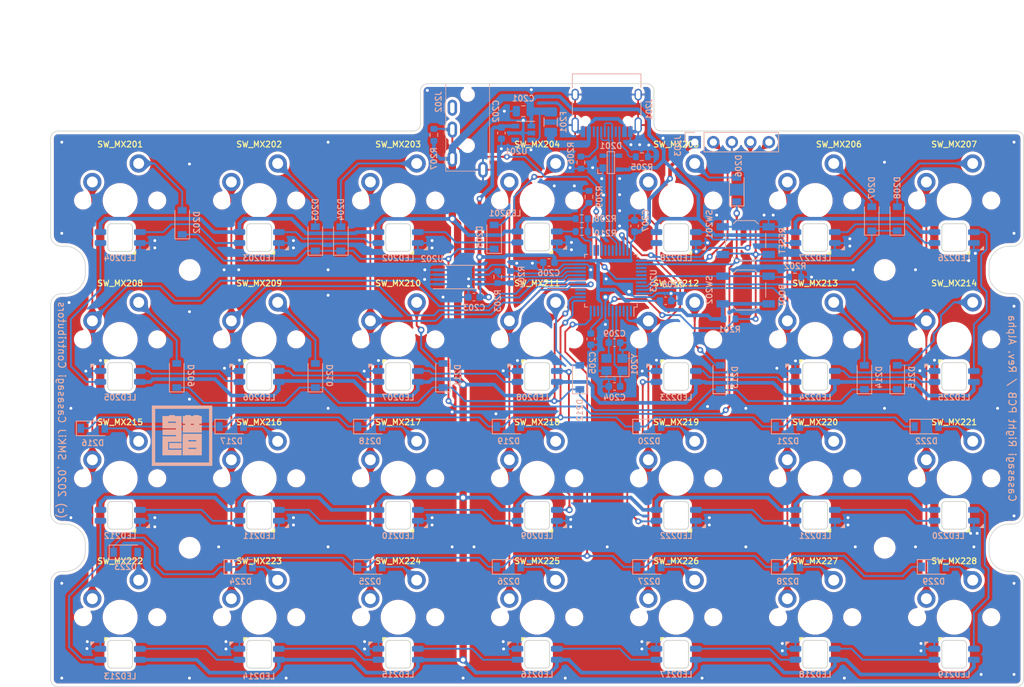
<source format=kicad_pcb>
(kicad_pcb (version 20171130) (host pcbnew "(5.1.7)-1")
  (layers (0 F.Cu signal) (31 B.Cu signal) (34 B.Paste user) (35 F.Paste user) (36 B.SilkS user) (37 F.SilkS user) (38 B.Mask user) (39 F.Mask user) (44 Edge.Cuts user))
  (net 0 "")
  (net 1 +5V)
  (net 2 GND)
  (net 3 +3V3)
  (net 4 /USB_D+)
  (net 5 /USB_D-)
  (net 6 /ROW0)
  (net 7 /ROW1)
  (net 8 /ROW2)
  (net 9 /ROW3)
  (net 10 /SPLIT_DATA)
  (net 11 /RESET)
  (net 12 /SWDIO)
  (net 13 /SWCLK)
  (net 14 /LED)
  (net 15 /COL0)
  (net 16 /COL1)
  (net 17 /COL2)
  (net 18 /COL3)
  (net 19 /COL4)
  (net 20 /COL5)
  (net 21 /COL6)
  (net 22 /I2C_SDA)
  (net 23 /I2C_SCL)
  (net 24 "Net-(D202-Pad2)")
  (net 25 "Net-(D203-Pad2)")
  (net 26 "Net-(D204-Pad2)")
  (net 27 "Net-(D205-Pad2)")
  (net 28 "Net-(D206-Pad2)")
  (net 29 "Net-(D207-Pad2)")
  (net 30 "Net-(D208-Pad2)")
  (net 31 "Net-(D209-Pad2)")
  (net 32 "Net-(D210-Pad2)")
  (net 33 "Net-(D211-Pad2)")
  (net 34 "Net-(D212-Pad2)")
  (net 35 "Net-(D213-Pad2)")
  (net 36 "Net-(D214-Pad2)")
  (net 37 "Net-(D215-Pad2)")
  (net 38 "Net-(D216-Pad2)")
  (net 39 "Net-(D217-Pad2)")
  (net 40 "Net-(D218-Pad2)")
  (net 41 "Net-(D219-Pad2)")
  (net 42 "Net-(D220-Pad2)")
  (net 43 "Net-(D221-Pad2)")
  (net 44 "Net-(D222-Pad2)")
  (net 45 "Net-(D223-Pad2)")
  (net 46 "Net-(D224-Pad2)")
  (net 47 "Net-(D225-Pad2)")
  (net 48 "Net-(D226-Pad2)")
  (net 49 "Net-(D227-Pad2)")
  (net 50 "Net-(D228-Pad2)")
  (net 51 "Net-(D229-Pad2)")
  (net 52 "Net-(F201-Pad2)")
  (net 53 "Net-(J201-PadA5)")
  (net 54 "Net-(J201-PadB5)")
  (net 55 "Net-(LED201-Pad2)")
  (net 56 "Net-(LED201-Pad4)")
  (net 57 "Net-(LED202-Pad2)")
  (net 58 "Net-(LED203-Pad2)")
  (net 59 "Net-(LED204-Pad2)")
  (net 60 "Net-(LED205-Pad2)")
  (net 61 "Net-(LED206-Pad2)")
  (net 62 "Net-(LED207-Pad2)")
  (net 63 "Net-(LED208-Pad2)")
  (net 64 "Net-(LED209-Pad2)")
  (net 65 "Net-(LED210-Pad2)")
  (net 66 "Net-(LED211-Pad2)")
  (net 67 "Net-(LED212-Pad2)")
  (net 68 "Net-(LED213-Pad2)")
  (net 69 "Net-(LED214-Pad2)")
  (net 70 "Net-(LED215-Pad2)")
  (net 71 "Net-(LED216-Pad2)")
  (net 72 "Net-(LED217-Pad2)")
  (net 73 "Net-(LED218-Pad2)")
  (net 74 "Net-(LED219-Pad2)")
  (net 75 "Net-(LED220-Pad2)")
  (net 76 "Net-(LED221-Pad2)")
  (net 77 "Net-(LED222-Pad2)")
  (net 78 "Net-(LED223-Pad2)")
  (net 79 "Net-(LED224-Pad2)")
  (net 80 "Net-(LED225-Pad2)")
  (net 81 "Net-(LED226-Pad2)")
  (net 82 "Net-(LED227-Pad2)")
  (net 83 "Net-(R202-Pad1)")
  (net 84 "Net-(C204-Pad1)")
  (net 85 "Net-(C209-Pad1)")
  (net 86 "Net-(R209-Pad1)")
  (module MountingHole:MountingHole_2.2mm_M2 (layer F.Cu) (at 154.775 97.625)
    (fp_text reference H4 hide)
    (fp_text value M2)
    (pad 1 np_thru_hole circle (at 0 0) (size 2.2 2.2) (drill 2.2) (layers *.Cu *.Mask))
  )
  (module MountingHole:MountingHole_2.2mm_M2 (layer F.Cu) (at 154.775 59.525)
    (fp_text reference H3 hide)
    (fp_text value M2)
    (pad 1 np_thru_hole circle (at 0 0) (size 2.2 2.2) (drill 2.2) (layers *.Cu *.Mask))
  )
  (module MountingHole:MountingHole_2.2mm_M2 (layer F.Cu) (at 59.525 97.625)
    (fp_text reference H2 hide)
    (fp_text value M2)
    (pad 1 np_thru_hole circle (at 0 0) (size 2.2 2.2) (drill 2.2) (layers *.Cu *.Mask))
  )
  (module MountingHole:MountingHole_2.2mm_M2 (layer F.Cu) (at 59.525 59.525)
    (fp_text reference H1 hide)
    (fp_text value M2)
    (pad 1 np_thru_hole circle (at 0 0) (size 2.2 2.2) (drill 2.2) (layers *.Cu *.Mask))
  )
  (module casasagi:logo (layer B.Cu) (at 58.5 82.25 180)
    (fp_text reference LOGO1 hide)
    (fp_text value casasagi_logo hide)
  )
  (module SMKiJ_keyboard:SW_Cherry_MX_1.00u_PCB (layer F.Cu) (at 126.2 69.05)
    (fp_text reference SW_MX212 (at 0 -7.7) (layer F.SilkS) (effects (font (size 0.8 0.8))))
    (fp_text value SW_MX hide)
    (pad 2 thru_hole circle (at 2.54 -5.08) (size 2.5 2.5) (drill 1.5) (layers *.Cu *.Mask) (net 35 "Net-(D213-Pad2)"))
    (pad 1 thru_hole circle (at -3.81 -2.54) (size 2.5 2.5) (drill 1.5) (layers *.Cu *.Mask) (net 19 /COL4))
    (pad "" np_thru_hole circle (at 0 0) (size 4 4) (drill 4) (layers *.Cu *.Mask))
    (pad "" np_thru_hole circle (at -5.08 0) (size 1.7 1.7) (drill 1.7) (layers *.Cu *.Mask))
    (pad "" np_thru_hole circle (at 5.08 0) (size 1.7 1.7) (drill 1.7) (layers *.Cu *.Mask))
  )
  (module Resistor_SMD:R_0603_1608Metric (layer B.Cu) (at 114.25 49.5 90)
    (fp_text reference R209 (at 0 1.43 90) (layer B.SilkS) (effects (font (size 0.8 0.8)) (justify mirror)))
    (fp_text value 5.11k)
    (pad 2 smd roundrect (at 0.825 0 90) (size 0.8 0.95) (layers B.Cu B.Paste B.Mask) (net 2 GND))
    (pad 1 smd roundrect (at -0.825 0 90) (size 0.8 0.95) (layers B.Cu B.Paste B.Mask) (net 86 "Net-(R209-Pad1)"))
  )
  (module SMKiJ_keyboard:SW_Cherry_MX_1.00u_PCB (layer F.Cu) (at 107.15 69.05)
    (fp_text reference SW_MX211 (at 0 -7.7) (layer F.SilkS) (effects (font (size 0.8 0.8))))
    (fp_text value SW_MX hide)
    (pad 2 thru_hole circle (at 2.54 -5.08) (size 2.5 2.5) (drill 1.5) (layers *.Cu *.Mask) (net 34 "Net-(D212-Pad2)"))
    (pad 1 thru_hole circle (at -3.81 -2.54) (size 2.5 2.5) (drill 1.5) (layers *.Cu *.Mask) (net 18 /COL3))
    (pad "" np_thru_hole circle (at 0 0) (size 4 4) (drill 4) (layers *.Cu *.Mask))
    (pad "" np_thru_hole circle (at -5.08 0) (size 1.7 1.7) (drill 1.7) (layers *.Cu *.Mask))
    (pad "" np_thru_hole circle (at 5.08 0) (size 1.7 1.7) (drill 1.7) (layers *.Cu *.Mask))
  )
  (module Package_QFP:LQFP-48_7x7mm_P0.5mm (layer B.Cu) (at 117.25 61 90)
    (fp_text reference U203 (at 0 5.85 90) (layer B.SilkS) (effects (font (size 0.8 0.8)) (justify mirror)))
    (fp_text value STM32F072C8Tx)
    (pad 48 smd roundrect (at -2.75 4.1625 90) (size 0.3 1.475) (layers B.Cu B.Paste B.Mask) (net 3 +3V3))
    (pad 47 smd roundrect (at -2.25 4.1625 90) (size 0.3 1.475) (layers B.Cu B.Paste B.Mask) (net 2 GND))
    (pad 46 smd roundrect (at -1.75 4.1625 90) (size 0.3 1.475) (layers B.Cu B.Paste B.Mask) (net 20 /COL5))
    (pad 45 smd roundrect (at -1.25 4.1625 90) (size 0.3 1.475) (layers B.Cu B.Paste B.Mask) (net 21 /COL6))
    (pad 44 smd roundrect (at -0.75 4.1625 90) (size 0.3 1.475) (layers B.Cu B.Paste B.Mask) (net 83 "Net-(R202-Pad1)"))
    (pad 43 smd roundrect (at -0.25 4.1625 90) (size 0.3 1.475) (layers B.Cu B.Paste B.Mask))
    (pad 42 smd roundrect (at 0.25 4.1625 90) (size 0.3 1.475) (layers B.Cu B.Paste B.Mask) (net 10 /SPLIT_DATA))
    (pad 41 smd roundrect (at 0.75 4.1625 90) (size 0.3 1.475) (layers B.Cu B.Paste B.Mask))
    (pad 40 smd roundrect (at 1.25 4.1625 90) (size 0.3 1.475) (layers B.Cu B.Paste B.Mask))
    (pad 39 smd roundrect (at 1.75 4.1625 90) (size 0.3 1.475) (layers B.Cu B.Paste B.Mask))
    (pad 38 smd roundrect (at 2.25 4.1625 90) (size 0.3 1.475) (layers B.Cu B.Paste B.Mask) (net 6 /ROW0))
    (pad 37 smd roundrect (at 2.75 4.1625 90) (size 0.3 1.475) (layers B.Cu B.Paste B.Mask) (net 13 /SWCLK))
    (pad 36 smd roundrect (at 4.1625 2.75 90) (size 1.475 0.3) (layers B.Cu B.Paste B.Mask) (net 3 +3V3))
    (pad 35 smd roundrect (at 4.1625 2.25 90) (size 1.475 0.3) (layers B.Cu B.Paste B.Mask) (net 2 GND))
    (pad 34 smd roundrect (at 4.1625 1.75 90) (size 1.475 0.3) (layers B.Cu B.Paste B.Mask) (net 12 /SWDIO))
    (pad 33 smd roundrect (at 4.1625 1.25 90) (size 1.475 0.3) (layers B.Cu B.Paste B.Mask) (net 4 /USB_D+))
    (pad 32 smd roundrect (at 4.1625 0.75 90) (size 1.475 0.3) (layers B.Cu B.Paste B.Mask) (net 5 /USB_D-))
    (pad 31 smd roundrect (at 4.1625 0.25 90) (size 1.475 0.3) (layers B.Cu B.Paste B.Mask))
    (pad 30 smd roundrect (at 4.1625 -0.25 90) (size 1.475 0.3) (layers B.Cu B.Paste B.Mask))
    (pad 29 smd roundrect (at 4.1625 -0.75 90) (size 1.475 0.3) (layers B.Cu B.Paste B.Mask))
    (pad 28 smd roundrect (at 4.1625 -1.25 90) (size 1.475 0.3) (layers B.Cu B.Paste B.Mask) (net 14 /LED))
    (pad 27 smd roundrect (at 4.1625 -1.75 90) (size 1.475 0.3) (layers B.Cu B.Paste B.Mask))
    (pad 26 smd roundrect (at 4.1625 -2.25 90) (size 1.475 0.3) (layers B.Cu B.Paste B.Mask))
    (pad 25 smd roundrect (at 4.1625 -2.75 90) (size 1.475 0.3) (layers B.Cu B.Paste B.Mask) (net 86 "Net-(R209-Pad1)"))
    (pad 24 smd roundrect (at 2.75 -4.1625 90) (size 0.3 1.475) (layers B.Cu B.Paste B.Mask) (net 3 +3V3))
    (pad 23 smd roundrect (at 2.25 -4.1625 90) (size 0.3 1.475) (layers B.Cu B.Paste B.Mask) (net 2 GND))
    (pad 22 smd roundrect (at 1.75 -4.1625 90) (size 0.3 1.475) (layers B.Cu B.Paste B.Mask) (net 22 /I2C_SDA))
    (pad 21 smd roundrect (at 1.25 -4.1625 90) (size 0.3 1.475) (layers B.Cu B.Paste B.Mask) (net 23 /I2C_SCL))
    (pad 20 smd roundrect (at 0.75 -4.1625 90) (size 0.3 1.475) (layers B.Cu B.Paste B.Mask) (net 15 /COL0))
    (pad 19 smd roundrect (at 0.25 -4.1625 90) (size 0.3 1.475) (layers B.Cu B.Paste B.Mask) (net 16 /COL1))
    (pad 18 smd roundrect (at -0.25 -4.1625 90) (size 0.3 1.475) (layers B.Cu B.Paste B.Mask) (net 17 /COL2))
    (pad 17 smd roundrect (at -0.75 -4.1625 90) (size 0.3 1.475) (layers B.Cu B.Paste B.Mask) (net 18 /COL3))
    (pad 16 smd roundrect (at -1.25 -4.1625 90) (size 0.3 1.475) (layers B.Cu B.Paste B.Mask))
    (pad 15 smd roundrect (at -1.75 -4.1625 90) (size 0.3 1.475) (layers B.Cu B.Paste B.Mask))
    (pad 14 smd roundrect (at -2.25 -4.1625 90) (size 0.3 1.475) (layers B.Cu B.Paste B.Mask) (net 7 /ROW1))
    (pad 13 smd roundrect (at -2.75 -4.1625 90) (size 0.3 1.475) (layers B.Cu B.Paste B.Mask) (net 8 /ROW2))
    (pad 12 smd roundrect (at -4.1625 -2.75 90) (size 1.475 0.3) (layers B.Cu B.Paste B.Mask) (net 9 /ROW3))
    (pad 11 smd roundrect (at -4.1625 -2.25 90) (size 1.475 0.3) (layers B.Cu B.Paste B.Mask))
    (pad 10 smd roundrect (at -4.1625 -1.75 90) (size 1.475 0.3) (layers B.Cu B.Paste B.Mask))
    (pad 9 smd roundrect (at -4.1625 -1.25 90) (size 1.475 0.3) (layers B.Cu B.Paste B.Mask) (net 3 +3V3))
    (pad 8 smd roundrect (at -4.1625 -0.75 90) (size 1.475 0.3) (layers B.Cu B.Paste B.Mask) (net 2 GND))
    (pad 7 smd roundrect (at -4.1625 -0.25 90) (size 1.475 0.3) (layers B.Cu B.Paste B.Mask) (net 11 /RESET))
    (pad 6 smd roundrect (at -4.1625 0.25 90) (size 1.475 0.3) (layers B.Cu B.Paste B.Mask) (net 85 "Net-(C209-Pad1)"))
    (pad 5 smd roundrect (at -4.1625 0.75 90) (size 1.475 0.3) (layers B.Cu B.Paste B.Mask) (net 84 "Net-(C204-Pad1)"))
    (pad 4 smd roundrect (at -4.1625 1.25 90) (size 1.475 0.3) (layers B.Cu B.Paste B.Mask))
    (pad 3 smd roundrect (at -4.1625 1.75 90) (size 1.475 0.3) (layers B.Cu B.Paste B.Mask))
    (pad 2 smd roundrect (at -4.1625 2.25 90) (size 1.475 0.3) (layers B.Cu B.Paste B.Mask) (net 19 /COL4))
    (pad 1 smd roundrect (at -4.1625 2.75 90) (size 1.475 0.3) (layers B.Cu B.Paste B.Mask))
  )
  (module Diode_SMD:D_SOD-123 (layer B.Cu) (at 103.25 81)
    (fp_text reference D219 (at 0 2) (layer B.SilkS) (effects (font (size 0.8 0.8)) (justify mirror)))
    (fp_text value 1N4148)
    (pad 2 smd rect (at 1.65 0) (size 0.9 1.2) (layers B.Cu B.Paste B.Mask) (net 41 "Net-(D219-Pad2)"))
    (pad 1 smd rect (at -1.65 0) (size 0.9 1.2) (layers B.Cu B.Paste B.Mask) (net 8 /ROW2))
  )
  (module SMKiJ_keyboard:LED_YS-SK6812MINI-E (layer B.Cu) (at 126.2 55.08 180)
    (fp_text reference LED228 (at 0 -2.8) (layer B.SilkS) (effects (font (size 0.8 0.8)) (justify mirror)))
    (fp_text value SK6812-MINI-E hide)
    (fp_line (start -1.7 1.4) (end -1.7 -1.4) (layer Edge.Cuts) (width 0.12))
    (fp_line (start 1.7 -1.4) (end 1.7 1.4) (layer Edge.Cuts) (width 0.12))
    (fp_line (start -1.2 -1.9) (end 1.2 -1.9) (layer Edge.Cuts) (width 0.12))
    (fp_line (start -1.2 1.9) (end 1.2 1.9) (layer Edge.Cuts) (width 0.12))
    (fp_arc (start -1.2 -1.4) (end -1.7 -1.4) (angle 90) (layer Edge.Cuts) (width 0.12))
    (fp_arc (start 1.2 -1.4) (end 1.2 -1.9) (angle 90) (layer Edge.Cuts) (width 0.12))
    (fp_arc (start 1.2 1.4) (end 1.7 1.4) (angle 90) (layer Edge.Cuts) (width 0.12))
    (fp_arc (start -1.2 1.4) (end -1.2 1.9) (angle 90) (layer Edge.Cuts) (width 0.12))
    (pad 3 smd roundrect (at -2.7 -0.75 180) (size 1.6 0.82) (layers B.Cu B.Paste B.Mask) (net 2 GND))
    (pad 2 smd roundrect (at 2.7 -0.75 180) (size 1.6 0.82) (layers B.Cu B.Paste B.Mask))
    (pad 1 smd roundrect (at 2.7 0.75 180) (size 1.6 0.82) (layers B.Cu B.Paste B.Mask) (net 1 +5V))
    (pad 4 smd roundrect (at -2.7 0.75 180) (size 1.6 0.82) (layers B.Cu B.Paste B.Mask) (net 82 "Net-(LED227-Pad2)"))
  )
  (module SMKiJ_keyboard:LED_YS-SK6812MINI-E (layer B.Cu) (at 145.25 55.08 180)
    (fp_text reference LED227 (at 0 -2.8) (layer B.SilkS) (effects (font (size 0.8 0.8)) (justify mirror)))
    (fp_text value SK6812-MINI-E hide)
    (fp_line (start -1.7 1.4) (end -1.7 -1.4) (layer Edge.Cuts) (width 0.12))
    (fp_line (start 1.7 -1.4) (end 1.7 1.4) (layer Edge.Cuts) (width 0.12))
    (fp_line (start -1.2 -1.9) (end 1.2 -1.9) (layer Edge.Cuts) (width 0.12))
    (fp_line (start -1.2 1.9) (end 1.2 1.9) (layer Edge.Cuts) (width 0.12))
    (fp_arc (start -1.2 -1.4) (end -1.7 -1.4) (angle 90) (layer Edge.Cuts) (width 0.12))
    (fp_arc (start 1.2 -1.4) (end 1.2 -1.9) (angle 90) (layer Edge.Cuts) (width 0.12))
    (fp_arc (start 1.2 1.4) (end 1.7 1.4) (angle 90) (layer Edge.Cuts) (width 0.12))
    (fp_arc (start -1.2 1.4) (end -1.2 1.9) (angle 90) (layer Edge.Cuts) (width 0.12))
    (pad 3 smd roundrect (at -2.7 -0.75 180) (size 1.6 0.82) (layers B.Cu B.Paste B.Mask) (net 2 GND))
    (pad 2 smd roundrect (at 2.7 -0.75 180) (size 1.6 0.82) (layers B.Cu B.Paste B.Mask) (net 82 "Net-(LED227-Pad2)"))
    (pad 1 smd roundrect (at 2.7 0.75 180) (size 1.6 0.82) (layers B.Cu B.Paste B.Mask) (net 1 +5V))
    (pad 4 smd roundrect (at -2.7 0.75 180) (size 1.6 0.82) (layers B.Cu B.Paste B.Mask) (net 81 "Net-(LED226-Pad2)"))
  )
  (module SMKiJ_keyboard:LED_YS-SK6812MINI-E (layer B.Cu) (at 164.3 55.08 180)
    (fp_text reference LED226 (at 0 -2.8) (layer B.SilkS) (effects (font (size 0.8 0.8)) (justify mirror)))
    (fp_text value SK6812-MINI-E hide)
    (fp_line (start -1.7 1.4) (end -1.7 -1.4) (layer Edge.Cuts) (width 0.12))
    (fp_line (start 1.7 -1.4) (end 1.7 1.4) (layer Edge.Cuts) (width 0.12))
    (fp_line (start -1.2 -1.9) (end 1.2 -1.9) (layer Edge.Cuts) (width 0.12))
    (fp_line (start -1.2 1.9) (end 1.2 1.9) (layer Edge.Cuts) (width 0.12))
    (fp_arc (start -1.2 -1.4) (end -1.7 -1.4) (angle 90) (layer Edge.Cuts) (width 0.12))
    (fp_arc (start 1.2 -1.4) (end 1.2 -1.9) (angle 90) (layer Edge.Cuts) (width 0.12))
    (fp_arc (start 1.2 1.4) (end 1.7 1.4) (angle 90) (layer Edge.Cuts) (width 0.12))
    (fp_arc (start -1.2 1.4) (end -1.2 1.9) (angle 90) (layer Edge.Cuts) (width 0.12))
    (pad 3 smd roundrect (at -2.7 -0.75 180) (size 1.6 0.82) (layers B.Cu B.Paste B.Mask) (net 2 GND))
    (pad 2 smd roundrect (at 2.7 -0.75 180) (size 1.6 0.82) (layers B.Cu B.Paste B.Mask) (net 81 "Net-(LED226-Pad2)"))
    (pad 1 smd roundrect (at 2.7 0.75 180) (size 1.6 0.82) (layers B.Cu B.Paste B.Mask) (net 1 +5V))
    (pad 4 smd roundrect (at -2.7 0.75 180) (size 1.6 0.82) (layers B.Cu B.Paste B.Mask) (net 80 "Net-(LED225-Pad2)"))
  )
  (module SMKiJ_keyboard:LED_YS-SK6812MINI-E (layer B.Cu) (at 164.3 74.13)
    (fp_text reference LED225 (at 0 2.87) (layer B.SilkS) (effects (font (size 0.8 0.8)) (justify mirror)))
    (fp_text value SK6812-MINI-E hide)
    (fp_line (start -1.7 1.4) (end -1.7 -1.4) (layer Edge.Cuts) (width 0.12))
    (fp_line (start 1.7 -1.4) (end 1.7 1.4) (layer Edge.Cuts) (width 0.12))
    (fp_line (start -1.2 -1.9) (end 1.2 -1.9) (layer Edge.Cuts) (width 0.12))
    (fp_line (start -1.2 1.9) (end 1.2 1.9) (layer Edge.Cuts) (width 0.12))
    (fp_arc (start -1.2 -1.4) (end -1.7 -1.4) (angle 90) (layer Edge.Cuts) (width 0.12))
    (fp_arc (start 1.2 -1.4) (end 1.2 -1.9) (angle 90) (layer Edge.Cuts) (width 0.12))
    (fp_arc (start 1.2 1.4) (end 1.7 1.4) (angle 90) (layer Edge.Cuts) (width 0.12))
    (fp_arc (start -1.2 1.4) (end -1.2 1.9) (angle 90) (layer Edge.Cuts) (width 0.12))
    (pad 3 smd roundrect (at -2.7 -0.75) (size 1.6 0.82) (layers B.Cu B.Paste B.Mask) (net 2 GND))
    (pad 2 smd roundrect (at 2.7 -0.75) (size 1.6 0.82) (layers B.Cu B.Paste B.Mask) (net 80 "Net-(LED225-Pad2)"))
    (pad 1 smd roundrect (at 2.7 0.75) (size 1.6 0.82) (layers B.Cu B.Paste B.Mask) (net 1 +5V))
    (pad 4 smd roundrect (at -2.7 0.75) (size 1.6 0.82) (layers B.Cu B.Paste B.Mask) (net 79 "Net-(LED224-Pad2)"))
  )
  (module SMKiJ_keyboard:LED_YS-SK6812MINI-E (layer B.Cu) (at 145.25 74.13)
    (fp_text reference LED224 (at 0 2.87) (layer B.SilkS) (effects (font (size 0.8 0.8)) (justify mirror)))
    (fp_text value SK6812-MINI-E hide)
    (fp_line (start -1.7 1.4) (end -1.7 -1.4) (layer Edge.Cuts) (width 0.12))
    (fp_line (start 1.7 -1.4) (end 1.7 1.4) (layer Edge.Cuts) (width 0.12))
    (fp_line (start -1.2 -1.9) (end 1.2 -1.9) (layer Edge.Cuts) (width 0.12))
    (fp_line (start -1.2 1.9) (end 1.2 1.9) (layer Edge.Cuts) (width 0.12))
    (fp_arc (start -1.2 -1.4) (end -1.7 -1.4) (angle 90) (layer Edge.Cuts) (width 0.12))
    (fp_arc (start 1.2 -1.4) (end 1.2 -1.9) (angle 90) (layer Edge.Cuts) (width 0.12))
    (fp_arc (start 1.2 1.4) (end 1.7 1.4) (angle 90) (layer Edge.Cuts) (width 0.12))
    (fp_arc (start -1.2 1.4) (end -1.2 1.9) (angle 90) (layer Edge.Cuts) (width 0.12))
    (pad 3 smd roundrect (at -2.7 -0.75) (size 1.6 0.82) (layers B.Cu B.Paste B.Mask) (net 2 GND))
    (pad 2 smd roundrect (at 2.7 -0.75) (size 1.6 0.82) (layers B.Cu B.Paste B.Mask) (net 79 "Net-(LED224-Pad2)"))
    (pad 1 smd roundrect (at 2.7 0.75) (size 1.6 0.82) (layers B.Cu B.Paste B.Mask) (net 1 +5V))
    (pad 4 smd roundrect (at -2.7 0.75) (size 1.6 0.82) (layers B.Cu B.Paste B.Mask) (net 78 "Net-(LED223-Pad2)"))
  )
  (module SMKiJ_keyboard:LED_YS-SK6812MINI-E (layer B.Cu) (at 126.2 74.13)
    (fp_text reference LED223 (at 0 2.87) (layer B.SilkS) (effects (font (size 0.8 0.8)) (justify mirror)))
    (fp_text value SK6812-MINI-E hide)
    (fp_line (start -1.7 1.4) (end -1.7 -1.4) (layer Edge.Cuts) (width 0.12))
    (fp_line (start 1.7 -1.4) (end 1.7 1.4) (layer Edge.Cuts) (width 0.12))
    (fp_line (start -1.2 -1.9) (end 1.2 -1.9) (layer Edge.Cuts) (width 0.12))
    (fp_line (start -1.2 1.9) (end 1.2 1.9) (layer Edge.Cuts) (width 0.12))
    (fp_arc (start -1.2 -1.4) (end -1.7 -1.4) (angle 90) (layer Edge.Cuts) (width 0.12))
    (fp_arc (start 1.2 -1.4) (end 1.2 -1.9) (angle 90) (layer Edge.Cuts) (width 0.12))
    (fp_arc (start 1.2 1.4) (end 1.7 1.4) (angle 90) (layer Edge.Cuts) (width 0.12))
    (fp_arc (start -1.2 1.4) (end -1.2 1.9) (angle 90) (layer Edge.Cuts) (width 0.12))
    (pad 3 smd roundrect (at -2.7 -0.75) (size 1.6 0.82) (layers B.Cu B.Paste B.Mask) (net 2 GND))
    (pad 2 smd roundrect (at 2.7 -0.75) (size 1.6 0.82) (layers B.Cu B.Paste B.Mask) (net 78 "Net-(LED223-Pad2)"))
    (pad 1 smd roundrect (at 2.7 0.75) (size 1.6 0.82) (layers B.Cu B.Paste B.Mask) (net 1 +5V))
    (pad 4 smd roundrect (at -2.7 0.75) (size 1.6 0.82) (layers B.Cu B.Paste B.Mask) (net 77 "Net-(LED222-Pad2)"))
  )
  (module SMKiJ_keyboard:LED_YS-SK6812MINI-E (layer B.Cu) (at 126.2 93.18 180)
    (fp_text reference LED222 (at 0 -2.8) (layer B.SilkS) (effects (font (size 0.8 0.8)) (justify mirror)))
    (fp_text value SK6812-MINI-E hide)
    (fp_line (start -1.7 1.4) (end -1.7 -1.4) (layer Edge.Cuts) (width 0.12))
    (fp_line (start 1.7 -1.4) (end 1.7 1.4) (layer Edge.Cuts) (width 0.12))
    (fp_line (start -1.2 -1.9) (end 1.2 -1.9) (layer Edge.Cuts) (width 0.12))
    (fp_line (start -1.2 1.9) (end 1.2 1.9) (layer Edge.Cuts) (width 0.12))
    (fp_arc (start -1.2 -1.4) (end -1.7 -1.4) (angle 90) (layer Edge.Cuts) (width 0.12))
    (fp_arc (start 1.2 -1.4) (end 1.2 -1.9) (angle 90) (layer Edge.Cuts) (width 0.12))
    (fp_arc (start 1.2 1.4) (end 1.7 1.4) (angle 90) (layer Edge.Cuts) (width 0.12))
    (fp_arc (start -1.2 1.4) (end -1.2 1.9) (angle 90) (layer Edge.Cuts) (width 0.12))
    (pad 3 smd roundrect (at -2.7 -0.75 180) (size 1.6 0.82) (layers B.Cu B.Paste B.Mask) (net 2 GND))
    (pad 2 smd roundrect (at 2.7 -0.75 180) (size 1.6 0.82) (layers B.Cu B.Paste B.Mask) (net 77 "Net-(LED222-Pad2)"))
    (pad 1 smd roundrect (at 2.7 0.75 180) (size 1.6 0.82) (layers B.Cu B.Paste B.Mask) (net 1 +5V))
    (pad 4 smd roundrect (at -2.7 0.75 180) (size 1.6 0.82) (layers B.Cu B.Paste B.Mask) (net 76 "Net-(LED221-Pad2)"))
  )
  (module SMKiJ_keyboard:LED_YS-SK6812MINI-E (layer B.Cu) (at 145.25 93.18 180)
    (fp_text reference LED221 (at 0 -2.8) (layer B.SilkS) (effects (font (size 0.8 0.8)) (justify mirror)))
    (fp_text value SK6812-MINI-E hide)
    (fp_line (start -1.7 1.4) (end -1.7 -1.4) (layer Edge.Cuts) (width 0.12))
    (fp_line (start 1.7 -1.4) (end 1.7 1.4) (layer Edge.Cuts) (width 0.12))
    (fp_line (start -1.2 -1.9) (end 1.2 -1.9) (layer Edge.Cuts) (width 0.12))
    (fp_line (start -1.2 1.9) (end 1.2 1.9) (layer Edge.Cuts) (width 0.12))
    (fp_arc (start -1.2 -1.4) (end -1.7 -1.4) (angle 90) (layer Edge.Cuts) (width 0.12))
    (fp_arc (start 1.2 -1.4) (end 1.2 -1.9) (angle 90) (layer Edge.Cuts) (width 0.12))
    (fp_arc (start 1.2 1.4) (end 1.7 1.4) (angle 90) (layer Edge.Cuts) (width 0.12))
    (fp_arc (start -1.2 1.4) (end -1.2 1.9) (angle 90) (layer Edge.Cuts) (width 0.12))
    (pad 3 smd roundrect (at -2.7 -0.75 180) (size 1.6 0.82) (layers B.Cu B.Paste B.Mask) (net 2 GND))
    (pad 2 smd roundrect (at 2.7 -0.75 180) (size 1.6 0.82) (layers B.Cu B.Paste B.Mask) (net 76 "Net-(LED221-Pad2)"))
    (pad 1 smd roundrect (at 2.7 0.75 180) (size 1.6 0.82) (layers B.Cu B.Paste B.Mask) (net 1 +5V))
    (pad 4 smd roundrect (at -2.7 0.75 180) (size 1.6 0.82) (layers B.Cu B.Paste B.Mask) (net 75 "Net-(LED220-Pad2)"))
  )
  (module SMKiJ_keyboard:LED_YS-SK6812MINI-E (layer B.Cu) (at 164.3 93.18 180)
    (fp_text reference LED220 (at 0.8 -2.8) (layer B.SilkS) (effects (font (size 0.8 0.8)) (justify mirror)))
    (fp_text value SK6812-MINI-E hide)
    (fp_line (start -1.7 1.4) (end -1.7 -1.4) (layer Edge.Cuts) (width 0.12))
    (fp_line (start 1.7 -1.4) (end 1.7 1.4) (layer Edge.Cuts) (width 0.12))
    (fp_line (start -1.2 -1.9) (end 1.2 -1.9) (layer Edge.Cuts) (width 0.12))
    (fp_line (start -1.2 1.9) (end 1.2 1.9) (layer Edge.Cuts) (width 0.12))
    (fp_arc (start -1.2 -1.4) (end -1.7 -1.4) (angle 90) (layer Edge.Cuts) (width 0.12))
    (fp_arc (start 1.2 -1.4) (end 1.2 -1.9) (angle 90) (layer Edge.Cuts) (width 0.12))
    (fp_arc (start 1.2 1.4) (end 1.7 1.4) (angle 90) (layer Edge.Cuts) (width 0.12))
    (fp_arc (start -1.2 1.4) (end -1.2 1.9) (angle 90) (layer Edge.Cuts) (width 0.12))
    (pad 3 smd roundrect (at -2.7 -0.75 180) (size 1.6 0.82) (layers B.Cu B.Paste B.Mask) (net 2 GND))
    (pad 2 smd roundrect (at 2.7 -0.75 180) (size 1.6 0.82) (layers B.Cu B.Paste B.Mask) (net 75 "Net-(LED220-Pad2)"))
    (pad 1 smd roundrect (at 2.7 0.75 180) (size 1.6 0.82) (layers B.Cu B.Paste B.Mask) (net 1 +5V))
    (pad 4 smd roundrect (at -2.7 0.75 180) (size 1.6 0.82) (layers B.Cu B.Paste B.Mask) (net 74 "Net-(LED219-Pad2)"))
  )
  (module SMKiJ_keyboard:LED_YS-SK6812MINI-E (layer B.Cu) (at 164.3 112.23)
    (fp_text reference LED219 (at 0 2.77) (layer B.SilkS) (effects (font (size 0.8 0.8)) (justify mirror)))
    (fp_text value SK6812-MINI-E hide)
    (fp_line (start -1.7 1.4) (end -1.7 -1.4) (layer Edge.Cuts) (width 0.12))
    (fp_line (start 1.7 -1.4) (end 1.7 1.4) (layer Edge.Cuts) (width 0.12))
    (fp_line (start -1.2 -1.9) (end 1.2 -1.9) (layer Edge.Cuts) (width 0.12))
    (fp_line (start -1.2 1.9) (end 1.2 1.9) (layer Edge.Cuts) (width 0.12))
    (fp_arc (start -1.2 -1.4) (end -1.7 -1.4) (angle 90) (layer Edge.Cuts) (width 0.12))
    (fp_arc (start 1.2 -1.4) (end 1.2 -1.9) (angle 90) (layer Edge.Cuts) (width 0.12))
    (fp_arc (start 1.2 1.4) (end 1.7 1.4) (angle 90) (layer Edge.Cuts) (width 0.12))
    (fp_arc (start -1.2 1.4) (end -1.2 1.9) (angle 90) (layer Edge.Cuts) (width 0.12))
    (pad 3 smd roundrect (at -2.7 -0.75) (size 1.6 0.82) (layers B.Cu B.Paste B.Mask) (net 2 GND))
    (pad 2 smd roundrect (at 2.7 -0.75) (size 1.6 0.82) (layers B.Cu B.Paste B.Mask) (net 74 "Net-(LED219-Pad2)"))
    (pad 1 smd roundrect (at 2.7 0.75) (size 1.6 0.82) (layers B.Cu B.Paste B.Mask) (net 1 +5V))
    (pad 4 smd roundrect (at -2.7 0.75) (size 1.6 0.82) (layers B.Cu B.Paste B.Mask) (net 73 "Net-(LED218-Pad2)"))
  )
  (module SMKiJ_keyboard:LED_YS-SK6812MINI-E (layer B.Cu) (at 145.25 112.23)
    (fp_text reference LED218 (at 0 2.77) (layer B.SilkS) (effects (font (size 0.8 0.8)) (justify mirror)))
    (fp_text value SK6812-MINI-E hide)
    (fp_line (start -1.7 1.4) (end -1.7 -1.4) (layer Edge.Cuts) (width 0.12))
    (fp_line (start 1.7 -1.4) (end 1.7 1.4) (layer Edge.Cuts) (width 0.12))
    (fp_line (start -1.2 -1.9) (end 1.2 -1.9) (layer Edge.Cuts) (width 0.12))
    (fp_line (start -1.2 1.9) (end 1.2 1.9) (layer Edge.Cuts) (width 0.12))
    (fp_arc (start -1.2 -1.4) (end -1.7 -1.4) (angle 90) (layer Edge.Cuts) (width 0.12))
    (fp_arc (start 1.2 -1.4) (end 1.2 -1.9) (angle 90) (layer Edge.Cuts) (width 0.12))
    (fp_arc (start 1.2 1.4) (end 1.7 1.4) (angle 90) (layer Edge.Cuts) (width 0.12))
    (fp_arc (start -1.2 1.4) (end -1.2 1.9) (angle 90) (layer Edge.Cuts) (width 0.12))
    (pad 3 smd roundrect (at -2.7 -0.75) (size 1.6 0.82) (layers B.Cu B.Paste B.Mask) (net 2 GND))
    (pad 2 smd roundrect (at 2.7 -0.75) (size 1.6 0.82) (layers B.Cu B.Paste B.Mask) (net 73 "Net-(LED218-Pad2)"))
    (pad 1 smd roundrect (at 2.7 0.75) (size 1.6 0.82) (layers B.Cu B.Paste B.Mask) (net 1 +5V))
    (pad 4 smd roundrect (at -2.7 0.75) (size 1.6 0.82) (layers B.Cu B.Paste B.Mask) (net 72 "Net-(LED217-Pad2)"))
  )
  (module SMKiJ_keyboard:LED_YS-SK6812MINI-E (layer B.Cu) (at 126.2 112.23)
    (fp_text reference LED217 (at 0 2.77) (layer B.SilkS) (effects (font (size 0.8 0.8)) (justify mirror)))
    (fp_text value SK6812-MINI-E hide)
    (fp_line (start -1.7 1.4) (end -1.7 -1.4) (layer Edge.Cuts) (width 0.12))
    (fp_line (start 1.7 -1.4) (end 1.7 1.4) (layer Edge.Cuts) (width 0.12))
    (fp_line (start -1.2 -1.9) (end 1.2 -1.9) (layer Edge.Cuts) (width 0.12))
    (fp_line (start -1.2 1.9) (end 1.2 1.9) (layer Edge.Cuts) (width 0.12))
    (fp_arc (start -1.2 -1.4) (end -1.7 -1.4) (angle 90) (layer Edge.Cuts) (width 0.12))
    (fp_arc (start 1.2 -1.4) (end 1.2 -1.9) (angle 90) (layer Edge.Cuts) (width 0.12))
    (fp_arc (start 1.2 1.4) (end 1.7 1.4) (angle 90) (layer Edge.Cuts) (width 0.12))
    (fp_arc (start -1.2 1.4) (end -1.2 1.9) (angle 90) (layer Edge.Cuts) (width 0.12))
    (pad 3 smd roundrect (at -2.7 -0.75) (size 1.6 0.82) (layers B.Cu B.Paste B.Mask) (net 2 GND))
    (pad 2 smd roundrect (at 2.7 -0.75) (size 1.6 0.82) (layers B.Cu B.Paste B.Mask) (net 72 "Net-(LED217-Pad2)"))
    (pad 1 smd roundrect (at 2.7 0.75) (size 1.6 0.82) (layers B.Cu B.Paste B.Mask) (net 1 +5V))
    (pad 4 smd roundrect (at -2.7 0.75) (size 1.6 0.82) (layers B.Cu B.Paste B.Mask) (net 71 "Net-(LED216-Pad2)"))
  )
  (module SMKiJ_keyboard:LED_YS-SK6812MINI-E (layer B.Cu) (at 107.15 112.23)
    (fp_text reference LED216 (at 0 2.77) (layer B.SilkS) (effects (font (size 0.8 0.8)) (justify mirror)))
    (fp_text value SK6812-MINI-E hide)
    (fp_line (start -1.7 1.4) (end -1.7 -1.4) (layer Edge.Cuts) (width 0.12))
    (fp_line (start 1.7 -1.4) (end 1.7 1.4) (layer Edge.Cuts) (width 0.12))
    (fp_line (start -1.2 -1.9) (end 1.2 -1.9) (layer Edge.Cuts) (width 0.12))
    (fp_line (start -1.2 1.9) (end 1.2 1.9) (layer Edge.Cuts) (width 0.12))
    (fp_arc (start -1.2 -1.4) (end -1.7 -1.4) (angle 90) (layer Edge.Cuts) (width 0.12))
    (fp_arc (start 1.2 -1.4) (end 1.2 -1.9) (angle 90) (layer Edge.Cuts) (width 0.12))
    (fp_arc (start 1.2 1.4) (end 1.7 1.4) (angle 90) (layer Edge.Cuts) (width 0.12))
    (fp_arc (start -1.2 1.4) (end -1.2 1.9) (angle 90) (layer Edge.Cuts) (width 0.12))
    (pad 3 smd roundrect (at -2.7 -0.75) (size 1.6 0.82) (layers B.Cu B.Paste B.Mask) (net 2 GND))
    (pad 2 smd roundrect (at 2.7 -0.75) (size 1.6 0.82) (layers B.Cu B.Paste B.Mask) (net 71 "Net-(LED216-Pad2)"))
    (pad 1 smd roundrect (at 2.7 0.75) (size 1.6 0.82) (layers B.Cu B.Paste B.Mask) (net 1 +5V))
    (pad 4 smd roundrect (at -2.7 0.75) (size 1.6 0.82) (layers B.Cu B.Paste B.Mask) (net 70 "Net-(LED215-Pad2)"))
  )
  (module SMKiJ_keyboard:LED_YS-SK6812MINI-E (layer B.Cu) (at 88.1 112.23)
    (fp_text reference LED215 (at 0 2.77) (layer B.SilkS) (effects (font (size 0.8 0.8)) (justify mirror)))
    (fp_text value SK6812-MINI-E hide)
    (fp_line (start -1.7 1.4) (end -1.7 -1.4) (layer Edge.Cuts) (width 0.12))
    (fp_line (start 1.7 -1.4) (end 1.7 1.4) (layer Edge.Cuts) (width 0.12))
    (fp_line (start -1.2 -1.9) (end 1.2 -1.9) (layer Edge.Cuts) (width 0.12))
    (fp_line (start -1.2 1.9) (end 1.2 1.9) (layer Edge.Cuts) (width 0.12))
    (fp_arc (start -1.2 -1.4) (end -1.7 -1.4) (angle 90) (layer Edge.Cuts) (width 0.12))
    (fp_arc (start 1.2 -1.4) (end 1.2 -1.9) (angle 90) (layer Edge.Cuts) (width 0.12))
    (fp_arc (start 1.2 1.4) (end 1.7 1.4) (angle 90) (layer Edge.Cuts) (width 0.12))
    (fp_arc (start -1.2 1.4) (end -1.2 1.9) (angle 90) (layer Edge.Cuts) (width 0.12))
    (pad 3 smd roundrect (at -2.7 -0.75) (size 1.6 0.82) (layers B.Cu B.Paste B.Mask) (net 2 GND))
    (pad 2 smd roundrect (at 2.7 -0.75) (size 1.6 0.82) (layers B.Cu B.Paste B.Mask) (net 70 "Net-(LED215-Pad2)"))
    (pad 1 smd roundrect (at 2.7 0.75) (size 1.6 0.82) (layers B.Cu B.Paste B.Mask) (net 1 +5V))
    (pad 4 smd roundrect (at -2.7 0.75) (size 1.6 0.82) (layers B.Cu B.Paste B.Mask) (net 69 "Net-(LED214-Pad2)"))
  )
  (module SMKiJ_keyboard:LED_YS-SK6812MINI-E (layer B.Cu) (at 69.05 112.23)
    (fp_text reference LED214 (at -0.05 3.02) (layer B.SilkS) (effects (font (size 0.8 0.8)) (justify mirror)))
    (fp_text value SK6812-MINI-E hide)
    (fp_line (start -1.7 1.4) (end -1.7 -1.4) (layer Edge.Cuts) (width 0.12))
    (fp_line (start 1.7 -1.4) (end 1.7 1.4) (layer Edge.Cuts) (width 0.12))
    (fp_line (start -1.2 -1.9) (end 1.2 -1.9) (layer Edge.Cuts) (width 0.12))
    (fp_line (start -1.2 1.9) (end 1.2 1.9) (layer Edge.Cuts) (width 0.12))
    (fp_arc (start -1.2 -1.4) (end -1.7 -1.4) (angle 90) (layer Edge.Cuts) (width 0.12))
    (fp_arc (start 1.2 -1.4) (end 1.2 -1.9) (angle 90) (layer Edge.Cuts) (width 0.12))
    (fp_arc (start 1.2 1.4) (end 1.7 1.4) (angle 90) (layer Edge.Cuts) (width 0.12))
    (fp_arc (start -1.2 1.4) (end -1.2 1.9) (angle 90) (layer Edge.Cuts) (width 0.12))
    (pad 3 smd roundrect (at -2.7 -0.75) (size 1.6 0.82) (layers B.Cu B.Paste B.Mask) (net 2 GND))
    (pad 2 smd roundrect (at 2.7 -0.75) (size 1.6 0.82) (layers B.Cu B.Paste B.Mask) (net 69 "Net-(LED214-Pad2)"))
    (pad 1 smd roundrect (at 2.7 0.75) (size 1.6 0.82) (layers B.Cu B.Paste B.Mask) (net 1 +5V))
    (pad 4 smd roundrect (at -2.7 0.75) (size 1.6 0.82) (layers B.Cu B.Paste B.Mask) (net 68 "Net-(LED213-Pad2)"))
  )
  (module SMKiJ_keyboard:LED_YS-SK6812MINI-E (layer B.Cu) (at 50 112.23)
    (fp_text reference LED213 (at 0 3.02) (layer B.SilkS) (effects (font (size 0.8 0.8)) (justify mirror)))
    (fp_text value SK6812-MINI-E hide)
    (fp_line (start -1.7 1.4) (end -1.7 -1.4) (layer Edge.Cuts) (width 0.12))
    (fp_line (start 1.7 -1.4) (end 1.7 1.4) (layer Edge.Cuts) (width 0.12))
    (fp_line (start -1.2 -1.9) (end 1.2 -1.9) (layer Edge.Cuts) (width 0.12))
    (fp_line (start -1.2 1.9) (end 1.2 1.9) (layer Edge.Cuts) (width 0.12))
    (fp_arc (start -1.2 -1.4) (end -1.7 -1.4) (angle 90) (layer Edge.Cuts) (width 0.12))
    (fp_arc (start 1.2 -1.4) (end 1.2 -1.9) (angle 90) (layer Edge.Cuts) (width 0.12))
    (fp_arc (start 1.2 1.4) (end 1.7 1.4) (angle 90) (layer Edge.Cuts) (width 0.12))
    (fp_arc (start -1.2 1.4) (end -1.2 1.9) (angle 90) (layer Edge.Cuts) (width 0.12))
    (pad 3 smd roundrect (at -2.7 -0.75) (size 1.6 0.82) (layers B.Cu B.Paste B.Mask) (net 2 GND))
    (pad 2 smd roundrect (at 2.7 -0.75) (size 1.6 0.82) (layers B.Cu B.Paste B.Mask) (net 68 "Net-(LED213-Pad2)"))
    (pad 1 smd roundrect (at 2.7 0.75) (size 1.6 0.82) (layers B.Cu B.Paste B.Mask) (net 1 +5V))
    (pad 4 smd roundrect (at -2.7 0.75) (size 1.6 0.82) (layers B.Cu B.Paste B.Mask) (net 67 "Net-(LED212-Pad2)"))
  )
  (module SMKiJ_keyboard:LED_YS-SK6812MINI-E (layer B.Cu) (at 50 93.18 180)
    (fp_text reference LED212 (at 0 -2.8) (layer B.SilkS) (effects (font (size 0.8 0.8)) (justify mirror)))
    (fp_text value SK6812-MINI-E hide)
    (fp_line (start -1.7 1.4) (end -1.7 -1.4) (layer Edge.Cuts) (width 0.12))
    (fp_line (start 1.7 -1.4) (end 1.7 1.4) (layer Edge.Cuts) (width 0.12))
    (fp_line (start -1.2 -1.9) (end 1.2 -1.9) (layer Edge.Cuts) (width 0.12))
    (fp_line (start -1.2 1.9) (end 1.2 1.9) (layer Edge.Cuts) (width 0.12))
    (fp_arc (start -1.2 -1.4) (end -1.7 -1.4) (angle 90) (layer Edge.Cuts) (width 0.12))
    (fp_arc (start 1.2 -1.4) (end 1.2 -1.9) (angle 90) (layer Edge.Cuts) (width 0.12))
    (fp_arc (start 1.2 1.4) (end 1.7 1.4) (angle 90) (layer Edge.Cuts) (width 0.12))
    (fp_arc (start -1.2 1.4) (end -1.2 1.9) (angle 90) (layer Edge.Cuts) (width 0.12))
    (pad 3 smd roundrect (at -2.7 -0.75 180) (size 1.6 0.82) (layers B.Cu B.Paste B.Mask) (net 2 GND))
    (pad 2 smd roundrect (at 2.7 -0.75 180) (size 1.6 0.82) (layers B.Cu B.Paste B.Mask) (net 67 "Net-(LED212-Pad2)"))
    (pad 1 smd roundrect (at 2.7 0.75 180) (size 1.6 0.82) (layers B.Cu B.Paste B.Mask) (net 1 +5V))
    (pad 4 smd roundrect (at -2.7 0.75 180) (size 1.6 0.82) (layers B.Cu B.Paste B.Mask) (net 66 "Net-(LED211-Pad2)"))
  )
  (module SMKiJ_keyboard:LED_YS-SK6812MINI-E (layer B.Cu) (at 69.05 93.18 180)
    (fp_text reference LED211 (at 0 -2.8) (layer B.SilkS) (effects (font (size 0.8 0.8)) (justify mirror)))
    (fp_text value SK6812-MINI-E hide)
    (fp_line (start -1.7 1.4) (end -1.7 -1.4) (layer Edge.Cuts) (width 0.12))
    (fp_line (start 1.7 -1.4) (end 1.7 1.4) (layer Edge.Cuts) (width 0.12))
    (fp_line (start -1.2 -1.9) (end 1.2 -1.9) (layer Edge.Cuts) (width 0.12))
    (fp_line (start -1.2 1.9) (end 1.2 1.9) (layer Edge.Cuts) (width 0.12))
    (fp_arc (start -1.2 -1.4) (end -1.7 -1.4) (angle 90) (layer Edge.Cuts) (width 0.12))
    (fp_arc (start 1.2 -1.4) (end 1.2 -1.9) (angle 90) (layer Edge.Cuts) (width 0.12))
    (fp_arc (start 1.2 1.4) (end 1.7 1.4) (angle 90) (layer Edge.Cuts) (width 0.12))
    (fp_arc (start -1.2 1.4) (end -1.2 1.9) (angle 90) (layer Edge.Cuts) (width 0.12))
    (pad 3 smd roundrect (at -2.7 -0.75 180) (size 1.6 0.82) (layers B.Cu B.Paste B.Mask) (net 2 GND))
    (pad 2 smd roundrect (at 2.7 -0.75 180) (size 1.6 0.82) (layers B.Cu B.Paste B.Mask) (net 66 "Net-(LED211-Pad2)"))
    (pad 1 smd roundrect (at 2.7 0.75 180) (size 1.6 0.82) (layers B.Cu B.Paste B.Mask) (net 1 +5V))
    (pad 4 smd roundrect (at -2.7 0.75 180) (size 1.6 0.82) (layers B.Cu B.Paste B.Mask) (net 65 "Net-(LED210-Pad2)"))
  )
  (module SMKiJ_keyboard:LED_YS-SK6812MINI-E (layer B.Cu) (at 88.1 93.18 180)
    (fp_text reference LED210 (at 0 -2.8) (layer B.SilkS) (effects (font (size 0.8 0.8)) (justify mirror)))
    (fp_text value SK6812-MINI-E hide)
    (fp_line (start -1.7 1.4) (end -1.7 -1.4) (layer Edge.Cuts) (width 0.12))
    (fp_line (start 1.7 -1.4) (end 1.7 1.4) (layer Edge.Cuts) (width 0.12))
    (fp_line (start -1.2 -1.9) (end 1.2 -1.9) (layer Edge.Cuts) (width 0.12))
    (fp_line (start -1.2 1.9) (end 1.2 1.9) (layer Edge.Cuts) (width 0.12))
    (fp_arc (start -1.2 -1.4) (end -1.7 -1.4) (angle 90) (layer Edge.Cuts) (width 0.12))
    (fp_arc (start 1.2 -1.4) (end 1.2 -1.9) (angle 90) (layer Edge.Cuts) (width 0.12))
    (fp_arc (start 1.2 1.4) (end 1.7 1.4) (angle 90) (layer Edge.Cuts) (width 0.12))
    (fp_arc (start -1.2 1.4) (end -1.2 1.9) (angle 90) (layer Edge.Cuts) (width 0.12))
    (pad 3 smd roundrect (at -2.7 -0.75 180) (size 1.6 0.82) (layers B.Cu B.Paste B.Mask) (net 2 GND))
    (pad 2 smd roundrect (at 2.7 -0.75 180) (size 1.6 0.82) (layers B.Cu B.Paste B.Mask) (net 65 "Net-(LED210-Pad2)"))
    (pad 1 smd roundrect (at 2.7 0.75 180) (size 1.6 0.82) (layers B.Cu B.Paste B.Mask) (net 1 +5V))
    (pad 4 smd roundrect (at -2.7 0.75 180) (size 1.6 0.82) (layers B.Cu B.Paste B.Mask) (net 64 "Net-(LED209-Pad2)"))
  )
  (module SMKiJ_keyboard:LED_YS-SK6812MINI-E (layer B.Cu) (at 107.15 93.18 180)
    (fp_text reference LED209 (at 0 -2.8) (layer B.SilkS) (effects (font (size 0.8 0.8)) (justify mirror)))
    (fp_text value SK6812-MINI-E hide)
    (fp_line (start -1.7 1.4) (end -1.7 -1.4) (layer Edge.Cuts) (width 0.12))
    (fp_line (start 1.7 -1.4) (end 1.7 1.4) (layer Edge.Cuts) (width 0.12))
    (fp_line (start -1.2 -1.9) (end 1.2 -1.9) (layer Edge.Cuts) (width 0.12))
    (fp_line (start -1.2 1.9) (end 1.2 1.9) (layer Edge.Cuts) (width 0.12))
    (fp_arc (start -1.2 -1.4) (end -1.7 -1.4) (angle 90) (layer Edge.Cuts) (width 0.12))
    (fp_arc (start 1.2 -1.4) (end 1.2 -1.9) (angle 90) (layer Edge.Cuts) (width 0.12))
    (fp_arc (start 1.2 1.4) (end 1.7 1.4) (angle 90) (layer Edge.Cuts) (width 0.12))
    (fp_arc (start -1.2 1.4) (end -1.2 1.9) (angle 90) (layer Edge.Cuts) (width 0.12))
    (pad 3 smd roundrect (at -2.7 -0.75 180) (size 1.6 0.82) (layers B.Cu B.Paste B.Mask) (net 2 GND))
    (pad 2 smd roundrect (at 2.7 -0.75 180) (size 1.6 0.82) (layers B.Cu B.Paste B.Mask) (net 64 "Net-(LED209-Pad2)"))
    (pad 1 smd roundrect (at 2.7 0.75 180) (size 1.6 0.82) (layers B.Cu B.Paste B.Mask) (net 1 +5V))
    (pad 4 smd roundrect (at -2.7 0.75 180) (size 1.6 0.82) (layers B.Cu B.Paste B.Mask) (net 63 "Net-(LED208-Pad2)"))
  )
  (module SMKiJ_keyboard:LED_YS-SK6812MINI-E (layer B.Cu) (at 107.15 74.13)
    (fp_text reference LED208 (at -0.65 2.87) (layer B.SilkS) (effects (font (size 0.8 0.8)) (justify mirror)))
    (fp_text value SK6812-MINI-E hide)
    (fp_line (start -1.7 1.4) (end -1.7 -1.4) (layer Edge.Cuts) (width 0.12))
    (fp_line (start 1.7 -1.4) (end 1.7 1.4) (layer Edge.Cuts) (width 0.12))
    (fp_line (start -1.2 -1.9) (end 1.2 -1.9) (layer Edge.Cuts) (width 0.12))
    (fp_line (start -1.2 1.9) (end 1.2 1.9) (layer Edge.Cuts) (width 0.12))
    (fp_arc (start -1.2 -1.4) (end -1.7 -1.4) (angle 90) (layer Edge.Cuts) (width 0.12))
    (fp_arc (start 1.2 -1.4) (end 1.2 -1.9) (angle 90) (layer Edge.Cuts) (width 0.12))
    (fp_arc (start 1.2 1.4) (end 1.7 1.4) (angle 90) (layer Edge.Cuts) (width 0.12))
    (fp_arc (start -1.2 1.4) (end -1.2 1.9) (angle 90) (layer Edge.Cuts) (width 0.12))
    (pad 3 smd roundrect (at -2.7 -0.75) (size 1.6 0.82) (layers B.Cu B.Paste B.Mask) (net 2 GND))
    (pad 2 smd roundrect (at 2.7 -0.75) (size 1.6 0.82) (layers B.Cu B.Paste B.Mask) (net 63 "Net-(LED208-Pad2)"))
    (pad 1 smd roundrect (at 2.7 0.75) (size 1.6 0.82) (layers B.Cu B.Paste B.Mask) (net 1 +5V))
    (pad 4 smd roundrect (at -2.7 0.75) (size 1.6 0.82) (layers B.Cu B.Paste B.Mask) (net 62 "Net-(LED207-Pad2)"))
  )
  (module SMKiJ_keyboard:LED_YS-SK6812MINI-E (layer B.Cu) (at 88.1 74.13)
    (fp_text reference LED207 (at 0 2.87) (layer B.SilkS) (effects (font (size 0.8 0.8)) (justify mirror)))
    (fp_text value SK6812-MINI-E hide)
    (fp_line (start -1.7 1.4) (end -1.7 -1.4) (layer Edge.Cuts) (width 0.12))
    (fp_line (start 1.7 -1.4) (end 1.7 1.4) (layer Edge.Cuts) (width 0.12))
    (fp_line (start -1.2 -1.9) (end 1.2 -1.9) (layer Edge.Cuts) (width 0.12))
    (fp_line (start -1.2 1.9) (end 1.2 1.9) (layer Edge.Cuts) (width 0.12))
    (fp_arc (start -1.2 -1.4) (end -1.7 -1.4) (angle 90) (layer Edge.Cuts) (width 0.12))
    (fp_arc (start 1.2 -1.4) (end 1.2 -1.9) (angle 90) (layer Edge.Cuts) (width 0.12))
    (fp_arc (start 1.2 1.4) (end 1.7 1.4) (angle 90) (layer Edge.Cuts) (width 0.12))
    (fp_arc (start -1.2 1.4) (end -1.2 1.9) (angle 90) (layer Edge.Cuts) (width 0.12))
    (pad 3 smd roundrect (at -2.7 -0.75) (size 1.6 0.82) (layers B.Cu B.Paste B.Mask) (net 2 GND))
    (pad 2 smd roundrect (at 2.7 -0.75) (size 1.6 0.82) (layers B.Cu B.Paste B.Mask) (net 62 "Net-(LED207-Pad2)"))
    (pad 1 smd roundrect (at 2.7 0.75) (size 1.6 0.82) (layers B.Cu B.Paste B.Mask) (net 1 +5V))
    (pad 4 smd roundrect (at -2.7 0.75) (size 1.6 0.82) (layers B.Cu B.Paste B.Mask) (net 61 "Net-(LED206-Pad2)"))
  )
  (module SMKiJ_keyboard:LED_YS-SK6812MINI-E (layer B.Cu) (at 69.05 74.13)
    (fp_text reference LED206 (at 0 2.87) (layer B.SilkS) (effects (font (size 0.8 0.8)) (justify mirror)))
    (fp_text value SK6812-MINI-E hide)
    (fp_line (start -1.7 1.4) (end -1.7 -1.4) (layer Edge.Cuts) (width 0.12))
    (fp_line (start 1.7 -1.4) (end 1.7 1.4) (layer Edge.Cuts) (width 0.12))
    (fp_line (start -1.2 -1.9) (end 1.2 -1.9) (layer Edge.Cuts) (width 0.12))
    (fp_line (start -1.2 1.9) (end 1.2 1.9) (layer Edge.Cuts) (width 0.12))
    (fp_arc (start -1.2 -1.4) (end -1.7 -1.4) (angle 90) (layer Edge.Cuts) (width 0.12))
    (fp_arc (start 1.2 -1.4) (end 1.2 -1.9) (angle 90) (layer Edge.Cuts) (width 0.12))
    (fp_arc (start 1.2 1.4) (end 1.7 1.4) (angle 90) (layer Edge.Cuts) (width 0.12))
    (fp_arc (start -1.2 1.4) (end -1.2 1.9) (angle 90) (layer Edge.Cuts) (width 0.12))
    (pad 3 smd roundrect (at -2.7 -0.75) (size 1.6 0.82) (layers B.Cu B.Paste B.Mask) (net 2 GND))
    (pad 2 smd roundrect (at 2.7 -0.75) (size 1.6 0.82) (layers B.Cu B.Paste B.Mask) (net 61 "Net-(LED206-Pad2)"))
    (pad 1 smd roundrect (at 2.7 0.75) (size 1.6 0.82) (layers B.Cu B.Paste B.Mask) (net 1 +5V))
    (pad 4 smd roundrect (at -2.7 0.75) (size 1.6 0.82) (layers B.Cu B.Paste B.Mask) (net 60 "Net-(LED205-Pad2)"))
  )
  (module SMKiJ_keyboard:LED_YS-SK6812MINI-E (layer B.Cu) (at 50 74.13)
    (fp_text reference LED205 (at 0 2.87) (layer B.SilkS) (effects (font (size 0.8 0.8)) (justify mirror)))
    (fp_text value SK6812-MINI-E hide)
    (fp_line (start -1.7 1.4) (end -1.7 -1.4) (layer Edge.Cuts) (width 0.12))
    (fp_line (start 1.7 -1.4) (end 1.7 1.4) (layer Edge.Cuts) (width 0.12))
    (fp_line (start -1.2 -1.9) (end 1.2 -1.9) (layer Edge.Cuts) (width 0.12))
    (fp_line (start -1.2 1.9) (end 1.2 1.9) (layer Edge.Cuts) (width 0.12))
    (fp_arc (start -1.2 -1.4) (end -1.7 -1.4) (angle 90) (layer Edge.Cuts) (width 0.12))
    (fp_arc (start 1.2 -1.4) (end 1.2 -1.9) (angle 90) (layer Edge.Cuts) (width 0.12))
    (fp_arc (start 1.2 1.4) (end 1.7 1.4) (angle 90) (layer Edge.Cuts) (width 0.12))
    (fp_arc (start -1.2 1.4) (end -1.2 1.9) (angle 90) (layer Edge.Cuts) (width 0.12))
    (pad 3 smd roundrect (at -2.7 -0.75) (size 1.6 0.82) (layers B.Cu B.Paste B.Mask) (net 2 GND))
    (pad 2 smd roundrect (at 2.7 -0.75) (size 1.6 0.82) (layers B.Cu B.Paste B.Mask) (net 60 "Net-(LED205-Pad2)"))
    (pad 1 smd roundrect (at 2.7 0.75) (size 1.6 0.82) (layers B.Cu B.Paste B.Mask) (net 1 +5V))
    (pad 4 smd roundrect (at -2.7 0.75) (size 1.6 0.82) (layers B.Cu B.Paste B.Mask) (net 59 "Net-(LED204-Pad2)"))
  )
  (module SMKiJ_keyboard:LED_YS-SK6812MINI-E (layer B.Cu) (at 50 55.08 180)
    (fp_text reference LED204 (at 0 -2.8) (layer B.SilkS) (effects (font (size 0.8 0.8)) (justify mirror)))
    (fp_text value SK6812-MINI-E hide)
    (fp_line (start -1.7 1.4) (end -1.7 -1.4) (layer Edge.Cuts) (width 0.12))
    (fp_line (start 1.7 -1.4) (end 1.7 1.4) (layer Edge.Cuts) (width 0.12))
    (fp_line (start -1.2 -1.9) (end 1.2 -1.9) (layer Edge.Cuts) (width 0.12))
    (fp_line (start -1.2 1.9) (end 1.2 1.9) (layer Edge.Cuts) (width 0.12))
    (fp_arc (start -1.2 -1.4) (end -1.7 -1.4) (angle 90) (layer Edge.Cuts) (width 0.12))
    (fp_arc (start 1.2 -1.4) (end 1.2 -1.9) (angle 90) (layer Edge.Cuts) (width 0.12))
    (fp_arc (start 1.2 1.4) (end 1.7 1.4) (angle 90) (layer Edge.Cuts) (width 0.12))
    (fp_arc (start -1.2 1.4) (end -1.2 1.9) (angle 90) (layer Edge.Cuts) (width 0.12))
    (pad 3 smd roundrect (at -2.7 -0.75 180) (size 1.6 0.82) (layers B.Cu B.Paste B.Mask) (net 2 GND))
    (pad 2 smd roundrect (at 2.7 -0.75 180) (size 1.6 0.82) (layers B.Cu B.Paste B.Mask) (net 59 "Net-(LED204-Pad2)"))
    (pad 1 smd roundrect (at 2.7 0.75 180) (size 1.6 0.82) (layers B.Cu B.Paste B.Mask) (net 1 +5V))
    (pad 4 smd roundrect (at -2.7 0.75 180) (size 1.6 0.82) (layers B.Cu B.Paste B.Mask) (net 58 "Net-(LED203-Pad2)"))
  )
  (module SMKiJ_keyboard:LED_YS-SK6812MINI-E (layer B.Cu) (at 69.05 55.08 180)
    (fp_text reference LED203 (at 0 -2.8) (layer B.SilkS) (effects (font (size 0.8 0.8)) (justify mirror)))
    (fp_text value SK6812-MINI-E hide)
    (fp_line (start -1.7 1.4) (end -1.7 -1.4) (layer Edge.Cuts) (width 0.12))
    (fp_line (start 1.7 -1.4) (end 1.7 1.4) (layer Edge.Cuts) (width 0.12))
    (fp_line (start -1.2 -1.9) (end 1.2 -1.9) (layer Edge.Cuts) (width 0.12))
    (fp_line (start -1.2 1.9) (end 1.2 1.9) (layer Edge.Cuts) (width 0.12))
    (fp_arc (start -1.2 -1.4) (end -1.7 -1.4) (angle 90) (layer Edge.Cuts) (width 0.12))
    (fp_arc (start 1.2 -1.4) (end 1.2 -1.9) (angle 90) (layer Edge.Cuts) (width 0.12))
    (fp_arc (start 1.2 1.4) (end 1.7 1.4) (angle 90) (layer Edge.Cuts) (width 0.12))
    (fp_arc (start -1.2 1.4) (end -1.2 1.9) (angle 90) (layer Edge.Cuts) (width 0.12))
    (pad 3 smd roundrect (at -2.7 -0.75 180) (size 1.6 0.82) (layers B.Cu B.Paste B.Mask) (net 2 GND))
    (pad 2 smd roundrect (at 2.7 -0.75 180) (size 1.6 0.82) (layers B.Cu B.Paste B.Mask) (net 58 "Net-(LED203-Pad2)"))
    (pad 1 smd roundrect (at 2.7 0.75 180) (size 1.6 0.82) (layers B.Cu B.Paste B.Mask) (net 1 +5V))
    (pad 4 smd roundrect (at -2.7 0.75 180) (size 1.6 0.82) (layers B.Cu B.Paste B.Mask) (net 57 "Net-(LED202-Pad2)"))
  )
  (module SMKiJ_keyboard:LED_YS-SK6812MINI-E (layer B.Cu) (at 88.1 55.08 180)
    (fp_text reference LED202 (at 0 -2.8) (layer B.SilkS) (effects (font (size 0.8 0.8)) (justify mirror)))
    (fp_text value SK6812-MINI-E hide)
    (fp_line (start -1.7 1.4) (end -1.7 -1.4) (layer Edge.Cuts) (width 0.12))
    (fp_line (start 1.7 -1.4) (end 1.7 1.4) (layer Edge.Cuts) (width 0.12))
    (fp_line (start -1.2 -1.9) (end 1.2 -1.9) (layer Edge.Cuts) (width 0.12))
    (fp_line (start -1.2 1.9) (end 1.2 1.9) (layer Edge.Cuts) (width 0.12))
    (fp_arc (start -1.2 -1.4) (end -1.7 -1.4) (angle 90) (layer Edge.Cuts) (width 0.12))
    (fp_arc (start 1.2 -1.4) (end 1.2 -1.9) (angle 90) (layer Edge.Cuts) (width 0.12))
    (fp_arc (start 1.2 1.4) (end 1.7 1.4) (angle 90) (layer Edge.Cuts) (width 0.12))
    (fp_arc (start -1.2 1.4) (end -1.2 1.9) (angle 90) (layer Edge.Cuts) (width 0.12))
    (pad 3 smd roundrect (at -2.7 -0.75 180) (size 1.6 0.82) (layers B.Cu B.Paste B.Mask) (net 2 GND))
    (pad 2 smd roundrect (at 2.7 -0.75 180) (size 1.6 0.82) (layers B.Cu B.Paste B.Mask) (net 57 "Net-(LED202-Pad2)"))
    (pad 1 smd roundrect (at 2.7 0.75 180) (size 1.6 0.82) (layers B.Cu B.Paste B.Mask) (net 1 +5V))
    (pad 4 smd roundrect (at -2.7 0.75 180) (size 1.6 0.82) (layers B.Cu B.Paste B.Mask) (net 55 "Net-(LED201-Pad2)"))
  )
  (module SMKiJ_keyboard:LED_YS-SK6812MINI-E (layer B.Cu) (at 107.15 55 180)
    (fp_text reference LED201 (at 4.4 3.25) (layer B.SilkS) (effects (font (size 0.8 0.8)) (justify mirror)))
    (fp_text value SK6812-MINI-E hide)
    (fp_line (start -1.7 1.4) (end -1.7 -1.4) (layer Edge.Cuts) (width 0.12))
    (fp_line (start 1.7 -1.4) (end 1.7 1.4) (layer Edge.Cuts) (width 0.12))
    (fp_line (start -1.2 -1.9) (end 1.2 -1.9) (layer Edge.Cuts) (width 0.12))
    (fp_line (start -1.2 1.9) (end 1.2 1.9) (layer Edge.Cuts) (width 0.12))
    (fp_arc (start -1.2 -1.4) (end -1.7 -1.4) (angle 90) (layer Edge.Cuts) (width 0.12))
    (fp_arc (start 1.2 -1.4) (end 1.2 -1.9) (angle 90) (layer Edge.Cuts) (width 0.12))
    (fp_arc (start 1.2 1.4) (end 1.7 1.4) (angle 90) (layer Edge.Cuts) (width 0.12))
    (fp_arc (start -1.2 1.4) (end -1.2 1.9) (angle 90) (layer Edge.Cuts) (width 0.12))
    (pad 3 smd roundrect (at -2.7 -0.75 180) (size 1.6 0.82) (layers B.Cu B.Paste B.Mask) (net 2 GND))
    (pad 2 smd roundrect (at 2.7 -0.75 180) (size 1.6 0.82) (layers B.Cu B.Paste B.Mask) (net 55 "Net-(LED201-Pad2)"))
    (pad 1 smd roundrect (at 2.7 0.75 180) (size 1.6 0.82) (layers B.Cu B.Paste B.Mask) (net 1 +5V))
    (pad 4 smd roundrect (at -2.7 0.75 180) (size 1.6 0.82) (layers B.Cu B.Paste B.Mask) (net 56 "Net-(LED201-Pad4)"))
  )
  (module Diode_SMD:D_SOD-123 (layer B.Cu) (at 161.5 100.25)
    (fp_text reference D229 (at 0 2) (layer B.SilkS) (effects (font (size 0.8 0.8)) (justify mirror)))
    (fp_text value 1N4148)
    (pad 2 smd rect (at 1.65 0) (size 0.9 1.2) (layers B.Cu B.Paste B.Mask) (net 51 "Net-(D229-Pad2)"))
    (pad 1 smd rect (at -1.65 0) (size 0.9 1.2) (layers B.Cu B.Paste B.Mask) (net 9 /ROW3))
  )
  (module Diode_SMD:D_SOD-123 (layer B.Cu) (at 141.5 100.25)
    (fp_text reference D228 (at 0 2) (layer B.SilkS) (effects (font (size 0.8 0.8)) (justify mirror)))
    (fp_text value 1N4148)
    (pad 2 smd rect (at 1.65 0) (size 0.9 1.2) (layers B.Cu B.Paste B.Mask) (net 50 "Net-(D228-Pad2)"))
    (pad 1 smd rect (at -1.65 0) (size 0.9 1.2) (layers B.Cu B.Paste B.Mask) (net 9 /ROW3))
  )
  (module Diode_SMD:D_SOD-123 (layer B.Cu) (at 122.5 100.25)
    (fp_text reference D227 (at 0 2) (layer B.SilkS) (effects (font (size 0.8 0.8)) (justify mirror)))
    (fp_text value 1N4148)
    (pad 2 smd rect (at 1.65 0) (size 0.9 1.2) (layers B.Cu B.Paste B.Mask) (net 49 "Net-(D227-Pad2)"))
    (pad 1 smd rect (at -1.65 0) (size 0.9 1.2) (layers B.Cu B.Paste B.Mask) (net 9 /ROW3))
  )
  (module Diode_SMD:D_SOD-123 (layer B.Cu) (at 103.25 100.25)
    (fp_text reference D226 (at 0 2) (layer B.SilkS) (effects (font (size 0.8 0.8)) (justify mirror)))
    (fp_text value 1N4148)
    (pad 2 smd rect (at 1.65 0) (size 0.9 1.2) (layers B.Cu B.Paste B.Mask) (net 48 "Net-(D226-Pad2)"))
    (pad 1 smd rect (at -1.65 0) (size 0.9 1.2) (layers B.Cu B.Paste B.Mask) (net 9 /ROW3))
  )
  (module Diode_SMD:D_SOD-123 (layer B.Cu) (at 84.25 100.25)
    (fp_text reference D225 (at 0 2) (layer B.SilkS) (effects (font (size 0.8 0.8)) (justify mirror)))
    (fp_text value 1N4148)
    (pad 2 smd rect (at 1.65 0) (size 0.9 1.2) (layers B.Cu B.Paste B.Mask) (net 47 "Net-(D225-Pad2)"))
    (pad 1 smd rect (at -1.65 0) (size 0.9 1.2) (layers B.Cu B.Paste B.Mask) (net 9 /ROW3))
  )
  (module Diode_SMD:D_SOD-123 (layer B.Cu) (at 66.5 100.25)
    (fp_text reference D224 (at 0 2) (layer B.SilkS) (effects (font (size 0.8 0.8)) (justify mirror)))
    (fp_text value 1N4148)
    (pad 2 smd rect (at 1.65 0) (size 0.9 1.2) (layers B.Cu B.Paste B.Mask) (net 46 "Net-(D224-Pad2)"))
    (pad 1 smd rect (at -1.65 0) (size 0.9 1.2) (layers B.Cu B.Paste B.Mask) (net 9 /ROW3))
  )
  (module Diode_SMD:D_SOD-123 (layer B.Cu) (at 50.75 98.25)
    (fp_text reference D223 (at 0 2) (layer B.SilkS) (effects (font (size 0.8 0.8)) (justify mirror)))
    (fp_text value 1N4148)
    (pad 2 smd rect (at 1.65 0) (size 0.9 1.2) (layers B.Cu B.Paste B.Mask) (net 45 "Net-(D223-Pad2)"))
    (pad 1 smd rect (at -1.65 0) (size 0.9 1.2) (layers B.Cu B.Paste B.Mask) (net 9 /ROW3))
  )
  (module Diode_SMD:D_SOD-123 (layer B.Cu) (at 160.5 81)
    (fp_text reference D222 (at 0 2) (layer B.SilkS) (effects (font (size 0.8 0.8)) (justify mirror)))
    (fp_text value 1N4148)
    (pad 2 smd rect (at 1.65 0) (size 0.9 1.2) (layers B.Cu B.Paste B.Mask) (net 44 "Net-(D222-Pad2)"))
    (pad 1 smd rect (at -1.65 0) (size 0.9 1.2) (layers B.Cu B.Paste B.Mask) (net 8 /ROW2))
  )
  (module Diode_SMD:D_SOD-123 (layer B.Cu) (at 141.5 81)
    (fp_text reference D221 (at 0 2) (layer B.SilkS) (effects (font (size 0.8 0.8)) (justify mirror)))
    (fp_text value 1N4148)
    (pad 2 smd rect (at 1.65 0) (size 0.9 1.2) (layers B.Cu B.Paste B.Mask) (net 43 "Net-(D221-Pad2)"))
    (pad 1 smd rect (at -1.65 0) (size 0.9 1.2) (layers B.Cu B.Paste B.Mask) (net 8 /ROW2))
  )
  (module Diode_SMD:D_SOD-123 (layer B.Cu) (at 122.5 81)
    (fp_text reference D220 (at 0 2) (layer B.SilkS) (effects (font (size 0.8 0.8)) (justify mirror)))
    (fp_text value 1N4148)
    (pad 2 smd rect (at 1.65 0) (size 0.9 1.2) (layers B.Cu B.Paste B.Mask) (net 42 "Net-(D220-Pad2)"))
    (pad 1 smd rect (at -1.65 0) (size 0.9 1.2) (layers B.Cu B.Paste B.Mask) (net 8 /ROW2))
  )
  (module Diode_SMD:D_SOD-123 (layer B.Cu) (at 84.25 81)
    (fp_text reference D218 (at 0 2) (layer B.SilkS) (effects (font (size 0.8 0.8)) (justify mirror)))
    (fp_text value 1N4148)
    (pad 2 smd rect (at 1.65 0) (size 0.9 1.2) (layers B.Cu B.Paste B.Mask) (net 40 "Net-(D218-Pad2)"))
    (pad 1 smd rect (at -1.65 0) (size 0.9 1.2) (layers B.Cu B.Paste B.Mask) (net 8 /ROW2))
  )
  (module Diode_SMD:D_SOD-123 (layer B.Cu) (at 65.25 81)
    (fp_text reference D217 (at 0 2) (layer B.SilkS) (effects (font (size 0.8 0.8)) (justify mirror)))
    (fp_text value 1N4148)
    (pad 2 smd rect (at 1.65 0) (size 0.9 1.2) (layers B.Cu B.Paste B.Mask) (net 39 "Net-(D217-Pad2)"))
    (pad 1 smd rect (at -1.65 0) (size 0.9 1.2) (layers B.Cu B.Paste B.Mask) (net 8 /ROW2))
  )
  (module Diode_SMD:D_SOD-123 (layer B.Cu) (at 46.25 81.25)
    (fp_text reference D216 (at 0 2) (layer B.SilkS) (effects (font (size 0.8 0.8)) (justify mirror)))
    (fp_text value 1N4148)
    (pad 2 smd rect (at 1.65 0) (size 0.9 1.2) (layers B.Cu B.Paste B.Mask) (net 38 "Net-(D216-Pad2)"))
    (pad 1 smd rect (at -1.65 0) (size 0.9 1.2) (layers B.Cu B.Paste B.Mask) (net 8 /ROW2))
  )
  (module Diode_SMD:D_SOD-123 (layer B.Cu) (at 156.5 74.25 90)
    (fp_text reference D215 (at 0 2 90) (layer B.SilkS) (effects (font (size 0.8 0.8)) (justify mirror)))
    (fp_text value 1N4148)
    (pad 2 smd rect (at 1.65 0 90) (size 0.9 1.2) (layers B.Cu B.Paste B.Mask) (net 37 "Net-(D215-Pad2)"))
    (pad 1 smd rect (at -1.65 0 90) (size 0.9 1.2) (layers B.Cu B.Paste B.Mask) (net 7 /ROW1))
  )
  (module Diode_SMD:D_SOD-123 (layer B.Cu) (at 152 74.25 90)
    (fp_text reference D214 (at 0 2 90) (layer B.SilkS) (effects (font (size 0.8 0.8)) (justify mirror)))
    (fp_text value 1N4148)
    (pad 2 smd rect (at 1.65 0 90) (size 0.9 1.2) (layers B.Cu B.Paste B.Mask) (net 36 "Net-(D214-Pad2)"))
    (pad 1 smd rect (at -1.65 0 90) (size 0.9 1.2) (layers B.Cu B.Paste B.Mask) (net 7 /ROW1))
  )
  (module Diode_SMD:D_SOD-123 (layer B.Cu) (at 132.25 74.25 90)
    (fp_text reference D213 (at 0 2 90) (layer B.SilkS) (effects (font (size 0.8 0.8)) (justify mirror)))
    (fp_text value 1N4148)
    (pad 2 smd rect (at 1.65 0 90) (size 0.9 1.2) (layers B.Cu B.Paste B.Mask) (net 35 "Net-(D213-Pad2)"))
    (pad 1 smd rect (at -1.65 0 90) (size 0.9 1.2) (layers B.Cu B.Paste B.Mask) (net 7 /ROW1))
  )
  (module Diode_SMD:D_SOD-123 (layer B.Cu) (at 113 74.25 90)
    (fp_text reference D212 (at -4.5 0 90) (layer B.SilkS) (effects (font (size 0.8 0.8)) (justify mirror)))
    (fp_text value 1N4148)
    (pad 2 smd rect (at 1.65 0 90) (size 0.9 1.2) (layers B.Cu B.Paste B.Mask) (net 34 "Net-(D212-Pad2)"))
    (pad 1 smd rect (at -1.65 0 90) (size 0.9 1.2) (layers B.Cu B.Paste B.Mask) (net 7 /ROW1))
  )
  (module Diode_SMD:D_SOD-123 (layer B.Cu) (at 94.25 74 90)
    (fp_text reference D211 (at 0 2 90) (layer B.SilkS) (effects (font (size 0.8 0.8)) (justify mirror)))
    (fp_text value 1N4148)
    (pad 2 smd rect (at 1.65 0 90) (size 0.9 1.2) (layers B.Cu B.Paste B.Mask) (net 33 "Net-(D211-Pad2)"))
    (pad 1 smd rect (at -1.65 0 90) (size 0.9 1.2) (layers B.Cu B.Paste B.Mask) (net 7 /ROW1))
  )
  (module Diode_SMD:D_SOD-123 (layer B.Cu) (at 76.75 74 90)
    (fp_text reference D210 (at 0 2 90) (layer B.SilkS) (effects (font (size 0.8 0.8)) (justify mirror)))
    (fp_text value 1N4148)
    (pad 2 smd rect (at 1.65 0 90) (size 0.9 1.2) (layers B.Cu B.Paste B.Mask) (net 32 "Net-(D210-Pad2)"))
    (pad 1 smd rect (at -1.65 0 90) (size 0.9 1.2) (layers B.Cu B.Paste B.Mask) (net 7 /ROW1))
  )
  (module Diode_SMD:D_SOD-123 (layer B.Cu) (at 57.75 74 90)
    (fp_text reference D209 (at 0 2 90) (layer B.SilkS) (effects (font (size 0.8 0.8)) (justify mirror)))
    (fp_text value 1N4148)
    (pad 2 smd rect (at 1.65 0 90) (size 0.9 1.2) (layers B.Cu B.Paste B.Mask) (net 31 "Net-(D209-Pad2)"))
    (pad 1 smd rect (at -1.65 0 90) (size 0.9 1.2) (layers B.Cu B.Paste B.Mask) (net 7 /ROW1))
  )
  (module Diode_SMD:D_SOD-123 (layer B.Cu) (at 156.5 52.5 90)
    (fp_text reference D208 (at 4.25 0 90) (layer B.SilkS) (effects (font (size 0.8 0.8)) (justify mirror)))
    (fp_text value 1N4148)
    (pad 2 smd rect (at 1.65 0 90) (size 0.9 1.2) (layers B.Cu B.Paste B.Mask) (net 30 "Net-(D208-Pad2)"))
    (pad 1 smd rect (at -1.65 0 90) (size 0.9 1.2) (layers B.Cu B.Paste B.Mask) (net 6 /ROW0))
  )
  (module Diode_SMD:D_SOD-123 (layer B.Cu) (at 153 52.5 90)
    (fp_text reference D207 (at 4.25 0 90) (layer B.SilkS) (effects (font (size 0.8 0.8)) (justify mirror)))
    (fp_text value 1N4148)
    (pad 2 smd rect (at 1.65 0 90) (size 0.9 1.2) (layers B.Cu B.Paste B.Mask) (net 29 "Net-(D207-Pad2)"))
    (pad 1 smd rect (at -1.65 0 90) (size 0.9 1.2) (layers B.Cu B.Paste B.Mask) (net 6 /ROW0))
  )
  (module Diode_SMD:D_SOD-123 (layer B.Cu) (at 134.5 48.5 90)
    (fp_text reference D206 (at 3.25 0.25 90) (layer B.SilkS) (effects (font (size 0.8 0.8)) (justify mirror)))
    (fp_text value 1N4148)
    (pad 2 smd rect (at 1.65 0 90) (size 0.9 1.2) (layers B.Cu B.Paste B.Mask) (net 28 "Net-(D206-Pad2)"))
    (pad 1 smd rect (at -1.65 0 90) (size 0.9 1.2) (layers B.Cu B.Paste B.Mask) (net 6 /ROW0))
  )
  (module Diode_SMD:D_SOD-123 (layer B.Cu) (at 101.25 55 90)
    (fp_text reference D205 (at 0 -2 90) (layer B.SilkS) (effects (font (size 0.8 0.8)) (justify mirror)))
    (fp_text value 1N4148)
    (pad 2 smd rect (at 1.65 0 90) (size 0.9 1.2) (layers B.Cu B.Paste B.Mask) (net 27 "Net-(D205-Pad2)"))
    (pad 1 smd rect (at -1.65 0 90) (size 0.9 1.2) (layers B.Cu B.Paste B.Mask) (net 6 /ROW0))
  )
  (module Diode_SMD:D_SOD-123 (layer B.Cu) (at 80.25 55.25 90)
    (fp_text reference D204 (at 4 0 90) (layer B.SilkS) (effects (font (size 0.8 0.8)) (justify mirror)))
    (fp_text value 1N4148)
    (pad 2 smd rect (at 1.65 0 90) (size 0.9 1.2) (layers B.Cu B.Paste B.Mask) (net 26 "Net-(D204-Pad2)"))
    (pad 1 smd rect (at -1.65 0 90) (size 0.9 1.2) (layers B.Cu B.Paste B.Mask) (net 6 /ROW0))
  )
  (module Diode_SMD:D_SOD-123 (layer B.Cu) (at 76.75 55.25 90)
    (fp_text reference D203 (at 4 0 90) (layer B.SilkS) (effects (font (size 0.8 0.8)) (justify mirror)))
    (fp_text value 1N4148)
    (pad 2 smd rect (at 1.65 0 90) (size 0.9 1.2) (layers B.Cu B.Paste B.Mask) (net 25 "Net-(D203-Pad2)"))
    (pad 1 smd rect (at -1.65 0 90) (size 0.9 1.2) (layers B.Cu B.Paste B.Mask) (net 6 /ROW0))
  )
  (module Diode_SMD:D_SOD-123 (layer B.Cu) (at 58.5 53 90)
    (fp_text reference D202 (at 0 2 90) (layer B.SilkS) (effects (font (size 0.8 0.8)) (justify mirror)))
    (fp_text value 1N4148)
    (pad 2 smd rect (at 1.65 0 90) (size 0.9 1.2) (layers B.Cu B.Paste B.Mask) (net 24 "Net-(D202-Pad2)"))
    (pad 1 smd rect (at -1.65 0 90) (size 0.9 1.2) (layers B.Cu B.Paste B.Mask) (net 6 /ROW0))
  )
  (module SMKiJ_keyboard:SW_Cherry_MX_1.00u_PCB (layer F.Cu) (at 164.3 107.15)
    (fp_text reference SW_MX228 (at 0 -7.7) (layer F.SilkS) (effects (font (size 0.8 0.8))))
    (fp_text value SW_MX hide)
    (pad 2 thru_hole circle (at 2.54 -5.08) (size 2.5 2.5) (drill 1.5) (layers *.Cu *.Mask) (net 51 "Net-(D229-Pad2)"))
    (pad 1 thru_hole circle (at -3.81 -2.54) (size 2.5 2.5) (drill 1.5) (layers *.Cu *.Mask) (net 21 /COL6))
    (pad "" np_thru_hole circle (at 0 0) (size 4 4) (drill 4) (layers *.Cu *.Mask))
    (pad "" np_thru_hole circle (at -5.08 0) (size 1.7 1.7) (drill 1.7) (layers *.Cu *.Mask))
    (pad "" np_thru_hole circle (at 5.08 0) (size 1.7 1.7) (drill 1.7) (layers *.Cu *.Mask))
  )
  (module SMKiJ_keyboard:SW_Cherry_MX_1.00u_PCB (layer F.Cu) (at 145.25 107.15)
    (fp_text reference SW_MX227 (at 0 -7.7) (layer F.SilkS) (effects (font (size 0.8 0.8))))
    (fp_text value SW_MX hide)
    (pad 2 thru_hole circle (at 2.54 -5.08) (size 2.5 2.5) (drill 1.5) (layers *.Cu *.Mask) (net 50 "Net-(D228-Pad2)"))
    (pad 1 thru_hole circle (at -3.81 -2.54) (size 2.5 2.5) (drill 1.5) (layers *.Cu *.Mask) (net 20 /COL5))
    (pad "" np_thru_hole circle (at 0 0) (size 4 4) (drill 4) (layers *.Cu *.Mask))
    (pad "" np_thru_hole circle (at -5.08 0) (size 1.7 1.7) (drill 1.7) (layers *.Cu *.Mask))
    (pad "" np_thru_hole circle (at 5.08 0) (size 1.7 1.7) (drill 1.7) (layers *.Cu *.Mask))
  )
  (module SMKiJ_keyboard:SW_Cherry_MX_1.00u_PCB (layer F.Cu) (at 126.2 107.15)
    (fp_text reference SW_MX226 (at 0 -7.7) (layer F.SilkS) (effects (font (size 0.8 0.8))))
    (fp_text value SW_MX hide)
    (pad 2 thru_hole circle (at 2.54 -5.08) (size 2.5 2.5) (drill 1.5) (layers *.Cu *.Mask) (net 49 "Net-(D227-Pad2)"))
    (pad 1 thru_hole circle (at -3.81 -2.54) (size 2.5 2.5) (drill 1.5) (layers *.Cu *.Mask) (net 19 /COL4))
    (pad "" np_thru_hole circle (at 0 0) (size 4 4) (drill 4) (layers *.Cu *.Mask))
    (pad "" np_thru_hole circle (at -5.08 0) (size 1.7 1.7) (drill 1.7) (layers *.Cu *.Mask))
    (pad "" np_thru_hole circle (at 5.08 0) (size 1.7 1.7) (drill 1.7) (layers *.Cu *.Mask))
  )
  (module SMKiJ_keyboard:SW_Cherry_MX_1.00u_PCB (layer F.Cu) (at 107.15 107.15)
    (fp_text reference SW_MX225 (at 0 -7.7) (layer F.SilkS) (effects (font (size 0.8 0.8))))
    (fp_text value SW_MX hide)
    (pad 2 thru_hole circle (at 2.54 -5.08) (size 2.5 2.5) (drill 1.5) (layers *.Cu *.Mask) (net 48 "Net-(D226-Pad2)"))
    (pad 1 thru_hole circle (at -3.81 -2.54) (size 2.5 2.5) (drill 1.5) (layers *.Cu *.Mask) (net 18 /COL3))
    (pad "" np_thru_hole circle (at 0 0) (size 4 4) (drill 4) (layers *.Cu *.Mask))
    (pad "" np_thru_hole circle (at -5.08 0) (size 1.7 1.7) (drill 1.7) (layers *.Cu *.Mask))
    (pad "" np_thru_hole circle (at 5.08 0) (size 1.7 1.7) (drill 1.7) (layers *.Cu *.Mask))
  )
  (module SMKiJ_keyboard:SW_Cherry_MX_1.00u_PCB (layer F.Cu) (at 88.1 107.15)
    (fp_text reference SW_MX224 (at 0 -7.7) (layer F.SilkS) (effects (font (size 0.8 0.8))))
    (fp_text value SW_MX hide)
    (pad 2 thru_hole circle (at 2.54 -5.08) (size 2.5 2.5) (drill 1.5) (layers *.Cu *.Mask) (net 47 "Net-(D225-Pad2)"))
    (pad 1 thru_hole circle (at -3.81 -2.54) (size 2.5 2.5) (drill 1.5) (layers *.Cu *.Mask) (net 17 /COL2))
    (pad "" np_thru_hole circle (at 0 0) (size 4 4) (drill 4) (layers *.Cu *.Mask))
    (pad "" np_thru_hole circle (at -5.08 0) (size 1.7 1.7) (drill 1.7) (layers *.Cu *.Mask))
    (pad "" np_thru_hole circle (at 5.08 0) (size 1.7 1.7) (drill 1.7) (layers *.Cu *.Mask))
  )
  (module SMKiJ_keyboard:SW_Cherry_MX_1.00u_PCB (layer F.Cu) (at 69.05 107.15)
    (fp_text reference SW_MX223 (at 0 -7.7) (layer F.SilkS) (effects (font (size 0.8 0.8))))
    (fp_text value SW_MX hide)
    (pad 2 thru_hole circle (at 2.54 -5.08) (size 2.5 2.5) (drill 1.5) (layers *.Cu *.Mask) (net 46 "Net-(D224-Pad2)"))
    (pad 1 thru_hole circle (at -3.81 -2.54) (size 2.5 2.5) (drill 1.5) (layers *.Cu *.Mask) (net 16 /COL1))
    (pad "" np_thru_hole circle (at 0 0) (size 4 4) (drill 4) (layers *.Cu *.Mask))
    (pad "" np_thru_hole circle (at -5.08 0) (size 1.7 1.7) (drill 1.7) (layers *.Cu *.Mask))
    (pad "" np_thru_hole circle (at 5.08 0) (size 1.7 1.7) (drill 1.7) (layers *.Cu *.Mask))
  )
  (module SMKiJ_keyboard:SW_Cherry_MX_1.00u_PCB (layer F.Cu) (at 50 107.15)
    (fp_text reference SW_MX222 (at 0 -7.7) (layer F.SilkS) (effects (font (size 0.8 0.8))))
    (fp_text value SW_MX hide)
    (pad 2 thru_hole circle (at 2.54 -5.08) (size 2.5 2.5) (drill 1.5) (layers *.Cu *.Mask) (net 45 "Net-(D223-Pad2)"))
    (pad 1 thru_hole circle (at -3.81 -2.54) (size 2.5 2.5) (drill 1.5) (layers *.Cu *.Mask) (net 15 /COL0))
    (pad "" np_thru_hole circle (at 0 0) (size 4 4) (drill 4) (layers *.Cu *.Mask))
    (pad "" np_thru_hole circle (at -5.08 0) (size 1.7 1.7) (drill 1.7) (layers *.Cu *.Mask))
    (pad "" np_thru_hole circle (at 5.08 0) (size 1.7 1.7) (drill 1.7) (layers *.Cu *.Mask))
  )
  (module SMKiJ_keyboard:SW_Cherry_MX_1.00u_PCB (layer F.Cu) (at 164.3 88.1)
    (fp_text reference SW_MX221 (at 0 -7.7) (layer F.SilkS) (effects (font (size 0.8 0.8))))
    (fp_text value SW_MX hide)
    (pad 2 thru_hole circle (at 2.54 -5.08) (size 2.5 2.5) (drill 1.5) (layers *.Cu *.Mask) (net 44 "Net-(D222-Pad2)"))
    (pad 1 thru_hole circle (at -3.81 -2.54) (size 2.5 2.5) (drill 1.5) (layers *.Cu *.Mask) (net 21 /COL6))
    (pad "" np_thru_hole circle (at 0 0) (size 4 4) (drill 4) (layers *.Cu *.Mask))
    (pad "" np_thru_hole circle (at -5.08 0) (size 1.7 1.7) (drill 1.7) (layers *.Cu *.Mask))
    (pad "" np_thru_hole circle (at 5.08 0) (size 1.7 1.7) (drill 1.7) (layers *.Cu *.Mask))
  )
  (module SMKiJ_keyboard:SW_Cherry_MX_1.00u_PCB (layer F.Cu) (at 145.25 88.1)
    (fp_text reference SW_MX220 (at 0 -7.7) (layer F.SilkS) (effects (font (size 0.8 0.8))))
    (fp_text value SW_MX hide)
    (pad 2 thru_hole circle (at 2.54 -5.08) (size 2.5 2.5) (drill 1.5) (layers *.Cu *.Mask) (net 43 "Net-(D221-Pad2)"))
    (pad 1 thru_hole circle (at -3.81 -2.54) (size 2.5 2.5) (drill 1.5) (layers *.Cu *.Mask) (net 20 /COL5))
    (pad "" np_thru_hole circle (at 0 0) (size 4 4) (drill 4) (layers *.Cu *.Mask))
    (pad "" np_thru_hole circle (at -5.08 0) (size 1.7 1.7) (drill 1.7) (layers *.Cu *.Mask))
    (pad "" np_thru_hole circle (at 5.08 0) (size 1.7 1.7) (drill 1.7) (layers *.Cu *.Mask))
  )
  (module SMKiJ_keyboard:SW_Cherry_MX_1.00u_PCB (layer F.Cu) (at 126.2 88.1)
    (fp_text reference SW_MX219 (at 0 -7.7) (layer F.SilkS) (effects (font (size 0.8 0.8))))
    (fp_text value SW_MX hide)
    (pad 2 thru_hole circle (at 2.54 -5.08) (size 2.5 2.5) (drill 1.5) (layers *.Cu *.Mask) (net 42 "Net-(D220-Pad2)"))
    (pad 1 thru_hole circle (at -3.81 -2.54) (size 2.5 2.5) (drill 1.5) (layers *.Cu *.Mask) (net 19 /COL4))
    (pad "" np_thru_hole circle (at 0 0) (size 4 4) (drill 4) (layers *.Cu *.Mask))
    (pad "" np_thru_hole circle (at -5.08 0) (size 1.7 1.7) (drill 1.7) (layers *.Cu *.Mask))
    (pad "" np_thru_hole circle (at 5.08 0) (size 1.7 1.7) (drill 1.7) (layers *.Cu *.Mask))
  )
  (module SMKiJ_keyboard:SW_Cherry_MX_1.00u_PCB (layer F.Cu) (at 107.15 88.1)
    (fp_text reference SW_MX218 (at 0 -7.7) (layer F.SilkS) (effects (font (size 0.8 0.8))))
    (fp_text value SW_MX hide)
    (pad 2 thru_hole circle (at 2.54 -5.08) (size 2.5 2.5) (drill 1.5) (layers *.Cu *.Mask) (net 41 "Net-(D219-Pad2)"))
    (pad 1 thru_hole circle (at -3.81 -2.54) (size 2.5 2.5) (drill 1.5) (layers *.Cu *.Mask) (net 18 /COL3))
    (pad "" np_thru_hole circle (at 0 0) (size 4 4) (drill 4) (layers *.Cu *.Mask))
    (pad "" np_thru_hole circle (at -5.08 0) (size 1.7 1.7) (drill 1.7) (layers *.Cu *.Mask))
    (pad "" np_thru_hole circle (at 5.08 0) (size 1.7 1.7) (drill 1.7) (layers *.Cu *.Mask))
  )
  (module SMKiJ_keyboard:SW_Cherry_MX_1.00u_PCB (layer F.Cu) (at 88.1 88.1)
    (fp_text reference SW_MX217 (at 0 -7.7) (layer F.SilkS) (effects (font (size 0.8 0.8))))
    (fp_text value SW_MX hide)
    (pad 2 thru_hole circle (at 2.54 -5.08) (size 2.5 2.5) (drill 1.5) (layers *.Cu *.Mask) (net 40 "Net-(D218-Pad2)"))
    (pad 1 thru_hole circle (at -3.81 -2.54) (size 2.5 2.5) (drill 1.5) (layers *.Cu *.Mask) (net 17 /COL2))
    (pad "" np_thru_hole circle (at 0 0) (size 4 4) (drill 4) (layers *.Cu *.Mask))
    (pad "" np_thru_hole circle (at -5.08 0) (size 1.7 1.7) (drill 1.7) (layers *.Cu *.Mask))
    (pad "" np_thru_hole circle (at 5.08 0) (size 1.7 1.7) (drill 1.7) (layers *.Cu *.Mask))
  )
  (module SMKiJ_keyboard:SW_Cherry_MX_1.00u_PCB (layer F.Cu) (at 69.05 88.1)
    (fp_text reference SW_MX216 (at 0 -7.7) (layer F.SilkS) (effects (font (size 0.8 0.8))))
    (fp_text value SW_MX hide)
    (pad 2 thru_hole circle (at 2.54 -5.08) (size 2.5 2.5) (drill 1.5) (layers *.Cu *.Mask) (net 39 "Net-(D217-Pad2)"))
    (pad 1 thru_hole circle (at -3.81 -2.54) (size 2.5 2.5) (drill 1.5) (layers *.Cu *.Mask) (net 16 /COL1))
    (pad "" np_thru_hole circle (at 0 0) (size 4 4) (drill 4) (layers *.Cu *.Mask))
    (pad "" np_thru_hole circle (at -5.08 0) (size 1.7 1.7) (drill 1.7) (layers *.Cu *.Mask))
    (pad "" np_thru_hole circle (at 5.08 0) (size 1.7 1.7) (drill 1.7) (layers *.Cu *.Mask))
  )
  (module SMKiJ_keyboard:SW_Cherry_MX_1.00u_PCB (layer F.Cu) (at 50 88.1)
    (fp_text reference SW_MX215 (at 0 -7.7) (layer F.SilkS) (effects (font (size 0.8 0.8))))
    (fp_text value SW_MX hide)
    (pad 2 thru_hole circle (at 2.54 -5.08) (size 2.5 2.5) (drill 1.5) (layers *.Cu *.Mask) (net 38 "Net-(D216-Pad2)"))
    (pad 1 thru_hole circle (at -3.81 -2.54) (size 2.5 2.5) (drill 1.5) (layers *.Cu *.Mask) (net 15 /COL0))
    (pad "" np_thru_hole circle (at 0 0) (size 4 4) (drill 4) (layers *.Cu *.Mask))
    (pad "" np_thru_hole circle (at -5.08 0) (size 1.7 1.7) (drill 1.7) (layers *.Cu *.Mask))
    (pad "" np_thru_hole circle (at 5.08 0) (size 1.7 1.7) (drill 1.7) (layers *.Cu *.Mask))
  )
  (module SMKiJ_keyboard:SW_Cherry_MX_1.00u_PCB (layer F.Cu) (at 164.3 69.05)
    (fp_text reference SW_MX214 (at 0 -7.7) (layer F.SilkS) (effects (font (size 0.8 0.8))))
    (fp_text value SW_MX hide)
    (pad 2 thru_hole circle (at 2.54 -5.08) (size 2.5 2.5) (drill 1.5) (layers *.Cu *.Mask) (net 37 "Net-(D215-Pad2)"))
    (pad 1 thru_hole circle (at -3.81 -2.54) (size 2.5 2.5) (drill 1.5) (layers *.Cu *.Mask) (net 21 /COL6))
    (pad "" np_thru_hole circle (at 0 0) (size 4 4) (drill 4) (layers *.Cu *.Mask))
    (pad "" np_thru_hole circle (at -5.08 0) (size 1.7 1.7) (drill 1.7) (layers *.Cu *.Mask))
    (pad "" np_thru_hole circle (at 5.08 0) (size 1.7 1.7) (drill 1.7) (layers *.Cu *.Mask))
  )
  (module SMKiJ_keyboard:SW_Cherry_MX_1.00u_PCB (layer F.Cu) (at 145.25 69.05)
    (fp_text reference SW_MX213 (at 0 -7.7) (layer F.SilkS) (effects (font (size 0.8 0.8))))
    (fp_text value SW_MX hide)
    (pad 2 thru_hole circle (at 2.54 -5.08) (size 2.5 2.5) (drill 1.5) (layers *.Cu *.Mask) (net 36 "Net-(D214-Pad2)"))
    (pad 1 thru_hole circle (at -3.81 -2.54) (size 2.5 2.5) (drill 1.5) (layers *.Cu *.Mask) (net 20 /COL5))
    (pad "" np_thru_hole circle (at 0 0) (size 4 4) (drill 4) (layers *.Cu *.Mask))
    (pad "" np_thru_hole circle (at -5.08 0) (size 1.7 1.7) (drill 1.7) (layers *.Cu *.Mask))
    (pad "" np_thru_hole circle (at 5.08 0) (size 1.7 1.7) (drill 1.7) (layers *.Cu *.Mask))
  )
  (module SMKiJ_keyboard:SW_Cherry_MX_1.00u_PCB (layer F.Cu) (at 88.1 69.05)
    (fp_text reference SW_MX210 (at 0 -7.7) (layer F.SilkS) (effects (font (size 0.8 0.8))))
    (fp_text value SW_MX hide)
    (pad 2 thru_hole circle (at 2.54 -5.08) (size 2.5 2.5) (drill 1.5) (layers *.Cu *.Mask) (net 33 "Net-(D211-Pad2)"))
    (pad 1 thru_hole circle (at -3.81 -2.54) (size 2.5 2.5) (drill 1.5) (layers *.Cu *.Mask) (net 17 /COL2))
    (pad "" np_thru_hole circle (at 0 0) (size 4 4) (drill 4) (layers *.Cu *.Mask))
    (pad "" np_thru_hole circle (at -5.08 0) (size 1.7 1.7) (drill 1.7) (layers *.Cu *.Mask))
    (pad "" np_thru_hole circle (at 5.08 0) (size 1.7 1.7) (drill 1.7) (layers *.Cu *.Mask))
  )
  (module SMKiJ_keyboard:SW_Cherry_MX_1.00u_PCB (layer F.Cu) (at 69.05 69.05)
    (fp_text reference SW_MX209 (at 0 -7.7) (layer F.SilkS) (effects (font (size 0.8 0.8))))
    (fp_text value SW_MX hide)
    (pad 2 thru_hole circle (at 2.54 -5.08) (size 2.5 2.5) (drill 1.5) (layers *.Cu *.Mask) (net 32 "Net-(D210-Pad2)"))
    (pad 1 thru_hole circle (at -3.81 -2.54) (size 2.5 2.5) (drill 1.5) (layers *.Cu *.Mask) (net 16 /COL1))
    (pad "" np_thru_hole circle (at 0 0) (size 4 4) (drill 4) (layers *.Cu *.Mask))
    (pad "" np_thru_hole circle (at -5.08 0) (size 1.7 1.7) (drill 1.7) (layers *.Cu *.Mask))
    (pad "" np_thru_hole circle (at 5.08 0) (size 1.7 1.7) (drill 1.7) (layers *.Cu *.Mask))
  )
  (module SMKiJ_keyboard:SW_Cherry_MX_1.00u_PCB (layer F.Cu) (at 50 69.05)
    (fp_text reference SW_MX208 (at 0 -7.7) (layer F.SilkS) (effects (font (size 0.8 0.8))))
    (fp_text value SW_MX hide)
    (pad 2 thru_hole circle (at 2.54 -5.08) (size 2.5 2.5) (drill 1.5) (layers *.Cu *.Mask) (net 31 "Net-(D209-Pad2)"))
    (pad 1 thru_hole circle (at -3.81 -2.54) (size 2.5 2.5) (drill 1.5) (layers *.Cu *.Mask) (net 15 /COL0))
    (pad "" np_thru_hole circle (at 0 0) (size 4 4) (drill 4) (layers *.Cu *.Mask))
    (pad "" np_thru_hole circle (at -5.08 0) (size 1.7 1.7) (drill 1.7) (layers *.Cu *.Mask))
    (pad "" np_thru_hole circle (at 5.08 0) (size 1.7 1.7) (drill 1.7) (layers *.Cu *.Mask))
  )
  (module SMKiJ_keyboard:SW_Cherry_MX_1.00u_PCB (layer F.Cu) (at 164.3 50)
    (fp_text reference SW_MX207 (at 0 -7.7) (layer F.SilkS) (effects (font (size 0.8 0.8))))
    (fp_text value SW_MX hide)
    (pad 2 thru_hole circle (at 2.54 -5.08) (size 2.5 2.5) (drill 1.5) (layers *.Cu *.Mask) (net 30 "Net-(D208-Pad2)"))
    (pad 1 thru_hole circle (at -3.81 -2.54) (size 2.5 2.5) (drill 1.5) (layers *.Cu *.Mask) (net 21 /COL6))
    (pad "" np_thru_hole circle (at 0 0) (size 4 4) (drill 4) (layers *.Cu *.Mask))
    (pad "" np_thru_hole circle (at -5.08 0) (size 1.7 1.7) (drill 1.7) (layers *.Cu *.Mask))
    (pad "" np_thru_hole circle (at 5.08 0) (size 1.7 1.7) (drill 1.7) (layers *.Cu *.Mask))
  )
  (module SMKiJ_keyboard:SW_Cherry_MX_1.00u_PCB (layer F.Cu) (at 145.25 50)
    (fp_text reference SW_MX206 (at 3.25 -7.7) (layer F.SilkS) (effects (font (size 0.8 0.8))))
    (fp_text value SW_MX hide)
    (pad 2 thru_hole circle (at 2.54 -5.08) (size 2.5 2.5) (drill 1.5) (layers *.Cu *.Mask) (net 29 "Net-(D207-Pad2)"))
    (pad 1 thru_hole circle (at -3.81 -2.54) (size 2.5 2.5) (drill 1.5) (layers *.Cu *.Mask) (net 20 /COL5))
    (pad "" np_thru_hole circle (at 0 0) (size 4 4) (drill 4) (layers *.Cu *.Mask))
    (pad "" np_thru_hole circle (at -5.08 0) (size 1.7 1.7) (drill 1.7) (layers *.Cu *.Mask))
    (pad "" np_thru_hole circle (at 5.08 0) (size 1.7 1.7) (drill 1.7) (layers *.Cu *.Mask))
  )
  (module SMKiJ_keyboard:SW_Cherry_MX_1.00u_PCB (layer F.Cu) (at 126.2 50)
    (fp_text reference SW_MX205 (at 0 -7.7) (layer F.SilkS) (effects (font (size 0.8 0.8))))
    (fp_text value SW_MX hide)
    (pad 2 thru_hole circle (at 2.54 -5.08) (size 2.5 2.5) (drill 1.5) (layers *.Cu *.Mask) (net 28 "Net-(D206-Pad2)"))
    (pad 1 thru_hole circle (at -3.81 -2.54) (size 2.5 2.5) (drill 1.5) (layers *.Cu *.Mask) (net 19 /COL4))
    (pad "" np_thru_hole circle (at 0 0) (size 4 4) (drill 4) (layers *.Cu *.Mask))
    (pad "" np_thru_hole circle (at -5.08 0) (size 1.7 1.7) (drill 1.7) (layers *.Cu *.Mask))
    (pad "" np_thru_hole circle (at 5.08 0) (size 1.7 1.7) (drill 1.7) (layers *.Cu *.Mask))
  )
  (module SMKiJ_keyboard:SW_Cherry_MX_1.00u_PCB (layer F.Cu) (at 107.15 50)
    (fp_text reference SW_MX204 (at 0 -7.7) (layer F.SilkS) (effects (font (size 0.8 0.8))))
    (fp_text value SW_MX hide)
    (pad 2 thru_hole circle (at 2.54 -5.08) (size 2.5 2.5) (drill 1.5) (layers *.Cu *.Mask) (net 27 "Net-(D205-Pad2)"))
    (pad 1 thru_hole circle (at -3.81 -2.54) (size 2.5 2.5) (drill 1.5) (layers *.Cu *.Mask) (net 18 /COL3))
    (pad "" np_thru_hole circle (at 0 0) (size 4 4) (drill 4) (layers *.Cu *.Mask))
    (pad "" np_thru_hole circle (at -5.08 0) (size 1.7 1.7) (drill 1.7) (layers *.Cu *.Mask))
    (pad "" np_thru_hole circle (at 5.08 0) (size 1.7 1.7) (drill 1.7) (layers *.Cu *.Mask))
  )
  (module SMKiJ_keyboard:SW_Cherry_MX_1.00u_PCB (layer F.Cu) (at 88.1 50)
    (fp_text reference SW_MX203 (at 0 -7.7) (layer F.SilkS) (effects (font (size 0.8 0.8))))
    (fp_text value SW_MX hide)
    (pad 2 thru_hole circle (at 2.54 -5.08) (size 2.5 2.5) (drill 1.5) (layers *.Cu *.Mask) (net 26 "Net-(D204-Pad2)"))
    (pad 1 thru_hole circle (at -3.81 -2.54) (size 2.5 2.5) (drill 1.5) (layers *.Cu *.Mask) (net 17 /COL2))
    (pad "" np_thru_hole circle (at 0 0) (size 4 4) (drill 4) (layers *.Cu *.Mask))
    (pad "" np_thru_hole circle (at -5.08 0) (size 1.7 1.7) (drill 1.7) (layers *.Cu *.Mask))
    (pad "" np_thru_hole circle (at 5.08 0) (size 1.7 1.7) (drill 1.7) (layers *.Cu *.Mask))
  )
  (module SMKiJ_keyboard:SW_Cherry_MX_1.00u_PCB (layer F.Cu) (at 69.05 50)
    (fp_text reference SW_MX202 (at 0 -7.7) (layer F.SilkS) (effects (font (size 0.8 0.8))))
    (fp_text value SW_MX hide)
    (pad 2 thru_hole circle (at 2.54 -5.08) (size 2.5 2.5) (drill 1.5) (layers *.Cu *.Mask) (net 25 "Net-(D203-Pad2)"))
    (pad 1 thru_hole circle (at -3.81 -2.54) (size 2.5 2.5) (drill 1.5) (layers *.Cu *.Mask) (net 16 /COL1))
    (pad "" np_thru_hole circle (at 0 0) (size 4 4) (drill 4) (layers *.Cu *.Mask))
    (pad "" np_thru_hole circle (at -5.08 0) (size 1.7 1.7) (drill 1.7) (layers *.Cu *.Mask))
    (pad "" np_thru_hole circle (at 5.08 0) (size 1.7 1.7) (drill 1.7) (layers *.Cu *.Mask))
  )
  (module SMKiJ_keyboard:SW_Cherry_MX_1.00u_PCB (layer F.Cu) (at 50 50)
    (fp_text reference SW_MX201 (at 0 -7.7) (layer F.SilkS) (effects (font (size 0.8 0.8))))
    (fp_text value SW_MX hide)
    (pad 2 thru_hole circle (at 2.54 -5.08) (size 2.5 2.5) (drill 1.5) (layers *.Cu *.Mask) (net 24 "Net-(D202-Pad2)"))
    (pad 1 thru_hole circle (at -3.81 -2.54) (size 2.5 2.5) (drill 1.5) (layers *.Cu *.Mask) (net 15 /COL0))
    (pad "" np_thru_hole circle (at 0 0) (size 4 4) (drill 4) (layers *.Cu *.Mask))
    (pad "" np_thru_hole circle (at -5.08 0) (size 1.7 1.7) (drill 1.7) (layers *.Cu *.Mask))
    (pad "" np_thru_hole circle (at 5.08 0) (size 1.7 1.7) (drill 1.7) (layers *.Cu *.Mask))
  )
  (module SMKiJ_keyboard:TRRS_MJ-4PP-9 (layer B.Cu) (at 97.625 33.975 270)
    (fp_text reference J202 (at 2.5 4 90) (layer B.SilkS) (effects (font (size 0.8 0.8)) (justify mirror)))
    (fp_text value AudioJack4)
    (pad "" np_thru_hole circle (at 1.5 0 270) (size 1.2 1.2) (drill 1.2) (layers *.Cu *.Mask))
    (pad "" np_thru_hole circle (at 8.5 0 270) (size 1.2 1.2) (drill 1.2) (layers *.Cu *.Mask))
    (pad R2 thru_hole oval (at 3.3 2.1 270) (size 2.2 1.3) (drill oval 1.5 0.6) (layers *.Cu *.Mask))
    (pad R1 thru_hole oval (at 6.3 2.1 270) (size 2.2 1.3) (drill oval 1.5 0.6) (layers *.Cu *.Mask) (net 10 /SPLIT_DATA))
    (pad T thru_hole oval (at 10.3 2.1 270) (size 2.2 1.3) (drill oval 1.5 0.6) (layers *.Cu *.Mask) (net 1 +5V))
    (pad S thru_hole oval (at 11.8 -2.1 270) (size 2.2 1.3) (drill oval 1.5 0.6) (layers *.Cu *.Mask) (net 2 GND))
  )
  (module SMKiJ_keyboard:IC_SOT-143 (layer B.Cu) (at 117.25 44.8 90)
    (fp_text reference D201 (at 2.3 0 180) (layer B.SilkS) (effects (font (size 0.8 0.8)) (justify mirror)))
    (fp_text value PRTR5V0U2X)
    (pad 1 smd rect (at -0.75 -1.1 90) (size 1 0.9) (layers B.Cu B.Paste B.Mask) (net 2 GND))
    (pad 4 smd rect (at -0.95 1.1 90) (size 0.6 0.9) (layers B.Cu B.Paste B.Mask) (net 1 +5V))
    (pad 2 smd rect (at 0.95 -1.1 90) (size 0.6 0.9) (layers B.Cu B.Paste B.Mask) (net 5 /USB_D-))
    (pad 3 smd rect (at 0.95 1.1 90) (size 0.6 0.9) (layers B.Cu B.Paste B.Mask) (net 4 /USB_D+))
  )
  (module Connector_USB:USB_C_Receptacle_HRO_TYPE-C-31-M-12 (layer B.Cu) (at 116.675 36.525)
    (fp_text reference J201 (at 5.825 0.975 270) (layer B.SilkS) (effects (font (size 0.8 0.8)) (justify mirror)))
    (fp_text value USB_C_Receptacle_USB2.0 hide)
    (pad B1 smd rect (at 3.25 4.045) (size 0.6 1.45) (layers B.Cu B.Paste B.Mask) (net 2 GND))
    (pad A9 smd rect (at 2.45 4.045) (size 0.6 1.45) (layers B.Cu B.Paste B.Mask) (net 52 "Net-(F201-Pad2)"))
    (pad B9 smd rect (at -2.45 4.045) (size 0.6 1.45) (layers B.Cu B.Paste B.Mask) (net 52 "Net-(F201-Pad2)"))
    (pad B12 smd rect (at -3.25 4.045) (size 0.6 1.45) (layers B.Cu B.Paste B.Mask) (net 2 GND))
    (pad A1 smd rect (at -3.25 4.045) (size 0.6 1.45) (layers B.Cu B.Paste B.Mask) (net 2 GND))
    (pad A4 smd rect (at -2.45 4.045) (size 0.6 1.45) (layers B.Cu B.Paste B.Mask) (net 52 "Net-(F201-Pad2)"))
    (pad B4 smd rect (at 2.45 4.045) (size 0.6 1.45) (layers B.Cu B.Paste B.Mask) (net 52 "Net-(F201-Pad2)"))
    (pad A12 smd rect (at 3.25 4.045) (size 0.6 1.45) (layers B.Cu B.Paste B.Mask) (net 2 GND))
    (pad B8 smd rect (at -1.75 4.045) (size 0.3 1.45) (layers B.Cu B.Paste B.Mask))
    (pad A5 smd rect (at -1.25 4.045) (size 0.3 1.45) (layers B.Cu B.Paste B.Mask) (net 53 "Net-(J201-PadA5)"))
    (pad B7 smd rect (at -0.75 4.045) (size 0.3 1.45) (layers B.Cu B.Paste B.Mask) (net 5 /USB_D-))
    (pad A7 smd rect (at 0.25 4.045) (size 0.3 1.45) (layers B.Cu B.Paste B.Mask) (net 5 /USB_D-))
    (pad B6 smd rect (at 0.75 4.045) (size 0.3 1.45) (layers B.Cu B.Paste B.Mask) (net 4 /USB_D+))
    (pad A8 smd rect (at 1.25 4.045) (size 0.3 1.45) (layers B.Cu B.Paste B.Mask))
    (pad B5 smd rect (at 1.75 4.045) (size 0.3 1.45) (layers B.Cu B.Paste B.Mask) (net 54 "Net-(J201-PadB5)"))
    (pad A6 smd rect (at -0.25 4.045) (size 0.3 1.45) (layers B.Cu B.Paste B.Mask) (net 4 /USB_D+))
    (pad S1 thru_hole oval (at 4.32 3.13) (size 1 2.1) (drill oval 0.6 1.7) (layers *.Cu *.Mask) (net 2 GND))
    (pad S1 thru_hole oval (at -4.32 3.13) (size 1 2.1) (drill oval 0.6 1.7) (layers *.Cu *.Mask) (net 2 GND))
    (pad "" np_thru_hole circle (at -2.89 2.6) (size 0.65 0.65) (drill 0.65) (layers *.Cu *.Mask))
    (pad S1 thru_hole oval (at -4.32 -1.05) (size 1 1.6) (drill oval 0.6 1.2) (layers *.Cu *.Mask) (net 2 GND))
    (pad "" np_thru_hole circle (at 2.89 2.6) (size 0.65 0.65) (drill 0.65) (layers *.Cu *.Mask))
    (pad S1 thru_hole oval (at 4.32 -1.05) (size 1 1.6) (drill oval 0.6 1.2) (layers *.Cu *.Mask) (net 2 GND))
  )
  (module Button_Switch_SMD:SW_SPST_TL3342 (layer B.Cu) (at 135.725 55.5 180)
    (fp_text reference SW201 (at 4.975 2.25 90) (layer B.SilkS) (effects (font (size 0.8 0.8)) (justify mirror)))
    (fp_text value RESET (at -5.025 0 90) (layer B.SilkS) (effects (font (size 0.8 0.8)) (justify mirror)))
    (pad 2 smd rect (at 3.15 -1.9 180) (size 1.7 1) (layers B.Cu B.Paste B.Mask) (net 11 /RESET))
    (pad 2 smd rect (at -3.15 -1.9 180) (size 1.7 1) (layers B.Cu B.Paste B.Mask) (net 11 /RESET))
    (pad 1 smd rect (at 3.15 1.9 180) (size 1.7 1) (layers B.Cu B.Paste B.Mask) (net 2 GND))
    (pad 1 smd rect (at -3.15 1.9 180) (size 1.7 1) (layers B.Cu B.Paste B.Mask) (net 2 GND))
  )
  (module Button_Switch_SMD:SW_SPST_TL3342 (layer B.Cu) (at 135.725 62.275)
    (fp_text reference SW202 (at -4.975 -0.025 90) (layer B.SilkS) (effects (font (size 0.8 0.8)) (justify mirror)))
    (fp_text value BOOT (at 5.025 0.725 90) (layer B.SilkS) (effects (font (size 0.8 0.8)) (justify mirror)))
    (pad 2 smd rect (at 3.15 -1.9) (size 1.7 1) (layers B.Cu B.Paste B.Mask) (net 83 "Net-(R202-Pad1)"))
    (pad 2 smd rect (at -3.15 -1.9) (size 1.7 1) (layers B.Cu B.Paste B.Mask) (net 83 "Net-(R202-Pad1)"))
    (pad 1 smd rect (at 3.15 1.9) (size 1.7 1) (layers B.Cu B.Paste B.Mask) (net 3 +3V3))
    (pad 1 smd rect (at -3.15 1.9) (size 1.7 1) (layers B.Cu B.Paste B.Mask) (net 3 +3V3))
  )
  (module Resistor_SMD:R_0603_1608Metric (layer B.Cu) (at 142.5 60.5)
    (fp_text reference R202 (at 0 -1.5) (layer B.SilkS) (effects (font (size 0.8 0.8)) (justify mirror)))
    (fp_text value 5.11k)
    (pad 2 smd roundrect (at 0.825 0) (size 0.8 0.95) (layers B.Cu B.Paste B.Mask) (net 2 GND))
    (pad 1 smd roundrect (at -0.825 0) (size 0.8 0.95) (layers B.Cu B.Paste B.Mask) (net 83 "Net-(R202-Pad1)"))
  )
  (module Connector_PinHeader_2.54mm:PinHeader_1x05_P2.54mm_Vertical (layer B.Cu) (at 128.75 42 270)
    (fp_text reference J203 (at 0.5 2.33 270) (layer B.SilkS) (effects (font (size 0.8 0.8)) (justify mirror)))
    (fp_text value Conn_01x05)
    (pad 5 thru_hole oval (at 0 -10.16 270) (size 1.7 1.7) (drill 1) (layers *.Cu *.Mask) (net 11 /RESET))
    (pad 4 thru_hole oval (at 0 -7.62 270) (size 1.7 1.7) (drill 1) (layers *.Cu *.Mask) (net 12 /SWDIO))
    (pad 3 thru_hole oval (at 0 -5.08 270) (size 1.7 1.7) (drill 1) (layers *.Cu *.Mask) (net 2 GND))
    (pad 2 thru_hole oval (at 0 -2.54 270) (size 1.7 1.7) (drill 1) (layers *.Cu *.Mask) (net 13 /SWCLK))
    (pad 1 thru_hole rect (at 0 0 270) (size 1.7 1.7) (drill 1) (layers *.Cu *.Mask) (net 3 +3V3))
  )
  (module Capacitor_SMD:C_0603_1608Metric (layer B.Cu) (at 108.75 58.5)
    (fp_text reference C206 (at 0 1.43) (layer B.SilkS) (effects (font (size 0.8 0.8)) (justify mirror)))
    (fp_text value 0.1uF)
    (pad 2 smd roundrect (at 0.775 0) (size 0.9 0.95) (layers B.Cu B.Paste B.Mask) (net 3 +3V3))
    (pad 1 smd roundrect (at -0.775 0) (size 0.9 0.95) (layers B.Cu B.Paste B.Mask) (net 2 GND))
  )
  (module Capacitor_SMD:C_0603_1608Metric (layer B.Cu) (at 98.5 63.25)
    (fp_text reference C203 (at 0 1.43) (layer B.SilkS) (effects (font (size 0.8 0.8)) (justify mirror)))
    (fp_text value 0.1uF)
    (pad 2 smd roundrect (at 0.775 0) (size 0.9 0.95) (layers B.Cu B.Paste B.Mask) (net 3 +3V3))
    (pad 1 smd roundrect (at -0.775 0) (size 0.9 0.95) (layers B.Cu B.Paste B.Mask) (net 2 GND))
  )
  (module Package_SO:TSSOP-8_4.4x3mm_P0.65mm (layer B.Cu) (at 96.5 60.5)
    (fp_text reference U202 (at -3.75 -2.5) (layer B.SilkS) (effects (font (size 0.8 0.8)) (justify mirror)))
    (fp_text value AT24C256C-XHL-T)
    (pad 8 smd roundrect (at 2.8625 0.975) (size 1.475 0.4) (layers B.Cu B.Paste B.Mask) (net 3 +3V3))
    (pad 7 smd roundrect (at 2.8625 0.325) (size 1.475 0.4) (layers B.Cu B.Paste B.Mask) (net 2 GND))
    (pad 6 smd roundrect (at 2.8625 -0.325) (size 1.475 0.4) (layers B.Cu B.Paste B.Mask) (net 23 /I2C_SCL))
    (pad 5 smd roundrect (at 2.8625 -0.975) (size 1.475 0.4) (layers B.Cu B.Paste B.Mask) (net 22 /I2C_SDA))
    (pad 4 smd roundrect (at -2.8625 -0.975) (size 1.475 0.4) (layers B.Cu B.Paste B.Mask) (net 2 GND))
    (pad 3 smd roundrect (at -2.8625 -0.325) (size 1.475 0.4) (layers B.Cu B.Paste B.Mask) (net 2 GND))
    (pad 2 smd roundrect (at -2.8625 0.325) (size 1.475 0.4) (layers B.Cu B.Paste B.Mask) (net 2 GND))
    (pad 1 smd roundrect (at -2.8625 0.975) (size 1.475 0.4) (layers B.Cu B.Paste B.Mask) (net 2 GND))
  )
  (module Resistor_SMD:R_0603_1608Metric (layer B.Cu) (at 103.5 60.5 90)
    (fp_text reference R204 (at 0 1.5 270) (layer B.SilkS) (effects (font (size 0.8 0.8)) (justify mirror)))
    (fp_text value 5.11k)
    (pad 2 smd roundrect (at 0.825 0 90) (size 0.8 0.95) (layers B.Cu B.Paste B.Mask) (net 22 /I2C_SDA))
    (pad 1 smd roundrect (at -0.825 0 90) (size 0.8 0.95) (layers B.Cu B.Paste B.Mask) (net 3 +3V3))
  )
  (module Resistor_SMD:R_0603_1608Metric (layer B.Cu) (at 101.75 60.5 90)
    (fp_text reference R203 (at -3.25 0 90) (layer B.SilkS) (effects (font (size 0.8 0.8)) (justify mirror)))
    (fp_text value 5.11k)
    (pad 2 smd roundrect (at 0.825 0 90) (size 0.8 0.95) (layers B.Cu B.Paste B.Mask) (net 23 /I2C_SCL))
    (pad 1 smd roundrect (at -0.825 0 90) (size 0.8 0.95) (layers B.Cu B.Paste B.Mask) (net 3 +3V3))
  )
  (module Crystal:Crystal_SMD_3225-4Pin_3.2x2.5mm (layer B.Cu) (at 117.75 72.5 180)
    (fp_text reference Y201 (at -2.75 0 90) (layer B.SilkS) (effects (font (size 0.8 0.8)) (justify mirror)))
    (fp_text value 8MHz)
    (pad 4 smd rect (at -1.1 0.85 180) (size 1.4 1.2) (layers B.Cu B.Paste B.Mask) (net 2 GND))
    (pad 3 smd rect (at 1.1 0.85 180) (size 1.4 1.2) (layers B.Cu B.Paste B.Mask) (net 85 "Net-(C209-Pad1)"))
    (pad 2 smd rect (at 1.1 -0.85 180) (size 1.4 1.2) (layers B.Cu B.Paste B.Mask) (net 2 GND))
    (pad 1 smd rect (at -1.1 -0.85 180) (size 1.4 1.2) (layers B.Cu B.Paste B.Mask) (net 84 "Net-(C204-Pad1)"))
  )
  (module Package_TO_SOT_SMD:SOT-23-5 (layer B.Cu) (at 105.25 40.75 180)
    (fp_text reference U201 (at 1 -2.5 180) (layer B.SilkS) (effects (font (size 0.8 0.8)) (justify mirror)))
    (fp_text value TLV73333PDBV)
    (pad 5 smd rect (at 1.1 0.95 180) (size 1.06 0.65) (layers B.Cu B.Paste B.Mask) (net 3 +3V3))
    (pad 4 smd rect (at 1.1 -0.95 180) (size 1.06 0.65) (layers B.Cu B.Paste B.Mask))
    (pad 3 smd rect (at -1.1 -0.95 180) (size 1.06 0.65) (layers B.Cu B.Paste B.Mask) (net 1 +5V))
    (pad 2 smd rect (at -1.1 0 180) (size 1.06 0.65) (layers B.Cu B.Paste B.Mask) (net 2 GND))
    (pad 1 smd rect (at -1.1 0.95 180) (size 1.06 0.65) (layers B.Cu B.Paste B.Mask) (net 1 +5V))
  )
  (module Resistor_SMD:R_0603_1608Metric (layer B.Cu) (at 113.25 54.25 180)
    (fp_text reference R210 (at -3.25 -0.25) (layer B.SilkS) (effects (font (size 0.8 0.8)) (justify mirror)))
    (fp_text value 470R)
    (pad 2 smd roundrect (at 0.825 0 180) (size 0.8 0.95) (layers B.Cu B.Paste B.Mask) (net 56 "Net-(LED201-Pad4)"))
    (pad 1 smd roundrect (at -0.825 0 180) (size 0.8 0.95) (layers B.Cu B.Paste B.Mask) (net 14 /LED))
  )
  (module Resistor_SMD:R_0603_1608Metric (layer B.Cu) (at 93 41 90)
    (fp_text reference R207 (at -3.25 0 90) (layer B.SilkS) (effects (font (size 0.8 0.8)) (justify mirror)))
    (fp_text value 5.11k)
    (pad 2 smd roundrect (at 0.825 0 90) (size 0.8 0.95) (layers B.Cu B.Paste B.Mask) (net 10 /SPLIT_DATA))
    (pad 1 smd roundrect (at -0.825 0 90) (size 0.8 0.95) (layers B.Cu B.Paste B.Mask) (net 1 +5V))
  )
  (module Resistor_SMD:R_0603_1608Metric (layer B.Cu) (at 113.25 52.5)
    (fp_text reference R208 (at 3.25 0) (layer B.SilkS) (effects (font (size 0.8 0.8)) (justify mirror)))
    (fp_text value 5.11k)
    (pad 2 smd roundrect (at 0.825 0) (size 0.8 0.95) (layers B.Cu B.Paste B.Mask) (net 14 /LED))
    (pad 1 smd roundrect (at -0.825 0) (size 0.8 0.95) (layers B.Cu B.Paste B.Mask) (net 1 +5V))
  )
  (module Resistor_SMD:R_0603_1608Metric (layer B.Cu) (at 113.15 44.8 270)
    (fp_text reference R206 (at -1.3 1.4 90) (layer B.SilkS) (effects (font (size 0.8 0.8)) (justify mirror)))
    (fp_text value 5.11k)
    (pad 2 smd roundrect (at 0.825 0 270) (size 0.8 0.95) (layers B.Cu B.Paste B.Mask) (net 2 GND))
    (pad 1 smd roundrect (at -0.825 0 270) (size 0.8 0.95) (layers B.Cu B.Paste B.Mask) (net 53 "Net-(J201-PadA5)"))
  )
  (module Resistor_SMD:R_0603_1608Metric (layer B.Cu) (at 121.5 44)
    (fp_text reference R205 (at 0 1.43) (layer B.SilkS) (effects (font (size 0.8 0.8)) (justify mirror)))
    (fp_text value 5.11k)
    (pad 2 smd roundrect (at 0.825 0) (size 0.8 0.95) (layers B.Cu B.Paste B.Mask) (net 2 GND))
    (pad 1 smd roundrect (at -0.825 0) (size 0.8 0.95) (layers B.Cu B.Paste B.Mask) (net 54 "Net-(J201-PadB5)"))
  )
  (module Resistor_SMD:R_0603_1608Metric (layer B.Cu) (at 133.5 66.25)
    (fp_text reference R201 (at 0 1.43) (layer B.SilkS) (effects (font (size 0.8 0.8)) (justify mirror)))
    (fp_text value 5.11k)
    (pad 2 smd roundrect (at 0.825 0) (size 0.8 0.95) (layers B.Cu B.Paste B.Mask) (net 11 /RESET))
    (pad 1 smd roundrect (at -0.825 0) (size 0.8 0.95) (layers B.Cu B.Paste B.Mask) (net 3 +3V3))
  )
  (module Fuse:Fuse_1206_3216Metric (layer B.Cu) (at 109 39.25 270)
    (fp_text reference F201 (at 0 -1.75 90) (layer B.SilkS) (effects (font (size 0.8 0.8)) (justify mirror)))
    (fp_text value 1A)
    (pad 2 smd roundrect (at 1.4 0 270) (size 1.25 1.75) (layers B.Cu B.Paste B.Mask) (roundrect_rratio 0.2) (net 52 "Net-(F201-Pad2)"))
    (pad 1 smd roundrect (at -1.4 0 270) (size 1.25 1.75) (layers B.Cu B.Paste B.Mask) (roundrect_rratio 0.2) (net 1 +5V))
  )
  (module Capacitor_SMD:C_0603_1608Metric (layer B.Cu) (at 117.75 69.5)
    (fp_text reference C209 (at 0 -1.25 180) (layer B.SilkS) (effects (font (size 0.8 0.8)) (justify mirror)))
    (fp_text value 22pF)
    (pad 2 smd roundrect (at 0.775 0) (size 0.9 0.95) (layers B.Cu B.Paste B.Mask) (net 2 GND))
    (pad 1 smd roundrect (at -0.775 0) (size 0.9 0.95) (layers B.Cu B.Paste B.Mask) (net 85 "Net-(C209-Pad1)"))
  )
  (module Capacitor_SMD:C_0603_1608Metric (layer B.Cu) (at 117.75 75.5 180)
    (fp_text reference C204 (at 0 -1.5) (layer B.SilkS) (effects (font (size 0.8 0.8)) (justify mirror)))
    (fp_text value 22pF)
    (pad 2 smd roundrect (at 0.775 0 180) (size 0.9 0.95) (layers B.Cu B.Paste B.Mask) (net 2 GND))
    (pad 1 smd roundrect (at -0.775 0 180) (size 0.9 0.95) (layers B.Cu B.Paste B.Mask) (net 84 "Net-(C204-Pad1)"))
  )
  (module Capacitor_SMD:C_0603_1608Metric (layer B.Cu) (at 124.75 63.75 180)
    (fp_text reference C208 (at -1 2.25) (layer B.SilkS) (effects (font (size 0.8 0.8)) (justify mirror)))
    (fp_text value 0.1uF)
    (pad 2 smd roundrect (at 0.775 0 180) (size 0.9 0.95) (layers B.Cu B.Paste B.Mask) (net 3 +3V3))
    (pad 1 smd roundrect (at -0.775 0 180) (size 0.9 0.95) (layers B.Cu B.Paste B.Mask) (net 2 GND))
  )
  (module Capacitor_SMD:C_0603_1608Metric (layer B.Cu) (at 120.5 53.5 270)
    (fp_text reference C207 (at -0.75 -1.5 90) (layer B.SilkS) (effects (font (size 0.8 0.8)) (justify mirror)))
    (fp_text value 0.1uF)
    (pad 2 smd roundrect (at 0.775 0 270) (size 0.9 0.95) (layers B.Cu B.Paste B.Mask) (net 3 +3V3))
    (pad 1 smd roundrect (at -0.775 0 270) (size 0.9 0.95) (layers B.Cu B.Paste B.Mask) (net 2 GND))
  )
  (module Capacitor_SMD:C_0603_1608Metric (layer B.Cu) (at 114.5 69 90)
    (fp_text reference C205 (at -3.25 0.25 90) (layer B.SilkS) (effects (font (size 0.8 0.8)) (justify mirror)))
    (fp_text value 0.1uF)
    (pad 2 smd roundrect (at 0.775 0 90) (size 0.9 0.95) (layers B.Cu B.Paste B.Mask) (net 3 +3V3))
    (pad 1 smd roundrect (at -0.775 0 90) (size 0.9 0.95) (layers B.Cu B.Paste B.Mask) (net 2 GND))
  )
  (module Capacitor_SMD:C_0603_1608Metric (layer B.Cu) (at 102.25 40.75 90)
    (fp_text reference C202 (at 3 -0.75 90) (layer B.SilkS) (effects (font (size 0.8 0.8)) (justify mirror)))
    (fp_text value 1uF)
    (pad 2 smd roundrect (at 0.775 0 90) (size 0.9 0.95) (layers B.Cu B.Paste B.Mask) (net 3 +3V3))
    (pad 1 smd roundrect (at -0.775 0 90) (size 0.9 0.95) (layers B.Cu B.Paste B.Mask) (net 2 GND))
  )
  (module Capacitor_SMD:C_0805_2012Metric (layer B.Cu) (at 105.25 37.75)
    (fp_text reference C201 (at 0 -1.75) (layer B.SilkS) (effects (font (size 0.8 0.8)) (justify mirror)))
    (fp_text value 10uF)
    (pad 2 smd roundrect (at 0.95 0) (size 1 1.45) (layers B.Cu B.Paste B.Mask) (net 1 +5V))
    (pad 1 smd roundrect (at -0.95 0) (size 1 1.45) (layers B.Cu B.Paste B.Mask) (net 2 GND))
  )
  (gr_text "Casasagi Right PCB / Rev. Alpha" (at 172.25 78.5 270) (layer B.SilkS) (effects (font (size 1 1)) (justify mirror)))
  (gr_text "(c) 2020, SMKiJ Casasagi Contributors" (at 42 78.75 270) (layer B.SilkS) (effects (font (size 1 1)) (justify mirror)))
  (gr_arc (start 171.824998 60.025) (end 169.074998 60.024999) (angle -90) (layer Edge.Cuts) (width 0.1))
  (gr_arc (start 171.824998 59.025) (end 171.824999 56.275) (angle -90) (layer Edge.Cuts) (width 0.1))
  (gr_line (start 169.074998 60.024999) (end 169.074999 59.024999) (layer Edge.Cuts) (width 0.1))
  (gr_arc (start 171.824999 98.125) (end 169.074999 98.124999) (angle -90) (layer Edge.Cuts) (width 0.1))
  (gr_arc (start 171.824999 97.125) (end 171.825 94.375) (angle -90) (layer Edge.Cuts) (width 0.1))
  (gr_line (start 169.074999 98.124999) (end 169.075 97.124999) (layer Edge.Cuts) (width 0.1))
  (gr_arc (start 42.475001 97.125) (end 45.225001 97.125001) (angle -90) (layer Edge.Cuts) (width 0.1))
  (gr_arc (start 42.475001 98.125) (end 42.475 100.875) (angle -90) (layer Edge.Cuts) (width 0.1))
  (gr_line (start 45.225001 97.125001) (end 45.225001 98.125001) (layer Edge.Cuts) (width 0.1))
  (gr_line (start 45.225 59.025001) (end 45.225 60.025001) (layer Edge.Cuts) (width 0.1))
  (gr_arc (start 42.475 59.025) (end 45.225 59.025001) (angle -90) (layer Edge.Cuts) (width 0.1))
  (gr_arc (start 124.15 39.475) (end 123.15 39.475) (angle -90) (layer Edge.Cuts) (width 0.1))
  (gr_arc (start 122.15 34.975) (end 123.15 34.975) (angle -90) (layer Edge.Cuts) (width 0.1))
  (gr_arc (start 92.15 34.975) (end 92.15 33.975) (angle -90) (layer Edge.Cuts) (width 0.1))
  (gr_arc (start 90.15 39.475) (end 90.15 40.475) (angle -90) (layer Edge.Cuts) (width 0.1))
  (gr_line (start 172.825 40.475) (end 124.15 40.475) (layer Edge.Cuts) (width 0.1))
  (gr_line (start 92.15 33.975) (end 122.15 33.975) (layer Edge.Cuts) (width 0.1))
  (gr_line (start 123.15 39.475) (end 123.15 34.975) (layer Edge.Cuts) (width 0.1))
  (gr_line (start 91.15 39.475) (end 91.15 34.975) (layer Edge.Cuts) (width 0.1))
  (gr_arc (start 41.475 115.675) (end 40.475 115.675) (angle -90) (layer Edge.Cuts) (width 0.1))
  (gr_line (start 41.475 116.675) (end 172.825 116.675) (layer Edge.Cuts) (width 0.1))
  (gr_arc (start 172.825 115.675) (end 172.825 116.675) (angle -90) (layer Edge.Cuts) (width 0.1))
  (gr_arc (start 172.825 41.475) (end 173.825 41.475) (angle -90) (layer Edge.Cuts) (width 0.1))
  (gr_arc (start 41.475 41.475) (end 41.475 40.475) (angle -90) (layer Edge.Cuts) (width 0.1))
  (gr_line (start 90.15 40.475) (end 41.475 40.475) (layer Edge.Cuts) (width 0.1))
  (gr_arc (start 42.475 60.025) (end 42.474999 62.775) (angle -90) (layer Edge.Cuts) (width 0.1))
  (gr_line (start 40.475 64.275) (end 40.475 78.575) (layer Edge.Cuts) (width 0.1))
  (gr_line (start 41.975 62.775) (end 42.474999 62.775) (layer Edge.Cuts) (width 0.1))
  (gr_arc (start 41.975 64.275) (end 41.975 62.775) (angle -90) (layer Edge.Cuts) (width 0.1))
  (gr_line (start 40.475 41.475) (end 40.475 54.775) (layer Edge.Cuts) (width 0.1))
  (gr_line (start 41.975 56.275) (end 42.475 56.275) (layer Edge.Cuts) (width 0.1))
  (gr_arc (start 41.975 54.775) (end 40.475 54.775) (angle -90) (layer Edge.Cuts) (width 0.1))
  (gr_line (start 40.475 92.875) (end 40.475 78.575) (layer Edge.Cuts) (width 0.1))
  (gr_line (start 41.975 94.375) (end 42.474999 94.375) (layer Edge.Cuts) (width 0.1))
  (gr_arc (start 41.975 92.875) (end 40.475 92.875) (angle -90) (layer Edge.Cuts) (width 0.1))
  (gr_line (start 40.475 115.675) (end 40.475 102.375) (layer Edge.Cuts) (width 0.1))
  (gr_line (start 41.975 100.875) (end 42.475 100.875) (layer Edge.Cuts) (width 0.1))
  (gr_arc (start 41.975 102.375) (end 41.975 100.875) (angle -90) (layer Edge.Cuts) (width 0.1))
  (gr_line (start 173.825 64.275) (end 173.825 78.575) (layer Edge.Cuts) (width 0.1))
  (gr_line (start 172.325 62.775) (end 171.825 62.775) (layer Edge.Cuts) (width 0.1))
  (gr_arc (start 172.325 64.275) (end 173.825 64.275) (angle -90) (layer Edge.Cuts) (width 0.1))
  (gr_line (start 173.825 41.475) (end 173.825 54.775) (layer Edge.Cuts) (width 0.1))
  (gr_line (start 172.325 56.275) (end 171.824999 56.275) (layer Edge.Cuts) (width 0.1))
  (gr_arc (start 172.325 54.775) (end 172.325 56.275) (angle -90) (layer Edge.Cuts) (width 0.1))
  (gr_line (start 173.825 92.875) (end 173.825 78.575) (layer Edge.Cuts) (width 0.1))
  (gr_line (start 172.325 94.375) (end 171.825 94.375) (layer Edge.Cuts) (width 0.1))
  (gr_arc (start 172.325 92.875) (end 172.325 94.375) (angle -90) (layer Edge.Cuts) (width 0.1))
  (gr_line (start 173.825 115.675) (end 173.825 102.375) (layer Edge.Cuts) (width 0.1))
  (gr_line (start 172.325 100.875) (end 171.824999 100.875) (layer Edge.Cuts) (width 0.1))
  (gr_arc (start 172.325 102.375) (end 173.825 102.375) (angle -90) (layer Edge.Cuts) (width 0.1))
  (segment (start 112.425 52.5) (end 105.25 52.5) (width 0.5) (layer B.Cu) (net 1))
  (segment (start 104.45 53.3) (end 104.45 54.25) (width 0.5) (layer B.Cu) (net 1))
  (segment (start 105.25 52.5) (end 104.45 53.3) (width 0.5) (layer B.Cu) (net 1))
  (segment (start 124.25 52.5) (end 123.5 53.25) (width 0.5) (layer B.Cu) (net 1))
  (segment (start 129.25 52.5) (end 124.25 52.5) (width 0.5) (layer B.Cu) (net 1))
  (segment (start 131.5 54.75) (end 129.25 52.5) (width 0.5) (layer B.Cu) (net 1))
  (segment (start 140.75 54.75) (end 131.5 54.75) (width 0.5) (layer B.Cu) (net 1))
  (segment (start 141.17 54.33) (end 140.75 54.75) (width 0.5) (layer B.Cu) (net 1))
  (segment (start 123.5 53.25) (end 123.5 54.33) (width 0.5) (layer B.Cu) (net 1))
  (segment (start 142.55 54.33) (end 141.17 54.33) (width 0.5) (layer B.Cu) (net 1))
  (segment (start 108.9 37.75) (end 109 37.85) (width 1) (layer B.Cu) (net 1))
  (segment (start 106.35 37.9) (end 106.2 37.75) (width 0.5) (layer B.Cu) (net 1))
  (segment (start 106.35 39.8) (end 106.35 37.9) (width 0.5) (layer B.Cu) (net 1))
  (segment (start 107.5 38) (end 107.75 37.75) (width 0.25) (layer B.Cu) (net 1))
  (segment (start 107.5 41.4) (end 107.5 38) (width 0.25) (layer B.Cu) (net 1))
  (segment (start 107.2 41.7) (end 107.5 41.4) (width 0.25) (layer B.Cu) (net 1))
  (segment (start 106.35 41.7) (end 107.2 41.7) (width 0.25) (layer B.Cu) (net 1))
  (segment (start 107.75 37.75) (end 108.9 37.75) (width 1) (layer B.Cu) (net 1))
  (segment (start 106.2 37.75) (end 107.75 37.75) (width 1) (layer B.Cu) (net 1))
  (segment (start 106.2 37.75) (end 106.2 36.6) (width 1) (layer B.Cu) (net 1))
  (segment (start 106.2 36.6) (end 105.5 35.9) (width 1) (layer B.Cu) (net 1))
  (segment (start 105.5 35.9) (end 102.35 35.9) (width 1) (layer B.Cu) (net 1))
  (segment (start 95.525 42.725) (end 95.525 44.275) (width 1) (layer B.Cu) (net 1))
  (segment (start 102.35 35.9) (end 95.525 42.725) (width 1) (layer B.Cu) (net 1))
  (segment (start 93 41.825) (end 93 43.4) (width 0.5) (layer B.Cu) (net 1))
  (segment (start 93.875 44.275) (end 95.525 44.275) (width 0.5) (layer B.Cu) (net 1))
  (segment (start 93 43.4) (end 93.875 44.275) (width 0.5) (layer B.Cu) (net 1))
  (segment (start 142.55 52.95) (end 142.55 54.33) (width 0.5) (layer B.Cu) (net 1))
  (segment (start 143 52.5) (end 142.55 52.95) (width 0.5) (layer B.Cu) (net 1))
  (segment (start 158 52.5) (end 143 52.5) (width 0.5) (layer B.Cu) (net 1))
  (segment (start 159.83 54.33) (end 158 52.5) (width 0.5) (layer B.Cu) (net 1))
  (segment (start 161.6 54.33) (end 159.83 54.33) (width 0.5) (layer B.Cu) (net 1))
  (segment (start 119.75 45.75) (end 118.35 45.75) (width 0.5) (layer B.Cu) (net 1))
  (segment (start 124.5 43) (end 124.5 44.5) (width 0.5) (layer B.Cu) (net 1))
  (segment (start 122.5 41) (end 124.5 43) (width 0.5) (layer B.Cu) (net 1))
  (segment (start 122.5 39) (end 122.5 41) (width 0.5) (layer B.Cu) (net 1))
  (segment (start 121 37.5) (end 122.5 39) (width 0.5) (layer B.Cu) (net 1))
  (segment (start 120 45.5) (end 119.75 45.75) (width 0.5) (layer B.Cu) (net 1))
  (segment (start 112 37.5) (end 121 37.5) (width 0.5) (layer B.Cu) (net 1))
  (segment (start 110.25 35.75) (end 112 37.5) (width 0.5) (layer B.Cu) (net 1))
  (segment (start 124.5 44.5) (end 123.5 45.5) (width 0.5) (layer B.Cu) (net 1))
  (segment (start 107.05 35.75) (end 110.25 35.75) (width 0.5) (layer B.Cu) (net 1))
  (segment (start 123.5 45.5) (end 120 45.5) (width 0.5) (layer B.Cu) (net 1))
  (segment (start 106.2 36.6) (end 107.05 35.75) (width 0.5) (layer B.Cu) (net 1))
  (segment (start 129.25 49.25) (end 124.5 44.5) (width 0.5) (layer B.Cu) (net 1))
  (segment (start 129.25 52.5) (end 129.25 49.25) (width 0.5) (layer B.Cu) (net 1))
  (segment (start 104.45 54.25) (end 102.75 54.25) (width 0.5) (layer B.Cu) (net 1))
  (segment (start 102.75 54.25) (end 102.25 54.75) (width 0.5) (layer B.Cu) (net 1))
  (via (at 95.525 52.525) (size 1) (drill 0.6) (layers F.Cu B.Cu) (net 1))
  (segment (start 97.75 54.75) (end 95.525 52.525) (width 0.5) (layer B.Cu) (net 1))
  (segment (start 102.25 54.75) (end 97.75 54.75) (width 0.5) (layer B.Cu) (net 1))
  (segment (start 95.525 44.275) (end 95.525 52.525) (width 1) (layer F.Cu) (net 1))
  (segment (start 95.525 52.525) (end 86.225 52.525) (width 0.5) (layer B.Cu) (net 1))
  (segment (start 85.4 53.35) (end 85.4 54.33) (width 0.5) (layer B.Cu) (net 1))
  (segment (start 86.225 52.525) (end 85.4 53.35) (width 0.5) (layer B.Cu) (net 1))
  (segment (start 127.5 77.75) (end 128.9 76.35) (width 0.5) (layer B.Cu) (net 1))
  (segment (start 115.75 77.75) (end 127.5 77.75) (width 0.5) (layer B.Cu) (net 1))
  (segment (start 114.75 76.75) (end 115.75 77.75) (width 0.5) (layer B.Cu) (net 1))
  (segment (start 114.75 75.5) (end 114.75 76.75) (width 0.5) (layer B.Cu) (net 1))
  (segment (start 114.13 74.88) (end 114.75 75.5) (width 0.5) (layer B.Cu) (net 1))
  (segment (start 128.9 76.35) (end 128.9 74.88) (width 0.5) (layer B.Cu) (net 1))
  (segment (start 109.85 74.88) (end 114.13 74.88) (width 0.5) (layer B.Cu) (net 1))
  (segment (start 66.35 53.15) (end 66.35 54.33) (width 0.5) (layer B.Cu) (net 1))
  (segment (start 67 52.5) (end 66.35 53.15) (width 0.5) (layer B.Cu) (net 1))
  (segment (start 73.5 52.5) (end 67 52.5) (width 0.5) (layer B.Cu) (net 1))
  (segment (start 75.5 54.5) (end 73.5 52.5) (width 0.5) (layer B.Cu) (net 1))
  (segment (start 82.25 54.5) (end 75.5 54.5) (width 0.5) (layer B.Cu) (net 1))
  (segment (start 82.42 54.33) (end 82.25 54.5) (width 0.5) (layer B.Cu) (net 1))
  (segment (start 85.4 54.33) (end 82.42 54.33) (width 0.5) (layer B.Cu) (net 1))
  (segment (start 47.3 53.2) (end 47.3 54.33) (width 0.5) (layer B.Cu) (net 1))
  (segment (start 48 52.5) (end 47.3 53.2) (width 0.5) (layer B.Cu) (net 1))
  (segment (start 61 52.5) (end 48 52.5) (width 0.5) (layer B.Cu) (net 1))
  (segment (start 62.83 54.33) (end 61 52.5) (width 0.5) (layer B.Cu) (net 1))
  (segment (start 66.35 54.33) (end 62.83 54.33) (width 0.5) (layer B.Cu) (net 1))
  (segment (start 71 76.75) (end 71.75 76) (width 0.5) (layer B.Cu) (net 1))
  (segment (start 65.25 76.75) (end 71 76.75) (width 0.5) (layer B.Cu) (net 1))
  (segment (start 63 74.5) (end 65.25 76.75) (width 0.5) (layer B.Cu) (net 1))
  (segment (start 54.5 74.5) (end 63 74.5) (width 0.5) (layer B.Cu) (net 1))
  (segment (start 54.12 74.88) (end 54.5 74.5) (width 0.5) (layer B.Cu) (net 1))
  (segment (start 71.75 76) (end 71.75 74.88) (width 0.5) (layer B.Cu) (net 1))
  (segment (start 52.7 74.88) (end 54.12 74.88) (width 0.5) (layer B.Cu) (net 1))
  (segment (start 90.8 75.95) (end 90.8 74.88) (width 0.5) (layer B.Cu) (net 1))
  (segment (start 90 76.75) (end 90.8 75.95) (width 0.5) (layer B.Cu) (net 1))
  (segment (start 84 76.75) (end 90 76.75) (width 0.5) (layer B.Cu) (net 1))
  (segment (start 82 74.75) (end 84 76.75) (width 0.5) (layer B.Cu) (net 1))
  (segment (start 71.88 74.75) (end 82 74.75) (width 0.5) (layer B.Cu) (net 1))
  (segment (start 71.75 74.88) (end 71.88 74.75) (width 0.5) (layer B.Cu) (net 1))
  (segment (start 109.85 75.65) (end 109.85 74.88) (width 0.5) (layer B.Cu) (net 1))
  (segment (start 108.75 76.75) (end 109.85 75.65) (width 0.5) (layer B.Cu) (net 1))
  (segment (start 102.75 76.75) (end 108.75 76.75) (width 0.5) (layer B.Cu) (net 1))
  (segment (start 90.75 74.83) (end 90.75 74.75) (width 0.5) (layer B.Cu) (net 1))
  (segment (start 90.8 74.88) (end 90.75 74.83) (width 0.5) (layer B.Cu) (net 1))
  (via (at 97 75.25) (size 1) (drill 0.6) (layers F.Cu B.Cu) (net 1))
  (segment (start 101.25 75.25) (end 101.625 75.625) (width 0.5) (layer B.Cu) (net 1))
  (segment (start 97 75.25) (end 101.25 75.25) (width 0.5) (layer B.Cu) (net 1))
  (segment (start 101.625 75.625) (end 102.75 76.75) (width 0.5) (layer B.Cu) (net 1))
  (segment (start 96.25 74.5) (end 97 75.25) (width 0.5) (layer B.Cu) (net 1))
  (segment (start 92.75 74.5) (end 96.25 74.5) (width 0.5) (layer B.Cu) (net 1))
  (segment (start 92.37 74.88) (end 92.75 74.5) (width 0.5) (layer B.Cu) (net 1))
  (segment (start 90.8 74.88) (end 92.37 74.88) (width 0.5) (layer B.Cu) (net 1))
  (segment (start 85.4 92.43) (end 85.4 91.6) (width 0.5) (layer B.Cu) (net 1))
  (segment (start 85.4 91.6) (end 86.25 90.75) (width 0.5) (layer B.Cu) (net 1))
  (via (at 97 90.75) (size 1) (drill 0.6) (layers F.Cu B.Cu) (net 1))
  (segment (start 86.25 90.75) (end 97 90.75) (width 0.5) (layer B.Cu) (net 1))
  (segment (start 97 75.25) (end 97 90.75) (width 1) (layer F.Cu) (net 1))
  (segment (start 97 90.75) (end 100.5 90.75) (width 0.5) (layer B.Cu) (net 1))
  (segment (start 102.18 92.43) (end 104.45 92.43) (width 0.5) (layer B.Cu) (net 1))
  (segment (start 100.5 90.75) (end 102.18 92.43) (width 0.5) (layer B.Cu) (net 1))
  (segment (start 104.45 92.43) (end 104.45 91.8) (width 0.5) (layer B.Cu) (net 1))
  (segment (start 104.45 91.8) (end 105.5 90.75) (width 0.5) (layer B.Cu) (net 1))
  (segment (start 105.5 90.75) (end 120 90.75) (width 0.5) (layer B.Cu) (net 1))
  (segment (start 121.68 92.43) (end 123.5 92.43) (width 0.5) (layer B.Cu) (net 1))
  (segment (start 120 90.75) (end 121.68 92.43) (width 0.5) (layer B.Cu) (net 1))
  (segment (start 123.5 92.43) (end 123.5 91.25) (width 0.5) (layer B.Cu) (net 1))
  (segment (start 123.5 91.25) (end 124 90.75) (width 0.5) (layer B.Cu) (net 1))
  (segment (start 124 90.75) (end 138.75 90.75) (width 0.5) (layer B.Cu) (net 1))
  (segment (start 140.43 92.43) (end 142.55 92.43) (width 0.5) (layer B.Cu) (net 1))
  (segment (start 138.75 90.75) (end 140.43 92.43) (width 0.5) (layer B.Cu) (net 1))
  (segment (start 142.55 92.43) (end 142.55 91.7) (width 0.5) (layer B.Cu) (net 1))
  (segment (start 142.55 91.7) (end 143.5 90.75) (width 0.5) (layer B.Cu) (net 1))
  (segment (start 143.5 90.75) (end 158.25 90.75) (width 0.5) (layer B.Cu) (net 1))
  (segment (start 159.93 92.43) (end 161.6 92.43) (width 0.5) (layer B.Cu) (net 1))
  (segment (start 158.25 90.75) (end 159.93 92.43) (width 0.5) (layer B.Cu) (net 1))
  (segment (start 85.4 92.43) (end 78.93 92.43) (width 0.5) (layer B.Cu) (net 1))
  (segment (start 78.93 92.43) (end 77.25 90.75) (width 0.5) (layer B.Cu) (net 1))
  (segment (start 77.25 90.75) (end 67 90.75) (width 0.5) (layer B.Cu) (net 1))
  (segment (start 66.35 91.4) (end 66.35 92.43) (width 0.5) (layer B.Cu) (net 1))
  (segment (start 67 90.75) (end 66.35 91.4) (width 0.5) (layer B.Cu) (net 1))
  (segment (start 66.35 92.43) (end 64.68 92.43) (width 0.5) (layer B.Cu) (net 1))
  (segment (start 64.68 92.43) (end 63 90.75) (width 0.5) (layer B.Cu) (net 1))
  (segment (start 63 90.75) (end 48 90.75) (width 0.5) (layer B.Cu) (net 1))
  (segment (start 47.3 91.45) (end 47.3 92.43) (width 0.5) (layer B.Cu) (net 1))
  (segment (start 48 90.75) (end 47.3 91.45) (width 0.5) (layer B.Cu) (net 1))
  (segment (start 71.75 114) (end 71.75 112.98) (width 0.5) (layer B.Cu) (net 1))
  (segment (start 71 114.75) (end 71.75 114) (width 0.5) (layer B.Cu) (net 1))
  (segment (start 62.25 114.75) (end 71 114.75) (width 0.5) (layer B.Cu) (net 1))
  (segment (start 60.48 112.98) (end 62.25 114.75) (width 0.5) (layer B.Cu) (net 1))
  (segment (start 52.7 112.98) (end 60.48 112.98) (width 0.5) (layer B.Cu) (net 1))
  (segment (start 109.85 112.98) (end 111.48 112.98) (width 0.5) (layer B.Cu) (net 1))
  (segment (start 111.48 112.98) (end 113.25 114.75) (width 0.5) (layer B.Cu) (net 1))
  (segment (start 113.25 114.75) (end 128.25 114.75) (width 0.5) (layer B.Cu) (net 1))
  (segment (start 128.9 114.1) (end 128.9 112.98) (width 0.5) (layer B.Cu) (net 1))
  (segment (start 128.25 114.75) (end 128.9 114.1) (width 0.5) (layer B.Cu) (net 1))
  (segment (start 147.95 112.98) (end 149.48 112.98) (width 0.5) (layer B.Cu) (net 1))
  (segment (start 149.48 112.98) (end 151.5 115) (width 0.5) (layer B.Cu) (net 1))
  (segment (start 151.5 115) (end 166 115) (width 0.5) (layer B.Cu) (net 1))
  (segment (start 167 114) (end 167 112.98) (width 0.5) (layer B.Cu) (net 1))
  (segment (start 166 115) (end 167 114) (width 0.5) (layer B.Cu) (net 1))
  (segment (start 109 114.75) (end 109.85 113.9) (width 0.5) (layer B.Cu) (net 1))
  (segment (start 109.85 113.9) (end 109.85 112.98) (width 0.5) (layer B.Cu) (net 1))
  (segment (start 98.75 114.75) (end 109 114.75) (width 0.5) (layer B.Cu) (net 1))
  (segment (start 97 113) (end 98.75 114.75) (width 0.5) (layer B.Cu) (net 1))
  (segment (start 97 106.25) (end 97 90.75) (width 1) (layer F.Cu) (net 1))
  (segment (start 97 113) (end 97 106.25) (width 1) (layer F.Cu) (net 1))
  (via (at 97 113) (size 1) (drill 0.6) (layers F.Cu B.Cu) (net 1))
  (segment (start 90.82 113) (end 90.8 112.98) (width 0.5) (layer B.Cu) (net 1))
  (segment (start 97 113) (end 90.82 113) (width 0.5) (layer B.Cu) (net 1))
  (segment (start 96.25 74.5) (end 97 75.25) (width 1) (layer F.Cu) (net 1))
  (segment (start 96.25 53.25) (end 96.25 63.25) (width 1) (layer F.Cu) (net 1))
  (segment (start 95.525 52.525) (end 96.25 53.25) (width 1) (layer F.Cu) (net 1))
  (segment (start 128.9 74.88) (end 130.13 74.88) (width 0.5) (layer B.Cu) (net 1))
  (segment (start 130.13 74.88) (end 130.25 75) (width 0.5) (layer B.Cu) (net 1))
  (segment (start 130.25 75) (end 139.5 75) (width 0.5) (layer B.Cu) (net 1))
  (segment (start 139.5 75) (end 141.25 76.75) (width 0.5) (layer B.Cu) (net 1))
  (segment (start 141.25 76.75) (end 147.25 76.75) (width 0.5) (layer B.Cu) (net 1))
  (segment (start 147.95 76.05) (end 147.95 74.88) (width 0.5) (layer B.Cu) (net 1))
  (segment (start 147.25 76.75) (end 147.95 76.05) (width 0.5) (layer B.Cu) (net 1))
  (segment (start 167 76) (end 167 74.88) (width 0.5) (layer B.Cu) (net 1))
  (segment (start 160.75 76.75) (end 166.25 76.75) (width 0.5) (layer B.Cu) (net 1))
  (segment (start 158.88 74.88) (end 160.75 76.75) (width 0.5) (layer B.Cu) (net 1))
  (segment (start 166.25 76.75) (end 167 76) (width 0.5) (layer B.Cu) (net 1))
  (segment (start 147.95 74.88) (end 158.88 74.88) (width 0.5) (layer B.Cu) (net 1))
  (segment (start 96.25 63.25) (end 96.25 74.5) (width 1) (layer F.Cu) (net 1))
  (segment (start 90 114.75) (end 90.8 113.95) (width 0.5) (layer B.Cu) (net 1))
  (segment (start 90.8 113.95) (end 90.8 112.98) (width 0.5) (layer B.Cu) (net 1))
  (segment (start 83.75 114.75) (end 90 114.75) (width 0.5) (layer B.Cu) (net 1))
  (segment (start 81.98 112.98) (end 83.75 114.75) (width 0.5) (layer B.Cu) (net 1))
  (segment (start 71.75 112.98) (end 81.98 112.98) (width 0.5) (layer B.Cu) (net 1))
  (segment (start 147.95 113.8) (end 147.95 112.98) (width 0.5) (layer B.Cu) (net 1))
  (segment (start 147 114.75) (end 147.95 113.8) (width 0.5) (layer B.Cu) (net 1))
  (segment (start 141 114.75) (end 147 114.75) (width 0.5) (layer B.Cu) (net 1))
  (segment (start 139.23 112.98) (end 141 114.75) (width 0.5) (layer B.Cu) (net 1))
  (segment (start 128.9 112.98) (end 139.23 112.98) (width 0.5) (layer B.Cu) (net 1))
  (via (at 105.25 39) (size 0.8) (drill 0.4) (layers F.Cu B.Cu) (net 2))
  (via (at 116.5 63.25) (size 0.9) (drill 0.5) (layers F.Cu B.Cu) (net 2))
  (segment (start 116.5 65.1625) (end 116.5 63.25) (width 0.25) (layer B.Cu) (net 2))
  (segment (start 119.5 56.8375) (end 119.5 52.75) (width 0.25) (layer B.Cu) (net 2))
  (segment (start 120.475 52.75) (end 120.5 52.725) (width 0.25) (layer B.Cu) (net 2))
  (segment (start 119.5 52.75) (end 120.475 52.75) (width 0.25) (layer B.Cu) (net 2))
  (segment (start 125.5 63.725) (end 125.525 63.75) (width 0.25) (layer B.Cu) (net 2))
  (segment (start 125.5 62.75) (end 125.5 62.75) (width 0.25) (layer B.Cu) (net 2))
  (segment (start 123.5 62.75) (end 125.5 62.75) (width 0.25) (layer B.Cu) (net 2))
  (segment (start 123 63.25) (end 123.5 62.75) (width 0.25) (layer B.Cu) (net 2))
  (segment (start 121.4125 63.25) (end 123 63.25) (width 0.25) (layer B.Cu) (net 2))
  (segment (start 107.975 58.5) (end 107.975 59.475) (width 0.25) (layer B.Cu) (net 2))
  (segment (start 107.975 59.475) (end 108 59.5) (width 0.25) (layer B.Cu) (net 2))
  (segment (start 110.75 58.75) (end 113.0875 58.75) (width 0.25) (layer B.Cu) (net 2))
  (segment (start 110 59.5) (end 110.75 58.75) (width 0.25) (layer B.Cu) (net 2))
  (via (at 114.5 59.5) (size 0.8) (drill 0.4) (layers F.Cu B.Cu) (net 2))
  (segment (start 114.5 59.25) (end 114.5 59.5) (width 0.25) (layer B.Cu) (net 2))
  (segment (start 114 58.75) (end 114.5 59.25) (width 0.25) (layer B.Cu) (net 2))
  (segment (start 113.0875 58.75) (end 114 58.75) (width 0.25) (layer B.Cu) (net 2))
  (segment (start 125.5 62.75) (end 125.5 63.725) (width 0.25) (layer B.Cu) (net 2))
  (via (at 125.5 62.75) (size 0.8) (drill 0.4) (layers F.Cu B.Cu) (net 2))
  (via (at 114.75 45.5) (size 0.8) (drill 0.4) (layers F.Cu B.Cu) (net 2))
  (via (at 116 47) (size 0.8) (drill 0.4) (layers F.Cu B.Cu) (net 2))
  (via (at 112.25 48) (size 0.8) (drill 0.4) (layers F.Cu B.Cu) (net 2))
  (via (at 118.45 47) (size 0.8) (drill 0.4) (layers F.Cu B.Cu) (net 2))
  (via (at 118.45 49.2) (size 0.8) (drill 0.4) (layers F.Cu B.Cu) (net 2))
  (via (at 118.45 51.4) (size 0.8) (drill 0.4) (layers F.Cu B.Cu) (net 2))
  (via (at 118.45 53.5) (size 0.8) (drill 0.4) (layers F.Cu B.Cu) (net 2))
  (via (at 111.85 55.75) (size 0.8) (drill 0.4) (layers F.Cu B.Cu) (net 2))
  (via (at 111.85 56.75) (size 0.8) (drill 0.4) (layers F.Cu B.Cu) (net 2))
  (via (at 92.75 55.5) (size 0.8) (drill 0.4) (layers F.Cu B.Cu) (net 2))
  (via (at 92.75 56.5) (size 0.8) (drill 0.4) (layers F.Cu B.Cu) (net 2))
  (via (at 73.75 55.5) (size 0.8) (drill 0.4) (layers F.Cu B.Cu) (net 2))
  (via (at 73.75 56.5) (size 0.8) (drill 0.4) (layers F.Cu B.Cu) (net 2))
  (via (at 45.3 73.4) (size 0.8) (drill 0.4) (layers F.Cu B.Cu) (net 2))
  (via (at 47.3 71.95) (size 0.8) (drill 0.4) (layers F.Cu B.Cu) (net 2))
  (via (at 64.3 73) (size 0.8) (drill 0.4) (layers F.Cu B.Cu) (net 2))
  (via (at 66.35 71.9) (size 0.8) (drill 0.4) (layers F.Cu B.Cu) (net 2))
  (via (at 83.45 73.4) (size 0.8) (drill 0.4) (layers F.Cu B.Cu) (net 2))
  (via (at 85.4 71.95) (size 0.8) (drill 0.4) (layers F.Cu B.Cu) (net 2))
  (via (at 102.5 73.35) (size 0.8) (drill 0.4) (layers F.Cu B.Cu) (net 2))
  (via (at 104.45 71.95) (size 0.8) (drill 0.4) (layers F.Cu B.Cu) (net 2))
  (via (at 121.55 73.4) (size 0.8) (drill 0.4) (layers F.Cu B.Cu) (net 2))
  (via (at 123.5 71.9) (size 0.8) (drill 0.4) (layers F.Cu B.Cu) (net 2))
  (via (at 142.55 72) (size 0.8) (drill 0.4) (layers F.Cu B.Cu) (net 2))
  (via (at 159.6 73.35) (size 0.8) (drill 0.4) (layers F.Cu B.Cu) (net 2))
  (via (at 161.6 71.9) (size 0.8) (drill 0.4) (layers F.Cu B.Cu) (net 2))
  (via (at 167.45 95.65) (size 0.8) (drill 0.4) (layers F.Cu B.Cu) (net 2))
  (via (at 166.55 95.65) (size 0.8) (drill 0.4) (layers F.Cu B.Cu) (net 2))
  (via (at 149.75 94.5) (size 0.8) (drill 0.4) (layers F.Cu B.Cu) (net 2))
  (via (at 149.75 93.5) (size 0.8) (drill 0.4) (layers F.Cu B.Cu) (net 2))
  (via (at 130.75 93.5) (size 0.8) (drill 0.4) (layers F.Cu B.Cu) (net 2))
  (via (at 130.75 94.5) (size 0.8) (drill 0.4) (layers F.Cu B.Cu) (net 2))
  (via (at 111.75 93.75) (size 0.8) (drill 0.4) (layers F.Cu B.Cu) (net 2))
  (via (at 111.75 94.75) (size 0.8) (drill 0.4) (layers F.Cu B.Cu) (net 2))
  (via (at 92.75 94.5) (size 0.8) (drill 0.4) (layers F.Cu B.Cu) (net 2))
  (via (at 92.75 93.5) (size 0.8) (drill 0.4) (layers F.Cu B.Cu) (net 2))
  (via (at 73.75 93.5) (size 0.8) (drill 0.4) (layers F.Cu B.Cu) (net 2))
  (via (at 73.75 94.5) (size 0.8) (drill 0.4) (layers F.Cu B.Cu) (net 2))
  (via (at 54.75 94.75) (size 0.8) (drill 0.4) (layers F.Cu B.Cu) (net 2))
  (via (at 54.75 93.5) (size 0.8) (drill 0.4) (layers F.Cu B.Cu) (net 2))
  (via (at 45.45 111.45) (size 0.8) (drill 0.4) (layers F.Cu B.Cu) (net 2))
  (via (at 45.5 110.5) (size 0.8) (drill 0.4) (layers F.Cu B.Cu) (net 2))
  (via (at 64.5 111.5) (size 0.8) (drill 0.4) (layers F.Cu B.Cu) (net 2))
  (via (at 64.5 110.5) (size 0.8) (drill 0.4) (layers F.Cu B.Cu) (net 2))
  (via (at 83.5 111.5) (size 0.8) (drill 0.4) (layers F.Cu B.Cu) (net 2))
  (via (at 83.5 110.5) (size 0.8) (drill 0.4) (layers F.Cu B.Cu) (net 2))
  (via (at 102.55 111.5) (size 0.8) (drill 0.4) (layers F.Cu B.Cu) (net 2))
  (via (at 102.5 110.5) (size 0.8) (drill 0.4) (layers F.Cu B.Cu) (net 2))
  (via (at 121.5 111.5) (size 0.8) (drill 0.4) (layers F.Cu B.Cu) (net 2))
  (via (at 121.5 110.5) (size 0.8) (drill 0.4) (layers F.Cu B.Cu) (net 2))
  (via (at 140.75 111.75) (size 0.8) (drill 0.4) (layers F.Cu B.Cu) (net 2))
  (via (at 140.75 110.75) (size 0.8) (drill 0.4) (layers F.Cu B.Cu) (net 2))
  (via (at 159.75 111.75) (size 0.8) (drill 0.4) (layers F.Cu B.Cu) (net 2))
  (via (at 159.75 110.75) (size 0.8) (drill 0.4) (layers F.Cu B.Cu) (net 2))
  (via (at 139.5 52) (size 0.8) (drill 0.4) (layers F.Cu B.Cu) (net 2))
  (via (at 138.25 52) (size 0.8) (drill 0.4) (layers F.Cu B.Cu) (net 2))
  (via (at 131.75 52) (size 0.8) (drill 0.4) (layers F.Cu B.Cu) (net 2))
  (via (at 144.75 60.5) (size 0.8) (drill 0.4) (layers F.Cu B.Cu) (net 2))
  (via (at 150 56.25) (size 0.8) (drill 0.4) (layers F.Cu B.Cu) (net 2))
  (via (at 150 55.25) (size 0.8) (drill 0.4) (layers F.Cu B.Cu) (net 2))
  (via (at 106.5 58.6) (size 0.8) (drill 0.4) (layers F.Cu B.Cu) (net 2))
  (via (at 104.35 58.6) (size 0.8) (drill 0.4) (layers F.Cu B.Cu) (net 2))
  (via (at 97.75 60.75) (size 0.8) (drill 0.4) (layers F.Cu B.Cu) (net 2))
  (via (at 91.75 59.5) (size 0.8) (drill 0.4) (layers F.Cu B.Cu) (net 2))
  (segment (start 93.6375 59.525) (end 95.475 59.525) (width 0.25) (layer B.Cu) (net 2))
  (segment (start 93.6375 60.175) (end 92.125 60.175) (width 0.25) (layer B.Cu) (net 2))
  (segment (start 93.6375 60.175) (end 95.575 60.175) (width 0.25) (layer B.Cu) (net 2))
  (segment (start 93.6375 60.825) (end 92.225 60.825) (width 0.25) (layer B.Cu) (net 2))
  (segment (start 93.6375 60.825) (end 95.325 60.825) (width 0.25) (layer B.Cu) (net 2))
  (segment (start 93.6375 61.475) (end 92.225 61.475) (width 0.25) (layer B.Cu) (net 2))
  (segment (start 93.6375 61.475) (end 95.625 61.475) (width 0.25) (layer B.Cu) (net 2))
  (segment (start 95.625 61.475) (end 95.7 61.55) (width 0.25) (layer B.Cu) (net 2))
  (via (at 66.25 59.5) (size 0.8) (drill 0.4) (layers F.Cu B.Cu) (net 2))
  (via (at 150.45 59.5) (size 0.8) (drill 0.4) (layers F.Cu B.Cu) (net 2))
  (via (at 166.3 58.25) (size 0.8) (drill 0.4) (layers F.Cu B.Cu) (net 2))
  (via (at 167.2 57.25) (size 0.8) (drill 0.4) (layers F.Cu B.Cu) (net 2))
  (via (at 42 42) (size 0.8) (drill 0.4) (layers F.Cu B.Cu) (net 2))
  (via (at 59.5 45) (size 0.8) (drill 0.4) (layers F.Cu B.Cu) (net 2))
  (via (at 78.5 42) (size 0.8) (drill 0.4) (layers F.Cu B.Cu) (net 2))
  (via (at 154.75 44.75) (size 0.8) (drill 0.4) (layers F.Cu B.Cu) (net 2))
  (via (at 172.5 42) (size 0.8) (drill 0.4) (layers F.Cu B.Cu) (net 2))
  (via (at 172.5 54.5) (size 0.8) (drill 0.4) (layers F.Cu B.Cu) (net 2))
  (via (at 172.5 64.5) (size 0.8) (drill 0.4) (layers F.Cu B.Cu) (net 2))
  (via (at 170.25 78.5) (size 0.8) (drill 0.4) (layers F.Cu B.Cu) (net 2))
  (via (at 167 97.5) (size 0.8) (drill 0.4) (layers F.Cu B.Cu) (net 2))
  (via (at 172.5 102.5) (size 0.8) (drill 0.4) (layers F.Cu B.Cu) (net 2))
  (via (at 172.5 115) (size 0.8) (drill 0.4) (layers F.Cu B.Cu) (net 2))
  (via (at 168 115) (size 0.8) (drill 0.4) (layers F.Cu B.Cu) (net 2))
  (via (at 129.75 115.5) (size 0.8) (drill 0.4) (layers F.Cu B.Cu) (net 2))
  (via (at 111 115.5) (size 0.8) (drill 0.4) (layers F.Cu B.Cu) (net 2))
  (via (at 97 115.5) (size 0.8) (drill 0.4) (layers F.Cu B.Cu) (net 2))
  (via (at 72.75 115.5) (size 0.8) (drill 0.4) (layers F.Cu B.Cu) (net 2))
  (via (at 59.5 115.5) (size 0.8) (drill 0.4) (layers F.Cu B.Cu) (net 2))
  (via (at 42 115.5) (size 0.8) (drill 0.4) (layers F.Cu B.Cu) (net 2))
  (via (at 42 102.5) (size 0.8) (drill 0.4) (layers F.Cu B.Cu) (net 2))
  (via (at 43.25 93.5) (size 0.8) (drill 0.4) (layers F.Cu B.Cu) (net 2))
  (via (at 43.25 78.5) (size 0.8) (drill 0.4) (layers F.Cu B.Cu) (net 2))
  (via (at 43 64) (size 0.8) (drill 0.4) (layers F.Cu B.Cu) (net 2))
  (via (at 42 54.5) (size 0.8) (drill 0.4) (layers F.Cu B.Cu) (net 2))
  (via (at 140 73) (size 0.8) (drill 0.4) (layers F.Cu B.Cu) (net 2))
  (via (at 130.5 55.8) (size 0.8) (drill 0.4) (layers F.Cu B.Cu) (net 2))
  (via (at 128.95 57) (size 0.8) (drill 0.4) (layers F.Cu B.Cu) (net 2))
  (via (at 120 42.35) (size 0.8) (drill 0.4) (layers F.Cu B.Cu) (net 2))
  (via (at 121.2 42.35) (size 0.8) (drill 0.4) (layers F.Cu B.Cu) (net 2))
  (via (at 122.45 42.4) (size 0.8) (drill 0.4) (layers F.Cu B.Cu) (net 2))
  (via (at 124.4 41.45) (size 0.8) (drill 0.4) (layers F.Cu B.Cu) (net 2))
  (via (at 106.35 34.8) (size 0.8) (drill 0.4) (layers F.Cu B.Cu) (net 2))
  (via (at 92.1 34.9) (size 0.8) (drill 0.4) (layers F.Cu B.Cu) (net 2))
  (via (at 102.25 42.9) (size 0.8) (drill 0.4) (layers F.Cu B.Cu) (net 2))
  (via (at 106.3 43.05) (size 0.8) (drill 0.4) (layers F.Cu B.Cu) (net 2))
  (via (at 102.65 37.75) (size 0.8) (drill 0.4) (layers F.Cu B.Cu) (net 2))
  (via (at 111.65 45.5) (size 0.8) (drill 0.4) (layers F.Cu B.Cu) (net 2))
  (segment (start 113.425 40.57) (end 112.68 40.57) (width 0.5) (layer B.Cu) (net 2))
  (segment (start 112.355 40.245) (end 112.355 39.655) (width 0.5) (layer B.Cu) (net 2))
  (segment (start 112.68 40.57) (end 112.355 40.245) (width 0.5) (layer B.Cu) (net 2))
  (segment (start 119.925 40.57) (end 120.57 40.57) (width 0.5) (layer B.Cu) (net 2))
  (segment (start 120.995 40.145) (end 120.995 39.655) (width 0.5) (layer B.Cu) (net 2))
  (segment (start 120.57 40.57) (end 120.995 40.145) (width 0.5) (layer B.Cu) (net 2))
  (segment (start 97.825 60.825) (end 97.75 60.75) (width 0.25) (layer B.Cu) (net 2))
  (segment (start 99.3625 60.825) (end 97.825 60.825) (width 0.25) (layer B.Cu) (net 2))
  (via (at 97.75 61.75) (size 0.8) (drill 0.4) (layers F.Cu B.Cu) (net 2))
  (via (at 94.25 63.25) (size 0.8) (drill 0.4) (layers F.Cu B.Cu) (net 2))
  (via (at 78.5 59.5) (size 0.8) (drill 0.4) (layers F.Cu B.Cu) (net 2))
  (via (at 54.75 56.5) (size 0.8) (drill 0.4) (layers F.Cu B.Cu) (net 2))
  (via (at 54.75 55.5) (size 0.8) (drill 0.4) (layers F.Cu B.Cu) (net 2))
  (via (at 101.5 79.25) (size 0.8) (drill 0.4) (layers F.Cu B.Cu) (net 2))
  (via (at 130.5 78.25) (size 0.8) (drill 0.4) (layers F.Cu B.Cu) (net 2))
  (via (at 78.5 63) (size 0.8) (drill 0.4) (layers F.Cu B.Cu) (net 2))
  (via (at 59.5 77.25) (size 0.8) (drill 0.4) (layers F.Cu B.Cu) (net 2))
  (via (at 78.5 78.5) (size 0.8) (drill 0.4) (layers F.Cu B.Cu) (net 2))
  (via (at 95.5 79) (size 0.8) (drill 0.4) (layers F.Cu B.Cu) (net 2))
  (via (at 135.75 78.5) (size 0.8) (drill 0.4) (layers F.Cu B.Cu) (net 2))
  (via (at 154.75 78.5) (size 0.8) (drill 0.4) (layers F.Cu B.Cu) (net 2))
  (via (at 159 59.5) (size 0.8) (drill 0.4) (layers F.Cu B.Cu) (net 2))
  (via (at 78.5 97.5) (size 0.8) (drill 0.4) (layers F.Cu B.Cu) (net 2))
  (via (at 63.5 97.5) (size 0.8) (drill 0.4) (layers F.Cu B.Cu) (net 2))
  (via (at 98.5 97.5) (size 0.8) (drill 0.4) (layers F.Cu B.Cu) (net 2))
  (via (at 95.5 97.5) (size 0.8) (drill 0.4) (layers F.Cu B.Cu) (net 2))
  (via (at 116.75 97.5) (size 0.8) (drill 0.4) (layers F.Cu B.Cu) (net 2))
  (via (at 135.75 97.5) (size 0.8) (drill 0.4) (layers F.Cu B.Cu) (net 2))
  (via (at 150.75 97.5) (size 0.8) (drill 0.4) (layers F.Cu B.Cu) (net 2))
  (via (at 159 97.5) (size 0.8) (drill 0.4) (layers F.Cu B.Cu) (net 2))
  (segment (start 105.25 39) (end 103.25 39) (width 0.25) (layer B.Cu) (net 2))
  (segment (start 102.65 38.4) (end 102.65 37.75) (width 0.25) (layer B.Cu) (net 2))
  (segment (start 103.25 39) (end 102.65 38.4) (width 0.25) (layer B.Cu) (net 2))
  (via (at 109.5 48) (size 0.8) (drill 0.4) (layers F.Cu B.Cu) (net 2))
  (segment (start 116.5 65.1625) (end 116.5 67) (width 0.25) (layer B.Cu) (net 2))
  (segment (start 116.5 67) (end 116.5 67) (width 0.25) (layer B.Cu) (net 2))
  (via (at 116.5 67) (size 0.8) (drill 0.4) (layers F.Cu B.Cu) (net 2))
  (segment (start 119.75 62.5) (end 120.5 63.25) (width 0.25) (layer B.Cu) (net 2))
  (segment (start 120.5 63.25) (end 121.4125 63.25) (width 0.25) (layer B.Cu) (net 2))
  (via (at 119.75 62.5) (size 0.9) (drill 0.5) (layers F.Cu B.Cu) (net 2))
  (via (at 116.6 60.75) (size 0.8) (drill 0.4) (layers F.Cu B.Cu) (net 2))
  (segment (start 108.2 59.5) (end 107.3 59.5) (width 0.25) (layer B.Cu) (net 2))
  (segment (start 108 59.5) (end 108.2 59.5) (width 0.25) (layer B.Cu) (net 2))
  (segment (start 108.2 59.5) (end 110 59.5) (width 0.25) (layer B.Cu) (net 2))
  (segment (start 106.5 58.7) (end 106.5 58.5) (width 0.25) (layer B.Cu) (net 2))
  (segment (start 107.3 59.5) (end 106.5 58.7) (width 0.25) (layer B.Cu) (net 2))
  (segment (start 92.225 60.825) (end 91.725 60.825) (width 0.25) (layer B.Cu) (net 2))
  (segment (start 91.725 60.825) (end 91.725 60.825) (width 0.25) (layer B.Cu) (net 2))
  (via (at 91.725 60.825) (size 0.8) (drill 0.4) (layers F.Cu B.Cu) (net 2))
  (segment (start 91.775 59.525) (end 91.75 59.5) (width 0.25) (layer B.Cu) (net 2))
  (segment (start 93.6375 59.525) (end 91.775 59.525) (width 0.25) (layer B.Cu) (net 2))
  (via (at 59.5 65.25) (size 0.8) (drill 0.4) (layers F.Cu B.Cu) (net 2))
  (via (at 64.25 59.5) (size 0.8) (drill 0.4) (layers F.Cu B.Cu) (net 2))
  (via (at 149.25 115.5) (size 0.8) (drill 0.4) (layers F.Cu B.Cu) (net 2))
  (via (at 116.25 49.25) (size 0.8) (drill 0.4) (layers F.Cu B.Cu) (net 2))
  (via (at 116.25 54.75) (size 0.8) (drill 0.4) (layers F.Cu B.Cu) (net 2))
  (via (at 116.25 52.5) (size 0.8) (drill 0.4) (layers F.Cu B.Cu) (net 2))
  (via (at 172.5 93.25) (size 0.8) (drill 0.4) (layers F.Cu B.Cu) (net 2))
  (segment (start 102.425 39.8) (end 102.25 39.975) (width 0.5) (layer B.Cu) (net 3))
  (segment (start 104.15 39.8) (end 102.425 39.8) (width 0.5) (layer B.Cu) (net 3))
  (segment (start 101 48) (end 99.25 49.75) (width 0.5) (layer B.Cu) (net 3))
  (segment (start 101 40.25) (end 101 48) (width 0.5) (layer B.Cu) (net 3))
  (segment (start 101.275 39.975) (end 101 40.25) (width 0.5) (layer B.Cu) (net 3))
  (segment (start 102.25 39.975) (end 101.275 39.975) (width 0.5) (layer B.Cu) (net 3))
  (segment (start 101.75 61.325) (end 103.5 61.325) (width 0.5) (layer B.Cu) (net 3))
  (segment (start 99.3625 63.1625) (end 99.275 63.25) (width 0.25) (layer B.Cu) (net 3))
  (segment (start 99.3625 61.475) (end 99.3625 63.1625) (width 0.25) (layer B.Cu) (net 3))
  (segment (start 101.6 61.475) (end 101.75 61.325) (width 0.25) (layer B.Cu) (net 3))
  (segment (start 99.3625 61.475) (end 101.6 61.475) (width 0.25) (layer B.Cu) (net 3))
  (segment (start 121.4125 63.75) (end 123.975 63.75) (width 0.25) (layer B.Cu) (net 3))
  (segment (start 99.25 49.75) (end 99.25 49.75) (width 0.5) (layer B.Cu) (net 3))
  (via (at 99.25 49.75) (size 0.8) (drill 0.4) (layers F.Cu B.Cu) (net 3))
  (via (at 100.5 63.25) (size 0.9) (drill 0.5) (layers F.Cu B.Cu) (net 3))
  (segment (start 100.5 63.25) (end 99.275 63.25) (width 0.5) (layer B.Cu) (net 3))
  (segment (start 113.0875 58.25) (end 114.5 58.25) (width 0.25) (layer B.Cu) (net 3))
  (segment (start 114.5 58.25) (end 119.5 58.25) (width 0.25) (layer B.Cu) (net 3))
  (segment (start 121.4125 63.75) (end 120 63.75) (width 0.25) (layer B.Cu) (net 3))
  (segment (start 116 65.1625) (end 116 64) (width 0.25) (layer B.Cu) (net 3))
  (segment (start 120 63.75) (end 119.75 63.75) (width 0.25) (layer B.Cu) (net 3))
  (segment (start 116 64) (end 115.75 63.75) (width 0.25) (layer B.Cu) (net 3))
  (segment (start 115.5 58.25) (end 119.75 58.25) (width 0.5) (layer B.Cu) (net 3))
  (segment (start 114.5 58.25) (end 115.5 58.25) (width 0.5) (layer B.Cu) (net 3))
  (segment (start 119.75 58.25) (end 120 58.25) (width 0.5) (layer B.Cu) (net 3))
  (segment (start 120 57.75) (end 120 58.25) (width 0.25) (layer B.Cu) (net 3))
  (segment (start 120 56.8375) (end 120 57.75) (width 0.25) (layer B.Cu) (net 3))
  (segment (start 120 57.75) (end 120 58) (width 0.25) (layer B.Cu) (net 3))
  (segment (start 120.5 55.25) (end 120.5 54.275) (width 0.25) (layer B.Cu) (net 3))
  (segment (start 120 55.75) (end 120.5 55.25) (width 0.25) (layer B.Cu) (net 3))
  (segment (start 120 56.8375) (end 120 55.75) (width 0.25) (layer B.Cu) (net 3))
  (segment (start 115.5 62.25) (end 115.5 58.25) (width 0.5) (layer B.Cu) (net 3))
  (segment (start 115.5 63) (end 115.5 62.25) (width 0.5) (layer B.Cu) (net 3))
  (segment (start 115.5 63.5) (end 115.5 63) (width 0.5) (layer B.Cu) (net 3))
  (segment (start 115.75 63.75) (end 115.5 63.5) (width 0.5) (layer B.Cu) (net 3))
  (segment (start 117.75 62.25) (end 115.5 62.25) (width 0.5) (layer B.Cu) (net 3))
  (segment (start 119.25 63.75) (end 117.75 62.25) (width 0.5) (layer B.Cu) (net 3))
  (segment (start 119.75 63.75) (end 119.25 63.75) (width 0.5) (layer B.Cu) (net 3))
  (segment (start 134.425 64.175) (end 138.875 64.175) (width 0.5) (layer B.Cu) (net 3))
  (segment (start 132.575 64.175) (end 134.425 64.175) (width 0.5) (layer B.Cu) (net 3))
  (segment (start 132.575 66.15) (end 132.675 66.25) (width 0.5) (layer B.Cu) (net 3))
  (segment (start 132.575 64.175) (end 132.575 66.15) (width 0.5) (layer B.Cu) (net 3))
  (segment (start 99.25 57.75) (end 99.25 62) (width 0.5) (layer F.Cu) (net 3))
  (segment (start 99.25 57.75) (end 99.25 49.75) (width 0.5) (layer F.Cu) (net 3))
  (segment (start 99.25 62) (end 100.5 63.25) (width 0.5) (layer F.Cu) (net 3))
  (via (at 99.25 57.75) (size 0.9) (drill 0.5) (layers F.Cu B.Cu) (net 3))
  (segment (start 99.25 57.75) (end 102.75 57.75) (width 0.5) (layer B.Cu) (net 3))
  (segment (start 102.75 57.75) (end 103 57.5) (width 0.5) (layer B.Cu) (net 3))
  (segment (start 103 57.5) (end 109.25 57.5) (width 0.5) (layer B.Cu) (net 3))
  (segment (start 109.525 57.775) (end 109.525 58.5) (width 0.5) (layer B.Cu) (net 3))
  (segment (start 109.25 57.5) (end 109.525 57.775) (width 0.5) (layer B.Cu) (net 3))
  (segment (start 109.5 58.5) (end 109.525 58.5) (width 0.25) (layer B.Cu) (net 3))
  (segment (start 109.75 58.25) (end 109.5 58.5) (width 0.25) (layer B.Cu) (net 3))
  (segment (start 113.0875 58.25) (end 109.75 58.25) (width 0.25) (layer B.Cu) (net 3))
  (segment (start 120.5 54.275) (end 121.225 54.275) (width 0.5) (layer B.Cu) (net 3))
  (segment (start 121.225 54.275) (end 122.5 53) (width 0.5) (layer B.Cu) (net 3))
  (segment (start 122.5 49.866002) (end 125.366002 47) (width 0.5) (layer B.Cu) (net 3))
  (segment (start 122.5 53) (end 122.5 49.866002) (width 0.5) (layer B.Cu) (net 3))
  (via (at 125.366002 47) (size 0.8) (drill 0.4) (layers F.Cu B.Cu) (net 3))
  (segment (start 123.975 63.75) (end 123.975 64.225) (width 0.5) (layer B.Cu) (net 3))
  (segment (start 124.75 65) (end 127 65) (width 0.5) (layer B.Cu) (net 3))
  (segment (start 123.975 64.225) (end 124.75 65) (width 0.5) (layer B.Cu) (net 3))
  (segment (start 127 65) (end 127.75 65.75) (width 0.5) (layer B.Cu) (net 3))
  (segment (start 129.5 65.75) (end 130.5 65.75) (width 0.5) (layer B.Cu) (net 3))
  (segment (start 127.75 65.75) (end 129.5 65.75) (width 0.5) (layer B.Cu) (net 3))
  (segment (start 131 66.25) (end 132.675 66.25) (width 0.5) (layer B.Cu) (net 3))
  (segment (start 130.5 65.75) (end 131 66.25) (width 0.5) (layer B.Cu) (net 3))
  (segment (start 114.5 67.5) (end 114.5 68.225) (width 0.25) (layer B.Cu) (net 3))
  (segment (start 116 66) (end 114.5 67.5) (width 0.25) (layer B.Cu) (net 3))
  (segment (start 116 65.1625) (end 116 66) (width 0.25) (layer B.Cu) (net 3))
  (segment (start 125.366002 45.383998) (end 128.75 42) (width 0.5) (layer F.Cu) (net 3))
  (segment (start 125.366002 47) (end 125.366002 45.383998) (width 0.5) (layer F.Cu) (net 3))
  (segment (start 118.475 56.8125) (end 118.475 55.6568) (width 0.2) (layer B.Cu) (net 4))
  (segment (start 118.5 56.8375) (end 118.475 56.8125) (width 0.2) (layer B.Cu) (net 4))
  (segment (start 118.475 55.6568) (end 117.475 54.6568) (width 0.2) (layer B.Cu) (net 4))
  (segment (start 117.5 43.85) (end 117.475 43.875) (width 0.2) (layer B.Cu) (net 4))
  (segment (start 118.35 43.85) (end 117.5 43.85) (width 0.2) (layer B.Cu) (net 4))
  (segment (start 117.475 54.6568) (end 117.475 43.875) (width 0.2) (layer B.Cu) (net 4))
  (segment (start 117.475 43.875) (end 117.475 41.757501) (width 0.2) (layer B.Cu) (net 4))
  (segment (start 117.425 41.707501) (end 117.475 41.757501) (width 0.2) (layer B.Cu) (net 4))
  (segment (start 117.425 40.57) (end 117.425 41.707501) (width 0.2) (layer B.Cu) (net 4))
  (segment (start 116.425 40.57) (end 116.425 39.575) (width 0.2) (layer B.Cu) (net 4))
  (segment (start 116.425 39.575) (end 116.6 39.4) (width 0.2) (layer B.Cu) (net 4))
  (segment (start 116.6 39.4) (end 117.25 39.4) (width 0.2) (layer B.Cu) (net 4))
  (segment (start 117.425 39.575) (end 117.425 40.57) (width 0.2) (layer B.Cu) (net 4))
  (segment (start 117.25 39.4) (end 117.425 39.575) (width 0.2) (layer B.Cu) (net 4))
  (segment (start 118.025 56.8125) (end 118.025 55.8432) (width 0.2) (layer B.Cu) (net 5))
  (segment (start 118 56.8375) (end 118.025 56.8125) (width 0.2) (layer B.Cu) (net 5))
  (segment (start 118.025 55.8432) (end 117.025 54.8432) (width 0.2) (layer B.Cu) (net 5))
  (segment (start 117 43.85) (end 117.025 43.825) (width 0.2) (layer B.Cu) (net 5))
  (segment (start 116.15 43.85) (end 117 43.85) (width 0.2) (layer B.Cu) (net 5))
  (segment (start 117.025 54.8432) (end 117.025 43.825) (width 0.2) (layer B.Cu) (net 5))
  (segment (start 116.925 41.657501) (end 116.95 41.682501) (width 0.2) (layer B.Cu) (net 5))
  (segment (start 116.925 40.57) (end 116.925 41.657501) (width 0.2) (layer B.Cu) (net 5))
  (segment (start 117 41.732501) (end 116.925 41.657501) (width 0.2) (layer B.Cu) (net 5))
  (segment (start 115.925 40.57) (end 115.925 41.525) (width 0.2) (layer B.Cu) (net 5))
  (segment (start 116.132501 41.732501) (end 117 41.732501) (width 0.2) (layer B.Cu) (net 5))
  (segment (start 115.925 41.525) (end 116.132501 41.732501) (width 0.2) (layer B.Cu) (net 5))
  (segment (start 117.025 41.757501) (end 117 41.732501) (width 0.2) (layer B.Cu) (net 5))
  (segment (start 117.025 43.825) (end 117.025 41.757501) (width 0.2) (layer B.Cu) (net 5))
  (via (at 134.5 51.75) (size 0.9) (drill 0.5) (layers F.Cu B.Cu) (net 6))
  (segment (start 134.5 51.75) (end 134.5 50.15) (width 0.25) (layer B.Cu) (net 6))
  (segment (start 153 54.15) (end 156.5 54.15) (width 0.25) (layer B.Cu) (net 6))
  (via (at 134.50001 58.25) (size 0.8) (drill 0.4) (layers F.Cu B.Cu) (net 6))
  (segment (start 134.5 51.75) (end 134.5 58.24999) (width 0.25) (layer F.Cu) (net 6))
  (segment (start 153 55.5) (end 150.25 58.25) (width 0.25) (layer B.Cu) (net 6))
  (segment (start 134.00001 58.75) (end 134.50001 58.25) (width 0.25) (layer B.Cu) (net 6))
  (segment (start 150.25 58.25) (end 134.50001 58.25) (width 0.25) (layer B.Cu) (net 6))
  (segment (start 153 54.15) (end 153 55.5) (width 0.25) (layer B.Cu) (net 6))
  (segment (start 134.5 58.24999) (end 134.50001 58.25) (width 0.25) (layer F.Cu) (net 6))
  (segment (start 121.4125 58.75) (end 134.00001 58.75) (width 0.25) (layer B.Cu) (net 6))
  (segment (start 76.75 56.9) (end 80.25 56.9) (width 0.25) (layer B.Cu) (net 6))
  (segment (start 96.35 56.65) (end 101.25 56.65) (width 0.25) (layer B.Cu) (net 6))
  (segment (start 95 58) (end 96.35 56.65) (width 0.25) (layer B.Cu) (net 6))
  (via (at 95 58) (size 0.8) (drill 0.4) (layers F.Cu B.Cu) (net 6))
  (segment (start 95 77.5) (end 95 58) (width 0.25) (layer F.Cu) (net 6))
  (via (at 95 77.5) (size 0.8) (drill 0.4) (layers F.Cu B.Cu) (net 6))
  (segment (start 133.5 59.25001) (end 134.50001 58.25) (width 0.25) (layer F.Cu) (net 6))
  (segment (start 133.5 78.25) (end 133.5 59.25001) (width 0.25) (layer F.Cu) (net 6))
  (segment (start 133 78.75) (end 133.5 78.25) (width 0.25) (layer F.Cu) (net 6))
  (via (at 133 78.75) (size 0.8) (drill 0.4) (layers F.Cu B.Cu) (net 6))
  (segment (start 95.75 78.25) (end 95 77.5) (width 0.25) (layer B.Cu) (net 6))
  (segment (start 113.5 78.25) (end 95.75 78.25) (width 0.25) (layer B.Cu) (net 6))
  (segment (start 114.5 79.25) (end 113.5 78.25) (width 0.25) (layer B.Cu) (net 6))
  (segment (start 132.5 79.25) (end 114.5 79.25) (width 0.25) (layer B.Cu) (net 6))
  (segment (start 133 78.75) (end 132.5 79.25) (width 0.25) (layer B.Cu) (net 6))
  (segment (start 81.9 56.9) (end 80.25 56.9) (width 0.25) (layer B.Cu) (net 6))
  (segment (start 83 58) (end 81.9 56.9) (width 0.25) (layer B.Cu) (net 6))
  (segment (start 95 58) (end 83 58) (width 0.25) (layer B.Cu) (net 6))
  (segment (start 75.6 56.9) (end 76.75 56.9) (width 0.25) (layer B.Cu) (net 6))
  (segment (start 74.25 58.25) (end 75.6 56.9) (width 0.25) (layer B.Cu) (net 6))
  (segment (start 64.25 58.25) (end 74.25 58.25) (width 0.25) (layer B.Cu) (net 6))
  (segment (start 60.65 54.65) (end 64.25 58.25) (width 0.25) (layer B.Cu) (net 6))
  (segment (start 58.5 54.65) (end 60.65 54.65) (width 0.25) (layer B.Cu) (net 6))
  (segment (start 132.35 76) (end 132.25 75.9) (width 0.25) (layer B.Cu) (net 7))
  (segment (start 134.5 76) (end 132.35 76) (width 0.25) (layer B.Cu) (net 7))
  (segment (start 134.5 76) (end 136 77.5) (width 0.25) (layer B.Cu) (net 7))
  (segment (start 136 77.5) (end 148.75 77.5) (width 0.25) (layer B.Cu) (net 7))
  (segment (start 150.35 75.9) (end 152 75.9) (width 0.25) (layer B.Cu) (net 7))
  (segment (start 148.75 77.5) (end 150.35 75.9) (width 0.25) (layer B.Cu) (net 7))
  (segment (start 152 75.9) (end 156.5 75.9) (width 0.25) (layer B.Cu) (net 7))
  (segment (start 111.427733 65.072267) (end 111.427733 63.822267) (width 0.25) (layer B.Cu) (net 7))
  (segment (start 111 65.5) (end 111.427733 65.072267) (width 0.25) (layer B.Cu) (net 7))
  (segment (start 112 63.25) (end 113.0875 63.25) (width 0.25) (layer B.Cu) (net 7))
  (segment (start 111.427733 63.822267) (end 112 63.25) (width 0.25) (layer B.Cu) (net 7))
  (via (at 111 65.5) (size 0.8) (drill 0.4) (layers F.Cu B.Cu) (net 7))
  (segment (start 109.54612 77.45388) (end 109.54612 66.95388) (width 0.25) (layer F.Cu) (net 7))
  (segment (start 109.5 77.5) (end 109.54612 77.45388) (width 0.25) (layer F.Cu) (net 7))
  (segment (start 111.85 75.9) (end 113 75.9) (width 0.25) (layer B.Cu) (net 7))
  (segment (start 109.54612 66.95388) (end 111 65.5) (width 0.25) (layer F.Cu) (net 7))
  (segment (start 110.25 77.5) (end 111.85 75.9) (width 0.25) (layer B.Cu) (net 7))
  (segment (start 109.5 77.5) (end 110.25 77.5) (width 0.25) (layer B.Cu) (net 7))
  (via (at 109.5 77.5) (size 0.8) (drill 0.4) (layers F.Cu B.Cu) (net 7))
  (segment (start 109.5 77.5) (end 108.5 77.5) (width 0.25) (layer B.Cu) (net 7))
  (segment (start 108.5 77.5) (end 108.75 77.5) (width 0.25) (layer B.Cu) (net 7))
  (segment (start 77.9 75.65) (end 76.75 75.65) (width 0.25) (layer B.Cu) (net 7))
  (segment (start 80 77.75) (end 77.9 75.65) (width 0.25) (layer B.Cu) (net 7))
  (segment (start 90.75 77.75) (end 80 77.75) (width 0.25) (layer B.Cu) (net 7))
  (segment (start 92.85 75.65) (end 90.75 77.75) (width 0.25) (layer B.Cu) (net 7))
  (segment (start 94.25 75.65) (end 92.85 75.65) (width 0.25) (layer B.Cu) (net 7))
  (segment (start 76.75 75.65) (end 74.6 75.65) (width 0.25) (layer B.Cu) (net 7))
  (segment (start 74.6 75.65) (end 72.5 77.75) (width 0.25) (layer B.Cu) (net 7))
  (segment (start 72.5 77.75) (end 61.5 77.75) (width 0.25) (layer B.Cu) (net 7))
  (segment (start 59.4 75.65) (end 57.75 75.65) (width 0.25) (layer B.Cu) (net 7))
  (segment (start 61.5 77.75) (end 59.4 75.65) (width 0.25) (layer B.Cu) (net 7))
  (segment (start 97.25 77.5) (end 99.5 77.5) (width 0.2) (layer B.Cu) (net 7))
  (segment (start 95.4 75.65) (end 97.25 77.5) (width 0.25) (layer B.Cu) (net 7))
  (segment (start 94.25 75.65) (end 95.4 75.65) (width 0.25) (layer B.Cu) (net 7))
  (segment (start 97.25 77.5) (end 99.75 77.5) (width 0.25) (layer B.Cu) (net 7))
  (segment (start 99.75 77.5) (end 108.5 77.5) (width 0.25) (layer B.Cu) (net 7))
  (segment (start 99.5 77.5) (end 99.75 77.5) (width 0.25) (layer B.Cu) (net 7))
  (segment (start 131.1 75.9) (end 132.25 75.9) (width 0.25) (layer B.Cu) (net 7))
  (segment (start 128.25 78.75) (end 131.1 75.9) (width 0.25) (layer B.Cu) (net 7))
  (segment (start 113 76.75) (end 115 78.75) (width 0.25) (layer B.Cu) (net 7))
  (segment (start 115 78.75) (end 128.25 78.75) (width 0.25) (layer B.Cu) (net 7))
  (segment (start 113 75.9) (end 113 76.75) (width 0.25) (layer B.Cu) (net 7))
  (segment (start 110.348663 79.098663) (end 110.348663 79.098663) (width 0.25) (layer F.Cu) (net 8))
  (segment (start 112.25 63.75) (end 113.0875 63.75) (width 0.25) (layer B.Cu) (net 8))
  (segment (start 112 65.75) (end 112 64) (width 0.25) (layer B.Cu) (net 8))
  (segment (start 112 64) (end 112.25 63.75) (width 0.25) (layer B.Cu) (net 8))
  (segment (start 111 66.75) (end 112 65.75) (width 0.25) (layer B.Cu) (net 8))
  (via (at 111 66.75) (size 0.8) (drill 0.4) (layers F.Cu B.Cu) (net 8))
  (segment (start 63.6 81) (end 64.5 81) (width 0.25) (layer B.Cu) (net 8))
  (segment (start 64.5 81) (end 65.75 79.75) (width 0.25) (layer B.Cu) (net 8))
  (segment (start 65.75 79.75) (end 80 79.75) (width 0.25) (layer B.Cu) (net 8))
  (segment (start 81.25 81) (end 82.6 81) (width 0.25) (layer B.Cu) (net 8))
  (segment (start 80 79.75) (end 81.25 81) (width 0.25) (layer B.Cu) (net 8))
  (segment (start 82.6 81) (end 83.75 81) (width 0.25) (layer B.Cu) (net 8))
  (segment (start 83.75 81) (end 85 79.75) (width 0.25) (layer B.Cu) (net 8))
  (segment (start 85 79.75) (end 99.25 79.75) (width 0.25) (layer B.Cu) (net 8))
  (segment (start 100.5 81) (end 101.6 81) (width 0.25) (layer B.Cu) (net 8))
  (segment (start 99.25 79.75) (end 100.5 81) (width 0.25) (layer B.Cu) (net 8))
  (segment (start 119.25 81) (end 120.85 81) (width 0.25) (layer B.Cu) (net 8))
  (segment (start 110.348663 67.401337) (end 111 66.75) (width 0.25) (layer F.Cu) (net 8))
  (segment (start 110.348663 79.651337) (end 110.348663 79.651337) (width 0.25) (layer F.Cu) (net 8))
  (segment (start 118 79.75) (end 119.25 81) (width 0.25) (layer B.Cu) (net 8))
  (segment (start 103.75 79.75) (end 118 79.75) (width 0.25) (layer B.Cu) (net 8))
  (segment (start 102.5 81) (end 103.75 79.75) (width 0.25) (layer B.Cu) (net 8))
  (segment (start 101.6 81) (end 102.5 81) (width 0.25) (layer B.Cu) (net 8))
  (segment (start 110.348663 79.651337) (end 110.348663 67.401337) (width 0.25) (layer F.Cu) (net 8))
  (via (at 110.348663 79.75) (size 0.8) (drill 0.4) (layers F.Cu B.Cu) (net 8))
  (segment (start 136.75 79.75) (end 138 81) (width 0.25) (layer B.Cu) (net 8))
  (segment (start 138 81) (end 139.85 81) (width 0.25) (layer B.Cu) (net 8))
  (segment (start 123.25 79.75) (end 136.75 79.75) (width 0.25) (layer B.Cu) (net 8))
  (segment (start 122 81) (end 123.25 79.75) (width 0.25) (layer B.Cu) (net 8))
  (segment (start 120.85 81) (end 122 81) (width 0.25) (layer B.Cu) (net 8))
  (segment (start 139.85 81) (end 141 81) (width 0.25) (layer B.Cu) (net 8))
  (segment (start 141 81) (end 142.25 79.75) (width 0.25) (layer B.Cu) (net 8))
  (segment (start 142.25 79.75) (end 156.25 79.75) (width 0.25) (layer B.Cu) (net 8))
  (segment (start 157.5 81) (end 158.85 81) (width 0.25) (layer B.Cu) (net 8))
  (segment (start 156.25 79.75) (end 157.5 81) (width 0.25) (layer B.Cu) (net 8))
  (segment (start 52.25 81) (end 63.6 81) (width 0.25) (layer B.Cu) (net 8))
  (segment (start 51 79.75) (end 52.25 81) (width 0.25) (layer B.Cu) (net 8))
  (segment (start 47.25 79.75) (end 51 79.75) (width 0.25) (layer B.Cu) (net 8))
  (segment (start 45.75 81.25) (end 47.25 79.75) (width 0.25) (layer B.Cu) (net 8))
  (segment (start 44.6 81.25) (end 45.75 81.25) (width 0.25) (layer B.Cu) (net 8))
  (segment (start 114.5 66.25) (end 114.5 65.1625) (width 0.25) (layer B.Cu) (net 9))
  (segment (start 113.75 67) (end 114.5 66.25) (width 0.25) (layer B.Cu) (net 9))
  (segment (start 112 67) (end 113.75 67) (width 0.25) (layer B.Cu) (net 9))
  (via (at 112 67) (size 0.8) (drill 0.4) (layers F.Cu B.Cu) (net 9))
  (segment (start 64.85 100.25) (end 63.75 100.25) (width 0.25) (layer B.Cu) (net 9))
  (segment (start 63.75 100.25) (end 62.75 101.25) (width 0.25) (layer B.Cu) (net 9))
  (segment (start 62.75 101.25) (end 56 101.25) (width 0.25) (layer B.Cu) (net 9))
  (segment (start 56 101.25) (end 54.75 100) (width 0.25) (layer B.Cu) (net 9))
  (segment (start 54.75 100) (end 54.75 97.75) (width 0.25) (layer B.Cu) (net 9))
  (segment (start 54.75 97.75) (end 53.25 96.25) (width 0.25) (layer B.Cu) (net 9))
  (segment (start 53.25 96.25) (end 50.25 96.25) (width 0.25) (layer B.Cu) (net 9))
  (segment (start 49.1 97.4) (end 49.1 98.25) (width 0.25) (layer B.Cu) (net 9))
  (segment (start 50.25 96.25) (end 49.1 97.4) (width 0.25) (layer B.Cu) (net 9))
  (segment (start 117.5 98.75) (end 119 100.25) (width 0.25) (layer B.Cu) (net 9))
  (segment (start 114 98.75) (end 117.5 98.75) (width 0.25) (layer B.Cu) (net 9))
  (segment (start 119 100.25) (end 120.85 100.25) (width 0.25) (layer B.Cu) (net 9))
  (segment (start 111 68) (end 112 67) (width 0.25) (layer F.Cu) (net 9))
  (segment (start 111 70.75) (end 111 68) (width 0.25) (layer F.Cu) (net 9))
  (segment (start 114 73.75) (end 111 70.75) (width 0.25) (layer F.Cu) (net 9))
  (segment (start 114 98.75) (end 114 73.75) (width 0.25) (layer F.Cu) (net 9))
  (via (at 114 98.75) (size 0.8) (drill 0.4) (layers F.Cu B.Cu) (net 9))
  (segment (start 102.5 100.25) (end 101.6 100.25) (width 0.25) (layer B.Cu) (net 9))
  (segment (start 104 98.75) (end 102.5 100.25) (width 0.25) (layer B.Cu) (net 9))
  (segment (start 114 98.75) (end 104 98.75) (width 0.25) (layer B.Cu) (net 9))
  (segment (start 84 100.25) (end 82.6 100.25) (width 0.25) (layer B.Cu) (net 9))
  (segment (start 85.25 99) (end 84 100.25) (width 0.25) (layer B.Cu) (net 9))
  (segment (start 99.25 99) (end 85.25 99) (width 0.25) (layer B.Cu) (net 9))
  (segment (start 100.5 100.25) (end 99.25 99) (width 0.25) (layer B.Cu) (net 9))
  (segment (start 101.6 100.25) (end 100.5 100.25) (width 0.25) (layer B.Cu) (net 9))
  (segment (start 66 100.25) (end 64.85 100.25) (width 0.25) (layer B.Cu) (net 9))
  (segment (start 67.25 99) (end 66 100.25) (width 0.25) (layer B.Cu) (net 9))
  (segment (start 80.5 99) (end 67.25 99) (width 0.25) (layer B.Cu) (net 9))
  (segment (start 81.75 100.25) (end 80.5 99) (width 0.25) (layer B.Cu) (net 9))
  (segment (start 82.6 100.25) (end 81.75 100.25) (width 0.25) (layer B.Cu) (net 9))
  (segment (start 120.85 100.25) (end 122 100.25) (width 0.25) (layer B.Cu) (net 9))
  (segment (start 122 100.25) (end 123.5 98.75) (width 0.25) (layer B.Cu) (net 9))
  (segment (start 123.5 98.75) (end 137 98.75) (width 0.25) (layer B.Cu) (net 9))
  (segment (start 138.5 100.25) (end 139.85 100.25) (width 0.25) (layer B.Cu) (net 9))
  (segment (start 137 98.75) (end 138.5 100.25) (width 0.25) (layer B.Cu) (net 9))
  (segment (start 139.85 100.25) (end 140.75 100.25) (width 0.25) (layer B.Cu) (net 9))
  (segment (start 140.75 100.25) (end 142.25 98.75) (width 0.25) (layer B.Cu) (net 9))
  (segment (start 142.25 98.75) (end 149.25 98.75) (width 0.25) (layer B.Cu) (net 9))
  (segment (start 149.25 98.75) (end 152 101.5) (width 0.25) (layer B.Cu) (net 9))
  (segment (start 152 101.5) (end 157.25 101.5) (width 0.25) (layer B.Cu) (net 9))
  (segment (start 158.5 100.25) (end 159.85 100.25) (width 0.25) (layer B.Cu) (net 9))
  (segment (start 157.25 101.5) (end 158.5 100.25) (width 0.25) (layer B.Cu) (net 9))
  (segment (start 95.425 40.175) (end 95.525 40.275) (width 0.25) (layer B.Cu) (net 10))
  (segment (start 93 40.175) (end 95.425 40.175) (width 0.25) (layer B.Cu) (net 10))
  (segment (start 118 60.75) (end 116.375 59.125) (width 0.25) (layer B.Cu) (net 10))
  (segment (start 121.4125 60.75) (end 118 60.75) (width 0.25) (layer B.Cu) (net 10))
  (via (at 116.375 59.125) (size 0.8) (drill 0.4) (layers F.Cu B.Cu) (net 10))
  (segment (start 95.525 42.025) (end 95.525 40.275) (width 0.25) (layer F.Cu) (net 10))
  (segment (start 97.5 44) (end 95.525 42.025) (width 0.25) (layer F.Cu) (net 10))
  (segment (start 103 44) (end 97.5 44) (width 0.25) (layer F.Cu) (net 10))
  (via (at 103 44) (size 0.8) (drill 0.4) (layers F.Cu B.Cu) (net 10))
  (segment (start 115.25 58) (end 116.375 59.125) (width 0.25) (layer F.Cu) (net 10))
  (segment (start 114 46.75) (end 108.25 46.75) (width 0.25) (layer B.Cu) (net 10))
  (segment (start 115.25 51.5) (end 115.25 58) (width 0.25) (layer F.Cu) (net 10))
  (segment (start 108.25 46.75) (end 105.5 44) (width 0.25) (layer B.Cu) (net 10))
  (segment (start 115.25 48) (end 114 46.75) (width 0.25) (layer B.Cu) (net 10))
  (segment (start 115.25 51.5) (end 115.25 48) (width 0.25) (layer B.Cu) (net 10))
  (segment (start 105.5 44) (end 103 44) (width 0.25) (layer B.Cu) (net 10))
  (via (at 115.25 51.5) (size 0.8) (drill 0.4) (layers F.Cu B.Cu) (net 10))
  (segment (start 138.875 57.4) (end 137.1 57.4) (width 0.25) (layer B.Cu) (net 11))
  (via (at 137.1 57.4) (size 0.8) (drill 0.4) (layers F.Cu B.Cu) (net 11))
  (segment (start 137.1 66.15) (end 137.1 66.15) (width 0.25) (layer F.Cu) (net 11))
  (segment (start 137.1 66.25) (end 134.325 66.25) (width 0.25) (layer B.Cu) (net 11))
  (segment (start 137.1 57.4) (end 137.1 66.25) (width 0.25) (layer F.Cu) (net 11))
  (via (at 137.1 66.25) (size 0.8) (drill 0.4) (layers F.Cu B.Cu) (net 11))
  (via (at 117.75 63.5) (size 0.8) (drill 0.4) (layers F.Cu B.Cu) (net 11))
  (segment (start 117 64.25) (end 117 65.1625) (width 0.25) (layer B.Cu) (net 11))
  (segment (start 117.75 63.5) (end 117 64.25) (width 0.25) (layer B.Cu) (net 11))
  (segment (start 136.974999 57.274999) (end 137.1 57.4) (width 0.25) (layer B.Cu) (net 11))
  (segment (start 132.700001 57.274999) (end 136.974999 57.274999) (width 0.25) (layer B.Cu) (net 11))
  (segment (start 132.575 57.4) (end 132.700001 57.274999) (width 0.25) (layer B.Cu) (net 11))
  (segment (start 122.079291 63.5) (end 124.301096 65.721805) (width 0.25) (layer F.Cu) (net 11))
  (segment (start 117.75 63.5) (end 122.079291 63.5) (width 0.25) (layer F.Cu) (net 11))
  (segment (start 128.5 67.5) (end 126.721805 65.721805) (width 0.25) (layer B.Cu) (net 11))
  (segment (start 134.325 66.25) (end 133.075 67.5) (width 0.25) (layer B.Cu) (net 11))
  (segment (start 126.721805 65.721805) (end 124.301096 65.721805) (width 0.25) (layer B.Cu) (net 11))
  (via (at 124.301096 65.721805) (size 0.8) (drill 0.4) (layers F.Cu B.Cu) (net 11))
  (segment (start 133.075 67.5) (end 128.5 67.5) (width 0.25) (layer B.Cu) (net 11))
  (segment (start 137.1 43.81) (end 138.91 42) (width 0.25) (layer F.Cu) (net 11))
  (segment (start 137.1 57.4) (end 137.1 43.81) (width 0.25) (layer F.Cu) (net 11))
  (segment (start 119 55) (end 119 56.8375) (width 0.25) (layer B.Cu) (net 12))
  (segment (start 118.75 54.75) (end 119 55) (width 0.25) (layer B.Cu) (net 12))
  (via (at 118.75 54.75) (size 0.8) (drill 0.4) (layers F.Cu B.Cu) (net 12))
  (via (at 122.75 57.5) (size 0.8) (drill 0.4) (layers F.Cu B.Cu) (net 12))
  (segment (start 121.5 57.5) (end 122.75 57.5) (width 0.25) (layer F.Cu) (net 12))
  (segment (start 118.75 54.75) (end 121.5 57.5) (width 0.25) (layer F.Cu) (net 12))
  (via (at 136 56.5) (size 0.8) (drill 0.4) (layers F.Cu B.Cu) (net 12))
  (segment (start 130.8 56.5) (end 136 56.5) (width 0.25) (layer B.Cu) (net 12))
  (segment (start 136.37 42) (end 136.37 56.13) (width 0.25) (layer F.Cu) (net 12))
  (segment (start 129.55 57.75) (end 130.8 56.5) (width 0.25) (layer B.Cu) (net 12))
  (segment (start 136.37 56.13) (end 136 56.5) (width 0.25) (layer F.Cu) (net 12))
  (segment (start 123 57.75) (end 129.55 57.75) (width 0.25) (layer B.Cu) (net 12))
  (segment (start 122.75 57.5) (end 123 57.75) (width 0.25) (layer B.Cu) (net 12))
  (segment (start 130.8 57.7) (end 133.25 55.25) (width 0.25) (layer F.Cu) (net 13))
  (segment (start 130.25 58.25) (end 121.4125 58.25) (width 0.25) (layer B.Cu) (net 13))
  (segment (start 130.8 57.7) (end 130.25 58.25) (width 0.25) (layer B.Cu) (net 13))
  (via (at 130.8 57.7) (size 0.8) (drill 0.4) (layers F.Cu B.Cu) (net 13))
  (segment (start 133.25 43.96) (end 131.29 42) (width 0.25) (layer F.Cu) (net 13))
  (segment (start 133.25 55.25) (end 133.25 43.96) (width 0.25) (layer F.Cu) (net 13))
  (segment (start 114.075 54.25) (end 114.075 52.5) (width 0.25) (layer B.Cu) (net 14))
  (segment (start 116 56.8375) (end 116 55.85) (width 0.25) (layer B.Cu) (net 14))
  (segment (start 116 55.85) (end 115.2 55.05) (width 0.25) (layer B.Cu) (net 14))
  (segment (start 115.2 55.05) (end 114.25 55.05) (width 0.25) (layer B.Cu) (net 14))
  (segment (start 114.075 54.875) (end 114.075 54.25) (width 0.25) (layer B.Cu) (net 14))
  (segment (start 114.25 55.05) (end 114.075 54.875) (width 0.25) (layer B.Cu) (net 14))
  (segment (start 46.19 47.46) (end 46.19 66.51) (width 0.25) (layer F.Cu) (net 15))
  (segment (start 46.19 66.51) (end 46.19 85.56) (width 0.25) (layer F.Cu) (net 15))
  (segment (start 46.19 85.56) (end 46.19 104.61) (width 0.25) (layer F.Cu) (net 15))
  (segment (start 50.95 61.75) (end 46.19 66.51) (width 0.25) (layer B.Cu) (net 15))
  (segment (start 113.0875 60.25) (end 111.340767 60.25) (width 0.25) (layer B.Cu) (net 15))
  (segment (start 93.75 64.5) (end 90.25 61) (width 0.25) (layer B.Cu) (net 15))
  (segment (start 111.340767 60.25) (end 110.6908 60.899967) (width 0.25) (layer B.Cu) (net 15))
  (segment (start 110.6908 60.899967) (end 106.100033 60.899967) (width 0.25) (layer B.Cu) (net 15))
  (segment (start 106.100033 60.899967) (end 104.200011 62.799989) (width 0.25) (layer B.Cu) (net 15))
  (segment (start 104.200011 62.799989) (end 102.131806 62.799989) (width 0.25) (layer B.Cu) (net 15))
  (segment (start 102.131806 62.799989) (end 100.431795 64.5) (width 0.25) (layer B.Cu) (net 15))
  (segment (start 61 63.75) (end 57.5 63.75) (width 0.25) (layer B.Cu) (net 15))
  (segment (start 100.431795 64.5) (end 93.75 64.5) (width 0.25) (layer B.Cu) (net 15))
  (segment (start 63.75 61) (end 61 63.75) (width 0.25) (layer B.Cu) (net 15))
  (segment (start 90.25 61) (end 63.75 61) (width 0.25) (layer B.Cu) (net 15))
  (segment (start 57.5 63.75) (end 55.5 61.75) (width 0.25) (layer B.Cu) (net 15))
  (segment (start 55.5 61.75) (end 50.95 61.75) (width 0.25) (layer B.Cu) (net 15))
  (segment (start 106.650022 61.349978) (end 110.8772 61.349978) (width 0.25) (layer B.Cu) (net 16))
  (segment (start 110.8772 61.349978) (end 111.477178 60.75) (width 0.25) (layer B.Cu) (net 16))
  (segment (start 102.353408 63.299989) (end 104.700011 63.299989) (width 0.25) (layer B.Cu) (net 16))
  (segment (start 100.596603 65.056794) (end 102.353408 63.299989) (width 0.25) (layer B.Cu) (net 16))
  (segment (start 104.700011 63.299989) (end 106.650022 61.349978) (width 0.25) (layer B.Cu) (net 16))
  (segment (start 93.693206 65.056794) (end 100.596603 65.056794) (width 0.25) (layer B.Cu) (net 16))
  (segment (start 111.477178 60.75) (end 113.0875 60.75) (width 0.25) (layer B.Cu) (net 16))
  (segment (start 85.5 61.75) (end 89.5 65.75) (width 0.25) (layer B.Cu) (net 16))
  (segment (start 93 65.75) (end 93.693206 65.056794) (width 0.25) (layer B.Cu) (net 16))
  (segment (start 70 61.75) (end 85.5 61.75) (width 0.25) (layer B.Cu) (net 16))
  (segment (start 89.5 65.75) (end 93 65.75) (width 0.25) (layer B.Cu) (net 16))
  (segment (start 65.24 66.51) (end 70 61.75) (width 0.25) (layer B.Cu) (net 16))
  (segment (start 65.24 47.46) (end 65.24 66.51) (width 0.25) (layer F.Cu) (net 16))
  (segment (start 65.24 66.51) (end 65.24 85.56) (width 0.25) (layer F.Cu) (net 16))
  (segment (start 65.24 85.56) (end 65.24 104.61) (width 0.25) (layer F.Cu) (net 16))
  (segment (start 111.0636 61.799989) (end 111.613589 61.25) (width 0.25) (layer B.Cu) (net 17))
  (segment (start 107.200011 61.799989) (end 111.0636 61.799989) (width 0.25) (layer B.Cu) (net 17))
  (segment (start 105 64) (end 107.200011 61.799989) (width 0.25) (layer B.Cu) (net 17))
  (segment (start 102.5 64) (end 105 64) (width 0.25) (layer B.Cu) (net 17))
  (segment (start 100.875 65.625) (end 102.5 64) (width 0.25) (layer B.Cu) (net 17))
  (segment (start 94.125 65.625) (end 100.875 65.625) (width 0.25) (layer B.Cu) (net 17))
  (segment (start 111.613589 61.25) (end 113.0875 61.25) (width 0.25) (layer B.Cu) (net 17))
  (segment (start 93.24 66.51) (end 94.125 65.625) (width 0.25) (layer B.Cu) (net 17))
  (segment (start 84.29 66.51) (end 93.24 66.51) (width 0.25) (layer B.Cu) (net 17))
  (segment (start 84.29 85.56) (end 84.29 104.61) (width 0.25) (layer F.Cu) (net 17))
  (segment (start 84.29 85.56) (end 84.29 66.51) (width 0.25) (layer F.Cu) (net 17))
  (segment (start 84.29 66.51) (end 84.29 47.46) (width 0.25) (layer F.Cu) (net 17))
  (segment (start 103.34 66.51) (end 103.34 47.46) (width 0.25) (layer F.Cu) (net 18))
  (via (at 114.5 61.5) (size 0.8) (drill 0.4) (layers F.Cu B.Cu) (net 18))
  (segment (start 114.25 61.75) (end 114.5 61.5) (width 0.25) (layer B.Cu) (net 18))
  (segment (start 113.0875 61.75) (end 114.25 61.75) (width 0.25) (layer B.Cu) (net 18))
  (segment (start 108.35 61.5) (end 103.34 66.51) (width 0.25) (layer F.Cu) (net 18))
  (segment (start 114.5 61.5) (end 108.35 61.5) (width 0.25) (layer F.Cu) (net 18))
  (segment (start 113.0875 61.75) (end 112.25 61.75) (width 0.25) (layer B.Cu) (net 18))
  (segment (start 107.6 62.25) (end 103.34 66.51) (width 0.25) (layer B.Cu) (net 18))
  (segment (start 111.25 62.25) (end 107.6 62.25) (width 0.25) (layer B.Cu) (net 18))
  (segment (start 111.75 61.75) (end 111.25 62.25) (width 0.25) (layer B.Cu) (net 18))
  (segment (start 113.0875 61.75) (end 111.75 61.75) (width 0.25) (layer B.Cu) (net 18))
  (segment (start 103.34 94.456265) (end 103.34 104.61) (width 0.25) (layer F.Cu) (net 18))
  (segment (start 103.34 85.56) (end 103.34 94.456265) (width 0.25) (layer F.Cu) (net 18))
  (segment (start 103.34 66.51) (end 103.34 85.56) (width 0.25) (layer F.Cu) (net 18))
  (segment (start 119.5 65.1625) (end 119.5 66.25) (width 0.25) (layer B.Cu) (net 19))
  (segment (start 119.76 66.51) (end 122.39 66.51) (width 0.25) (layer B.Cu) (net 19))
  (segment (start 119.5 66.25) (end 119.76 66.51) (width 0.25) (layer B.Cu) (net 19))
  (segment (start 122.39 66.51) (end 122.39 85.56) (width 0.25) (layer F.Cu) (net 19))
  (segment (start 123.5 58.25) (end 126.75 61.5) (width 0.25) (layer F.Cu) (net 19))
  (segment (start 122.418481 66.538481) (end 122.39 66.51) (width 0.25) (layer F.Cu) (net 19))
  (segment (start 126.75 64.627469) (end 124.838988 66.538481) (width 0.25) (layer F.Cu) (net 19))
  (segment (start 122.39 52.39) (end 123.5 53.5) (width 0.25) (layer F.Cu) (net 19))
  (segment (start 126.75 61.5) (end 126.75 64.627469) (width 0.25) (layer F.Cu) (net 19))
  (segment (start 124.838988 66.538481) (end 122.418481 66.538481) (width 0.25) (layer F.Cu) (net 19))
  (segment (start 123.5 53.5) (end 123.5 58.25) (width 0.25) (layer F.Cu) (net 19))
  (segment (start 122.39 47.46) (end 122.39 52.39) (width 0.25) (layer F.Cu) (net 19))
  (segment (start 122.39 104.61) (end 122.39 85.56) (width 0.25) (layer F.Cu) (net 19))
  (segment (start 121.4125 62.75) (end 122.75 62.75) (width 0.25) (layer B.Cu) (net 20))
  (segment (start 122.75 62.75) (end 123.5 62) (width 0.25) (layer B.Cu) (net 20))
  (segment (start 123.5 62) (end 139.5 62) (width 0.25) (layer B.Cu) (net 20))
  (segment (start 141.44 63.94) (end 141.44 66.51) (width 0.25) (layer B.Cu) (net 20))
  (segment (start 139.5 62) (end 141.44 63.94) (width 0.25) (layer B.Cu) (net 20))
  (segment (start 141.44 66.51) (end 141.44 47.46) (width 0.25) (layer F.Cu) (net 20))
  (segment (start 141.44 66.51) (end 141.44 85.56) (width 0.25) (layer F.Cu) (net 20))
  (segment (start 141.44 85.56) (end 141.44 104.61) (width 0.25) (layer F.Cu) (net 20))
  (segment (start 122.29999 62.20001) (end 122.436401 62.200009) (width 0.25) (layer B.Cu) (net 21))
  (segment (start 122.25 62.25) (end 122.29999 62.20001) (width 0.25) (layer B.Cu) (net 21))
  (segment (start 121.4125 62.25) (end 122.25 62.25) (width 0.25) (layer B.Cu) (net 21))
  (segment (start 122.436401 62.200009) (end 123.13641 61.5) (width 0.25) (layer B.Cu) (net 21))
  (segment (start 123.13641 61.5) (end 150.75 61.5) (width 0.25) (layer B.Cu) (net 21))
  (segment (start 155.76 66.51) (end 160.49 66.51) (width 0.25) (layer B.Cu) (net 21))
  (segment (start 150.75 61.5) (end 155.76 66.51) (width 0.25) (layer B.Cu) (net 21))
  (segment (start 160.49 66.51) (end 160.49 47.46) (width 0.25) (layer F.Cu) (net 21))
  (segment (start 160.49 66.51) (end 160.49 85.56) (width 0.25) (layer F.Cu) (net 21))
  (segment (start 160.49 85.56) (end 160.49 104.61) (width 0.25) (layer F.Cu) (net 21))
  (segment (start 99.3625 59.525) (end 100.225 59.525) (width 0.25) (layer B.Cu) (net 22))
  (segment (start 100.225 59.525) (end 100.92499 58.82501) (width 0.25) (layer B.Cu) (net 22))
  (segment (start 102.65001 58.82501) (end 103.5 59.675) (width 0.25) (layer B.Cu) (net 22))
  (segment (start 100.92499 58.82501) (end 102.65001 58.82501) (width 0.25) (layer B.Cu) (net 22))
  (segment (start 104.425055 59.675) (end 103.5 59.675) (width 0.25) (layer B.Cu) (net 22))
  (segment (start 104.75 59.999945) (end 104.425055 59.675) (width 0.25) (layer B.Cu) (net 22))
  (segment (start 110.250055 59.999945) (end 104.75 59.999945) (width 0.25) (layer B.Cu) (net 22))
  (segment (start 111 59.25) (end 110.250055 59.999945) (width 0.25) (layer B.Cu) (net 22))
  (segment (start 113.0875 59.25) (end 111 59.25) (width 0.25) (layer B.Cu) (net 22))
  (segment (start 99.3625 60.175) (end 100.575 60.175) (width 0.25) (layer B.Cu) (net 23))
  (segment (start 101.075 59.675) (end 101.75 59.675) (width 0.25) (layer B.Cu) (net 23))
  (segment (start 100.575 60.175) (end 101.075 59.675) (width 0.25) (layer B.Cu) (net 23))
  (segment (start 101.75 60.25) (end 101.75 59.675) (width 0.25) (layer B.Cu) (net 23))
  (segment (start 101.949956 60.449956) (end 101.75 60.25) (width 0.25) (layer B.Cu) (net 23))
  (segment (start 110.5044 60.449956) (end 101.949956 60.449956) (width 0.25) (layer B.Cu) (net 23))
  (segment (start 111.204356 59.75) (end 110.5044 60.449956) (width 0.25) (layer B.Cu) (net 23))
  (segment (start 113.0875 59.75) (end 111.204356 59.75) (width 0.25) (layer B.Cu) (net 23))
  (segment (start 58.5 48.75) (end 58.5 51.35) (width 0.25) (layer B.Cu) (net 24))
  (segment (start 54.67 44.92) (end 58.5 48.75) (width 0.25) (layer B.Cu) (net 24))
  (segment (start 52.54 44.92) (end 54.67 44.92) (width 0.25) (layer B.Cu) (net 24))
  (segment (start 76.75 50.08) (end 76.75 53.6) (width 0.25) (layer B.Cu) (net 25))
  (segment (start 71.59 44.92) (end 76.75 50.08) (width 0.25) (layer B.Cu) (net 25))
  (segment (start 90.64 44.92) (end 82.58 44.92) (width 0.25) (layer B.Cu) (net 26))
  (segment (start 80.25 47.25) (end 80.25 53.6) (width 0.25) (layer B.Cu) (net 26))
  (segment (start 82.58 44.92) (end 80.25 47.25) (width 0.25) (layer B.Cu) (net 26))
  (segment (start 101.25 53.35) (end 102.15 53.35) (width 0.25) (layer B.Cu) (net 27))
  (segment (start 102.15 53.35) (end 104 51.5) (width 0.25) (layer B.Cu) (net 27))
  (segment (start 104 51.5) (end 104 49.5) (width 0.25) (layer B.Cu) (net 27))
  (via (at 106.75 46.75) (size 0.8) (drill 0.4) (layers F.Cu B.Cu) (net 27))
  (segment (start 104 49.5) (end 106.75 46.75) (width 0.25) (layer B.Cu) (net 27))
  (segment (start 107.86 46.75) (end 106.75 46.75) (width 0.25) (layer F.Cu) (net 27))
  (segment (start 109.69 44.92) (end 107.86 46.75) (width 0.25) (layer F.Cu) (net 27))
  (segment (start 128.74 44.92) (end 128.74 44.99) (width 1) (layer F.Cu) (net 28))
  (segment (start 130.67 46.85) (end 128.74 44.92) (width 0.25) (layer B.Cu) (net 28))
  (segment (start 134.5 46.85) (end 130.67 46.85) (width 0.25) (layer B.Cu) (net 28))
  (segment (start 153 50.13) (end 147.79 44.92) (width 0.25) (layer B.Cu) (net 29))
  (segment (start 153 50.85) (end 153 50.13) (width 0.25) (layer B.Cu) (net 29))
  (segment (start 159.58 44.92) (end 166.84 44.92) (width 0.25) (layer B.Cu) (net 30))
  (segment (start 156.5 48) (end 159.58 44.92) (width 0.25) (layer B.Cu) (net 30))
  (segment (start 156.5 50.85) (end 156.5 48) (width 0.25) (layer B.Cu) (net 30))
  (segment (start 57.75 69.18) (end 52.54 63.97) (width 0.25) (layer B.Cu) (net 31))
  (segment (start 57.75 72.35) (end 57.75 69.18) (width 0.25) (layer B.Cu) (net 31))
  (segment (start 76.75 69.13) (end 71.59 63.97) (width 0.25) (layer B.Cu) (net 32))
  (segment (start 76.75 72.35) (end 76.75 69.13) (width 0.25) (layer B.Cu) (net 32))
  (via (at 91.25 67.75) (size 0.9) (drill 0.5) (layers F.Cu B.Cu) (net 33))
  (segment (start 90.64 67.14) (end 90.64 63.97) (width 0.25) (layer F.Cu) (net 33))
  (segment (start 91.25 67.75) (end 90.64 67.14) (width 0.25) (layer F.Cu) (net 33))
  (segment (start 93.35 72.35) (end 91.25 70.25) (width 0.25) (layer B.Cu) (net 33))
  (segment (start 94.25 72.35) (end 93.35 72.35) (width 0.25) (layer B.Cu) (net 33))
  (segment (start 91.25 70.25) (end 91.25 67.75) (width 0.25) (layer B.Cu) (net 33))
  (segment (start 109.75 64.03) (end 109.69 63.97) (width 0.25) (layer B.Cu) (net 34))
  (segment (start 109.75 70.5) (end 109.75 64.03) (width 0.25) (layer B.Cu) (net 34))
  (segment (start 111.85 72.6) (end 109.75 70.5) (width 0.25) (layer B.Cu) (net 34))
  (segment (start 113 72.6) (end 111.85 72.6) (width 0.25) (layer B.Cu) (net 34))
  (via (at 129.5 70.5) (size 0.8) (drill 0.4) (layers F.Cu B.Cu) (net 35))
  (segment (start 128.74 69.74) (end 129.5 70.5) (width 0.25) (layer F.Cu) (net 35))
  (segment (start 128.74 63.97) (end 128.74 69.74) (width 0.25) (layer F.Cu) (net 35))
  (segment (start 131.6 72.6) (end 132.25 72.6) (width 0.25) (layer B.Cu) (net 35))
  (segment (start 129.5 70.5) (end 131.6 72.6) (width 0.25) (layer B.Cu) (net 35))
  (segment (start 152 68.18) (end 147.79 63.97) (width 0.25) (layer B.Cu) (net 36))
  (segment (start 152 72.6) (end 152 68.18) (width 0.25) (layer B.Cu) (net 36))
  (segment (start 164.28 63.97) (end 166.84 63.97) (width 0.25) (layer B.Cu) (net 37))
  (segment (start 162.5 65.75) (end 164.28 63.97) (width 0.25) (layer B.Cu) (net 37))
  (segment (start 162.5 67.25) (end 162.5 65.75) (width 0.25) (layer B.Cu) (net 37))
  (segment (start 161.5 68.25) (end 162.5 67.25) (width 0.25) (layer B.Cu) (net 37))
  (segment (start 161.5 69.25) (end 161.5 68.25) (width 0.25) (layer B.Cu) (net 37))
  (segment (start 158.15 72.6) (end 161.5 69.25) (width 0.25) (layer B.Cu) (net 37))
  (segment (start 156.5 72.6) (end 158.15 72.6) (width 0.25) (layer B.Cu) (net 37))
  (segment (start 50.77 81.25) (end 52.54 83.02) (width 0.25) (layer B.Cu) (net 38))
  (segment (start 47.9 81.25) (end 50.77 81.25) (width 0.25) (layer B.Cu) (net 38))
  (segment (start 69.57 81) (end 71.59 83.02) (width 0.25) (layer B.Cu) (net 39))
  (segment (start 66.9 81) (end 69.57 81) (width 0.25) (layer B.Cu) (net 39))
  (segment (start 88.62 81) (end 90.64 83.02) (width 0.25) (layer B.Cu) (net 40))
  (segment (start 85.9 81) (end 88.62 81) (width 0.25) (layer B.Cu) (net 40))
  (segment (start 107.67 81) (end 109.69 83.02) (width 0.25) (layer B.Cu) (net 41))
  (segment (start 104.9 81) (end 107.67 81) (width 0.25) (layer B.Cu) (net 41))
  (segment (start 126.72 81) (end 128.74 83.02) (width 0.25) (layer B.Cu) (net 42))
  (segment (start 124.15 81) (end 126.72 81) (width 0.25) (layer B.Cu) (net 42))
  (segment (start 145.77 81) (end 147.79 83.02) (width 0.25) (layer B.Cu) (net 43))
  (segment (start 143.15 81) (end 145.77 81) (width 0.25) (layer B.Cu) (net 43))
  (segment (start 164.82 81) (end 166.84 83.02) (width 0.25) (layer B.Cu) (net 44))
  (segment (start 162.15 81) (end 164.82 81) (width 0.25) (layer B.Cu) (net 44))
  (segment (start 52.54 98.39) (end 52.4 98.25) (width 0.25) (layer B.Cu) (net 45))
  (segment (start 52.54 102.07) (end 52.54 98.39) (width 0.25) (layer B.Cu) (net 45))
  (segment (start 69.77 100.25) (end 71.59 102.07) (width 0.25) (layer B.Cu) (net 46))
  (segment (start 68.15 100.25) (end 69.77 100.25) (width 0.25) (layer B.Cu) (net 46))
  (segment (start 88.82 100.25) (end 90.64 102.07) (width 0.25) (layer B.Cu) (net 47))
  (segment (start 85.9 100.25) (end 88.82 100.25) (width 0.25) (layer B.Cu) (net 47))
  (segment (start 107.87 100.25) (end 109.69 102.07) (width 0.25) (layer B.Cu) (net 48))
  (segment (start 104.9 100.25) (end 107.87 100.25) (width 0.25) (layer B.Cu) (net 48))
  (segment (start 126.92 100.25) (end 128.74 102.07) (width 0.25) (layer B.Cu) (net 49))
  (segment (start 124.15 100.25) (end 126.92 100.25) (width 0.25) (layer B.Cu) (net 49))
  (segment (start 145.97 100.25) (end 147.79 102.07) (width 0.25) (layer B.Cu) (net 50))
  (segment (start 143.15 100.25) (end 145.97 100.25) (width 0.25) (layer B.Cu) (net 50))
  (segment (start 165.02 100.25) (end 166.84 102.07) (width 0.25) (layer B.Cu) (net 51))
  (segment (start 163.15 100.25) (end 165.02 100.25) (width 0.25) (layer B.Cu) (net 51))
  (segment (start 114.225 40.57) (end 114.225 41.925) (width 0.5) (layer B.Cu) (net 52))
  (segment (start 114.225 41.925) (end 113.9 42.25) (width 0.5) (layer B.Cu) (net 52))
  (segment (start 109 41.8) (end 109 40.65) (width 1) (layer B.Cu) (net 52))
  (segment (start 109.45 42.25) (end 109 41.8) (width 1) (layer B.Cu) (net 52))
  (segment (start 113.9 42.25) (end 109.45 42.25) (width 1) (layer B.Cu) (net 52))
  (segment (start 119.125 40.57) (end 119.125 39.675) (width 0.25) (layer B.Cu) (net 52))
  (segment (start 114.225 40.57) (end 114.225 39.675) (width 0.25) (layer B.Cu) (net 52))
  (segment (start 115.1 38.8) (end 114.7 39.2) (width 0.5) (layer B.Cu) (net 52))
  (segment (start 118.25 38.8) (end 115.1 38.8) (width 0.5) (layer B.Cu) (net 52))
  (segment (start 114.225 39.675) (end 114.7 39.2) (width 0.25) (layer B.Cu) (net 52))
  (segment (start 118.25 38.8) (end 118.725 39.275) (width 0.5) (layer B.Cu) (net 52))
  (segment (start 119.125 39.675) (end 118.725 39.275) (width 0.25) (layer B.Cu) (net 52))
  (segment (start 113.15 43.975) (end 114.225 43.975) (width 0.25) (layer B.Cu) (net 53))
  (segment (start 115.425 42.775) (end 115.425 40.57) (width 0.25) (layer B.Cu) (net 53))
  (segment (start 114.225 43.975) (end 115.425 42.775) (width 0.25) (layer B.Cu) (net 53))
  (segment (start 119.85 44) (end 120.675 44) (width 0.2) (layer B.Cu) (net 54))
  (segment (start 119.55 43.7) (end 119.85 44) (width 0.2) (layer B.Cu) (net 54))
  (segment (start 119.55 43.35) (end 119.55 43.7) (width 0.2) (layer B.Cu) (net 54))
  (segment (start 118.425 42.225) (end 119.55 43.35) (width 0.2) (layer B.Cu) (net 54))
  (segment (start 118.425 40.57) (end 118.425 42.225) (width 0.2) (layer B.Cu) (net 54))
  (segment (start 104.45 55.75) (end 96 55.75) (width 0.25) (layer B.Cu) (net 55))
  (segment (start 94.58 54.33) (end 90.8 54.33) (width 0.25) (layer B.Cu) (net 55))
  (segment (start 96 55.75) (end 94.58 54.33) (width 0.25) (layer B.Cu) (net 55))
  (segment (start 112.425 54.25) (end 109.85 54.25) (width 0.25) (layer B.Cu) (net 56))
  (segment (start 71.75 54.33) (end 74.08 54.33) (width 0.25) (layer B.Cu) (net 57))
  (segment (start 85.32 55.75) (end 85.4 55.83) (width 0.25) (layer B.Cu) (net 57))
  (segment (start 83.5 55.25) (end 84 55.75) (width 0.25) (layer B.Cu) (net 57))
  (segment (start 84 55.75) (end 85.32 55.75) (width 0.25) (layer B.Cu) (net 57))
  (segment (start 75 55.25) (end 83.5 55.25) (width 0.25) (layer B.Cu) (net 57))
  (segment (start 74.08 54.33) (end 75 55.25) (width 0.25) (layer B.Cu) (net 57))
  (segment (start 63.08 55.83) (end 66.35 55.83) (width 0.25) (layer B.Cu) (net 58))
  (segment (start 60.5 53.25) (end 63.08 55.83) (width 0.25) (layer B.Cu) (net 58))
  (segment (start 57 53.25) (end 60.5 53.25) (width 0.25) (layer B.Cu) (net 58))
  (segment (start 55.92 54.33) (end 57 53.25) (width 0.25) (layer B.Cu) (net 58))
  (segment (start 52.7 54.33) (end 55.92 54.33) (width 0.25) (layer B.Cu) (net 58))
  (segment (start 47.3 55.83) (end 47.3 62.2) (width 0.25) (layer B.Cu) (net 59))
  (segment (start 47.3 62.2) (end 43.25 66.25) (width 0.25) (layer B.Cu) (net 59))
  (segment (start 43.25 66.25) (end 43.25 72.75) (width 0.25) (layer B.Cu) (net 59))
  (segment (start 45.38 74.88) (end 47.3 74.88) (width 0.25) (layer B.Cu) (net 59))
  (segment (start 43.25 72.75) (end 45.38 74.88) (width 0.25) (layer B.Cu) (net 59))
  (segment (start 66.22 74.75) (end 66.35 74.88) (width 0.25) (layer B.Cu) (net 60))
  (segment (start 64.5 74.75) (end 66.22 74.75) (width 0.25) (layer B.Cu) (net 60))
  (segment (start 63.5 73.75) (end 64.5 74.75) (width 0.25) (layer B.Cu) (net 60))
  (segment (start 54.25 73.75) (end 63.5 73.75) (width 0.25) (layer B.Cu) (net 60))
  (segment (start 53.88 73.38) (end 54.25 73.75) (width 0.25) (layer B.Cu) (net 60))
  (segment (start 52.7 73.38) (end 53.88 73.38) (width 0.25) (layer B.Cu) (net 60))
  (segment (start 83.38 74.88) (end 85.4 74.88) (width 0.25) (layer B.Cu) (net 61))
  (segment (start 82.5 74) (end 83.38 74.88) (width 0.25) (layer B.Cu) (net 61))
  (segment (start 73.75 74) (end 82.5 74) (width 0.25) (layer B.Cu) (net 61))
  (segment (start 73.13 73.38) (end 73.75 74) (width 0.25) (layer B.Cu) (net 61))
  (segment (start 71.75 73.38) (end 73.13 73.38) (width 0.25) (layer B.Cu) (net 61))
  (segment (start 101.5 73.75) (end 102.63 74.88) (width 0.25) (layer B.Cu) (net 62))
  (segment (start 92.75 73.75) (end 101.5 73.75) (width 0.25) (layer B.Cu) (net 62))
  (segment (start 102.63 74.88) (end 104.45 74.88) (width 0.25) (layer B.Cu) (net 62))
  (segment (start 92.38 73.38) (end 92.75 73.75) (width 0.25) (layer B.Cu) (net 62))
  (segment (start 90.8 73.38) (end 92.38 73.38) (width 0.25) (layer B.Cu) (net 62))
  (segment (start 111.38 73.38) (end 109.85 73.38) (width 0.25) (layer B.Cu) (net 63))
  (segment (start 111.5 73.5) (end 111.38 73.38) (width 0.25) (layer B.Cu) (net 63))
  (via (at 111.5 73.5) (size 0.8) (drill 0.4) (layers F.Cu B.Cu) (net 63))
  (segment (start 109.85 92.43) (end 111.57 92.43) (width 0.25) (layer B.Cu) (net 63))
  (segment (start 111.57 92.43) (end 111.57 92.43) (width 0.25) (layer B.Cu) (net 63))
  (via (at 111.57 92.43) (size 0.9) (drill 0.5) (layers F.Cu B.Cu) (net 63))
  (segment (start 111.5 86.25) (end 111.5 73.5) (width 0.25) (layer F.Cu) (net 63))
  (segment (start 110.75 87) (end 111.5 86.25) (width 0.25) (layer F.Cu) (net 63))
  (segment (start 110.75 89.5) (end 110.75 87) (width 0.25) (layer F.Cu) (net 63))
  (segment (start 111.57 90.32) (end 110.75 89.5) (width 0.25) (layer F.Cu) (net 63))
  (segment (start 111.57 92.43) (end 111.57 90.32) (width 0.25) (layer F.Cu) (net 63))
  (segment (start 90.8 92.43) (end 99.68 92.43) (width 0.25) (layer B.Cu) (net 64))
  (segment (start 101.18 93.93) (end 104.45 93.93) (width 0.25) (layer B.Cu) (net 64))
  (segment (start 99.68 92.43) (end 101.18 93.93) (width 0.25) (layer B.Cu) (net 64))
  (segment (start 71.75 92.43) (end 75.93 92.43) (width 0.25) (layer B.Cu) (net 65))
  (segment (start 77.43 93.93) (end 85.4 93.93) (width 0.25) (layer B.Cu) (net 65))
  (segment (start 75.93 92.43) (end 77.43 93.93) (width 0.25) (layer B.Cu) (net 65))
  (segment (start 52.7 92.43) (end 61.18 92.43) (width 0.25) (layer B.Cu) (net 66))
  (segment (start 62.68 93.93) (end 66.35 93.93) (width 0.25) (layer B.Cu) (net 66))
  (segment (start 61.18 92.43) (end 62.68 93.93) (width 0.25) (layer B.Cu) (net 66))
  (segment (start 47.3 93.93) (end 47.3 99.95) (width 0.25) (layer B.Cu) (net 67))
  (segment (start 47.3 99.95) (end 43 104.25) (width 0.25) (layer B.Cu) (net 67))
  (segment (start 43 104.25) (end 43 111.25) (width 0.25) (layer B.Cu) (net 67))
  (segment (start 44.73 112.98) (end 47.3 112.98) (width 0.25) (layer B.Cu) (net 67))
  (segment (start 43 111.25) (end 44.73 112.98) (width 0.25) (layer B.Cu) (net 67))
  (segment (start 52.7 111.48) (end 61.73 111.48) (width 0.25) (layer B.Cu) (net 68))
  (segment (start 63.23 112.98) (end 66.35 112.98) (width 0.25) (layer B.Cu) (net 68))
  (segment (start 61.73 111.48) (end 63.23 112.98) (width 0.25) (layer B.Cu) (net 68))
  (segment (start 83.48 112.98) (end 85.4 112.98) (width 0.25) (layer B.Cu) (net 69))
  (segment (start 81.98 111.48) (end 83.48 112.98) (width 0.25) (layer B.Cu) (net 69))
  (segment (start 71.75 111.48) (end 81.98 111.48) (width 0.25) (layer B.Cu) (net 69))
  (segment (start 90.8 111.48) (end 98.23 111.48) (width 0.25) (layer B.Cu) (net 70))
  (segment (start 99.73 112.98) (end 104.45 112.98) (width 0.25) (layer B.Cu) (net 70))
  (segment (start 98.23 111.48) (end 99.73 112.98) (width 0.25) (layer B.Cu) (net 70))
  (segment (start 109.85 111.48) (end 118.48 111.48) (width 0.25) (layer B.Cu) (net 71))
  (segment (start 119.98 112.98) (end 123.5 112.98) (width 0.25) (layer B.Cu) (net 71))
  (segment (start 118.48 111.48) (end 119.98 112.98) (width 0.25) (layer B.Cu) (net 71))
  (segment (start 140.48 112.98) (end 142.55 112.98) (width 0.25) (layer B.Cu) (net 72))
  (segment (start 138.98 111.48) (end 140.48 112.98) (width 0.25) (layer B.Cu) (net 72))
  (segment (start 128.9 111.48) (end 138.98 111.48) (width 0.25) (layer B.Cu) (net 72))
  (segment (start 147.95 111.48) (end 150.23 111.48) (width 0.25) (layer B.Cu) (net 73))
  (segment (start 151.73 112.98) (end 161.6 112.98) (width 0.25) (layer B.Cu) (net 73))
  (segment (start 150.23 111.48) (end 151.73 112.98) (width 0.25) (layer B.Cu) (net 73))
  (segment (start 167 111.48) (end 167 106.5) (width 0.25) (layer B.Cu) (net 74))
  (segment (start 167 106.5) (end 169 104.5) (width 0.25) (layer B.Cu) (net 74))
  (segment (start 169 104.5) (end 169 100.5) (width 0.25) (layer B.Cu) (net 74))
  (segment (start 169 100.5) (end 168.5 100) (width 0.25) (layer B.Cu) (net 74))
  (segment (start 168.5 100) (end 168.5 93) (width 0.25) (layer B.Cu) (net 74))
  (segment (start 167.93 92.43) (end 167 92.43) (width 0.25) (layer B.Cu) (net 74))
  (segment (start 168.5 93) (end 167.93 92.43) (width 0.25) (layer B.Cu) (net 74))
  (segment (start 147.95 92.43) (end 157.68 92.43) (width 0.25) (layer B.Cu) (net 75))
  (segment (start 159.18 93.93) (end 161.6 93.93) (width 0.25) (layer B.Cu) (net 75))
  (segment (start 157.68 92.43) (end 159.18 93.93) (width 0.25) (layer B.Cu) (net 75))
  (segment (start 128.9 92.43) (end 136.68 92.43) (width 0.25) (layer B.Cu) (net 76))
  (segment (start 138.18 93.93) (end 142.55 93.93) (width 0.25) (layer B.Cu) (net 76))
  (segment (start 136.68 92.43) (end 138.18 93.93) (width 0.25) (layer B.Cu) (net 76))
  (segment (start 123.5 74.88) (end 121.62 74.88) (width 0.25) (layer B.Cu) (net 77))
  (via (at 121.62 74.88) (size 0.8) (drill 0.4) (layers F.Cu B.Cu) (net 77))
  (segment (start 121.62 74.88) (end 121.62 82.88) (width 0.25) (layer F.Cu) (net 77))
  (segment (start 121.62 82.88) (end 119.5 85) (width 0.25) (layer F.Cu) (net 77))
  (via (at 121 94) (size 0.8) (drill 0.4) (layers F.Cu B.Cu) (net 77))
  (segment (start 119.5 92.5) (end 121 94) (width 0.25) (layer F.Cu) (net 77))
  (segment (start 119.5 85) (end 119.5 92.5) (width 0.25) (layer F.Cu) (net 77))
  (segment (start 123.43 94) (end 123.5 93.93) (width 0.25) (layer B.Cu) (net 77))
  (segment (start 121 94) (end 123.43 94) (width 0.25) (layer B.Cu) (net 77))
  (segment (start 140.63 74.88) (end 142.55 74.88) (width 0.25) (layer B.Cu) (net 78))
  (segment (start 140 74.25) (end 140.63 74.88) (width 0.25) (layer B.Cu) (net 78))
  (segment (start 130.75 74.25) (end 140 74.25) (width 0.25) (layer B.Cu) (net 78))
  (segment (start 129.88 73.38) (end 130.75 74.25) (width 0.25) (layer B.Cu) (net 78))
  (segment (start 128.9 73.38) (end 129.88 73.38) (width 0.25) (layer B.Cu) (net 78))
  (segment (start 159.88 74.88) (end 161.6 74.88) (width 0.25) (layer B.Cu) (net 79))
  (segment (start 159.25 74.25) (end 159.88 74.88) (width 0.25) (layer B.Cu) (net 79))
  (segment (start 150 74.25) (end 159.25 74.25) (width 0.25) (layer B.Cu) (net 79))
  (segment (start 149.13 73.38) (end 150 74.25) (width 0.25) (layer B.Cu) (net 79))
  (segment (start 147.95 73.38) (end 149.13 73.38) (width 0.25) (layer B.Cu) (net 79))
  (segment (start 168.33 54.33) (end 167 54.33) (width 0.25) (layer B.Cu) (net 80))
  (segment (start 168.75 54.75) (end 168.33 54.33) (width 0.25) (layer B.Cu) (net 80))
  (segment (start 168.75 56.7) (end 168.75 54.75) (width 0.25) (layer B.Cu) (net 80))
  (segment (start 168 61.75) (end 168 57.45) (width 0.25) (layer B.Cu) (net 80))
  (segment (start 168.75 62.5) (end 168 61.75) (width 0.25) (layer B.Cu) (net 80))
  (segment (start 168 57.45) (end 168.75 56.7) (width 0.25) (layer B.Cu) (net 80))
  (segment (start 167 67) (end 168.75 65.25) (width 0.25) (layer B.Cu) (net 80))
  (segment (start 168.75 65.25) (end 168.75 62.5) (width 0.25) (layer B.Cu) (net 80))
  (segment (start 167 73.38) (end 167 67) (width 0.25) (layer B.Cu) (net 80))
  (segment (start 150.75 53.25) (end 149.67 54.33) (width 0.25) (layer B.Cu) (net 81))
  (segment (start 149.67 54.33) (end 147.95 54.33) (width 0.25) (layer B.Cu) (net 81))
  (segment (start 157.75 53.25) (end 150.75 53.25) (width 0.25) (layer B.Cu) (net 81))
  (segment (start 160.33 55.83) (end 157.75 53.25) (width 0.25) (layer B.Cu) (net 81))
  (segment (start 161.6 55.83) (end 160.33 55.83) (width 0.25) (layer B.Cu) (net 81))
  (segment (start 141.17 55.83) (end 142.55 55.83) (width 0.25) (layer B.Cu) (net 82))
  (segment (start 140.69 55.35) (end 141.17 55.83) (width 0.25) (layer B.Cu) (net 82))
  (segment (start 131.25 55.35) (end 140.69 55.35) (width 0.25) (layer B.Cu) (net 82))
  (segment (start 130.23 54.33) (end 131.25 55.35) (width 0.25) (layer B.Cu) (net 82))
  (segment (start 128.9 54.33) (end 130.23 54.33) (width 0.25) (layer B.Cu) (net 82))
  (segment (start 139 60.5) (end 138.875 60.375) (width 0.25) (layer B.Cu) (net 83))
  (segment (start 141.675 60.5) (end 139 60.5) (width 0.25) (layer B.Cu) (net 83))
  (segment (start 138.875 60.375) (end 132.575 60.375) (width 0.25) (layer B.Cu) (net 83))
  (segment (start 123.625 60.375) (end 129.875 60.375) (width 0.25) (layer B.Cu) (net 83))
  (segment (start 122.25 61.75) (end 123.625 60.375) (width 0.25) (layer B.Cu) (net 83))
  (segment (start 129.875 60.375) (end 132.575 60.375) (width 0.25) (layer B.Cu) (net 83))
  (segment (start 121.4125 61.75) (end 122.25 61.75) (width 0.25) (layer B.Cu) (net 83))
  (segment (start 117.75 72.5) (end 118.5 73.25) (width 0.25) (layer B.Cu) (net 84))
  (segment (start 117.75 68.75) (end 117.75 72.5) (width 0.25) (layer B.Cu) (net 84))
  (segment (start 118 68.5) (end 117.75 68.75) (width 0.25) (layer B.Cu) (net 84))
  (segment (start 118 65.1625) (end 118 68.5) (width 0.25) (layer B.Cu) (net 84))
  (segment (start 118.525 73.675) (end 118.85 73.35) (width 0.25) (layer B.Cu) (net 84))
  (segment (start 118.525 75.5) (end 118.525 73.675) (width 0.25) (layer B.Cu) (net 84))
  (segment (start 117.5 65.1625) (end 117.5 67.75) (width 0.25) (layer B.Cu) (net 85))
  (segment (start 116.975 68.275) (end 116.975 69.5) (width 0.25) (layer B.Cu) (net 85))
  (segment (start 117.5 67.75) (end 116.975 68.275) (width 0.25) (layer B.Cu) (net 85))
  (segment (start 116.975 71.325) (end 116.65 71.65) (width 0.25) (layer B.Cu) (net 85))
  (segment (start 116.975 69.5) (end 116.975 71.325) (width 0.25) (layer B.Cu) (net 85))
  (segment (start 113.25 51.325) (end 114.25 50.325) (width 0.25) (layer B.Cu) (net 86))
  (segment (start 113.25 55) (end 113.25 51.325) (width 0.25) (layer B.Cu) (net 86))
  (segment (start 113.75 55.5) (end 113.25 55) (width 0.25) (layer B.Cu) (net 86))
  (segment (start 114.25 55.5) (end 113.75 55.5) (width 0.25) (layer B.Cu) (net 86))
  (segment (start 114.5 55.75) (end 114.25 55.5) (width 0.25) (layer B.Cu) (net 86))
  (segment (start 114.5 56.8375) (end 114.5 55.75) (width 0.25) (layer B.Cu) (net 86))
  (zone (net 2) (net_name GND) (layer F.Cu) (connect_pads (clearance 0.4)) (min_thickness 0.25) (fill yes (arc_segments 32) (thermal_gap 0.4) (thermal_bridge_width 0.251) (smoothing fillet) (radius 1))
    (polygon (pts (xy 123.15 39.475) (xy 124.15 40.475) (xy 148.575 40.3625) (xy 173.825 40.475) (xy 173.825 116.675) (xy 40.475 116.675) (xy 40.5 40.475) (xy 90.15 40.475) (xy 91.15 39.45) (xy 91.15 33.975) (xy 123.175 34)))
  )
  (zone (net 2) (net_name GND) (layer B.Cu) (connect_pads (clearance 0.4)) (min_thickness 0.25) (fill yes (arc_segments 32) (thermal_gap 0.4) (thermal_bridge_width 0.251) (smoothing fillet) (radius 1))
    (polygon (pts (xy 123.175 34) (xy 123.15 39.475) (xy 124.15 40.475) (xy 173.825 40.475) (xy 173.825 116.675) (xy 40.475 116.675) (xy 40.5 40.475) (xy 90.15 40.475) (xy 91.15 39.45) (xy 91.15 33.975)))
    (polygon (pts (xy 92.5 58.9) (xy 92.5 62.1) (xy 94.8 62.1) (xy 94.8 58.9)))
  )
  (zone (net 0) (net_name "") (layer B.Cu) (connect_pads (clearance 0.4)) (min_thickness 0.254)
    (keepout (tracks allowed) (vias allowed) (copperpour not_allowed))
    (fill (arc_segments 32) (thermal_gap 0.508) (thermal_bridge_width 0.508))
    (polygon (pts (xy 113.75 67.25) (xy 114 67.25) (xy 114 70.25) (xy 114 77) (xy 120.75 77) (xy 120.75 70) (xy 121 70) (xy 121 77.25) (xy 113.75 77.25) (xy 113.75 70)))
  )
  (zone (net 1) (net_name +5V) (layer B.Cu) (priority 16962) (connect_pads yes (clearance 0.2)) (min_thickness 0.0254) (fill yes (arc_segments 32) (thermal_gap 0.508) (thermal_bridge_width 0.508))
    (polygon (pts (xy 94.55932 44.525) (xy 94.618433 44.527049) (xy 94.675554 44.533199) (xy 94.730683 44.543449) (xy 94.78382 44.557799) (xy 94.834965 44.576249) (xy 94.884118 44.598799) (xy 94.931278 44.625449) (xy 94.976447 44.656199) (xy 95.019623 44.691049) (xy 95.060808 44.73) (xy 95.85 44.275) (xy 95.060808 43.82) (xy 95.019623 43.85895) (xy 94.976447 43.8938) (xy 94.931278 43.92455) (xy 94.884118 43.9512) (xy 94.834965 43.97375) (xy 94.78382 43.9922) (xy 94.730683 44.00655) (xy 94.675554 44.0168) (xy 94.618433 44.02295) (xy 94.55932 44.025)))
  )
  (zone (net 1) (net_name +5V) (layer B.Cu) (priority 16962) (connect_pads yes (clearance 0.2)) (min_thickness 0.0254) (fill yes (arc_segments 32) (thermal_gap 0.508) (thermal_bridge_width 0.508))
    (polygon (pts (xy 96.161396 52.807842) (xy 96.135223 52.780255) (xy 96.111836 52.752625) (xy 96.091232 52.724951) (xy 96.073413 52.697233) (xy 96.058379 52.669471) (xy 96.046129 52.641664) (xy 96.036663 52.613814) (xy 96.029982 52.58592) (xy 96.026086 52.557982) (xy 96.024974 52.53) (xy 95.348224 52.348224) (xy 95.53 53.024974) (xy 95.557982 53.026086) (xy 95.58592 53.029982) (xy 95.613814 53.036663) (xy 95.641664 53.046129) (xy 95.669471 53.058379) (xy 95.697233 53.073413) (xy 95.724951 53.091232) (xy 95.752625 53.111836) (xy 95.780255 53.135223) (xy 95.807842 53.161396)))
  )
  (zone (net 1) (net_name +5V) (layer B.Cu) (priority 16962) (connect_pads yes (clearance 0.2)) (min_thickness 0.0254) (fill yes (arc_segments 32) (thermal_gap 0.508) (thermal_bridge_width 0.508))
    (polygon (pts (xy 94.875 52.775) (xy 94.913012 52.776) (xy 94.949088 52.779) (xy 94.983225 52.784) (xy 95.015424 52.791) (xy 95.045686 52.8) (xy 95.07401 52.811) (xy 95.100396 52.824) (xy 95.124845 52.839) (xy 95.147356 52.856) (xy 95.167929 52.875) (xy 95.775 52.525) (xy 95.167929 52.175) (xy 95.147356 52.194) (xy 95.124845 52.211) (xy 95.100396 52.226) (xy 95.07401 52.239) (xy 95.045686 52.25) (xy 95.015424 52.259) (xy 94.983225 52.266) (xy 94.949088 52.271) (xy 94.913012 52.274) (xy 94.875 52.275)))
  )
  (zone (net 1) (net_name +5V) (layer B.Cu) (priority 16962) (connect_pads yes (clearance 0.2)) (min_thickness 0.0254) (fill yes (arc_segments 32) (thermal_gap 0.508) (thermal_bridge_width 0.508))
    (polygon (pts (xy 97.65 75) (xy 97.611987 74.999) (xy 97.575911 74.996) (xy 97.541774 74.991) (xy 97.509575 74.984) (xy 97.479313 74.975) (xy 97.450989 74.964) (xy 97.424603 74.951) (xy 97.400154 74.936) (xy 97.377643 74.919) (xy 97.357071 74.9) (xy 96.75 75.25) (xy 97.357071 75.6) (xy 97.377643 75.581) (xy 97.400154 75.564) (xy 97.424603 75.549) (xy 97.450989 75.536) (xy 97.479313 75.525) (xy 97.509575 75.516) (xy 97.541774 75.509) (xy 97.575911 75.504) (xy 97.611987 75.501) (xy 97.65 75.5)))
  )
  (zone (net 1) (net_name +5V) (layer B.Cu) (priority 16962) (connect_pads yes (clearance 0.2)) (min_thickness 0.0254) (fill yes (arc_segments 32) (thermal_gap 0.508) (thermal_bridge_width 0.508))
    (polygon (pts (xy 96.363604 74.967158) (xy 96.389776 74.994744) (xy 96.413163 75.022374) (xy 96.433767 75.050048) (xy 96.451586 75.077766) (xy 96.46662 75.105529) (xy 96.47887 75.133335) (xy 96.488336 75.161185) (xy 96.495017 75.189079) (xy 96.498913 75.217017) (xy 96.500026 75.245) (xy 97.176776 75.426776) (xy 96.995 74.750026) (xy 96.967017 74.748913) (xy 96.939079 74.745017) (xy 96.911185 74.738336) (xy 96.883335 74.72887) (xy 96.855529 74.71662) (xy 96.827766 74.701586) (xy 96.800048 74.683767) (xy 96.772374 74.663163) (xy 96.744744 74.639776) (xy 96.717158 74.613604)))
  )
  (zone (net 1) (net_name +5V) (layer B.Cu) (priority 16962) (connect_pads yes (clearance 0.2)) (min_thickness 0.0254) (fill yes (arc_segments 32) (thermal_gap 0.508) (thermal_bridge_width 0.508))
    (polygon (pts (xy 96.35 91) (xy 96.388012 91.001) (xy 96.424088 91.004) (xy 96.458225 91.009) (xy 96.490424 91.016) (xy 96.520686 91.025) (xy 96.54901 91.036) (xy 96.575396 91.049) (xy 96.599845 91.064) (xy 96.622356 91.081) (xy 96.642929 91.1) (xy 97.25 90.75) (xy 96.642929 90.4) (xy 96.622356 90.419) (xy 96.599845 90.436) (xy 96.575396 90.451) (xy 96.54901 90.464) (xy 96.520686 90.475) (xy 96.490424 90.484) (xy 96.458225 90.491) (xy 96.424088 90.496) (xy 96.388012 90.499) (xy 96.35 90.5)))
  )
  (zone (net 1) (net_name +5V) (layer B.Cu) (priority 16962) (connect_pads yes (clearance 0.2)) (min_thickness 0.0254) (fill yes (arc_segments 32) (thermal_gap 0.508) (thermal_bridge_width 0.508))
    (polygon (pts (xy 97.65 90.5) (xy 97.611987 90.499) (xy 97.575911 90.496) (xy 97.541774 90.491) (xy 97.509575 90.484) (xy 97.479313 90.475) (xy 97.450989 90.464) (xy 97.424603 90.451) (xy 97.400154 90.436) (xy 97.377643 90.419) (xy 97.357071 90.4) (xy 96.75 90.75) (xy 97.357071 91.1) (xy 97.377643 91.081) (xy 97.400154 91.064) (xy 97.424603 91.049) (xy 97.450989 91.036) (xy 97.479313 91.025) (xy 97.509575 91.016) (xy 97.541774 91.009) (xy 97.575911 91.004) (xy 97.611987 91.001) (xy 97.65 91)))
  )
  (zone (net 1) (net_name +5V) (layer B.Cu) (priority 16962) (connect_pads yes (clearance 0.2)) (min_thickness 0.0254) (fill yes (arc_segments 32) (thermal_gap 0.508) (thermal_bridge_width 0.508))
    (polygon (pts (xy 97.636396 113.282842) (xy 97.610223 113.255255) (xy 97.586836 113.227625) (xy 97.566232 113.199951) (xy 97.548413 113.172233) (xy 97.533379 113.144471) (xy 97.521129 113.116664) (xy 97.511663 113.088814) (xy 97.504982 113.06092) (xy 97.501086 113.032982) (xy 97.499974 113.005) (xy 96.823224 112.823224) (xy 97.005 113.499974) (xy 97.032982 113.501086) (xy 97.06092 113.504982) (xy 97.088814 113.511663) (xy 97.116664 113.521129) (xy 97.144471 113.533379) (xy 97.172233 113.548413) (xy 97.199951 113.566232) (xy 97.227625 113.586836) (xy 97.255255 113.610223) (xy 97.282842 113.636396)))
  )
  (zone (net 1) (net_name +5V) (layer B.Cu) (priority 16962) (connect_pads yes (clearance 0.2)) (min_thickness 0.0254) (fill yes (arc_segments 32) (thermal_gap 0.508) (thermal_bridge_width 0.508))
    (polygon (pts (xy 96.35 113.25) (xy 96.388012 113.251) (xy 96.424088 113.254) (xy 96.458225 113.259) (xy 96.490424 113.266) (xy 96.520686 113.275) (xy 96.54901 113.286) (xy 96.575396 113.299) (xy 96.599845 113.314) (xy 96.622356 113.331) (xy 96.642929 113.35) (xy 97.25 113) (xy 96.642929 112.65) (xy 96.622356 112.669) (xy 96.599845 112.686) (xy 96.575396 112.701) (xy 96.54901 112.714) (xy 96.520686 112.725) (xy 96.490424 112.734) (xy 96.458225 112.741) (xy 96.424088 112.746) (xy 96.388012 112.749) (xy 96.35 112.75)))
  )
  (zone (net 3) (net_name +3V3) (layer B.Cu) (priority 16962) (connect_pads yes (clearance 0.2)) (min_thickness 0.0254) (fill yes (arc_segments 32) (thermal_gap 0.508) (thermal_bridge_width 0.508))
    (polygon (pts (xy 99.440918 49.205528) (xy 99.412964 49.233057) (xy 99.387069 49.257679) (xy 99.363232 49.279395) (xy 99.341453 49.298205) (xy 99.321732 49.314107) (xy 99.304069 49.327103) (xy 99.288465 49.337193) (xy 99.274918 49.344375) (xy 99.26343 49.348651) (xy 99.254 49.350021) (xy 99.108579 49.891421) (xy 99.649979 49.746) (xy 99.651348 49.736569) (xy 99.655624 49.725081) (xy 99.662806 49.711534) (xy 99.672896 49.69593) (xy 99.685892 49.678267) (xy 99.701794 49.658546) (xy 99.720604 49.636767) (xy 99.74232 49.61293) (xy 99.766942 49.587035) (xy 99.794472 49.559082)))
  )
  (zone (net 3) (net_name +3V3) (layer B.Cu) (priority 16962) (connect_pads yes (clearance 0.2)) (min_thickness 0.0254) (fill yes (arc_segments 32) (thermal_gap 0.508) (thermal_bridge_width 0.508))
    (polygon (pts (xy 99.915 63.5) (xy 99.953622 63.50065) (xy 99.98952 63.5026) (xy 100.022694 63.50585) (xy 100.053144 63.5104) (xy 100.08087 63.51625) (xy 100.105872 63.5234) (xy 100.128149 63.53185) (xy 100.147702 63.5416) (xy 100.164531 63.55265) (xy 100.178636 63.565) (xy 100.725 63.25) (xy 100.178636 62.935) (xy 100.164531 62.94735) (xy 100.147702 62.9584) (xy 100.128149 62.96815) (xy 100.105872 62.9766) (xy 100.08087 62.98375) (xy 100.053144 62.9896) (xy 100.022694 62.99415) (xy 99.98952 62.9974) (xy 99.953622 62.99935) (xy 99.915 63)))
  )
  (zone (net 3) (net_name +3V3) (layer F.Cu) (priority 16962) (connect_pads yes (clearance 0.2)) (min_thickness 0.0254) (fill yes (arc_segments 32) (thermal_gap 0.508) (thermal_bridge_width 0.508))
    (polygon (pts (xy 99.5 58.335) (xy 99.50065 58.296377) (xy 99.5026 58.260479) (xy 99.50585 58.227305) (xy 99.5104 58.196855) (xy 99.51625 58.169129) (xy 99.5234 58.144128) (xy 99.53185 58.12185) (xy 99.5416 58.102297) (xy 99.55265 58.085468) (xy 99.565 58.071364) (xy 99.25 57.525) (xy 98.935 58.071364) (xy 98.94735 58.085468) (xy 98.9584 58.102297) (xy 98.96815 58.12185) (xy 98.9766 58.144128) (xy 98.98375 58.169129) (xy 98.9896 58.196855) (xy 98.99415 58.227305) (xy 98.9974 58.260479) (xy 98.99935 58.296377) (xy 99 58.335)))
  )
  (zone (net 3) (net_name +3V3) (layer F.Cu) (priority 16962) (connect_pads yes (clearance 0.2)) (min_thickness 0.0254) (fill yes (arc_segments 32) (thermal_gap 0.508) (thermal_bridge_width 0.508))
    (polygon (pts (xy 99.5 50.27) (xy 99.5003 50.230767) (xy 99.5012 50.195046) (xy 99.5027 50.162835) (xy 99.5048 50.134135) (xy 99.5075 50.108945) (xy 99.5108 50.087266) (xy 99.5147 50.069098) (xy 99.5192 50.05444) (xy 99.5243 50.043293) (xy 99.53 50.035657) (xy 99.25 49.55) (xy 98.97 50.035657) (xy 98.9757 50.043293) (xy 98.9808 50.05444) (xy 98.9853 50.069098) (xy 98.9892 50.087266) (xy 98.9925 50.108945) (xy 98.9952 50.134135) (xy 98.9973 50.162835) (xy 98.9988 50.195046) (xy 98.9997 50.230767) (xy 99 50.27)))
  )
  (zone (net 3) (net_name +3V3) (layer F.Cu) (priority 16962) (connect_pads yes (clearance 0.2)) (min_thickness 0.0254) (fill yes (arc_segments 32) (thermal_gap 0.508) (thermal_bridge_width 0.508))
    (polygon (pts (xy 99 57.165) (xy 98.99935 57.203622) (xy 98.9974 57.23952) (xy 98.99415 57.272694) (xy 98.9896 57.303144) (xy 98.98375 57.33087) (xy 98.9766 57.355872) (xy 98.96815 57.378149) (xy 98.9584 57.397702) (xy 98.94735 57.414531) (xy 98.935 57.428636) (xy 99.25 57.975) (xy 99.565 57.428636) (xy 99.55265 57.414531) (xy 99.5416 57.397702) (xy 99.53185 57.378149) (xy 99.5234 57.355872) (xy 99.51625 57.33087) (xy 99.5104 57.303144) (xy 99.50585 57.272694) (xy 99.5026 57.23952) (xy 99.50065 57.203622) (xy 99.5 57.165)))
  )
  (zone (net 3) (net_name +3V3) (layer F.Cu) (priority 16962) (connect_pads yes (clearance 0.2)) (min_thickness 0.0254) (fill yes (arc_segments 32) (thermal_gap 0.508) (thermal_bridge_width 0.508))
    (polygon (pts (xy 99.909566 63.01312) (xy 99.936416 63.040889) (xy 99.960421 63.067652) (xy 99.981581 63.093408) (xy 99.999895 63.118156) (xy 100.015363 63.141898) (xy 100.027986 63.164632) (xy 100.037764 63.18636) (xy 100.044695 63.20708) (xy 100.048782 63.226793) (xy 100.050023 63.2455) (xy 100.659099 63.409099) (xy 100.4955 62.800023) (xy 100.476793 62.798782) (xy 100.45708 62.794695) (xy 100.43636 62.787764) (xy 100.414632 62.777986) (xy 100.391898 62.765363) (xy 100.368156 62.749895) (xy 100.343408 62.731581) (xy 100.317652 62.710421) (xy 100.290889 62.686416) (xy 100.26312 62.659566)))
  )
  (zone (net 3) (net_name +3V3) (layer B.Cu) (priority 16962) (connect_pads yes (clearance 0.2)) (min_thickness 0.0254) (fill yes (arc_segments 32) (thermal_gap 0.508) (thermal_bridge_width 0.508))
    (polygon (pts (xy 99.835 57.5) (xy 99.796377 57.49935) (xy 99.760479 57.4974) (xy 99.727305 57.49415) (xy 99.696855 57.4896) (xy 99.669129 57.48375) (xy 99.644128 57.4766) (xy 99.62185 57.46815) (xy 99.602297 57.4584) (xy 99.585468 57.44735) (xy 99.571364 57.435) (xy 99.025 57.75) (xy 99.571364 58.065) (xy 99.585468 58.05265) (xy 99.602297 58.0416) (xy 99.62185 58.03185) (xy 99.644128 58.0234) (xy 99.669129 58.01625) (xy 99.696855 58.0104) (xy 99.727305 58.00585) (xy 99.760479 58.0026) (xy 99.796377 58.00065) (xy 99.835 58)))
  )
  (zone (net 3) (net_name +3V3) (layer B.Cu) (priority 16962) (connect_pads yes (clearance 0.2)) (min_thickness 0.0254) (fill yes (arc_segments 32) (thermal_gap 0.508) (thermal_bridge_width 0.508))
    (polygon (pts (xy 125.175084 47.544472) (xy 125.203037 47.516942) (xy 125.228932 47.49232) (xy 125.252769 47.470604) (xy 125.274548 47.451794) (xy 125.294269 47.435892) (xy 125.311932 47.422896) (xy 125.327536 47.412806) (xy 125.341083 47.405624) (xy 125.352571 47.401348) (xy 125.362002 47.399979) (xy 125.507423 46.858579) (xy 124.966023 47.004) (xy 124.964653 47.01343) (xy 124.960377 47.024918) (xy 124.953195 47.038465) (xy 124.943105 47.054069) (xy 124.930109 47.071732) (xy 124.914207 47.091453) (xy 124.895397 47.113232) (xy 124.873681 47.137069) (xy 124.849059 47.162964) (xy 124.82153 47.190918)))
  )
  (zone (net 3) (net_name +3V3) (layer F.Cu) (priority 16962) (connect_pads yes (clearance 0.2)) (min_thickness 0.0254) (fill yes (arc_segments 32) (thermal_gap 0.508) (thermal_bridge_width 0.508))
    (polygon (pts (xy 127.902519 43.201035) (xy 127.974972 43.13346) (xy 128.049969 43.073101) (xy 128.127509 43.019956) (xy 128.207592 42.974026) (xy 128.290218 42.935311) (xy 128.375388 42.90381) (xy 128.463101 42.879525) (xy 128.553357 42.862454) (xy 128.646157 42.852598) (xy 128.7415 42.849957) (xy 129.05052 41.69948) (xy 127.900043 42.0085) (xy 127.897401 42.103842) (xy 127.887545 42.196642) (xy 127.870474 42.286898) (xy 127.846189 42.374611) (xy 127.814689 42.459781) (xy 127.775973 42.542407) (xy 127.730043 42.62249) (xy 127.676899 42.70003) (xy 127.616539 42.775027) (xy 127.548965 42.847481)))
  )
  (zone (net 3) (net_name +3V3) (layer F.Cu) (priority 16962) (connect_pads yes (clearance 0.2)) (min_thickness 0.0254) (fill yes (arc_segments 32) (thermal_gap 0.508) (thermal_bridge_width 0.508))
    (polygon (pts (xy 125.116002 46.48) (xy 125.115702 46.519232) (xy 125.114802 46.554953) (xy 125.113302 46.587164) (xy 125.111202 46.615864) (xy 125.108502 46.641054) (xy 125.105202 46.662733) (xy 125.101302 46.680901) (xy 125.096802 46.695559) (xy 125.091702 46.706706) (xy 125.086002 46.714343) (xy 125.366002 47.2) (xy 125.646002 46.714343) (xy 125.640302 46.706706) (xy 125.635202 46.695559) (xy 125.630702 46.680901) (xy 125.626802 46.662733) (xy 125.623502 46.641054) (xy 125.620802 46.615864) (xy 125.618702 46.587164) (xy 125.617202 46.554953) (xy 125.616302 46.519232) (xy 125.616002 46.48)))
  )
  (zone (net 6) (net_name /ROW0) (layer B.Cu) (priority 16962) (connect_pads yes (clearance 0.2)) (min_thickness 0.0254) (fill yes (arc_segments 32) (thermal_gap 0.508) (thermal_bridge_width 0.508))
    (polygon (pts (xy 134.375 50.965385) (xy 134.3731 51.01988) (xy 134.3674 51.072559) (xy 134.3579 51.123423) (xy 134.3446 51.172471) (xy 134.3275 51.219704) (xy 134.3066 51.265122) (xy 134.2819 51.308723) (xy 134.2534 51.35051) (xy 134.2211 51.39048) (xy 134.185 51.428636) (xy 134.5 51.975) (xy 134.815 51.428636) (xy 134.7789 51.39048) (xy 134.7466 51.35051) (xy 134.7181 51.308723) (xy 134.6934 51.265122) (xy 134.6725 51.219704) (xy 134.6554 51.172471) (xy 134.6421 51.123423) (xy 134.6326 51.072559) (xy 134.6269 51.01988) (xy 134.625 50.965385)))
  )
  (zone (net 6) (net_name /ROW0) (layer F.Cu) (priority 16962) (connect_pads yes (clearance 0.2)) (min_thickness 0.0254) (fill yes (arc_segments 32) (thermal_gap 0.508) (thermal_bridge_width 0.508))
    (polygon (pts (xy 134.625 52.534615) (xy 134.6269 52.480119) (xy 134.6326 52.42744) (xy 134.6421 52.376576) (xy 134.6554 52.327528) (xy 134.6725 52.280295) (xy 134.6934 52.234877) (xy 134.7181 52.191276) (xy 134.7466 52.149489) (xy 134.7789 52.109519) (xy 134.815 52.071364) (xy 134.5 51.525) (xy 134.185 52.071364) (xy 134.2211 52.109519) (xy 134.2534 52.149489) (xy 134.2819 52.191276) (xy 134.3066 52.234877) (xy 134.3275 52.280295) (xy 134.3446 52.327528) (xy 134.3579 52.376576) (xy 134.3674 52.42744) (xy 134.3731 52.480119) (xy 134.375 52.534615)))
  )
  (zone (net 6) (net_name /ROW0) (layer F.Cu) (priority 16962) (connect_pads yes (clearance 0.2)) (min_thickness 0.0254) (fill yes (arc_segments 32) (thermal_gap 0.508) (thermal_bridge_width 0.508))
    (polygon (pts (xy 134.375 57.586086) (xy 134.373452 57.630607) (xy 134.368803 57.67364) (xy 134.361055 57.715186) (xy 134.350206 57.755244) (xy 134.336258 57.793813) (xy 134.319208 57.830895) (xy 134.299059 57.866489) (xy 134.275809 57.900595) (xy 134.24946 57.933213) (xy 134.22001 57.964343) (xy 134.50001 58.45) (xy 134.78001 57.964343) (xy 134.750559 57.933213) (xy 134.724209 57.900595) (xy 134.700958 57.866489) (xy 134.680807 57.830895) (xy 134.663757 57.793813) (xy 134.649805 57.755244) (xy 134.638954 57.715186) (xy 134.631203 57.67364) (xy 134.626551 57.630607) (xy 134.625 57.586086)))
  )
  (zone (net 6) (net_name /ROW0) (layer B.Cu) (priority 16962) (connect_pads yes (clearance 0.2)) (min_thickness 0.0254) (fill yes (arc_segments 32) (thermal_gap 0.508) (thermal_bridge_width 0.508))
    (polygon (pts (xy 134.118947 58.80784) (xy 134.151523 58.777455) (xy 134.185239 58.750315) (xy 134.220095 58.726419) (xy 134.256091 58.705767) (xy 134.293228 58.688359) (xy 134.331504 58.674195) (xy 134.37092 58.663275) (xy 134.411477 58.655599) (xy 134.453173 58.651167) (xy 134.49601 58.649979) (xy 134.641431 58.108579) (xy 134.100031 58.254) (xy 134.098842 58.296836) (xy 134.09441 58.338532) (xy 134.086734 58.379089) (xy 134.075814 58.418505) (xy 134.06165 58.456781) (xy 134.044242 58.493918) (xy 134.02359 58.529914) (xy 133.999694 58.56477) (xy 133.972554 58.598486) (xy 133.94217 58.631063)))
  )
  (zone (net 6) (net_name /ROW0) (layer B.Cu) (priority 16962) (connect_pads yes (clearance 0.2)) (min_thickness 0.0254) (fill yes (arc_segments 32) (thermal_gap 0.508) (thermal_bridge_width 0.508))
    (polygon (pts (xy 135.163914 58.125) (xy 135.119394 58.12345) (xy 135.076362 58.1188) (xy 135.034818 58.11105) (xy 134.994762 58.1002) (xy 134.956193 58.08625) (xy 134.919112 58.0692) (xy 134.883519 58.04905) (xy 134.849414 58.0258) (xy 134.816796 57.99945) (xy 134.785667 57.97) (xy 134.30001 58.25) (xy 134.785667 58.53) (xy 134.816796 58.500549) (xy 134.849414 58.474199) (xy 134.883519 58.450949) (xy 134.919112 58.430799) (xy 134.956193 58.413749) (xy 134.994762 58.399799) (xy 135.034818 58.388949) (xy 135.076362 58.381199) (xy 135.119394 58.376549) (xy 135.163914 58.375)))
  )
  (zone (net 6) (net_name /ROW0) (layer B.Cu) (priority 16962) (connect_pads yes (clearance 0.2)) (min_thickness 0.0254) (fill yes (arc_segments 32) (thermal_gap 0.508) (thermal_bridge_width 0.508))
    (polygon (pts (xy 95.381063 57.44216) (xy 95.348486 57.472544) (xy 95.31477 57.499684) (xy 95.279914 57.52358) (xy 95.243918 57.544232) (xy 95.206781 57.56164) (xy 95.168505 57.575804) (xy 95.129089 57.586724) (xy 95.088532 57.5944) (xy 95.046836 57.598832) (xy 95.004 57.600021) (xy 94.858579 58.141421) (xy 95.399979 57.996) (xy 95.401167 57.953163) (xy 95.405599 57.911467) (xy 95.413275 57.87091) (xy 95.424195 57.831494) (xy 95.438359 57.793218) (xy 95.455767 57.756081) (xy 95.476419 57.720085) (xy 95.500315 57.685229) (xy 95.527455 57.651513) (xy 95.55784 57.618937)))
  )
  (zone (net 6) (net_name /ROW0) (layer F.Cu) (priority 16962) (connect_pads yes (clearance 0.2)) (min_thickness 0.0254) (fill yes (arc_segments 32) (thermal_gap 0.508) (thermal_bridge_width 0.508))
    (polygon (pts (xy 95.125 58.663904) (xy 95.126549 58.619384) (xy 95.131199 58.576352) (xy 95.138949 58.534808) (xy 95.149799 58.494752) (xy 95.163749 58.456183) (xy 95.180799 58.419102) (xy 95.200949 58.383509) (xy 95.224199 58.349404) (xy 95.250549 58.316786) (xy 95.28 58.285657) (xy 95 57.8) (xy 94.72 58.285657) (xy 94.74945 58.316786) (xy 94.7758 58.349404) (xy 94.79905 58.383509) (xy 94.8192 58.419102) (xy 94.83625 58.456183) (xy 94.8502 58.494752) (xy 94.86105 58.534808) (xy 94.8688 58.576352) (xy 94.87345 58.619384) (xy 94.875 58.663904)))
  )
  (zone (net 6) (net_name /ROW0) (layer F.Cu) (priority 16962) (connect_pads yes (clearance 0.2)) (min_thickness 0.0254) (fill yes (arc_segments 32) (thermal_gap 0.508) (thermal_bridge_width 0.508))
    (polygon (pts (xy 94.875 76.836096) (xy 94.87345 76.880615) (xy 94.8688 76.923647) (xy 94.86105 76.965191) (xy 94.8502 77.005247) (xy 94.83625 77.043816) (xy 94.8192 77.080897) (xy 94.79905 77.11649) (xy 94.7758 77.150595) (xy 94.74945 77.183213) (xy 94.72 77.214343) (xy 95 77.7) (xy 95.28 77.214343) (xy 95.250549 77.183213) (xy 95.224199 77.150595) (xy 95.200949 77.11649) (xy 95.180799 77.080897) (xy 95.163749 77.043816) (xy 95.149799 77.005247) (xy 95.138949 76.965191) (xy 95.131199 76.923647) (xy 95.126549 76.880615) (xy 95.125 76.836096)))
  )
  (zone (net 6) (net_name /ROW0) (layer F.Cu) (priority 16962) (connect_pads yes (clearance 0.2)) (min_thickness 0.0254) (fill yes (arc_segments 32) (thermal_gap 0.508) (thermal_bridge_width 0.508))
    (polygon (pts (xy 134.118947 58.80784) (xy 134.151523 58.777455) (xy 134.185239 58.750315) (xy 134.220095 58.726419) (xy 134.256091 58.705767) (xy 134.293228 58.688359) (xy 134.331504 58.674195) (xy 134.37092 58.663275) (xy 134.411477 58.655599) (xy 134.453173 58.651167) (xy 134.49601 58.649979) (xy 134.641431 58.108579) (xy 134.100031 58.254) (xy 134.098842 58.296836) (xy 134.09441 58.338532) (xy 134.086734 58.379089) (xy 134.075814 58.418505) (xy 134.06165 58.456781) (xy 134.044242 58.493918) (xy 134.02359 58.529914) (xy 133.999694 58.56477) (xy 133.972554 58.598486) (xy 133.94217 58.631063)))
  )
  (zone (net 6) (net_name /ROW0) (layer F.Cu) (priority 16962) (connect_pads yes (clearance 0.2)) (min_thickness 0.0254) (fill yes (arc_segments 32) (thermal_gap 0.508) (thermal_bridge_width 0.508))
    (polygon (pts (xy 133.381063 78.19216) (xy 133.348486 78.222544) (xy 133.31477 78.249684) (xy 133.279914 78.27358) (xy 133.243918 78.294232) (xy 133.206781 78.31164) (xy 133.168505 78.325804) (xy 133.129089 78.336724) (xy 133.088532 78.3444) (xy 133.046836 78.348832) (xy 133.004 78.350021) (xy 132.858579 78.891421) (xy 133.399979 78.746) (xy 133.401167 78.703163) (xy 133.405599 78.661467) (xy 133.413275 78.62091) (xy 133.424195 78.581494) (xy 133.438359 78.543218) (xy 133.455767 78.506081) (xy 133.476419 78.470085) (xy 133.500315 78.435229) (xy 133.527455 78.401513) (xy 133.55784 78.368937)))
  )
  (zone (net 6) (net_name /ROW0) (layer B.Cu) (priority 16962) (connect_pads yes (clearance 0.2)) (min_thickness 0.0254) (fill yes (arc_segments 32) (thermal_gap 0.508) (thermal_bridge_width 0.508))
    (polygon (pts (xy 95.55784 77.881063) (xy 95.527455 77.848486) (xy 95.500315 77.81477) (xy 95.476419 77.779914) (xy 95.455767 77.743918) (xy 95.438359 77.706781) (xy 95.424195 77.668505) (xy 95.413275 77.629089) (xy 95.405599 77.588532) (xy 95.401167 77.546836) (xy 95.399979 77.504) (xy 94.858579 77.358579) (xy 95.004 77.899979) (xy 95.046836 77.901167) (xy 95.088532 77.905599) (xy 95.129089 77.913275) (xy 95.168505 77.924195) (xy 95.206781 77.938359) (xy 95.243918 77.955767) (xy 95.279914 77.976419) (xy 95.31477 78.000315) (xy 95.348486 78.027455) (xy 95.381063 78.05784)))
  )
  (zone (net 6) (net_name /ROW0) (layer B.Cu) (priority 16962) (connect_pads yes (clearance 0.2)) (min_thickness 0.0254) (fill yes (arc_segments 32) (thermal_gap 0.508) (thermal_bridge_width 0.508))
    (polygon (pts (xy 132.618937 79.30784) (xy 132.651513 79.277455) (xy 132.685229 79.250315) (xy 132.720085 79.226419) (xy 132.756081 79.205767) (xy 132.793218 79.188359) (xy 132.831494 79.174195) (xy 132.87091 79.163275) (xy 132.911467 79.155599) (xy 132.953163 79.151167) (xy 132.996 79.149979) (xy 133.141421 78.608579) (xy 132.600021 78.754) (xy 132.598832 78.796836) (xy 132.5944 78.838532) (xy 132.586724 78.879089) (xy 132.575804 78.918505) (xy 132.56164 78.956781) (xy 132.544232 78.993918) (xy 132.52358 79.029914) (xy 132.499684 79.06477) (xy 132.472544 79.098486) (xy 132.44216 79.131063)))
  )
  (zone (net 6) (net_name /ROW0) (layer B.Cu) (priority 16962) (connect_pads yes (clearance 0.2)) (min_thickness 0.0254) (fill yes (arc_segments 32) (thermal_gap 0.508) (thermal_bridge_width 0.508))
    (polygon (pts (xy 94.336096 58.125) (xy 94.380615 58.126549) (xy 94.423647 58.131199) (xy 94.465191 58.138949) (xy 94.505247 58.149799) (xy 94.543816 58.163749) (xy 94.580897 58.180799) (xy 94.61649 58.200949) (xy 94.650595 58.224199) (xy 94.683213 58.250549) (xy 94.714343 58.28) (xy 95.2 58) (xy 94.714343 57.72) (xy 94.683213 57.74945) (xy 94.650595 57.7758) (xy 94.61649 57.79905) (xy 94.580897 57.8192) (xy 94.543816 57.83625) (xy 94.505247 57.8502) (xy 94.465191 57.86105) (xy 94.423647 57.8688) (xy 94.380615 57.87345) (xy 94.336096 57.875)))
  )
  (zone (net 7) (net_name /ROW1) (layer B.Cu) (priority 16962) (connect_pads yes (clearance 0.2)) (min_thickness 0.0254) (fill yes (arc_segments 32) (thermal_gap 0.508) (thermal_bridge_width 0.508))
    (polygon (pts (xy 111.339344 64.983879) (xy 111.314694 65.006336) (xy 111.28807 65.026384) (xy 111.259472 65.044022) (xy 111.228899 65.059251) (xy 111.196352 65.07207) (xy 111.16183 65.082479) (xy 111.125334 65.090479) (xy 111.086864 65.096069) (xy 111.046419 65.09925) (xy 111.004 65.100021) (xy 110.858579 65.641421) (xy 111.399979 65.496) (xy 111.400749 65.45358) (xy 111.40393 65.413136) (xy 111.40952 65.374665) (xy 111.41752 65.338169) (xy 111.427929 65.303648) (xy 111.440748 65.2711) (xy 111.455977 65.240528) (xy 111.473615 65.211929) (xy 111.493663 65.185305) (xy 111.516121 65.160656)))
  )
  (zone (net 7) (net_name /ROW1) (layer F.Cu) (priority 16962) (connect_pads yes (clearance 0.2)) (min_thickness 0.0254) (fill yes (arc_segments 32) (thermal_gap 0.508) (thermal_bridge_width 0.508))
    (polygon (pts (xy 109.42112 76.789976) (xy 109.410807 76.843258) (xy 109.398317 76.89413) (xy 109.383649 76.942592) (xy 109.366803 76.988644) (xy 109.34778 77.032286) (xy 109.326579 77.073517) (xy 109.303201 77.112339) (xy 109.277645 77.14875) (xy 109.249911 77.182751) (xy 109.22 77.214343) (xy 109.5 77.7) (xy 109.78 77.214343) (xy 109.751011 77.182751) (xy 109.726044 77.14875) (xy 109.7051 77.112339) (xy 109.688178 77.073517) (xy 109.675279 77.032286) (xy 109.666402 76.988644) (xy 109.661548 76.942592) (xy 109.660716 76.89413) (xy 109.663907 76.843258) (xy 109.67112 76.789976)))
  )
  (zone (net 7) (net_name /ROW1) (layer F.Cu) (priority 16962) (connect_pads yes (clearance 0.2)) (min_thickness 0.0254) (fill yes (arc_segments 32) (thermal_gap 0.508) (thermal_bridge_width 0.508))
    (polygon (pts (xy 110.618937 66.05784) (xy 110.651513 66.027455) (xy 110.685229 66.000315) (xy 110.720085 65.976419) (xy 110.756081 65.955767) (xy 110.793218 65.938359) (xy 110.831494 65.924195) (xy 110.87091 65.913275) (xy 110.911467 65.905599) (xy 110.953163 65.901167) (xy 110.996 65.899979) (xy 111.141421 65.358579) (xy 110.600021 65.504) (xy 110.598832 65.546836) (xy 110.5944 65.588532) (xy 110.586724 65.629089) (xy 110.575804 65.668505) (xy 110.56164 65.706781) (xy 110.544232 65.743918) (xy 110.52358 65.779914) (xy 110.499684 65.81477) (xy 110.472544 65.848486) (xy 110.44216 65.881063)))
  )
  (zone (net 7) (net_name /ROW1) (layer B.Cu) (priority 16962) (connect_pads yes (clearance 0.2)) (min_thickness 0.0254) (fill yes (arc_segments 32) (thermal_gap 0.508) (thermal_bridge_width 0.508))
    (polygon (pts (xy 110.163904 77.375) (xy 110.119384 77.37345) (xy 110.076352 77.3688) (xy 110.034808 77.36105) (xy 109.994752 77.3502) (xy 109.956183 77.33625) (xy 109.919102 77.3192) (xy 109.883509 77.29905) (xy 109.849404 77.2758) (xy 109.816786 77.24945) (xy 109.785657 77.22) (xy 109.3 77.5) (xy 109.785657 77.78) (xy 109.816786 77.750549) (xy 109.849404 77.724199) (xy 109.883509 77.700949) (xy 109.919102 77.680799) (xy 109.956183 77.663749) (xy 109.994752 77.649799) (xy 110.034808 77.638949) (xy 110.076352 77.631199) (xy 110.119384 77.626549) (xy 110.163904 77.625)))
  )
  (zone (net 7) (net_name /ROW1) (layer B.Cu) (priority 16962) (connect_pads yes (clearance 0.2)) (min_thickness 0.0254) (fill yes (arc_segments 32) (thermal_gap 0.508) (thermal_bridge_width 0.508))
    (polygon (pts (xy 108.836096 77.625) (xy 108.880615 77.626549) (xy 108.923647 77.631199) (xy 108.965191 77.638949) (xy 109.005247 77.649799) (xy 109.043816 77.663749) (xy 109.080897 77.680799) (xy 109.11649 77.700949) (xy 109.150595 77.724199) (xy 109.183213 77.750549) (xy 109.214343 77.78) (xy 109.7 77.5) (xy 109.214343 77.22) (xy 109.183213 77.24945) (xy 109.150595 77.2758) (xy 109.11649 77.29905) (xy 109.080897 77.3192) (xy 109.043816 77.33625) (xy 109.005247 77.3502) (xy 108.965191 77.36105) (xy 108.923647 77.3688) (xy 108.880615 77.37345) (xy 108.836096 77.375)))
  )
  (zone (net 8) (net_name /ROW2) (layer B.Cu) (priority 16962) (connect_pads yes (clearance 0.2)) (min_thickness 0.0254) (fill yes (arc_segments 32) (thermal_gap 0.508) (thermal_bridge_width 0.508))
    (polygon (pts (xy 111.381063 66.19216) (xy 111.348486 66.222544) (xy 111.31477 66.249684) (xy 111.279914 66.27358) (xy 111.243918 66.294232) (xy 111.206781 66.31164) (xy 111.168505 66.325804) (xy 111.129089 66.336724) (xy 111.088532 66.3444) (xy 111.046836 66.348832) (xy 111.004 66.350021) (xy 110.858579 66.891421) (xy 111.399979 66.746) (xy 111.401167 66.703163) (xy 111.405599 66.661467) (xy 111.413275 66.62091) (xy 111.424195 66.581494) (xy 111.438359 66.543218) (xy 111.455767 66.506081) (xy 111.476419 66.470085) (xy 111.500315 66.435229) (xy 111.527455 66.401513) (xy 111.55784 66.368937)))
  )
  (zone (net 8) (net_name /ROW2) (layer F.Cu) (priority 16962) (connect_pads yes (clearance 0.2)) (min_thickness 0.0254) (fill yes (arc_segments 32) (thermal_gap 0.508) (thermal_bridge_width 0.508))
    (polygon (pts (xy 110.618937 67.30784) (xy 110.651513 67.277455) (xy 110.685229 67.250315) (xy 110.720085 67.226419) (xy 110.756081 67.205767) (xy 110.793218 67.188359) (xy 110.831494 67.174195) (xy 110.87091 67.163275) (xy 110.911467 67.155599) (xy 110.953163 67.151167) (xy 110.996 67.149979) (xy 111.141421 66.608579) (xy 110.600021 66.754) (xy 110.598832 66.796836) (xy 110.5944 66.838532) (xy 110.586724 66.879089) (xy 110.575804 66.918505) (xy 110.56164 66.956781) (xy 110.544232 66.993918) (xy 110.52358 67.029914) (xy 110.499684 67.06477) (xy 110.472544 67.098486) (xy 110.44216 67.131063)))
  )
  (zone (net 8) (net_name /ROW2) (layer F.Cu) (priority 16962) (connect_pads yes (clearance 0.2)) (min_thickness 0.0254) (fill yes (arc_segments 32) (thermal_gap 0.508) (thermal_bridge_width 0.508))
    (polygon (pts (xy 110.223663 78.987433) (xy 110.222113 79.050698) (xy 110.217463 79.110503) (xy 110.209713 79.166846) (xy 110.198863 79.219729) (xy 110.184913 79.26915) (xy 110.167863 79.315111) (xy 110.147713 79.35761) (xy 110.124463 79.396649) (xy 110.098113 79.432226) (xy 110.068663 79.464343) (xy 110.348663 79.95) (xy 110.628663 79.464343) (xy 110.599212 79.432226) (xy 110.572862 79.396649) (xy 110.549612 79.35761) (xy 110.529462 79.315111) (xy 110.512412 79.26915) (xy 110.498462 79.219729) (xy 110.487612 79.166846) (xy 110.479862 79.110503) (xy 110.475212 79.050698) (xy 110.473663 78.987433)))
  )
  (zone (net 9) (net_name /ROW3) (layer B.Cu) (priority 16962) (connect_pads yes (clearance 0.2)) (min_thickness 0.0254) (fill yes (arc_segments 32) (thermal_gap 0.508) (thermal_bridge_width 0.508))
    (polygon (pts (xy 112.663904 66.875) (xy 112.619384 66.87345) (xy 112.576352 66.8688) (xy 112.534808 66.86105) (xy 112.494752 66.8502) (xy 112.456183 66.83625) (xy 112.419102 66.8192) (xy 112.383509 66.79905) (xy 112.349404 66.7758) (xy 112.316786 66.74945) (xy 112.285657 66.72) (xy 111.8 67) (xy 112.285657 67.28) (xy 112.316786 67.250549) (xy 112.349404 67.224199) (xy 112.383509 67.200949) (xy 112.419102 67.180799) (xy 112.456183 67.163749) (xy 112.494752 67.149799) (xy 112.534808 67.138949) (xy 112.576352 67.131199) (xy 112.619384 67.126549) (xy 112.663904 67.125)))
  )
  (zone (net 9) (net_name /ROW3) (layer B.Cu) (priority 16962) (connect_pads yes (clearance 0.2)) (min_thickness 0.0254) (fill yes (arc_segments 32) (thermal_gap 0.508) (thermal_bridge_width 0.508))
    (polygon (pts (xy 114.663904 98.625) (xy 114.619384 98.62345) (xy 114.576352 98.6188) (xy 114.534808 98.61105) (xy 114.494752 98.6002) (xy 114.456183 98.58625) (xy 114.419102 98.5692) (xy 114.383509 98.54905) (xy 114.349404 98.5258) (xy 114.316786 98.49945) (xy 114.285657 98.47) (xy 113.8 98.75) (xy 114.285657 99.03) (xy 114.316786 99.000549) (xy 114.349404 98.974199) (xy 114.383509 98.950949) (xy 114.419102 98.930799) (xy 114.456183 98.913749) (xy 114.494752 98.899799) (xy 114.534808 98.888949) (xy 114.576352 98.881199) (xy 114.619384 98.876549) (xy 114.663904 98.875)))
  )
  (zone (net 9) (net_name /ROW3) (layer F.Cu) (priority 16962) (connect_pads yes (clearance 0.2)) (min_thickness 0.0254) (fill yes (arc_segments 32) (thermal_gap 0.508) (thermal_bridge_width 0.508))
    (polygon (pts (xy 111.618937 67.55784) (xy 111.651513 67.527455) (xy 111.685229 67.500315) (xy 111.720085 67.476419) (xy 111.756081 67.455767) (xy 111.793218 67.438359) (xy 111.831494 67.424195) (xy 111.87091 67.413275) (xy 111.911467 67.405599) (xy 111.953163 67.401167) (xy 111.996 67.399979) (xy 112.141421 66.858579) (xy 111.600021 67.004) (xy 111.598832 67.046836) (xy 111.5944 67.088532) (xy 111.586724 67.129089) (xy 111.575804 67.168505) (xy 111.56164 67.206781) (xy 111.544232 67.243918) (xy 111.52358 67.279914) (xy 111.499684 67.31477) (xy 111.472544 67.348486) (xy 111.44216 67.381063)))
  )
  (zone (net 9) (net_name /ROW3) (layer F.Cu) (priority 16962) (connect_pads yes (clearance 0.2)) (min_thickness 0.0254) (fill yes (arc_segments 32) (thermal_gap 0.508) (thermal_bridge_width 0.508))
    (polygon (pts (xy 113.875 98.086096) (xy 113.87345 98.130615) (xy 113.8688 98.173647) (xy 113.86105 98.215191) (xy 113.8502 98.255247) (xy 113.83625 98.293816) (xy 113.8192 98.330897) (xy 113.79905 98.36649) (xy 113.7758 98.400595) (xy 113.74945 98.433213) (xy 113.72 98.464343) (xy 114 98.95) (xy 114.28 98.464343) (xy 114.250549 98.433213) (xy 114.224199 98.400595) (xy 114.200949 98.36649) (xy 114.180799 98.330897) (xy 114.163749 98.293816) (xy 114.149799 98.255247) (xy 114.138949 98.215191) (xy 114.131199 98.173647) (xy 114.126549 98.130615) (xy 114.125 98.086096)))
  )
  (zone (net 9) (net_name /ROW3) (layer B.Cu) (priority 16962) (connect_pads yes (clearance 0.2)) (min_thickness 0.0254) (fill yes (arc_segments 32) (thermal_gap 0.508) (thermal_bridge_width 0.508))
    (polygon (pts (xy 113.336096 98.875) (xy 113.380615 98.876549) (xy 113.423647 98.881199) (xy 113.465191 98.888949) (xy 113.505247 98.899799) (xy 113.543816 98.913749) (xy 113.580897 98.930799) (xy 113.61649 98.950949) (xy 113.650595 98.974199) (xy 113.683213 99.000549) (xy 113.714343 99.03) (xy 114.2 98.75) (xy 113.714343 98.47) (xy 113.683213 98.49945) (xy 113.650595 98.5258) (xy 113.61649 98.54905) (xy 113.580897 98.5692) (xy 113.543816 98.58625) (xy 113.505247 98.6002) (xy 113.465191 98.61105) (xy 113.423647 98.6188) (xy 113.380615 98.62345) (xy 113.336096 98.625)))
  )
  (zone (net 10) (net_name /SPLIT_DATA) (layer B.Cu) (priority 16962) (connect_pads yes (clearance 0.2)) (min_thickness 0.0254) (fill yes (arc_segments 32) (thermal_gap 0.508) (thermal_bridge_width 0.508))
    (polygon (pts (xy 94.157546 40.299999) (xy 94.270942 40.322299) (xy 94.379211 40.349199) (xy 94.482354 40.380699) (xy 94.58037 40.416799) (xy 94.67326 40.457499) (xy 94.761022 40.502799) (xy 94.843659 40.552699) (xy 94.921168 40.607199) (xy 94.993551 40.666299) (xy 95.060808 40.73) (xy 95.85 40.275) (xy 95.060808 39.82) (xy 94.993551 39.8817) (xy 94.921168 39.9348) (xy 94.843659 39.9793) (xy 94.761022 40.0152) (xy 94.67326 40.0425) (xy 94.58037 40.0612) (xy 94.482354 40.0713) (xy 94.379211 40.0728) (xy 94.270942 40.0657) (xy 94.157546 40.050001)))
  )
  (zone (net 10) (net_name /SPLIT_DATA) (layer B.Cu) (priority 16962) (connect_pads yes (clearance 0.2)) (min_thickness 0.0254) (fill yes (arc_segments 32) (thermal_gap 0.508) (thermal_bridge_width 0.508))
    (polygon (pts (xy 116.93284 59.506063) (xy 116.902455 59.473486) (xy 116.875315 59.43977) (xy 116.851419 59.404914) (xy 116.830767 59.368918) (xy 116.813359 59.331781) (xy 116.799195 59.293505) (xy 116.788275 59.254089) (xy 116.780599 59.213532) (xy 116.776167 59.171836) (xy 116.774979 59.129) (xy 116.233579 58.983579) (xy 116.379 59.524979) (xy 116.421836 59.526167) (xy 116.463532 59.530599) (xy 116.504089 59.538275) (xy 116.543505 59.549195) (xy 116.581781 59.563359) (xy 116.618918 59.580767) (xy 116.654914 59.601419) (xy 116.68977 59.625315) (xy 116.723486 59.652455) (xy 116.756063 59.68284)))
  )
  (zone (net 10) (net_name /SPLIT_DATA) (layer F.Cu) (priority 16962) (connect_pads yes (clearance 0.2)) (min_thickness 0.0254) (fill yes (arc_segments 32) (thermal_gap 0.508) (thermal_bridge_width 0.508))
    (polygon (pts (xy 95.649999 41.542454) (xy 95.653299 41.448057) (xy 95.663199 41.356788) (xy 95.679699 41.268645) (xy 95.702799 41.183629) (xy 95.732499 41.10174) (xy 95.768799 41.022977) (xy 95.811699 40.94734) (xy 95.861199 40.874831) (xy 95.917299 40.805448) (xy 95.98 40.739192) (xy 95.525 39.95) (xy 95.07 40.739192) (xy 95.1327 40.805448) (xy 95.1888 40.874831) (xy 95.2383 40.94734) (xy 95.2812 41.022977) (xy 95.3175 41.10174) (xy 95.3472 41.183629) (xy 95.3703 41.268645) (xy 95.3868 41.356788) (xy 95.3967 41.448057) (xy 95.400001 41.542454)))
  )
  (zone (net 10) (net_name /SPLIT_DATA) (layer F.Cu) (priority 16962) (connect_pads yes (clearance 0.2)) (min_thickness 0.0254) (fill yes (arc_segments 32) (thermal_gap 0.508) (thermal_bridge_width 0.508))
    (polygon (pts (xy 102.336096 44.125) (xy 102.380615 44.126549) (xy 102.423647 44.131199) (xy 102.465191 44.138949) (xy 102.505247 44.149799) (xy 102.543816 44.163749) (xy 102.580897 44.180799) (xy 102.61649 44.200949) (xy 102.650595 44.224199) (xy 102.683213 44.250549) (xy 102.714343 44.28) (xy 103.2 44) (xy 102.714343 43.72) (xy 102.683213 43.74945) (xy 102.650595 43.7758) (xy 102.61649 43.79905) (xy 102.580897 43.8192) (xy 102.543816 43.83625) (xy 102.505247 43.8502) (xy 102.465191 43.86105) (xy 102.423647 43.8688) (xy 102.380615 43.87345) (xy 102.336096 43.875)))
  )
  (zone (net 10) (net_name /SPLIT_DATA) (layer F.Cu) (priority 16962) (connect_pads yes (clearance 0.2)) (min_thickness 0.0254) (fill yes (arc_segments 32) (thermal_gap 0.508) (thermal_bridge_width 0.508))
    (polygon (pts (xy 115.81716 58.743937) (xy 115.847544 58.776513) (xy 115.874684 58.810229) (xy 115.89858 58.845085) (xy 115.919232 58.881081) (xy 115.93664 58.918218) (xy 115.950804 58.956494) (xy 115.961724 58.99591) (xy 115.9694 59.036467) (xy 115.973832 59.078163) (xy 115.975021 59.121) (xy 116.516421 59.266421) (xy 116.371 58.725021) (xy 116.328163 58.723832) (xy 116.286467 58.7194) (xy 116.24591 58.711724) (xy 116.206494 58.700804) (xy 116.168218 58.68664) (xy 116.131081 58.669232) (xy 116.095085 58.64858) (xy 116.060229 58.624684) (xy 116.026513 58.597544) (xy 115.993937 58.56716)))
  )
  (zone (net 10) (net_name /SPLIT_DATA) (layer F.Cu) (priority 16962) (connect_pads yes (clearance 0.2)) (min_thickness 0.0254) (fill yes (arc_segments 32) (thermal_gap 0.508) (thermal_bridge_width 0.508))
    (polygon (pts (xy 115.375 52.163904) (xy 115.376549 52.119384) (xy 115.381199 52.076352) (xy 115.388949 52.034808) (xy 115.399799 51.994752) (xy 115.413749 51.956183) (xy 115.430799 51.919102) (xy 115.450949 51.883509) (xy 115.474199 51.849404) (xy 115.500549 51.816786) (xy 115.53 51.785657) (xy 115.25 51.3) (xy 114.97 51.785657) (xy 114.99945 51.816786) (xy 115.0258 51.849404) (xy 115.04905 51.883509) (xy 115.0692 51.919102) (xy 115.08625 51.956183) (xy 115.1002 51.994752) (xy 115.11105 52.034808) (xy 115.1188 52.076352) (xy 115.12345 52.119384) (xy 115.125 52.163904)))
  )
  (zone (net 10) (net_name /SPLIT_DATA) (layer B.Cu) (priority 16962) (connect_pads yes (clearance 0.2)) (min_thickness 0.0254) (fill yes (arc_segments 32) (thermal_gap 0.508) (thermal_bridge_width 0.508))
    (polygon (pts (xy 115.125 50.836096) (xy 115.12345 50.880615) (xy 115.1188 50.923647) (xy 115.11105 50.965191) (xy 115.1002 51.005247) (xy 115.08625 51.043816) (xy 115.0692 51.080897) (xy 115.04905 51.11649) (xy 115.0258 51.150595) (xy 114.99945 51.183213) (xy 114.97 51.214343) (xy 115.25 51.7) (xy 115.53 51.214343) (xy 115.500549 51.183213) (xy 115.474199 51.150595) (xy 115.450949 51.11649) (xy 115.430799 51.080897) (xy 115.413749 51.043816) (xy 115.399799 51.005247) (xy 115.388949 50.965191) (xy 115.381199 50.923647) (xy 115.376549 50.880615) (xy 115.375 50.836096)))
  )
  (zone (net 10) (net_name /SPLIT_DATA) (layer B.Cu) (priority 16962) (connect_pads yes (clearance 0.2)) (min_thickness 0.0254) (fill yes (arc_segments 32) (thermal_gap 0.508) (thermal_bridge_width 0.508))
    (polygon (pts (xy 103.663904 43.875) (xy 103.619384 43.87345) (xy 103.576352 43.8688) (xy 103.534808 43.86105) (xy 103.494752 43.8502) (xy 103.456183 43.83625) (xy 103.419102 43.8192) (xy 103.383509 43.79905) (xy 103.349404 43.7758) (xy 103.316786 43.74945) (xy 103.285657 43.72) (xy 102.8 44) (xy 103.285657 44.28) (xy 103.316786 44.250549) (xy 103.349404 44.224199) (xy 103.383509 44.200949) (xy 103.419102 44.180799) (xy 103.456183 44.163749) (xy 103.494752 44.149799) (xy 103.534808 44.138949) (xy 103.576352 44.131199) (xy 103.619384 44.126549) (xy 103.663904 44.125)))
  )
  (zone (net 11) (net_name /RESET) (layer B.Cu) (priority 16962) (connect_pads yes (clearance 0.2)) (min_thickness 0.0254) (fill yes (arc_segments 32) (thermal_gap 0.508) (thermal_bridge_width 0.508))
    (polygon (pts (xy 137.763904 57.275) (xy 137.719384 57.27345) (xy 137.676352 57.2688) (xy 137.634808 57.26105) (xy 137.594752 57.2502) (xy 137.556183 57.23625) (xy 137.519102 57.2192) (xy 137.483509 57.19905) (xy 137.449404 57.1758) (xy 137.416786 57.14945) (xy 137.385657 57.12) (xy 136.9 57.4) (xy 137.385657 57.68) (xy 137.416786 57.650549) (xy 137.449404 57.624199) (xy 137.483509 57.600949) (xy 137.519102 57.580799) (xy 137.556183 57.563749) (xy 137.594752 57.549799) (xy 137.634808 57.538949) (xy 137.676352 57.531199) (xy 137.719384 57.526549) (xy 137.763904 57.525)))
  )
  (zone (net 11) (net_name /RESET) (layer B.Cu) (priority 16962) (connect_pads yes (clearance 0.2)) (min_thickness 0.0254) (fill yes (arc_segments 32) (thermal_gap 0.508) (thermal_bridge_width 0.508))
    (polygon (pts (xy 136.436096 66.375) (xy 136.480615 66.376549) (xy 136.523647 66.381199) (xy 136.565191 66.388949) (xy 136.605247 66.399799) (xy 136.643816 66.413749) (xy 136.680897 66.430799) (xy 136.71649 66.450949) (xy 136.750595 66.474199) (xy 136.783213 66.500549) (xy 136.814343 66.53) (xy 137.3 66.25) (xy 136.814343 65.97) (xy 136.783213 65.99945) (xy 136.750595 66.0258) (xy 136.71649 66.04905) (xy 136.680897 66.0692) (xy 136.643816 66.08625) (xy 136.605247 66.1002) (xy 136.565191 66.11105) (xy 136.523647 66.1188) (xy 136.480615 66.12345) (xy 136.436096 66.125)))
  )
  (zone (net 11) (net_name /RESET) (layer F.Cu) (priority 16962) (connect_pads yes (clearance 0.2)) (min_thickness 0.0254) (fill yes (arc_segments 32) (thermal_gap 0.508) (thermal_bridge_width 0.508))
    (polygon (pts (xy 137.225 58.063904) (xy 137.226549 58.019384) (xy 137.231199 57.976352) (xy 137.238949 57.934808) (xy 137.249799 57.894752) (xy 137.263749 57.856183) (xy 137.280799 57.819102) (xy 137.300949 57.783509) (xy 137.324199 57.749404) (xy 137.350549 57.716786) (xy 137.38 57.685657) (xy 137.1 57.2) (xy 136.82 57.685657) (xy 136.84945 57.716786) (xy 136.8758 57.749404) (xy 136.89905 57.783509) (xy 136.9192 57.819102) (xy 136.93625 57.856183) (xy 136.9502 57.894752) (xy 136.96105 57.934808) (xy 136.9688 57.976352) (xy 136.97345 58.019384) (xy 136.975 58.063904)))
  )
  (zone (net 11) (net_name /RESET) (layer F.Cu) (priority 16962) (connect_pads yes (clearance 0.2)) (min_thickness 0.0254) (fill yes (arc_segments 32) (thermal_gap 0.508) (thermal_bridge_width 0.508))
    (polygon (pts (xy 136.975 65.586096) (xy 136.97345 65.630615) (xy 136.9688 65.673647) (xy 136.96105 65.715191) (xy 136.9502 65.755247) (xy 136.93625 65.793816) (xy 136.9192 65.830897) (xy 136.89905 65.86649) (xy 136.8758 65.900595) (xy 136.84945 65.933213) (xy 136.82 65.964343) (xy 137.1 66.45) (xy 137.38 65.964343) (xy 137.350549 65.933213) (xy 137.324199 65.900595) (xy 137.300949 65.86649) (xy 137.280799 65.830897) (xy 137.263749 65.793816) (xy 137.249799 65.755247) (xy 137.238949 65.715191) (xy 137.231199 65.673647) (xy 137.226549 65.630615) (xy 137.225 65.586096)))
  )
  (zone (net 11) (net_name /RESET) (layer B.Cu) (priority 16962) (connect_pads yes (clearance 0.2)) (min_thickness 0.0254) (fill yes (arc_segments 32) (thermal_gap 0.508) (thermal_bridge_width 0.508))
    (polygon (pts (xy 117.368937 64.05784) (xy 117.401513 64.027455) (xy 117.435229 64.000315) (xy 117.470085 63.976419) (xy 117.506081 63.955767) (xy 117.543218 63.938359) (xy 117.581494 63.924195) (xy 117.62091 63.913275) (xy 117.661467 63.905599) (xy 117.703163 63.901167) (xy 117.746 63.899979) (xy 117.891421 63.358579) (xy 117.350021 63.504) (xy 117.348832 63.546836) (xy 117.3444 63.588532) (xy 117.336724 63.629089) (xy 117.325804 63.668505) (xy 117.31164 63.706781) (xy 117.294232 63.743918) (xy 117.27358 63.779914) (xy 117.249684 63.81477) (xy 117.222544 63.848486) (xy 117.19216 63.881063)))
  )
  (zone (net 11) (net_name /RESET) (layer B.Cu) (priority 16962) (connect_pads yes (clearance 0.2)) (min_thickness 0.0254) (fill yes (arc_segments 32) (thermal_gap 0.508) (thermal_bridge_width 0.508))
    (polygon (pts (xy 136.311095 57.399999) (xy 136.379364 57.425299) (xy 136.443646 57.451199) (xy 136.50394 57.477699) (xy 136.560247 57.504799) (xy 136.612566 57.532499) (xy 136.660896 57.560799) (xy 136.70524 57.589699) (xy 136.745595 57.619199) (xy 136.781963 57.649299) (xy 136.814343 57.68) (xy 137.3 57.4) (xy 136.814343 57.12) (xy 136.781963 57.1482) (xy 136.745595 57.1708) (xy 136.70524 57.1878) (xy 136.660896 57.1992) (xy 136.612566 57.205) (xy 136.560247 57.2052) (xy 136.50394 57.199799) (xy 136.443646 57.188799) (xy 136.379364 57.172199) (xy 136.311095 57.149999)))
  )
  (zone (net 11) (net_name /RESET) (layer F.Cu) (priority 16962) (connect_pads yes (clearance 0.2)) (min_thickness 0.0254) (fill yes (arc_segments 32) (thermal_gap 0.508) (thermal_bridge_width 0.508))
    (polygon (pts (xy 123.743256 65.340742) (xy 123.77364 65.373318) (xy 123.80078 65.407034) (xy 123.824676 65.44189) (xy 123.845328 65.477886) (xy 123.862736 65.515023) (xy 123.8769 65.553299) (xy 123.88782 65.592715) (xy 123.895496 65.633272) (xy 123.899928 65.674968) (xy 123.901117 65.717805) (xy 124.442517 65.863226) (xy 124.297096 65.321826) (xy 124.254259 65.320637) (xy 124.212563 65.316205) (xy 124.172006 65.308529) (xy 124.13259 65.297609) (xy 124.094314 65.283445) (xy 124.057177 65.266037) (xy 124.021181 65.245385) (xy 123.986325 65.221489) (xy 123.952609 65.194349) (xy 123.920033 65.163965)))
  )
  (zone (net 11) (net_name /RESET) (layer F.Cu) (priority 16962) (connect_pads yes (clearance 0.2)) (min_thickness 0.0254) (fill yes (arc_segments 32) (thermal_gap 0.508) (thermal_bridge_width 0.508))
    (polygon (pts (xy 118.413904 63.375) (xy 118.369384 63.37345) (xy 118.326352 63.3688) (xy 118.284808 63.36105) (xy 118.244752 63.3502) (xy 118.206183 63.33625) (xy 118.169102 63.3192) (xy 118.133509 63.29905) (xy 118.099404 63.2758) (xy 118.066786 63.24945) (xy 118.035657 63.22) (xy 117.55 63.5) (xy 118.035657 63.78) (xy 118.066786 63.750549) (xy 118.099404 63.724199) (xy 118.133509 63.700949) (xy 118.169102 63.680799) (xy 118.206183 63.663749) (xy 118.244752 63.649799) (xy 118.284808 63.638949) (xy 118.326352 63.631199) (xy 118.369384 63.626549) (xy 118.413904 63.625)))
  )
  (zone (net 11) (net_name /RESET) (layer B.Cu) (priority 16962) (connect_pads yes (clearance 0.2)) (min_thickness 0.0254) (fill yes (arc_segments 32) (thermal_gap 0.508) (thermal_bridge_width 0.508))
    (polygon (pts (xy 124.965 65.596805) (xy 124.92048 65.595255) (xy 124.877448 65.590605) (xy 124.835904 65.582855) (xy 124.795848 65.572005) (xy 124.757279 65.558055) (xy 124.720198 65.541005) (xy 124.684605 65.520855) (xy 124.6505 65.497605) (xy 124.617882 65.471255) (xy 124.586753 65.441805) (xy 124.101096 65.721805) (xy 124.586753 66.001805) (xy 124.617882 65.972354) (xy 124.6505 65.946004) (xy 124.684605 65.922754) (xy 124.720198 65.902604) (xy 124.757279 65.885554) (xy 124.795848 65.871604) (xy 124.835904 65.860754) (xy 124.877448 65.853004) (xy 124.92048 65.848354) (xy 124.965 65.846805)))
  )
  (zone (net 11) (net_name /RESET) (layer F.Cu) (priority 16962) (connect_pads yes (clearance 0.2)) (min_thickness 0.0254) (fill yes (arc_segments 32) (thermal_gap 0.508) (thermal_bridge_width 0.508))
    (polygon (pts (xy 137.760743 43.326033) (xy 137.859029 43.234393) (xy 137.960823 43.152539) (xy 138.066127 43.080469) (xy 138.174939 43.018185) (xy 138.287261 42.965685) (xy 138.403091 42.922969) (xy 138.52243 42.890039) (xy 138.645278 42.866893) (xy 138.771634 42.853533) (xy 138.9015 42.849957) (xy 139.21052 41.69948) (xy 138.060043 42.0085) (xy 138.056467 42.138365) (xy 138.043106 42.264721) (xy 138.01996 42.387569) (xy 137.98703 42.506908) (xy 137.944315 42.622738) (xy 137.891815 42.73506) (xy 137.82953 42.843872) (xy 137.75746 42.949176) (xy 137.675606 43.05097) (xy 137.583967 43.149257)))
  )
  (zone (net 11) (net_name /RESET) (layer F.Cu) (priority 16962) (connect_pads yes (clearance 0.2)) (min_thickness 0.0254) (fill yes (arc_segments 32) (thermal_gap 0.508) (thermal_bridge_width 0.508))
    (polygon (pts (xy 136.975 56.736096) (xy 136.97345 56.780615) (xy 136.9688 56.823647) (xy 136.96105 56.865191) (xy 136.9502 56.905247) (xy 136.93625 56.943816) (xy 136.9192 56.980897) (xy 136.89905 57.01649) (xy 136.8758 57.050595) (xy 136.84945 57.083213) (xy 136.82 57.114343) (xy 137.1 57.6) (xy 137.38 57.114343) (xy 137.350549 57.083213) (xy 137.324199 57.050595) (xy 137.300949 57.01649) (xy 137.280799 56.980897) (xy 137.263749 56.943816) (xy 137.249799 56.905247) (xy 137.238949 56.865191) (xy 137.231199 56.823647) (xy 137.226549 56.780615) (xy 137.225 56.736096)))
  )
  (zone (net 12) (net_name /SWDIO) (layer B.Cu) (priority 16962) (connect_pads yes (clearance 0.2)) (min_thickness 0.0254) (fill yes (arc_segments 32) (thermal_gap 0.508) (thermal_bridge_width 0.508))
    (polygon (pts (xy 119.125 55.663904) (xy 119.079049 55.571884) (xy 119.041199 55.486352) (xy 119.011449 55.407308) (xy 118.989799 55.334752) (xy 118.976249 55.268683) (xy 118.970799 55.209102) (xy 118.973449 55.156009) (xy 118.984199 55.109404) (xy 119.003049 55.069286) (xy 119.03 55.035657) (xy 118.75 54.55) (xy 118.47 55.035657) (xy 118.50195 55.069286) (xy 118.5358 55.109404) (xy 118.57155 55.156009) (xy 118.6092 55.209102) (xy 118.64875 55.268683) (xy 118.6902 55.334752) (xy 118.73355 55.407308) (xy 118.7788 55.486352) (xy 118.82595 55.571884) (xy 118.875 55.663904)))
  )
  (zone (net 12) (net_name /SWDIO) (layer F.Cu) (priority 16962) (connect_pads yes (clearance 0.2)) (min_thickness 0.0254) (fill yes (arc_segments 32) (thermal_gap 0.508) (thermal_bridge_width 0.508))
    (polygon (pts (xy 122.086096 57.625) (xy 122.130615 57.626549) (xy 122.173647 57.631199) (xy 122.215191 57.638949) (xy 122.255247 57.649799) (xy 122.293816 57.663749) (xy 122.330897 57.680799) (xy 122.36649 57.700949) (xy 122.400595 57.724199) (xy 122.433213 57.750549) (xy 122.464343 57.78) (xy 122.95 57.5) (xy 122.464343 57.22) (xy 122.433213 57.24945) (xy 122.400595 57.2758) (xy 122.36649 57.29905) (xy 122.330897 57.3192) (xy 122.293816 57.33625) (xy 122.255247 57.3502) (xy 122.215191 57.36105) (xy 122.173647 57.3688) (xy 122.130615 57.37345) (xy 122.086096 57.375)))
  )
  (zone (net 12) (net_name /SWDIO) (layer F.Cu) (priority 16962) (connect_pads yes (clearance 0.2)) (min_thickness 0.0254) (fill yes (arc_segments 32) (thermal_gap 0.508) (thermal_bridge_width 0.508))
    (polygon (pts (xy 119.30784 55.131063) (xy 119.277455 55.098486) (xy 119.250315 55.06477) (xy 119.226419 55.029914) (xy 119.205767 54.993918) (xy 119.188359 54.956781) (xy 119.174195 54.918505) (xy 119.163275 54.879089) (xy 119.155599 54.838532) (xy 119.151167 54.796836) (xy 119.149979 54.754) (xy 118.608579 54.608579) (xy 118.754 55.149979) (xy 118.796836 55.151167) (xy 118.838532 55.155599) (xy 118.879089 55.163275) (xy 118.918505 55.174195) (xy 118.956781 55.188359) (xy 118.993918 55.205767) (xy 119.029914 55.226419) (xy 119.06477 55.250315) (xy 119.098486 55.277455) (xy 119.131063 55.30784)))
  )
  (zone (net 12) (net_name /SWDIO) (layer B.Cu) (priority 16962) (connect_pads yes (clearance 0.2)) (min_thickness 0.0254) (fill yes (arc_segments 32) (thermal_gap 0.508) (thermal_bridge_width 0.508))
    (polygon (pts (xy 135.336096 56.625) (xy 135.380615 56.626549) (xy 135.423647 56.631199) (xy 135.465191 56.638949) (xy 135.505247 56.649799) (xy 135.543816 56.663749) (xy 135.580897 56.680799) (xy 135.61649 56.700949) (xy 135.650595 56.724199) (xy 135.683213 56.750549) (xy 135.714343 56.78) (xy 136.2 56.5) (xy 135.714343 56.22) (xy 135.683213 56.24945) (xy 135.650595 56.2758) (xy 135.61649 56.29905) (xy 135.580897 56.3192) (xy 135.543816 56.33625) (xy 135.505247 56.3502) (xy 135.465191 56.36105) (xy 135.423647 56.3688) (xy 135.380615 56.37345) (xy 135.336096 56.375)))
  )
  (zone (net 12) (net_name /SWDIO) (layer F.Cu) (priority 16962) (connect_pads yes (clearance 0.2)) (min_thickness 0.0254) (fill yes (arc_segments 32) (thermal_gap 0.508) (thermal_bridge_width 0.508))
    (polygon (pts (xy 136.495 43.750295) (xy 136.4997 43.615997) (xy 136.5138 43.486137) (xy 136.5373 43.360715) (xy 136.5702 43.239731) (xy 136.6125 43.123185) (xy 136.6642 43.011077) (xy 136.7253 42.903406) (xy 136.7958 42.800173) (xy 136.8757 42.701378) (xy 136.965 42.607021) (xy 136.37 41.575) (xy 135.775 42.607021) (xy 135.8643 42.701378) (xy 135.9442 42.800173) (xy 136.0147 42.903406) (xy 136.0758 43.011077) (xy 136.1275 43.123185) (xy 136.1698 43.239731) (xy 136.2027 43.360715) (xy 136.2262 43.486137) (xy 136.2403 43.615997) (xy 136.245 43.750295)))
  )
  (zone (net 12) (net_name /SWDIO) (layer F.Cu) (priority 16962) (connect_pads yes (clearance 0.2)) (min_thickness 0.0254) (fill yes (arc_segments 32) (thermal_gap 0.508) (thermal_bridge_width 0.508))
    (polygon (pts (xy 136.281611 56.041612) (xy 136.26793 56.0531) (xy 136.251121 56.063333) (xy 136.231182 56.072311) (xy 136.208115 56.080035) (xy 136.181918 56.086503) (xy 136.152593 56.091717) (xy 136.120138 56.095675) (xy 136.084554 56.098379) (xy 136.045841 56.099827) (xy 136.004 56.100021) (xy 135.858579 56.641421) (xy 136.399979 56.496) (xy 136.400172 56.454158) (xy 136.40162 56.415445) (xy 136.404324 56.379861) (xy 136.408282 56.347406) (xy 136.413496 56.318081) (xy 136.419964 56.291884) (xy 136.427688 56.268817) (xy 136.436666 56.248878) (xy 136.446899 56.232069) (xy 136.458388 56.218389)))
  )
  (zone (net 12) (net_name /SWDIO) (layer B.Cu) (priority 16962) (connect_pads yes (clearance 0.2)) (min_thickness 0.0254) (fill yes (arc_segments 32) (thermal_gap 0.508) (thermal_bridge_width 0.508))
    (polygon (pts (xy 123.663904 57.625) (xy 123.571884 57.57595) (xy 123.486352 57.5288) (xy 123.407308 57.48355) (xy 123.334752 57.4402) (xy 123.268683 57.39875) (xy 123.209102 57.3592) (xy 123.156009 57.32155) (xy 123.109404 57.2858) (xy 123.069286 57.25195) (xy 123.035657 57.22) (xy 122.55 57.5) (xy 123.035657 57.78) (xy 123.069286 57.753049) (xy 123.109404 57.734199) (xy 123.156009 57.723449) (xy 123.209102 57.720799) (xy 123.268683 57.726249) (xy 123.334752 57.739799) (xy 123.407308 57.761449) (xy 123.486352 57.791199) (xy 123.571884 57.829049) (xy 123.663904 57.875)))
  )
  (zone (net 13) (net_name /SWCLK) (layer F.Cu) (priority 16962) (connect_pads yes (clearance 0.2)) (min_thickness 0.0254) (fill yes (arc_segments 32) (thermal_gap 0.508) (thermal_bridge_width 0.508))
    (polygon (pts (xy 131.181063 57.14216) (xy 131.148486 57.172544) (xy 131.11477 57.199684) (xy 131.079914 57.22358) (xy 131.043918 57.244232) (xy 131.006781 57.26164) (xy 130.968505 57.275804) (xy 130.929089 57.286724) (xy 130.888532 57.2944) (xy 130.846836 57.298832) (xy 130.804 57.300021) (xy 130.658579 57.841421) (xy 131.199979 57.696) (xy 131.201167 57.653163) (xy 131.205599 57.611467) (xy 131.213275 57.57091) (xy 131.224195 57.531494) (xy 131.238359 57.493218) (xy 131.255767 57.456081) (xy 131.276419 57.420085) (xy 131.300315 57.385229) (xy 131.327455 57.351513) (xy 131.35784 57.318937)))
  )
  (zone (net 13) (net_name /SWCLK) (layer B.Cu) (priority 16962) (connect_pads yes (clearance 0.2)) (min_thickness 0.0254) (fill yes (arc_segments 32) (thermal_gap 0.508) (thermal_bridge_width 0.508))
    (polygon (pts (xy 130.418937 58.25784) (xy 130.451513 58.227455) (xy 130.485229 58.200315) (xy 130.520085 58.176419) (xy 130.556081 58.155767) (xy 130.593218 58.138359) (xy 130.631494 58.124195) (xy 130.67091 58.113275) (xy 130.711467 58.105599) (xy 130.753163 58.101167) (xy 130.796 58.099979) (xy 130.941421 57.558579) (xy 130.400021 57.704) (xy 130.398832 57.746836) (xy 130.3944 57.788532) (xy 130.386724 57.829089) (xy 130.375804 57.868505) (xy 130.36164 57.906781) (xy 130.344232 57.943918) (xy 130.32358 57.979914) (xy 130.299684 58.01477) (xy 130.272544 58.048486) (xy 130.24216 58.081063)))
  )
  (zone (net 13) (net_name /SWCLK) (layer F.Cu) (priority 16962) (connect_pads yes (clearance 0.2)) (min_thickness 0.0254) (fill yes (arc_segments 32) (thermal_gap 0.508) (thermal_bridge_width 0.508))
    (polygon (pts (xy 132.616033 43.149257) (xy 132.524393 43.05097) (xy 132.442539 42.949176) (xy 132.370469 42.843872) (xy 132.308185 42.73506) (xy 132.255685 42.622738) (xy 132.212969 42.506908) (xy 132.180039 42.387569) (xy 132.156893 42.264721) (xy 132.143533 42.138365) (xy 132.139957 42.0085) (xy 130.98948 41.69948) (xy 131.2985 42.849957) (xy 131.428365 42.853533) (xy 131.554721 42.866893) (xy 131.677569 42.890039) (xy 131.796908 42.922969) (xy 131.912738 42.965685) (xy 132.02506 43.018185) (xy 132.133872 43.080469) (xy 132.239176 43.152539) (xy 132.34097 43.234393) (xy 132.439257 43.326033)))
  )
  (zone (net 15) (net_name /COL0) (layer F.Cu) (priority 16962) (connect_pads yes (clearance 0.2)) (min_thickness 0.0254) (fill yes (arc_segments 32) (thermal_gap 0.508) (thermal_bridge_width 0.508))
    (polygon (pts (xy 46.065 63.794025) (xy 46.0575 64.008124) (xy 46.035 64.215164) (xy 45.9975 64.415144) (xy 45.945 64.608064) (xy 45.8775 64.793924) (xy 45.795 64.972723) (xy 45.6975 65.144463) (xy 45.585 65.309143) (xy 45.4575 65.466762) (xy 45.315 65.617322) (xy 46.19 67.135) (xy 47.065 65.617322) (xy 46.9225 65.466762) (xy 46.795 65.309143) (xy 46.6825 65.144463) (xy 46.585 64.972723) (xy 46.5025 64.793924) (xy 46.435 64.608064) (xy 46.3825 64.415144) (xy 46.345 64.215164) (xy 46.3225 64.008124) (xy 46.315 63.794025)))
  )
  (zone (net 15) (net_name /COL0) (layer F.Cu) (priority 16962) (connect_pads yes (clearance 0.2)) (min_thickness 0.0254) (fill yes (arc_segments 32) (thermal_gap 0.508) (thermal_bridge_width 0.508))
    (polygon (pts (xy 46.315 50.175975) (xy 46.3225 49.961875) (xy 46.345 49.754835) (xy 46.3825 49.554855) (xy 46.435 49.361935) (xy 46.5025 49.176075) (xy 46.585 48.997276) (xy 46.6825 48.825536) (xy 46.795 48.660856) (xy 46.9225 48.503237) (xy 47.065 48.352678) (xy 46.19 46.835) (xy 45.315 48.352678) (xy 45.4575 48.503237) (xy 45.585 48.660856) (xy 45.6975 48.825536) (xy 45.795 48.997276) (xy 45.8775 49.176075) (xy 45.945 49.361935) (xy 45.9975 49.554855) (xy 46.035 49.754835) (xy 46.0575 49.961875) (xy 46.065 50.175975)))
  )
  (zone (net 15) (net_name /COL0) (layer F.Cu) (priority 16962) (connect_pads yes (clearance 0.2)) (min_thickness 0.0254) (fill yes (arc_segments 32) (thermal_gap 0.508) (thermal_bridge_width 0.508))
    (polygon (pts (xy 46.065 82.844025) (xy 46.0575 83.058124) (xy 46.035 83.265164) (xy 45.9975 83.465144) (xy 45.945 83.658064) (xy 45.8775 83.843924) (xy 45.795 84.022723) (xy 45.6975 84.194463) (xy 45.585 84.359143) (xy 45.4575 84.516762) (xy 45.315 84.667322) (xy 46.19 86.185) (xy 47.065 84.667322) (xy 46.9225 84.516762) (xy 46.795 84.359143) (xy 46.6825 84.194463) (xy 46.585 84.022723) (xy 46.5025 83.843924) (xy 46.435 83.658064) (xy 46.3825 83.465144) (xy 46.345 83.265164) (xy 46.3225 83.058124) (xy 46.315 82.844025)))
  )
  (zone (net 15) (net_name /COL0) (layer F.Cu) (priority 16962) (connect_pads yes (clearance 0.2)) (min_thickness 0.0254) (fill yes (arc_segments 32) (thermal_gap 0.508) (thermal_bridge_width 0.508))
    (polygon (pts (xy 46.315 69.225975) (xy 46.3225 69.011875) (xy 46.345 68.804835) (xy 46.3825 68.604855) (xy 46.435 68.411935) (xy 46.5025 68.226075) (xy 46.585 68.047276) (xy 46.6825 67.875536) (xy 46.795 67.710856) (xy 46.9225 67.553237) (xy 47.065 67.402678) (xy 46.19 65.885) (xy 45.315 67.402678) (xy 45.4575 67.553237) (xy 45.585 67.710856) (xy 45.6975 67.875536) (xy 45.795 68.047276) (xy 45.8775 68.226075) (xy 45.945 68.411935) (xy 45.9975 68.604855) (xy 46.035 68.804835) (xy 46.0575 69.011875) (xy 46.065 69.225975)))
  )
  (zone (net 15) (net_name /COL0) (layer F.Cu) (priority 16962) (connect_pads yes (clearance 0.2)) (min_thickness 0.0254) (fill yes (arc_segments 32) (thermal_gap 0.508) (thermal_bridge_width 0.508))
    (polygon (pts (xy 46.065 101.894025) (xy 46.0575 102.108124) (xy 46.035 102.315164) (xy 45.9975 102.515144) (xy 45.945 102.708064) (xy 45.8775 102.893924) (xy 45.795 103.072723) (xy 45.6975 103.244463) (xy 45.585 103.409143) (xy 45.4575 103.566762) (xy 45.315 103.717322) (xy 46.19 105.235) (xy 47.065 103.717322) (xy 46.9225 103.566762) (xy 46.795 103.409143) (xy 46.6825 103.244463) (xy 46.585 103.072723) (xy 46.5025 102.893924) (xy 46.435 102.708064) (xy 46.3825 102.515144) (xy 46.345 102.315164) (xy 46.3225 102.108124) (xy 46.315 101.894025)))
  )
  (zone (net 15) (net_name /COL0) (layer F.Cu) (priority 16962) (connect_pads yes (clearance 0.2)) (min_thickness 0.0254) (fill yes (arc_segments 32) (thermal_gap 0.508) (thermal_bridge_width 0.508))
    (polygon (pts (xy 46.315 88.275975) (xy 46.3225 88.061875) (xy 46.345 87.854835) (xy 46.3825 87.654855) (xy 46.435 87.461935) (xy 46.5025 87.276075) (xy 46.585 87.097276) (xy 46.6825 86.925536) (xy 46.795 86.760856) (xy 46.9225 86.603237) (xy 47.065 86.452678) (xy 46.19 84.935) (xy 45.315 86.452678) (xy 45.4575 86.603237) (xy 45.585 86.760856) (xy 45.6975 86.925536) (xy 45.795 87.097276) (xy 45.8775 87.276075) (xy 45.945 87.461935) (xy 45.9975 87.654855) (xy 46.035 87.854835) (xy 46.0575 88.061875) (xy 46.065 88.275975)))
  )
  (zone (net 15) (net_name /COL0) (layer B.Cu) (priority 16962) (connect_pads yes (clearance 0.2)) (min_thickness 0.0254) (fill yes (arc_segments 32) (thermal_gap 0.508) (thermal_bridge_width 0.508))
    (polygon (pts (xy 48.022095 64.501128) (xy 47.8654 64.647216) (xy 47.703091 64.777705) (xy 47.535167 64.892596) (xy 47.36163 64.991887) (xy 47.182477 65.07558) (xy 46.997711 65.143674) (xy 46.807329 65.19617) (xy 46.611334 65.233066) (xy 46.409724 65.254364) (xy 46.2025 65.260063) (xy 45.748059 66.951941) (xy 47.439937 66.4975) (xy 47.445635 66.290275) (xy 47.466933 66.088665) (xy 47.503829 65.89267) (xy 47.556325 65.702288) (xy 47.624419 65.517522) (xy 47.708112 65.338369) (xy 47.807403 65.164832) (xy 47.922294 64.996908) (xy 48.052783 64.834599) (xy 48.198872 64.677905)))
  )
  (zone (net 16) (net_name /COL1) (layer B.Cu) (priority 16962) (connect_pads yes (clearance 0.2)) (min_thickness 0.0254) (fill yes (arc_segments 32) (thermal_gap 0.508) (thermal_bridge_width 0.508))
    (polygon (pts (xy 67.072095 64.501128) (xy 66.9154 64.647216) (xy 66.753091 64.777705) (xy 66.585167 64.892596) (xy 66.41163 64.991887) (xy 66.232477 65.07558) (xy 66.047711 65.143674) (xy 65.857329 65.19617) (xy 65.661334 65.233066) (xy 65.459724 65.254364) (xy 65.2525 65.260063) (xy 64.798059 66.951941) (xy 66.489937 66.4975) (xy 66.495635 66.290275) (xy 66.516933 66.088665) (xy 66.553829 65.89267) (xy 66.606325 65.702288) (xy 66.674419 65.517522) (xy 66.758112 65.338369) (xy 66.857403 65.164832) (xy 66.972294 64.996908) (xy 67.102783 64.834599) (xy 67.248872 64.677905)))
  )
  (zone (net 16) (net_name /COL1) (layer F.Cu) (priority 16962) (connect_pads yes (clearance 0.2)) (min_thickness 0.0254) (fill yes (arc_segments 32) (thermal_gap 0.508) (thermal_bridge_width 0.508))
    (polygon (pts (xy 65.115 63.794025) (xy 65.1075 64.008124) (xy 65.085 64.215164) (xy 65.0475 64.415144) (xy 64.995 64.608064) (xy 64.9275 64.793924) (xy 64.845 64.972723) (xy 64.7475 65.144463) (xy 64.635 65.309143) (xy 64.5075 65.466762) (xy 64.365 65.617322) (xy 65.24 67.135) (xy 66.115 65.617322) (xy 65.9725 65.466762) (xy 65.845 65.309143) (xy 65.7325 65.144463) (xy 65.635 64.972723) (xy 65.5525 64.793924) (xy 65.485 64.608064) (xy 65.4325 64.415144) (xy 65.395 64.215164) (xy 65.3725 64.008124) (xy 65.365 63.794025)))
  )
  (zone (net 16) (net_name /COL1) (layer F.Cu) (priority 16962) (connect_pads yes (clearance 0.2)) (min_thickness 0.0254) (fill yes (arc_segments 32) (thermal_gap 0.508) (thermal_bridge_width 0.508))
    (polygon (pts (xy 65.365 50.175975) (xy 65.3725 49.961875) (xy 65.395 49.754835) (xy 65.4325 49.554855) (xy 65.485 49.361935) (xy 65.5525 49.176075) (xy 65.635 48.997276) (xy 65.7325 48.825536) (xy 65.845 48.660856) (xy 65.9725 48.503237) (xy 66.115 48.352678) (xy 65.24 46.835) (xy 64.365 48.352678) (xy 64.5075 48.503237) (xy 64.635 48.660856) (xy 64.7475 48.825536) (xy 64.845 48.997276) (xy 64.9275 49.176075) (xy 64.995 49.361935) (xy 65.0475 49.554855) (xy 65.085 49.754835) (xy 65.1075 49.961875) (xy 65.115 50.175975)))
  )
  (zone (net 16) (net_name /COL1) (layer F.Cu) (priority 16962) (connect_pads yes (clearance 0.2)) (min_thickness 0.0254) (fill yes (arc_segments 32) (thermal_gap 0.508) (thermal_bridge_width 0.508))
    (polygon (pts (xy 65.115 82.844025) (xy 65.1075 83.058124) (xy 65.085 83.265164) (xy 65.0475 83.465144) (xy 64.995 83.658064) (xy 64.9275 83.843924) (xy 64.845 84.022723) (xy 64.7475 84.194463) (xy 64.635 84.359143) (xy 64.5075 84.516762) (xy 64.365 84.667322) (xy 65.24 86.185) (xy 66.115 84.667322) (xy 65.9725 84.516762) (xy 65.845 84.359143) (xy 65.7325 84.194463) (xy 65.635 84.022723) (xy 65.5525 83.843924) (xy 65.485 83.658064) (xy 65.4325 83.465144) (xy 65.395 83.265164) (xy 65.3725 83.058124) (xy 65.365 82.844025)))
  )
  (zone (net 16) (net_name /COL1) (layer F.Cu) (priority 16962) (connect_pads yes (clearance 0.2)) (min_thickness 0.0254) (fill yes (arc_segments 32) (thermal_gap 0.508) (thermal_bridge_width 0.508))
    (polygon (pts (xy 65.365 69.225975) (xy 65.3725 69.011875) (xy 65.395 68.804835) (xy 65.4325 68.604855) (xy 65.485 68.411935) (xy 65.5525 68.226075) (xy 65.635 68.047276) (xy 65.7325 67.875536) (xy 65.845 67.710856) (xy 65.9725 67.553237) (xy 66.115 67.402678) (xy 65.24 65.885) (xy 64.365 67.402678) (xy 64.5075 67.553237) (xy 64.635 67.710856) (xy 64.7475 67.875536) (xy 64.845 68.047276) (xy 64.9275 68.226075) (xy 64.995 68.411935) (xy 65.0475 68.604855) (xy 65.085 68.804835) (xy 65.1075 69.011875) (xy 65.115 69.225975)))
  )
  (zone (net 16) (net_name /COL1) (layer F.Cu) (priority 16962) (connect_pads yes (clearance 0.2)) (min_thickness 0.0254) (fill yes (arc_segments 32) (thermal_gap 0.508) (thermal_bridge_width 0.508))
    (polygon (pts (xy 65.115 101.894025) (xy 65.1075 102.108124) (xy 65.085 102.315164) (xy 65.0475 102.515144) (xy 64.995 102.708064) (xy 64.9275 102.893924) (xy 64.845 103.072723) (xy 64.7475 103.244463) (xy 64.635 103.409143) (xy 64.5075 103.566762) (xy 64.365 103.717322) (xy 65.24 105.235) (xy 66.115 103.717322) (xy 65.9725 103.566762) (xy 65.845 103.409143) (xy 65.7325 103.244463) (xy 65.635 103.072723) (xy 65.5525 102.893924) (xy 65.485 102.708064) (xy 65.4325 102.515144) (xy 65.395 102.315164) (xy 65.3725 102.108124) (xy 65.365 101.894025)))
  )
  (zone (net 16) (net_name /COL1) (layer F.Cu) (priority 16962) (connect_pads yes (clearance 0.2)) (min_thickness 0.0254) (fill yes (arc_segments 32) (thermal_gap 0.508) (thermal_bridge_width 0.508))
    (polygon (pts (xy 65.365 88.275975) (xy 65.3725 88.061875) (xy 65.395 87.854835) (xy 65.4325 87.654855) (xy 65.485 87.461935) (xy 65.5525 87.276075) (xy 65.635 87.097276) (xy 65.7325 86.925536) (xy 65.845 86.760856) (xy 65.9725 86.603237) (xy 66.115 86.452678) (xy 65.24 84.935) (xy 64.365 86.452678) (xy 64.5075 86.603237) (xy 64.635 86.760856) (xy 64.7475 86.925536) (xy 64.845 87.097276) (xy 64.9275 87.276075) (xy 64.995 87.461935) (xy 65.0475 87.654855) (xy 65.085 87.854835) (xy 65.1075 88.061875) (xy 65.115 88.275975)))
  )
  (zone (net 17) (net_name /COL2) (layer B.Cu) (priority 16962) (connect_pads yes (clearance 0.2)) (min_thickness 0.0254) (fill yes (arc_segments 32) (thermal_gap 0.508) (thermal_bridge_width 0.508))
    (polygon (pts (xy 87.005975 66.385) (xy 86.791875 66.3775) (xy 86.584835 66.355) (xy 86.384855 66.3175) (xy 86.191935 66.265) (xy 86.006075 66.1975) (xy 85.827276 66.115) (xy 85.655536 66.0175) (xy 85.490856 65.905) (xy 85.333237 65.7775) (xy 85.182678 65.635) (xy 83.665 66.51) (xy 85.182678 67.385) (xy 85.333237 67.2425) (xy 85.490856 67.115) (xy 85.655536 67.0025) (xy 85.827276 66.905) (xy 86.006075 66.8225) (xy 86.191935 66.755) (xy 86.384855 66.7025) (xy 86.584835 66.665) (xy 86.791875 66.6425) (xy 87.005975 66.635)))
  )
  (zone (net 17) (net_name /COL2) (layer F.Cu) (priority 16962) (connect_pads yes (clearance 0.2)) (min_thickness 0.0254) (fill yes (arc_segments 32) (thermal_gap 0.508) (thermal_bridge_width 0.508))
    (polygon (pts (xy 84.165 101.894025) (xy 84.1575 102.108124) (xy 84.135 102.315164) (xy 84.0975 102.515144) (xy 84.045 102.708064) (xy 83.9775 102.893924) (xy 83.895 103.072723) (xy 83.7975 103.244463) (xy 83.685 103.409143) (xy 83.5575 103.566762) (xy 83.415 103.717322) (xy 84.29 105.235) (xy 85.165 103.717322) (xy 85.0225 103.566762) (xy 84.895 103.409143) (xy 84.7825 103.244463) (xy 84.685 103.072723) (xy 84.6025 102.893924) (xy 84.535 102.708064) (xy 84.4825 102.515144) (xy 84.445 102.315164) (xy 84.4225 102.108124) (xy 84.415 101.894025)))
  )
  (zone (net 17) (net_name /COL2) (layer F.Cu) (priority 16962) (connect_pads yes (clearance 0.2)) (min_thickness 0.0254) (fill yes (arc_segments 32) (thermal_gap 0.508) (thermal_bridge_width 0.508))
    (polygon (pts (xy 84.415 88.275975) (xy 84.4225 88.061875) (xy 84.445 87.854835) (xy 84.4825 87.654855) (xy 84.535 87.461935) (xy 84.6025 87.276075) (xy 84.685 87.097276) (xy 84.7825 86.925536) (xy 84.895 86.760856) (xy 85.0225 86.603237) (xy 85.165 86.452678) (xy 84.29 84.935) (xy 83.415 86.452678) (xy 83.5575 86.603237) (xy 83.685 86.760856) (xy 83.7975 86.925536) (xy 83.895 87.097276) (xy 83.9775 87.276075) (xy 84.045 87.461935) (xy 84.0975 87.654855) (xy 84.135 87.854835) (xy 84.1575 88.061875) (xy 84.165 88.275975)))
  )
  (zone (net 17) (net_name /COL2) (layer F.Cu) (priority 16962) (connect_pads yes (clearance 0.2)) (min_thickness 0.0254) (fill yes (arc_segments 32) (thermal_gap 0.508) (thermal_bridge_width 0.508))
    (polygon (pts (xy 84.165 82.844025) (xy 84.1575 83.058124) (xy 84.135 83.265164) (xy 84.0975 83.465144) (xy 84.045 83.658064) (xy 83.9775 83.843924) (xy 83.895 84.022723) (xy 83.7975 84.194463) (xy 83.685 84.359143) (xy 83.5575 84.516762) (xy 83.415 84.667322) (xy 84.29 86.185) (xy 85.165 84.667322) (xy 85.0225 84.516762) (xy 84.895 84.359143) (xy 84.7825 84.194463) (xy 84.685 84.022723) (xy 84.6025 83.843924) (xy 84.535 83.658064) (xy 84.4825 83.465144) (xy 84.445 83.265164) (xy 84.4225 83.058124) (xy 84.415 82.844025)))
  )
  (zone (net 17) (net_name /COL2) (layer F.Cu) (priority 16962) (connect_pads yes (clearance 0.2)) (min_thickness 0.0254) (fill yes (arc_segments 32) (thermal_gap 0.508) (thermal_bridge_width 0.508))
    (polygon (pts (xy 84.415 69.225975) (xy 84.4225 69.011875) (xy 84.445 68.804835) (xy 84.4825 68.604855) (xy 84.535 68.411935) (xy 84.6025 68.226075) (xy 84.685 68.047276) (xy 84.7825 67.875536) (xy 84.895 67.710856) (xy 85.0225 67.553237) (xy 85.165 67.402678) (xy 84.29 65.885) (xy 83.415 67.402678) (xy 83.5575 67.553237) (xy 83.685 67.710856) (xy 83.7975 67.875536) (xy 83.895 68.047276) (xy 83.9775 68.226075) (xy 84.045 68.411935) (xy 84.0975 68.604855) (xy 84.135 68.804835) (xy 84.1575 69.011875) (xy 84.165 69.225975)))
  )
  (zone (net 17) (net_name /COL2) (layer F.Cu) (priority 16962) (connect_pads yes (clearance 0.2)) (min_thickness 0.0254) (fill yes (arc_segments 32) (thermal_gap 0.508) (thermal_bridge_width 0.508))
    (polygon (pts (xy 84.165 63.794025) (xy 84.1575 64.008124) (xy 84.135 64.215164) (xy 84.0975 64.415144) (xy 84.045 64.608064) (xy 83.9775 64.793924) (xy 83.895 64.972723) (xy 83.7975 65.144463) (xy 83.685 65.309143) (xy 83.5575 65.466762) (xy 83.415 65.617322) (xy 84.29 67.135) (xy 85.165 65.617322) (xy 85.0225 65.466762) (xy 84.895 65.309143) (xy 84.7825 65.144463) (xy 84.685 64.972723) (xy 84.6025 64.793924) (xy 84.535 64.608064) (xy 84.4825 64.415144) (xy 84.445 64.215164) (xy 84.4225 64.008124) (xy 84.415 63.794025)))
  )
  (zone (net 17) (net_name /COL2) (layer F.Cu) (priority 16962) (connect_pads yes (clearance 0.2)) (min_thickness 0.0254) (fill yes (arc_segments 32) (thermal_gap 0.508) (thermal_bridge_width 0.508))
    (polygon (pts (xy 84.415 50.175975) (xy 84.4225 49.961875) (xy 84.445 49.754835) (xy 84.4825 49.554855) (xy 84.535 49.361935) (xy 84.6025 49.176075) (xy 84.685 48.997276) (xy 84.7825 48.825536) (xy 84.895 48.660856) (xy 85.0225 48.503237) (xy 85.165 48.352678) (xy 84.29 46.835) (xy 83.415 48.352678) (xy 83.5575 48.503237) (xy 83.685 48.660856) (xy 83.7975 48.825536) (xy 83.895 48.997276) (xy 83.9775 49.176075) (xy 84.045 49.361935) (xy 84.0975 49.554855) (xy 84.135 49.754835) (xy 84.1575 49.961875) (xy 84.165 50.175975)))
  )
  (zone (net 18) (net_name /COL3) (layer F.Cu) (priority 16962) (connect_pads yes (clearance 0.2)) (min_thickness 0.0254) (fill yes (arc_segments 32) (thermal_gap 0.508) (thermal_bridge_width 0.508))
    (polygon (pts (xy 103.215 63.794025) (xy 103.2075 64.008124) (xy 103.185 64.215164) (xy 103.1475 64.415144) (xy 103.095 64.608064) (xy 103.0275 64.793924) (xy 102.945 64.972723) (xy 102.8475 65.144463) (xy 102.735 65.309143) (xy 102.6075 65.466762) (xy 102.465 65.617322) (xy 103.34 67.135) (xy 104.215 65.617322) (xy 104.0725 65.466762) (xy 103.945 65.309143) (xy 103.8325 65.144463) (xy 103.735 64.972723) (xy 103.6525 64.793924) (xy 103.585 64.608064) (xy 103.5325 64.415144) (xy 103.495 64.215164) (xy 103.4725 64.008124) (xy 103.465 63.794025)))
  )
  (zone (net 18) (net_name /COL3) (layer F.Cu) (priority 16962) (connect_pads yes (clearance 0.2)) (min_thickness 0.0254) (fill yes (arc_segments 32) (thermal_gap 0.508) (thermal_bridge_width 0.508))
    (polygon (pts (xy 103.465 50.175975) (xy 103.4725 49.961875) (xy 103.495 49.754835) (xy 103.5325 49.554855) (xy 103.585 49.361935) (xy 103.6525 49.176075) (xy 103.735 48.997276) (xy 103.8325 48.825536) (xy 103.945 48.660856) (xy 104.0725 48.503237) (xy 104.215 48.352678) (xy 103.34 46.835) (xy 102.465 48.352678) (xy 102.6075 48.503237) (xy 102.735 48.660856) (xy 102.8475 48.825536) (xy 102.945 48.997276) (xy 103.0275 49.176075) (xy 103.095 49.361935) (xy 103.1475 49.554855) (xy 103.185 49.754835) (xy 103.2075 49.961875) (xy 103.215 50.175975)))
  )
  (zone (net 18) (net_name /COL3) (layer B.Cu) (priority 16962) (connect_pads yes (clearance 0.2)) (min_thickness 0.0254) (fill yes (arc_segments 32) (thermal_gap 0.508) (thermal_bridge_width 0.508))
    (polygon (pts (xy 113.586096 61.875) (xy 113.678115 61.829049) (xy 113.763647 61.791199) (xy 113.842691 61.761449) (xy 113.915247 61.739799) (xy 113.981316 61.726249) (xy 114.040897 61.720799) (xy 114.09399 61.723449) (xy 114.140595 61.734199) (xy 114.180713 61.753049) (xy 114.214343 61.78) (xy 114.7 61.5) (xy 114.214343 61.22) (xy 114.180713 61.25195) (xy 114.140595 61.2858) (xy 114.09399 61.32155) (xy 114.040897 61.3592) (xy 113.981316 61.39875) (xy 113.915247 61.4402) (xy 113.842691 61.48355) (xy 113.763647 61.5288) (xy 113.678115 61.57595) (xy 113.586096 61.625)))
  )
  (zone (net 18) (net_name /COL3) (layer F.Cu) (priority 16962) (connect_pads yes (clearance 0.2)) (min_thickness 0.0254) (fill yes (arc_segments 32) (thermal_gap 0.508) (thermal_bridge_width 0.508))
    (polygon (pts (xy 105.172095 64.501128) (xy 105.0154 64.647216) (xy 104.853091 64.777705) (xy 104.685167 64.892596) (xy 104.51163 64.991887) (xy 104.332477 65.07558) (xy 104.147711 65.143674) (xy 103.957329 65.19617) (xy 103.761334 65.233066) (xy 103.559724 65.254364) (xy 103.3525 65.260063) (xy 102.898059 66.951941) (xy 104.589937 66.4975) (xy 104.595635 66.290275) (xy 104.616933 66.088665) (xy 104.653829 65.89267) (xy 104.706325 65.702288) (xy 104.774419 65.517522) (xy 104.858112 65.338369) (xy 104.957403 65.164832) (xy 105.072294 64.996908) (xy 105.202783 64.834599) (xy 105.348872 64.677905)))
  )
  (zone (net 18) (net_name /COL3) (layer F.Cu) (priority 16962) (connect_pads yes (clearance 0.2)) (min_thickness 0.0254) (fill yes (arc_segments 32) (thermal_gap 0.508) (thermal_bridge_width 0.508))
    (polygon (pts (xy 113.836096 61.625) (xy 113.880615 61.626549) (xy 113.923647 61.631199) (xy 113.965191 61.638949) (xy 114.005247 61.649799) (xy 114.043816 61.663749) (xy 114.080897 61.680799) (xy 114.11649 61.700949) (xy 114.150595 61.724199) (xy 114.183213 61.750549) (xy 114.214343 61.78) (xy 114.7 61.5) (xy 114.214343 61.22) (xy 114.183213 61.24945) (xy 114.150595 61.2758) (xy 114.11649 61.29905) (xy 114.080897 61.3192) (xy 114.043816 61.33625) (xy 114.005247 61.3502) (xy 113.965191 61.36105) (xy 113.923647 61.3688) (xy 113.880615 61.37345) (xy 113.836096 61.375)))
  )
  (zone (net 18) (net_name /COL3) (layer B.Cu) (priority 16962) (connect_pads yes (clearance 0.2)) (min_thickness 0.0254) (fill yes (arc_segments 32) (thermal_gap 0.508) (thermal_bridge_width 0.508))
    (polygon (pts (xy 105.172095 64.501128) (xy 105.0154 64.647216) (xy 104.853091 64.777705) (xy 104.685167 64.892596) (xy 104.51163 64.991887) (xy 104.332477 65.07558) (xy 104.147711 65.143674) (xy 103.957329 65.19617) (xy 103.761334 65.233066) (xy 103.559724 65.254364) (xy 103.3525 65.260063) (xy 102.898059 66.951941) (xy 104.589937 66.4975) (xy 104.595635 66.290275) (xy 104.616933 66.088665) (xy 104.653829 65.89267) (xy 104.706325 65.702288) (xy 104.774419 65.517522) (xy 104.858112 65.338369) (xy 104.957403 65.164832) (xy 105.072294 64.996908) (xy 105.202783 64.834599) (xy 105.348872 64.677905)))
  )
  (zone (net 18) (net_name /COL3) (layer F.Cu) (priority 16962) (connect_pads yes (clearance 0.2)) (min_thickness 0.0254) (fill yes (arc_segments 32) (thermal_gap 0.508) (thermal_bridge_width 0.508))
    (polygon (pts (xy 103.215 101.894025) (xy 103.2075 102.108124) (xy 103.185 102.315164) (xy 103.1475 102.515144) (xy 103.095 102.708064) (xy 103.0275 102.893924) (xy 102.945 103.072723) (xy 102.8475 103.244463) (xy 102.735 103.409143) (xy 102.6075 103.566762) (xy 102.465 103.717322) (xy 103.34 105.235) (xy 104.215 103.717322) (xy 104.0725 103.566762) (xy 103.945 103.409143) (xy 103.8325 103.244463) (xy 103.735 103.072723) (xy 103.6525 102.893924) (xy 103.585 102.708064) (xy 103.5325 102.515144) (xy 103.495 102.315164) (xy 103.4725 102.108124) (xy 103.465 101.894025)))
  )
  (zone (net 18) (net_name /COL3) (layer F.Cu) (priority 16962) (connect_pads yes (clearance 0.2)) (min_thickness 0.0254) (fill yes (arc_segments 32) (thermal_gap 0.508) (thermal_bridge_width 0.508))
    (polygon (pts (xy 103.465 88.275975) (xy 103.4725 88.061875) (xy 103.495 87.854835) (xy 103.5325 87.654855) (xy 103.585 87.461935) (xy 103.6525 87.276075) (xy 103.735 87.097276) (xy 103.8325 86.925536) (xy 103.945 86.760856) (xy 104.0725 86.603237) (xy 104.215 86.452678) (xy 103.34 84.935) (xy 102.465 86.452678) (xy 102.6075 86.603237) (xy 102.735 86.760856) (xy 102.8475 86.925536) (xy 102.945 87.097276) (xy 103.0275 87.276075) (xy 103.095 87.461935) (xy 103.1475 87.654855) (xy 103.185 87.854835) (xy 103.2075 88.061875) (xy 103.215 88.275975)))
  )
  (zone (net 18) (net_name /COL3) (layer F.Cu) (priority 16962) (connect_pads yes (clearance 0.2)) (min_thickness 0.0254) (fill yes (arc_segments 32) (thermal_gap 0.508) (thermal_bridge_width 0.508))
    (polygon (pts (xy 103.465 69.225975) (xy 103.4725 69.011875) (xy 103.495 68.804835) (xy 103.5325 68.604855) (xy 103.585 68.411935) (xy 103.6525 68.226075) (xy 103.735 68.047276) (xy 103.8325 67.875536) (xy 103.945 67.710856) (xy 104.0725 67.553237) (xy 104.215 67.402678) (xy 103.34 65.885) (xy 102.465 67.402678) (xy 102.6075 67.553237) (xy 102.735 67.710856) (xy 102.8475 67.875536) (xy 102.945 68.047276) (xy 103.0275 68.226075) (xy 103.095 68.411935) (xy 103.1475 68.604855) (xy 103.185 68.804835) (xy 103.2075 69.011875) (xy 103.215 69.225975)))
  )
  (zone (net 18) (net_name /COL3) (layer F.Cu) (priority 16962) (connect_pads yes (clearance 0.2)) (min_thickness 0.0254) (fill yes (arc_segments 32) (thermal_gap 0.508) (thermal_bridge_width 0.508))
    (polygon (pts (xy 103.215 82.844025) (xy 103.2075 83.058124) (xy 103.185 83.265164) (xy 103.1475 83.465144) (xy 103.095 83.658064) (xy 103.0275 83.843924) (xy 102.945 84.022723) (xy 102.8475 84.194463) (xy 102.735 84.359143) (xy 102.6075 84.516762) (xy 102.465 84.667322) (xy 103.34 86.185) (xy 104.215 84.667322) (xy 104.0725 84.516762) (xy 103.945 84.359143) (xy 103.8325 84.194463) (xy 103.735 84.022723) (xy 103.6525 83.843924) (xy 103.585 83.658064) (xy 103.5325 83.465144) (xy 103.495 83.265164) (xy 103.4725 83.058124) (xy 103.465 82.844025)))
  )
  (zone (net 19) (net_name /COL4) (layer B.Cu) (priority 16962) (connect_pads yes (clearance 0.2)) (min_thickness 0.0254) (fill yes (arc_segments 32) (thermal_gap 0.508) (thermal_bridge_width 0.508))
    (polygon (pts (xy 119.76 66.634999) (xy 119.957764 66.642499) (xy 120.150188 66.664999) (xy 120.337272 66.702499) (xy 120.519015 66.754999) (xy 120.695418 66.822499) (xy 120.866479 66.904999) (xy 121.032201 67.002499) (xy 121.192582 67.114999) (xy 121.347622 67.242499) (xy 121.497322 67.385) (xy 123.015 66.51) (xy 121.497322 65.635) (xy 121.347622 65.7775) (xy 121.192582 65.905) (xy 121.032201 66.0175) (xy 120.866479 66.115) (xy 120.695418 66.1975) (xy 120.519015 66.265) (xy 120.337272 66.3175) (xy 120.150188 66.355) (xy 119.957764 66.3775) (xy 119.76 66.385001)))
  )
  (zone (net 19) (net_name /COL4) (layer F.Cu) (priority 16962) (connect_pads yes (clearance 0.2)) (min_thickness 0.0254) (fill yes (arc_segments 32) (thermal_gap 0.508) (thermal_bridge_width 0.508))
    (polygon (pts (xy 122.515 69.225975) (xy 122.5225 69.011875) (xy 122.545 68.804835) (xy 122.5825 68.604855) (xy 122.635 68.411935) (xy 122.7025 68.226075) (xy 122.785 68.047276) (xy 122.8825 67.875536) (xy 122.995 67.710856) (xy 123.1225 67.553237) (xy 123.265 67.402678) (xy 122.39 65.885) (xy 121.515 67.402678) (xy 121.6575 67.553237) (xy 121.785 67.710856) (xy 121.8975 67.875536) (xy 121.995 68.047276) (xy 122.0775 68.226075) (xy 122.145 68.411935) (xy 122.1975 68.604855) (xy 122.235 68.804835) (xy 122.2575 69.011875) (xy 122.265 69.225975)))
  )
  (zone (net 19) (net_name /COL4) (layer F.Cu) (priority 16962) (connect_pads yes (clearance 0.2)) (min_thickness 0.0254) (fill yes (arc_segments 32) (thermal_gap 0.508) (thermal_bridge_width 0.508))
    (polygon (pts (xy 122.265 82.844025) (xy 122.2575 83.058124) (xy 122.235 83.265164) (xy 122.1975 83.465144) (xy 122.145 83.658064) (xy 122.0775 83.843924) (xy 121.995 84.022723) (xy 121.8975 84.194463) (xy 121.785 84.359143) (xy 121.6575 84.516762) (xy 121.515 84.667322) (xy 122.39 86.185) (xy 123.265 84.667322) (xy 123.1225 84.516762) (xy 122.995 84.359143) (xy 122.8825 84.194463) (xy 122.785 84.022723) (xy 122.7025 83.843924) (xy 122.635 83.658064) (xy 122.5825 83.465144) (xy 122.545 83.265164) (xy 122.5225 83.058124) (xy 122.515 82.844025)))
  )
  (zone (net 19) (net_name /COL4) (layer F.Cu) (priority 16962) (connect_pads yes (clearance 0.2)) (min_thickness 0.0254) (fill yes (arc_segments 32) (thermal_gap 0.508) (thermal_bridge_width 0.508))
    (polygon (pts (xy 124.838988 66.413481) (xy 124.675615 66.400569) (xy 124.513963 66.373227) (xy 124.354031 66.331455) (xy 124.19582 66.275253) (xy 124.039329 66.20462) (xy 123.884558 66.119556) (xy 123.731507 66.020063) (xy 123.580177 65.906139) (xy 123.430567 65.777784) (xy 123.282678 65.635) (xy 121.765 66.51) (xy 123.282678 67.385) (xy 123.430567 67.242784) (xy 123.580177 67.116139) (xy 123.731507 67.005063) (xy 123.884558 66.909556) (xy 124.039329 66.82962) (xy 124.19582 66.765253) (xy 124.354031 66.716455) (xy 124.513963 66.683227) (xy 124.675615 66.665569) (xy 124.838988 66.663481)))
  )
  (zone (net 19) (net_name /COL4) (layer F.Cu) (priority 16962) (connect_pads yes (clearance 0.2)) (min_thickness 0.0254) (fill yes (arc_segments 32) (thermal_gap 0.508) (thermal_bridge_width 0.508))
    (polygon (pts (xy 122.515 50.175975) (xy 122.5225 49.961875) (xy 122.545 49.754835) (xy 122.5825 49.554855) (xy 122.635 49.361935) (xy 122.7025 49.176075) (xy 122.785 48.997276) (xy 122.8825 48.825536) (xy 122.995 48.660856) (xy 123.1225 48.503237) (xy 123.265 48.352678) (xy 122.39 46.835) (xy 121.515 48.352678) (xy 121.6575 48.503237) (xy 121.785 48.660856) (xy 121.8975 48.825536) (xy 121.995 48.997276) (xy 122.0775 49.176075) (xy 122.145 49.361935) (xy 122.1975 49.554855) (xy 122.235 49.754835) (xy 122.2575 49.961875) (xy 122.265 50.175975)))
  )
  (zone (net 19) (net_name /COL4) (layer F.Cu) (priority 16962) (connect_pads yes (clearance 0.2)) (min_thickness 0.0254) (fill yes (arc_segments 32) (thermal_gap 0.508) (thermal_bridge_width 0.508))
    (polygon (pts (xy 122.265 101.894025) (xy 122.2575 102.108124) (xy 122.235 102.315164) (xy 122.1975 102.515144) (xy 122.145 102.708064) (xy 122.0775 102.893924) (xy 121.995 103.072723) (xy 121.8975 103.244463) (xy 121.785 103.409143) (xy 121.6575 103.566762) (xy 121.515 103.717322) (xy 122.39 105.235) (xy 123.265 103.717322) (xy 123.1225 103.566762) (xy 122.995 103.409143) (xy 122.8825 103.244463) (xy 122.785 103.072723) (xy 122.7025 102.893924) (xy 122.635 102.708064) (xy 122.5825 102.515144) (xy 122.545 102.315164) (xy 122.5225 102.108124) (xy 122.515 101.894025)))
  )
  (zone (net 19) (net_name /COL4) (layer F.Cu) (priority 16962) (connect_pads yes (clearance 0.2)) (min_thickness 0.0254) (fill yes (arc_segments 32) (thermal_gap 0.508) (thermal_bridge_width 0.508))
    (polygon (pts (xy 122.515 88.275975) (xy 122.5225 88.061875) (xy 122.545 87.854835) (xy 122.5825 87.654855) (xy 122.635 87.461935) (xy 122.7025 87.276075) (xy 122.785 87.097276) (xy 122.8825 86.925536) (xy 122.995 86.760856) (xy 123.1225 86.603237) (xy 123.265 86.452678) (xy 122.39 84.935) (xy 121.515 86.452678) (xy 121.6575 86.603237) (xy 121.785 86.760856) (xy 121.8975 86.925536) (xy 121.995 87.097276) (xy 122.0775 87.276075) (xy 122.145 87.461935) (xy 122.1975 87.654855) (xy 122.235 87.854835) (xy 122.2575 88.061875) (xy 122.265 88.275975)))
  )
  (zone (net 20) (net_name /COL5) (layer B.Cu) (priority 16962) (connect_pads yes (clearance 0.2)) (min_thickness 0.0254) (fill yes (arc_segments 32) (thermal_gap 0.508) (thermal_bridge_width 0.508))
    (polygon (pts (xy 141.315 63.94) (xy 141.3075 64.126364) (xy 141.285 64.308588) (xy 141.2475 64.486672) (xy 141.195 64.660615) (xy 141.1275 64.830418) (xy 141.045 64.996079) (xy 140.9475 65.157601) (xy 140.835 65.314982) (xy 140.7075 65.468222) (xy 140.565 65.617322) (xy 141.44 67.135) (xy 142.315 65.617322) (xy 142.1725 65.468222) (xy 142.045 65.314982) (xy 141.9325 65.157601) (xy 141.835 64.996079) (xy 141.7525 64.830418) (xy 141.685 64.660615) (xy 141.6325 64.486672) (xy 141.595 64.308588) (xy 141.5725 64.126364) (xy 141.565 63.94)))
  )
  (zone (net 20) (net_name /COL5) (layer F.Cu) (priority 16962) (connect_pads yes (clearance 0.2)) (min_thickness 0.0254) (fill yes (arc_segments 32) (thermal_gap 0.508) (thermal_bridge_width 0.508))
    (polygon (pts (xy 141.315 63.794025) (xy 141.3075 64.008124) (xy 141.285 64.215164) (xy 141.2475 64.415144) (xy 141.195 64.608064) (xy 141.1275 64.793924) (xy 141.045 64.972723) (xy 140.9475 65.144463) (xy 140.835 65.309143) (xy 140.7075 65.466762) (xy 140.565 65.617322) (xy 141.44 67.135) (xy 142.315 65.617322) (xy 142.1725 65.466762) (xy 142.045 65.309143) (xy 141.9325 65.144463) (xy 141.835 64.972723) (xy 141.7525 64.793924) (xy 141.685 64.608064) (xy 141.6325 64.415144) (xy 141.595 64.215164) (xy 141.5725 64.008124) (xy 141.565 63.794025)))
  )
  (zone (net 20) (net_name /COL5) (layer F.Cu) (priority 16962) (connect_pads yes (clearance 0.2)) (min_thickness 0.0254) (fill yes (arc_segments 32) (thermal_gap 0.508) (thermal_bridge_width 0.508))
    (polygon (pts (xy 141.565 50.175975) (xy 141.5725 49.961875) (xy 141.595 49.754835) (xy 141.6325 49.554855) (xy 141.685 49.361935) (xy 141.7525 49.176075) (xy 141.835 48.997276) (xy 141.9325 48.825536) (xy 142.045 48.660856) (xy 142.1725 48.503237) (xy 142.315 48.352678) (xy 141.44 46.835) (xy 140.565 48.352678) (xy 140.7075 48.503237) (xy 140.835 48.660856) (xy 140.9475 48.825536) (xy 141.045 48.997276) (xy 141.1275 49.176075) (xy 141.195 49.361935) (xy 141.2475 49.554855) (xy 141.285 49.754835) (xy 141.3075 49.961875) (xy 141.315 50.175975)))
  )
  (zone (net 20) (net_name /COL5) (layer F.Cu) (priority 16962) (connect_pads yes (clearance 0.2)) (min_thickness 0.0254) (fill yes (arc_segments 32) (thermal_gap 0.508) (thermal_bridge_width 0.508))
    (polygon (pts (xy 141.315 82.844025) (xy 141.3075 83.058124) (xy 141.285 83.265164) (xy 141.2475 83.465144) (xy 141.195 83.658064) (xy 141.1275 83.843924) (xy 141.045 84.022723) (xy 140.9475 84.194463) (xy 140.835 84.359143) (xy 140.7075 84.516762) (xy 140.565 84.667322) (xy 141.44 86.185) (xy 142.315 84.667322) (xy 142.1725 84.516762) (xy 142.045 84.359143) (xy 141.9325 84.194463) (xy 141.835 84.022723) (xy 141.7525 83.843924) (xy 141.685 83.658064) (xy 141.6325 83.465144) (xy 141.595 83.265164) (xy 141.5725 83.058124) (xy 141.565 82.844025)))
  )
  (zone (net 20) (net_name /COL5) (layer F.Cu) (priority 16962) (connect_pads yes (clearance 0.2)) (min_thickness 0.0254) (fill yes (arc_segments 32) (thermal_gap 0.508) (thermal_bridge_width 0.508))
    (polygon (pts (xy 141.565 69.225975) (xy 141.5725 69.011875) (xy 141.595 68.804835) (xy 141.6325 68.604855) (xy 141.685 68.411935) (xy 141.7525 68.226075) (xy 141.835 68.047276) (xy 141.9325 67.875536) (xy 142.045 67.710856) (xy 142.1725 67.553237) (xy 142.315 67.402678) (xy 141.44 65.885) (xy 140.565 67.402678) (xy 140.7075 67.553237) (xy 140.835 67.710856) (xy 140.9475 67.875536) (xy 141.045 68.047276) (xy 141.1275 68.226075) (xy 141.195 68.411935) (xy 141.2475 68.604855) (xy 141.285 68.804835) (xy 141.3075 69.011875) (xy 141.315 69.225975)))
  )
  (zone (net 20) (net_name /COL5) (layer F.Cu) (priority 16962) (connect_pads yes (clearance 0.2)) (min_thickness 0.0254) (fill yes (arc_segments 32) (thermal_gap 0.508) (thermal_bridge_width 0.508))
    (polygon (pts (xy 141.315 101.894025) (xy 141.3075 102.108124) (xy 141.285 102.315164) (xy 141.2475 102.515144) (xy 141.195 102.708064) (xy 141.1275 102.893924) (xy 141.045 103.072723) (xy 140.9475 103.244463) (xy 140.835 103.409143) (xy 140.7075 103.566762) (xy 140.565 103.717322) (xy 141.44 105.235) (xy 142.315 103.717322) (xy 142.1725 103.566762) (xy 142.045 103.409143) (xy 141.9325 103.244463) (xy 141.835 103.072723) (xy 141.7525 102.893924) (xy 141.685 102.708064) (xy 141.6325 102.515144) (xy 141.595 102.315164) (xy 141.5725 102.108124) (xy 141.565 101.894025)))
  )
  (zone (net 20) (net_name /COL5) (layer F.Cu) (priority 16962) (connect_pads yes (clearance 0.2)) (min_thickness 0.0254) (fill yes (arc_segments 32) (thermal_gap 0.508) (thermal_bridge_width 0.508))
    (polygon (pts (xy 141.565 88.275975) (xy 141.5725 88.061875) (xy 141.595 87.854835) (xy 141.6325 87.654855) (xy 141.685 87.461935) (xy 141.7525 87.276075) (xy 141.835 87.097276) (xy 141.9325 86.925536) (xy 142.045 86.760856) (xy 142.1725 86.603237) (xy 142.315 86.452678) (xy 141.44 84.935) (xy 140.565 86.452678) (xy 140.7075 86.603237) (xy 140.835 86.760856) (xy 140.9475 86.925536) (xy 141.045 87.097276) (xy 141.1275 87.276075) (xy 141.195 87.461935) (xy 141.2475 87.654855) (xy 141.285 87.854835) (xy 141.3075 88.061875) (xy 141.315 88.275975)))
  )
  (zone (net 21) (net_name /COL6) (layer B.Cu) (priority 16962) (connect_pads yes (clearance 0.2)) (min_thickness 0.0254) (fill yes (arc_segments 32) (thermal_gap 0.508) (thermal_bridge_width 0.508))
    (polygon (pts (xy 157.774025 66.635) (xy 157.988124 66.6425) (xy 158.195164 66.665) (xy 158.395144 66.7025) (xy 158.588064 66.755) (xy 158.773924 66.8225) (xy 158.952723 66.905) (xy 159.124463 67.0025) (xy 159.289143 67.115) (xy 159.446762 67.2425) (xy 159.597322 67.385) (xy 161.115 66.51) (xy 159.597322 65.635) (xy 159.446762 65.7775) (xy 159.289143 65.905) (xy 159.124463 66.0175) (xy 158.952723 66.115) (xy 158.773924 66.1975) (xy 158.588064 66.265) (xy 158.395144 66.3175) (xy 158.195164 66.355) (xy 157.988124 66.3775) (xy 157.774025 66.385)))
  )
  (zone (net 21) (net_name /COL6) (layer F.Cu) (priority 16962) (connect_pads yes (clearance 0.2)) (min_thickness 0.0254) (fill yes (arc_segments 32) (thermal_gap 0.508) (thermal_bridge_width 0.508))
    (polygon (pts (xy 160.365 63.794025) (xy 160.3575 64.008124) (xy 160.335 64.215164) (xy 160.2975 64.415144) (xy 160.245 64.608064) (xy 160.1775 64.793924) (xy 160.095 64.972723) (xy 159.9975 65.144463) (xy 159.885 65.309143) (xy 159.7575 65.466762) (xy 159.615 65.617322) (xy 160.49 67.135) (xy 161.365 65.617322) (xy 161.2225 65.466762) (xy 161.095 65.309143) (xy 160.9825 65.144463) (xy 160.885 64.972723) (xy 160.8025 64.793924) (xy 160.735 64.608064) (xy 160.6825 64.415144) (xy 160.645 64.215164) (xy 160.6225 64.008124) (xy 160.615 63.794025)))
  )
  (zone (net 21) (net_name /COL6) (layer F.Cu) (priority 16962) (connect_pads yes (clearance 0.2)) (min_thickness 0.0254) (fill yes (arc_segments 32) (thermal_gap 0.508) (thermal_bridge_width 0.508))
    (polygon (pts (xy 160.615 50.175975) (xy 160.6225 49.961875) (xy 160.645 49.754835) (xy 160.6825 49.554855) (xy 160.735 49.361935) (xy 160.8025 49.176075) (xy 160.885 48.997276) (xy 160.9825 48.825536) (xy 161.095 48.660856) (xy 161.2225 48.503237) (xy 161.365 48.352678) (xy 160.49 46.835) (xy 159.615 48.352678) (xy 159.7575 48.503237) (xy 159.885 48.660856) (xy 159.9975 48.825536) (xy 160.095 48.997276) (xy 160.1775 49.176075) (xy 160.245 49.361935) (xy 160.2975 49.554855) (xy 160.335 49.754835) (xy 160.3575 49.961875) (xy 160.365 50.175975)))
  )
  (zone (net 21) (net_name /COL6) (layer F.Cu) (priority 16962) (connect_pads yes (clearance 0.2)) (min_thickness 0.0254) (fill yes (arc_segments 32) (thermal_gap 0.508) (thermal_bridge_width 0.508))
    (polygon (pts (xy 160.365 82.844025) (xy 160.3575 83.058124) (xy 160.335 83.265164) (xy 160.2975 83.465144) (xy 160.245 83.658064) (xy 160.1775 83.843924) (xy 160.095 84.022723) (xy 159.9975 84.194463) (xy 159.885 84.359143) (xy 159.7575 84.516762) (xy 159.615 84.667322) (xy 160.49 86.185) (xy 161.365 84.667322) (xy 161.2225 84.516762) (xy 161.095 84.359143) (xy 160.9825 84.194463) (xy 160.885 84.022723) (xy 160.8025 83.843924) (xy 160.735 83.658064) (xy 160.6825 83.465144) (xy 160.645 83.265164) (xy 160.6225 83.058124) (xy 160.615 82.844025)))
  )
  (zone (net 21) (net_name /COL6) (layer F.Cu) (priority 16962) (connect_pads yes (clearance 0.2)) (min_thickness 0.0254) (fill yes (arc_segments 32) (thermal_gap 0.508) (thermal_bridge_width 0.508))
    (polygon (pts (xy 160.615 69.225975) (xy 160.6225 69.011875) (xy 160.645 68.804835) (xy 160.6825 68.604855) (xy 160.735 68.411935) (xy 160.8025 68.226075) (xy 160.885 68.047276) (xy 160.9825 67.875536) (xy 161.095 67.710856) (xy 161.2225 67.553237) (xy 161.365 67.402678) (xy 160.49 65.885) (xy 159.615 67.402678) (xy 159.7575 67.553237) (xy 159.885 67.710856) (xy 159.9975 67.875536) (xy 160.095 68.047276) (xy 160.1775 68.226075) (xy 160.245 68.411935) (xy 160.2975 68.604855) (xy 160.335 68.804835) (xy 160.3575 69.011875) (xy 160.365 69.225975)))
  )
  (zone (net 21) (net_name /COL6) (layer F.Cu) (priority 16962) (connect_pads yes (clearance 0.2)) (min_thickness 0.0254) (fill yes (arc_segments 32) (thermal_gap 0.508) (thermal_bridge_width 0.508))
    (polygon (pts (xy 160.365 101.894025) (xy 160.3575 102.108124) (xy 160.335 102.315164) (xy 160.2975 102.515144) (xy 160.245 102.708064) (xy 160.1775 102.893924) (xy 160.095 103.072723) (xy 159.9975 103.244463) (xy 159.885 103.409143) (xy 159.7575 103.566762) (xy 159.615 103.717322) (xy 160.49 105.235) (xy 161.365 103.717322) (xy 161.2225 103.566762) (xy 161.095 103.409143) (xy 160.9825 103.244463) (xy 160.885 103.072723) (xy 160.8025 102.893924) (xy 160.735 102.708064) (xy 160.6825 102.515144) (xy 160.645 102.315164) (xy 160.6225 102.108124) (xy 160.615 101.894025)))
  )
  (zone (net 21) (net_name /COL6) (layer F.Cu) (priority 16962) (connect_pads yes (clearance 0.2)) (min_thickness 0.0254) (fill yes (arc_segments 32) (thermal_gap 0.508) (thermal_bridge_width 0.508))
    (polygon (pts (xy 160.615 88.275975) (xy 160.6225 88.061875) (xy 160.645 87.854835) (xy 160.6825 87.654855) (xy 160.735 87.461935) (xy 160.8025 87.276075) (xy 160.885 87.097276) (xy 160.9825 86.925536) (xy 161.095 86.760856) (xy 161.2225 86.603237) (xy 161.365 86.452678) (xy 160.49 84.935) (xy 159.615 86.452678) (xy 159.7575 86.603237) (xy 159.885 86.760856) (xy 159.9975 86.925536) (xy 160.095 87.097276) (xy 160.1775 87.276075) (xy 160.245 87.461935) (xy 160.2975 87.654855) (xy 160.335 87.854835) (xy 160.3575 88.061875) (xy 160.365 88.275975)))
  )
  (zone (net 24) (net_name "Net-(D202-Pad2)") (layer B.Cu) (priority 16962) (connect_pads yes (clearance 0.2)) (min_thickness 0.0254) (fill yes (arc_segments 32) (thermal_gap 0.508) (thermal_bridge_width 0.508))
    (polygon (pts (xy 54.67 44.795) (xy 54.567235 44.7875) (xy 54.459811 44.765) (xy 54.347727 44.7275) (xy 54.230984 44.675) (xy 54.109582 44.6075) (xy 53.98352 44.525) (xy 53.852798 44.4275) (xy 53.717417 44.315) (xy 53.577377 44.1875) (xy 53.432678 44.045) (xy 51.915 44.92) (xy 53.432678 45.795) (xy 53.577377 45.6525) (xy 53.717417 45.525) (xy 53.852798 45.4125) (xy 53.98352 45.315) (xy 54.109582 45.2325) (xy 54.230984 45.165) (xy 54.347727 45.1125) (xy 54.459811 45.075) (xy 54.567235 45.0525) (xy 54.67 45.045)))
  )
  (zone (net 25) (net_name "Net-(D203-Pad2)") (layer B.Cu) (priority 16962) (connect_pads yes (clearance 0.2)) (min_thickness 0.0254) (fill yes (arc_segments 32) (thermal_gap 0.508) (thermal_bridge_width 0.508))
    (polygon (pts (xy 73.598872 46.752095) (xy 73.452783 46.5954) (xy 73.322294 46.433091) (xy 73.207403 46.265167) (xy 73.108112 46.09163) (xy 73.024419 45.912477) (xy 72.956325 45.727711) (xy 72.903829 45.537329) (xy 72.866933 45.341334) (xy 72.845635 45.139724) (xy 72.839937 44.9325) (xy 71.148059 44.478059) (xy 71.6025 46.169937) (xy 71.809724 46.175635) (xy 72.011334 46.196933) (xy 72.207329 46.233829) (xy 72.397711 46.286325) (xy 72.582477 46.354419) (xy 72.76163 46.438112) (xy 72.935167 46.537403) (xy 73.103091 46.652294) (xy 73.2654 46.782783) (xy 73.422095 46.928872)))
  )
  (zone (net 26) (net_name "Net-(D204-Pad2)") (layer B.Cu) (priority 16962) (connect_pads yes (clearance 0.2)) (min_thickness 0.0254) (fill yes (arc_segments 32) (thermal_gap 0.508) (thermal_bridge_width 0.508))
    (polygon (pts (xy 87.924025 45.045) (xy 88.138124 45.0525) (xy 88.345164 45.075) (xy 88.545144 45.1125) (xy 88.738064 45.165) (xy 88.923924 45.2325) (xy 89.102723 45.315) (xy 89.274463 45.4125) (xy 89.439143 45.525) (xy 89.596762 45.6525) (xy 89.747322 45.795) (xy 91.265 44.92) (xy 89.747322 44.045) (xy 89.596762 44.1875) (xy 89.439143 44.315) (xy 89.274463 44.4275) (xy 89.102723 44.525) (xy 88.923924 44.6075) (xy 88.738064 44.675) (xy 88.545144 44.7275) (xy 88.345164 44.765) (xy 88.138124 44.7875) (xy 87.924025 44.795)))
  )
  (zone (net 27) (net_name "Net-(D205-Pad2)") (layer B.Cu) (priority 16962) (connect_pads yes (clearance 0.2)) (min_thickness 0.0254) (fill yes (arc_segments 32) (thermal_gap 0.508) (thermal_bridge_width 0.508))
    (polygon (pts (xy 106.368937 47.30784) (xy 106.401513 47.277455) (xy 106.435229 47.250315) (xy 106.470085 47.226419) (xy 106.506081 47.205767) (xy 106.543218 47.188359) (xy 106.581494 47.174195) (xy 106.62091 47.163275) (xy 106.661467 47.155599) (xy 106.703163 47.151167) (xy 106.746 47.149979) (xy 106.891421 46.608579) (xy 106.350021 46.754) (xy 106.348832 46.796836) (xy 106.3444 46.838532) (xy 106.336724 46.879089) (xy 106.325804 46.918505) (xy 106.31164 46.956781) (xy 106.294232 46.993918) (xy 106.27358 47.029914) (xy 106.249684 47.06477) (xy 106.222544 47.098486) (xy 106.19216 47.131063)))
  )
  (zone (net 27) (net_name "Net-(D205-Pad2)") (layer F.Cu) (priority 16962) (connect_pads yes (clearance 0.2)) (min_thickness 0.0254) (fill yes (arc_segments 32) (thermal_gap 0.508) (thermal_bridge_width 0.508))
    (polygon (pts (xy 107.413904 46.625) (xy 107.369384 46.62345) (xy 107.326352 46.6188) (xy 107.284808 46.61105) (xy 107.244752 46.6002) (xy 107.206183 46.58625) (xy 107.169102 46.5692) (xy 107.133509 46.54905) (xy 107.099404 46.5258) (xy 107.066786 46.49945) (xy 107.035657 46.47) (xy 106.55 46.75) (xy 107.035657 47.03) (xy 107.066786 47.000549) (xy 107.099404 46.974199) (xy 107.133509 46.950949) (xy 107.169102 46.930799) (xy 107.206183 46.913749) (xy 107.244752 46.899799) (xy 107.284808 46.888949) (xy 107.326352 46.881199) (xy 107.369384 46.876549) (xy 107.413904 46.875)))
  )
  (zone (net 27) (net_name "Net-(D205-Pad2)") (layer F.Cu) (priority 16962) (connect_pads yes (clearance 0.2)) (min_thickness 0.0254) (fill yes (arc_segments 32) (thermal_gap 0.508) (thermal_bridge_width 0.508))
    (polygon (pts (xy 107.948389 46.838388) (xy 108.087891 46.709491) (xy 108.234818 46.594384) (xy 108.389169 46.493066) (xy 108.550944 46.405537) (xy 108.720143 46.331798) (xy 108.896766 46.271847) (xy 109.080813 46.225686) (xy 109.272285 46.193314) (xy 109.47118 46.17473) (xy 109.6775 46.169937) (xy 110.131941 44.478059) (xy 108.440063 44.9325) (xy 108.435269 45.138819) (xy 108.416685 45.337715) (xy 108.384313 45.529186) (xy 108.338152 45.713233) (xy 108.278201 45.889856) (xy 108.204462 46.059055) (xy 108.116933 46.22083) (xy 108.015615 46.375181) (xy 107.900508 46.522108) (xy 107.771612 46.661611)))
  )
  (zone (net 28) (net_name "Net-(D206-Pad2)") (layer B.Cu) (priority 16962) (connect_pads yes (clearance 0.2)) (min_thickness 0.0254) (fill yes (arc_segments 32) (thermal_gap 0.508) (thermal_bridge_width 0.508))
    (polygon (pts (xy 130.748872 46.752095) (xy 130.602783 46.5954) (xy 130.472294 46.433091) (xy 130.357403 46.265167) (xy 130.258112 46.09163) (xy 130.174419 45.912477) (xy 130.106325 45.727711) (xy 130.053829 45.537329) (xy 130.016933 45.341334) (xy 129.995635 45.139724) (xy 129.989937 44.9325) (xy 128.298059 44.478059) (xy 128.7525 46.169937) (xy 128.959724 46.175635) (xy 129.161334 46.196933) (xy 129.357329 46.233829) (xy 129.547711 46.286325) (xy 129.732477 46.354419) (xy 129.91163 46.438112) (xy 130.085167 46.537403) (xy 130.253091 46.652294) (xy 130.4154 46.782783) (xy 130.572095 46.928872)))
  )
  (zone (net 29) (net_name "Net-(D207-Pad2)") (layer B.Cu) (priority 16962) (connect_pads yes (clearance 0.2)) (min_thickness 0.0254) (fill yes (arc_segments 32) (thermal_gap 0.508) (thermal_bridge_width 0.508))
    (polygon (pts (xy 149.798872 46.752095) (xy 149.652783 46.5954) (xy 149.522294 46.433091) (xy 149.407403 46.265167) (xy 149.308112 46.09163) (xy 149.224419 45.912477) (xy 149.156325 45.727711) (xy 149.103829 45.537329) (xy 149.066933 45.341334) (xy 149.045635 45.139724) (xy 149.039937 44.9325) (xy 147.348059 44.478059) (xy 147.8025 46.169937) (xy 148.009724 46.175635) (xy 148.211334 46.196933) (xy 148.407329 46.233829) (xy 148.597711 46.286325) (xy 148.782477 46.354419) (xy 148.96163 46.438112) (xy 149.135167 46.537403) (xy 149.303091 46.652294) (xy 149.4654 46.782783) (xy 149.622095 46.928872)))
  )
  (zone (net 30) (net_name "Net-(D208-Pad2)") (layer B.Cu) (priority 16962) (connect_pads yes (clearance 0.2)) (min_thickness 0.0254) (fill yes (arc_segments 32) (thermal_gap 0.508) (thermal_bridge_width 0.508))
    (polygon (pts (xy 164.124025 45.045) (xy 164.338124 45.0525) (xy 164.545164 45.075) (xy 164.745144 45.1125) (xy 164.938064 45.165) (xy 165.123924 45.2325) (xy 165.302723 45.315) (xy 165.474463 45.4125) (xy 165.639143 45.525) (xy 165.796762 45.6525) (xy 165.947322 45.795) (xy 167.465 44.92) (xy 165.947322 44.045) (xy 165.796762 44.1875) (xy 165.639143 44.315) (xy 165.474463 44.4275) (xy 165.302723 44.525) (xy 165.123924 44.6075) (xy 164.938064 44.675) (xy 164.745144 44.7275) (xy 164.545164 44.765) (xy 164.338124 44.7875) (xy 164.124025 44.795)))
  )
  (zone (net 31) (net_name "Net-(D209-Pad2)") (layer B.Cu) (priority 16962) (connect_pads yes (clearance 0.2)) (min_thickness 0.0254) (fill yes (arc_segments 32) (thermal_gap 0.508) (thermal_bridge_width 0.508))
    (polygon (pts (xy 54.548872 65.802095) (xy 54.402783 65.6454) (xy 54.272294 65.483091) (xy 54.157403 65.315167) (xy 54.058112 65.14163) (xy 53.974419 64.962477) (xy 53.906325 64.777711) (xy 53.853829 64.587329) (xy 53.816933 64.391334) (xy 53.795635 64.189724) (xy 53.789937 63.9825) (xy 52.098059 63.528059) (xy 52.5525 65.219937) (xy 52.759724 65.225635) (xy 52.961334 65.246933) (xy 53.157329 65.283829) (xy 53.347711 65.336325) (xy 53.532477 65.404419) (xy 53.71163 65.488112) (xy 53.885167 65.587403) (xy 54.053091 65.702294) (xy 54.2154 65.832783) (xy 54.372095 65.978872)))
  )
  (zone (net 32) (net_name "Net-(D210-Pad2)") (layer B.Cu) (priority 16962) (connect_pads yes (clearance 0.2)) (min_thickness 0.0254) (fill yes (arc_segments 32) (thermal_gap 0.508) (thermal_bridge_width 0.508))
    (polygon (pts (xy 73.598872 65.802095) (xy 73.452783 65.6454) (xy 73.322294 65.483091) (xy 73.207403 65.315167) (xy 73.108112 65.14163) (xy 73.024419 64.962477) (xy 72.956325 64.777711) (xy 72.903829 64.587329) (xy 72.866933 64.391334) (xy 72.845635 64.189724) (xy 72.839937 63.9825) (xy 71.148059 63.528059) (xy 71.6025 65.219937) (xy 71.809724 65.225635) (xy 72.011334 65.246933) (xy 72.207329 65.283829) (xy 72.397711 65.336325) (xy 72.582477 65.404419) (xy 72.76163 65.488112) (xy 72.935167 65.587403) (xy 73.103091 65.702294) (xy 73.2654 65.832783) (xy 73.422095 65.978872)))
  )
  (zone (net 33) (net_name "Net-(D211-Pad2)") (layer F.Cu) (priority 16962) (connect_pads yes (clearance 0.2)) (min_thickness 0.0254) (fill yes (arc_segments 32) (thermal_gap 0.508) (thermal_bridge_width 0.508))
    (polygon (pts (xy 90.765 66.685975) (xy 90.7725 66.471875) (xy 90.795 66.264835) (xy 90.8325 66.064855) (xy 90.885 65.871935) (xy 90.9525 65.686075) (xy 91.035 65.507276) (xy 91.1325 65.335536) (xy 91.245 65.170856) (xy 91.3725 65.013237) (xy 91.515 64.862678) (xy 90.64 63.345) (xy 89.765 64.862678) (xy 89.9075 65.013237) (xy 90.035 65.170856) (xy 90.1475 65.335536) (xy 90.245 65.507276) (xy 90.3275 65.686075) (xy 90.395 65.871935) (xy 90.4475 66.064855) (xy 90.485 66.264835) (xy 90.5075 66.471875) (xy 90.515 66.685975)))
  )
  (zone (net 33) (net_name "Net-(D211-Pad2)") (layer F.Cu) (priority 16962) (connect_pads yes (clearance 0.2)) (min_thickness 0.0254) (fill yes (arc_segments 32) (thermal_gap 0.508) (thermal_bridge_width 0.508))
    (polygon (pts (xy 90.606806 67.283582) (xy 90.643996 67.323459) (xy 90.677215 67.364739) (xy 90.706464 67.407423) (xy 90.731742 67.45151) (xy 90.753049 67.497) (xy 90.770385 67.543893) (xy 90.783751 67.59219) (xy 90.793145 67.64189) (xy 90.798569 67.692993) (xy 90.800023 67.7455) (xy 91.409099 67.909099) (xy 91.2455 67.300023) (xy 91.192993 67.298569) (xy 91.14189 67.293145) (xy 91.09219 67.283751) (xy 91.043893 67.270385) (xy 90.997 67.253049) (xy 90.95151 67.231742) (xy 90.907423 67.206464) (xy 90.864739 67.177215) (xy 90.823459 67.143996) (xy 90.783582 67.106806)))
  )
  (zone (net 33) (net_name "Net-(D211-Pad2)") (layer B.Cu) (priority 16962) (connect_pads yes (clearance 0.2)) (min_thickness 0.0254) (fill yes (arc_segments 32) (thermal_gap 0.508) (thermal_bridge_width 0.508))
    (polygon (pts (xy 91.375 68.534615) (xy 91.3769 68.480119) (xy 91.3826 68.42744) (xy 91.3921 68.376576) (xy 91.4054 68.327528) (xy 91.4225 68.280295) (xy 91.4434 68.234877) (xy 91.4681 68.191276) (xy 91.4966 68.149489) (xy 91.5289 68.109519) (xy 91.565 68.071364) (xy 91.25 67.525) (xy 90.935 68.071364) (xy 90.9711 68.109519) (xy 91.0034 68.149489) (xy 91.0319 68.191276) (xy 91.0566 68.234877) (xy 91.0775 68.280295) (xy 91.0946 68.327528) (xy 91.1079 68.376576) (xy 91.1174 68.42744) (xy 91.1231 68.480119) (xy 91.125 68.534615)))
  )
  (zone (net 34) (net_name "Net-(D212-Pad2)") (layer B.Cu) (priority 16962) (connect_pads yes (clearance 0.2)) (min_thickness 0.0254) (fill yes (arc_segments 32) (thermal_gap 0.508) (thermal_bridge_width 0.508))
    (polygon (pts (xy 109.875 66.745975) (xy 109.8711 66.520475) (xy 109.8834 66.303235) (xy 109.9119 66.094255) (xy 109.9566 65.893535) (xy 110.0175 65.701075) (xy 110.0946 65.516876) (xy 110.1879 65.340936) (xy 110.2974 65.173256) (xy 110.4231 65.013837) (xy 110.565 64.862678) (xy 109.69 63.345) (xy 108.815 64.862678) (xy 108.9581 65.013837) (xy 109.0874 65.173256) (xy 109.2029 65.340936) (xy 109.3046 65.516876) (xy 109.3925 65.701075) (xy 109.4666 65.893535) (xy 109.5269 66.094255) (xy 109.5734 66.303235) (xy 109.6061 66.520475) (xy 109.625 66.745975)))
  )
  (zone (net 35) (net_name "Net-(D213-Pad2)") (layer F.Cu) (priority 16962) (connect_pads yes (clearance 0.2)) (min_thickness 0.0254) (fill yes (arc_segments 32) (thermal_gap 0.508) (thermal_bridge_width 0.508))
    (polygon (pts (xy 128.94216 70.118937) (xy 128.972544 70.151513) (xy 128.999684 70.185229) (xy 129.02358 70.220085) (xy 129.044232 70.256081) (xy 129.06164 70.293218) (xy 129.075804 70.331494) (xy 129.086724 70.37091) (xy 129.0944 70.411467) (xy 129.098832 70.453163) (xy 129.100021 70.496) (xy 129.641421 70.641421) (xy 129.496 70.100021) (xy 129.453163 70.098832) (xy 129.411467 70.0944) (xy 129.37091 70.086724) (xy 129.331494 70.075804) (xy 129.293218 70.06164) (xy 129.256081 70.044232) (xy 129.220085 70.02358) (xy 129.185229 69.999684) (xy 129.151513 69.972544) (xy 129.118937 69.94216)))
  )
  (zone (net 35) (net_name "Net-(D213-Pad2)") (layer F.Cu) (priority 16962) (connect_pads yes (clearance 0.2)) (min_thickness 0.0254) (fill yes (arc_segments 32) (thermal_gap 0.508) (thermal_bridge_width 0.508))
    (polygon (pts (xy 128.865 66.685975) (xy 128.8725 66.471875) (xy 128.895 66.264835) (xy 128.9325 66.064855) (xy 128.985 65.871935) (xy 129.0525 65.686075) (xy 129.135 65.507276) (xy 129.2325 65.335536) (xy 129.345 65.170856) (xy 129.4725 65.013237) (xy 129.615 64.862678) (xy 128.74 63.345) (xy 127.865 64.862678) (xy 128.0075 65.013237) (xy 128.135 65.170856) (xy 128.2475 65.335536) (xy 128.345 65.507276) (xy 128.4275 65.686075) (xy 128.495 65.871935) (xy 128.5475 66.064855) (xy 128.585 66.264835) (xy 128.6075 66.471875) (xy 128.615 66.685975)))
  )
  (zone (net 35) (net_name "Net-(D213-Pad2)") (layer B.Cu) (priority 16962) (connect_pads yes (clearance 0.2)) (min_thickness 0.0254) (fill yes (arc_segments 32) (thermal_gap 0.508) (thermal_bridge_width 0.508))
    (polygon (pts (xy 130.05784 70.881063) (xy 130.027455 70.848486) (xy 130.000315 70.81477) (xy 129.976419 70.779914) (xy 129.955767 70.743918) (xy 129.938359 70.706781) (xy 129.924195 70.668505) (xy 129.913275 70.629089) (xy 129.905599 70.588532) (xy 129.901167 70.546836) (xy 129.899979 70.504) (xy 129.358579 70.358579) (xy 129.504 70.899979) (xy 129.546836 70.901167) (xy 129.588532 70.905599) (xy 129.629089 70.913275) (xy 129.668505 70.924195) (xy 129.706781 70.938359) (xy 129.743918 70.955767) (xy 129.779914 70.976419) (xy 129.81477 71.000315) (xy 129.848486 71.027455) (xy 129.881063 71.05784)))
  )
  (zone (net 36) (net_name "Net-(D214-Pad2)") (layer B.Cu) (priority 16962) (connect_pads yes (clearance 0.2)) (min_thickness 0.0254) (fill yes (arc_segments 32) (thermal_gap 0.508) (thermal_bridge_width 0.508))
    (polygon (pts (xy 149.798872 65.802095) (xy 149.652783 65.6454) (xy 149.522294 65.483091) (xy 149.407403 65.315167) (xy 149.308112 65.14163) (xy 149.224419 64.962477) (xy 149.156325 64.777711) (xy 149.103829 64.587329) (xy 149.066933 64.391334) (xy 149.045635 64.189724) (xy 149.039937 63.9825) (xy 147.348059 63.528059) (xy 147.8025 65.219937) (xy 148.009724 65.225635) (xy 148.211334 65.246933) (xy 148.407329 65.283829) (xy 148.597711 65.336325) (xy 148.782477 65.404419) (xy 148.96163 65.488112) (xy 149.135167 65.587403) (xy 149.303091 65.702294) (xy 149.4654 65.832783) (xy 149.622095 65.978872)))
  )
  (zone (net 37) (net_name "Net-(D215-Pad2)") (layer B.Cu) (priority 16962) (connect_pads yes (clearance 0.2)) (min_thickness 0.0254) (fill yes (arc_segments 32) (thermal_gap 0.508) (thermal_bridge_width 0.508))
    (polygon (pts (xy 164.28 64.095) (xy 164.464464 64.1025) (xy 164.644988 64.125) (xy 164.821572 64.1625) (xy 164.994215 64.215) (xy 165.162918 64.2825) (xy 165.327679 64.365) (xy 165.488501 64.4625) (xy 165.645382 64.575) (xy 165.798322 64.7025) (xy 165.947322 64.845) (xy 167.465 63.97) (xy 165.947322 63.095) (xy 165.798322 63.2375) (xy 165.645382 63.365) (xy 165.488501 63.4775) (xy 165.327679 63.575) (xy 165.162918 63.6575) (xy 164.994215 63.725) (xy 164.821572 63.7775) (xy 164.644988 63.815) (xy 164.464464 63.8375) (xy 164.28 63.845)))
  )
  (zone (net 38) (net_name "Net-(D216-Pad2)") (layer B.Cu) (priority 16962) (connect_pads yes (clearance 0.2)) (min_thickness 0.0254) (fill yes (arc_segments 32) (thermal_gap 0.508) (thermal_bridge_width 0.508))
    (polygon (pts (xy 50.681612 81.338389) (xy 50.799108 81.466491) (xy 50.904015 81.603218) (xy 50.996333 81.748569) (xy 51.076062 81.902544) (xy 51.143201 82.065143) (xy 51.197752 82.236366) (xy 51.239713 82.416213) (xy 51.269085 82.604685) (xy 51.285869 82.80178) (xy 51.290063 83.0075) (xy 52.981941 83.461941) (xy 52.5275 81.770063) (xy 52.32178 81.765869) (xy 52.124685 81.749085) (xy 51.936213 81.719713) (xy 51.756366 81.677752) (xy 51.585143 81.623201) (xy 51.422544 81.556062) (xy 51.268569 81.476333) (xy 51.123218 81.384015) (xy 50.986491 81.279108) (xy 50.858389 81.161612)))
  )
  (zone (net 39) (net_name "Net-(D217-Pad2)") (layer B.Cu) (priority 16962) (connect_pads yes (clearance 0.2)) (min_thickness 0.0254) (fill yes (arc_segments 32) (thermal_gap 0.508) (thermal_bridge_width 0.508))
    (polygon (pts (xy 69.581128 81.187905) (xy 69.727216 81.344599) (xy 69.857705 81.506908) (xy 69.972596 81.674832) (xy 70.071887 81.848369) (xy 70.15558 82.027522) (xy 70.223674 82.212288) (xy 70.27617 82.40267) (xy 70.313066 82.598665) (xy 70.334364 82.800275) (xy 70.340063 83.0075) (xy 72.031941 83.461941) (xy 71.5775 81.770063) (xy 71.370275 81.764364) (xy 71.168665 81.743066) (xy 70.97267 81.70617) (xy 70.782288 81.653674) (xy 70.597522 81.58558) (xy 70.418369 81.501887) (xy 70.244832 81.402596) (xy 70.076908 81.287705) (xy 69.914599 81.157216) (xy 69.757905 81.011128)))
  )
  (zone (net 40) (net_name "Net-(D218-Pad2)") (layer B.Cu) (priority 16962) (connect_pads yes (clearance 0.2)) (min_thickness 0.0254) (fill yes (arc_segments 32) (thermal_gap 0.508) (thermal_bridge_width 0.508))
    (polygon (pts (xy 88.631128 81.187905) (xy 88.777216 81.344599) (xy 88.907705 81.506908) (xy 89.022596 81.674832) (xy 89.121887 81.848369) (xy 89.20558 82.027522) (xy 89.273674 82.212288) (xy 89.32617 82.40267) (xy 89.363066 82.598665) (xy 89.384364 82.800275) (xy 89.390063 83.0075) (xy 91.081941 83.461941) (xy 90.6275 81.770063) (xy 90.420275 81.764364) (xy 90.218665 81.743066) (xy 90.02267 81.70617) (xy 89.832288 81.653674) (xy 89.647522 81.58558) (xy 89.468369 81.501887) (xy 89.294832 81.402596) (xy 89.126908 81.287705) (xy 88.964599 81.157216) (xy 88.807905 81.011128)))
  )
  (zone (net 41) (net_name "Net-(D219-Pad2)") (layer B.Cu) (priority 16962) (connect_pads yes (clearance 0.2)) (min_thickness 0.0254) (fill yes (arc_segments 32) (thermal_gap 0.508) (thermal_bridge_width 0.508))
    (polygon (pts (xy 107.681128 81.187905) (xy 107.827216 81.344599) (xy 107.957705 81.506908) (xy 108.072596 81.674832) (xy 108.171887 81.848369) (xy 108.25558 82.027522) (xy 108.323674 82.212288) (xy 108.37617 82.40267) (xy 108.413066 82.598665) (xy 108.434364 82.800275) (xy 108.440063 83.0075) (xy 110.131941 83.461941) (xy 109.6775 81.770063) (xy 109.470275 81.764364) (xy 109.268665 81.743066) (xy 109.07267 81.70617) (xy 108.882288 81.653674) (xy 108.697522 81.58558) (xy 108.518369 81.501887) (xy 108.344832 81.402596) (xy 108.176908 81.287705) (xy 108.014599 81.157216) (xy 107.857905 81.011128)))
  )
  (zone (net 42) (net_name "Net-(D220-Pad2)") (layer B.Cu) (priority 16962) (connect_pads yes (clearance 0.2)) (min_thickness 0.0254) (fill yes (arc_segments 32) (thermal_gap 0.508) (thermal_bridge_width 0.508))
    (polygon (pts (xy 126.731128 81.187905) (xy 126.877216 81.344599) (xy 127.007705 81.506908) (xy 127.122596 81.674832) (xy 127.221887 81.848369) (xy 127.30558 82.027522) (xy 127.373674 82.212288) (xy 127.42617 82.40267) (xy 127.463066 82.598665) (xy 127.484364 82.800275) (xy 127.490063 83.0075) (xy 129.181941 83.461941) (xy 128.7275 81.770063) (xy 128.520275 81.764364) (xy 128.318665 81.743066) (xy 128.12267 81.70617) (xy 127.932288 81.653674) (xy 127.747522 81.58558) (xy 127.568369 81.501887) (xy 127.394832 81.402596) (xy 127.226908 81.287705) (xy 127.064599 81.157216) (xy 126.907905 81.011128)))
  )
  (zone (net 43) (net_name "Net-(D221-Pad2)") (layer B.Cu) (priority 16962) (connect_pads yes (clearance 0.2)) (min_thickness 0.0254) (fill yes (arc_segments 32) (thermal_gap 0.508) (thermal_bridge_width 0.508))
    (polygon (pts (xy 145.781128 81.187905) (xy 145.927216 81.344599) (xy 146.057705 81.506908) (xy 146.172596 81.674832) (xy 146.271887 81.848369) (xy 146.35558 82.027522) (xy 146.423674 82.212288) (xy 146.47617 82.40267) (xy 146.513066 82.598665) (xy 146.534364 82.800275) (xy 146.540063 83.0075) (xy 148.231941 83.461941) (xy 147.7775 81.770063) (xy 147.570275 81.764364) (xy 147.368665 81.743066) (xy 147.17267 81.70617) (xy 146.982288 81.653674) (xy 146.797522 81.58558) (xy 146.618369 81.501887) (xy 146.444832 81.402596) (xy 146.276908 81.287705) (xy 146.114599 81.157216) (xy 145.957905 81.011128)))
  )
  (zone (net 44) (net_name "Net-(D222-Pad2)") (layer B.Cu) (priority 16962) (connect_pads yes (clearance 0.2)) (min_thickness 0.0254) (fill yes (arc_segments 32) (thermal_gap 0.508) (thermal_bridge_width 0.508))
    (polygon (pts (xy 164.831128 81.187905) (xy 164.977216 81.344599) (xy 165.107705 81.506908) (xy 165.222596 81.674832) (xy 165.321887 81.848369) (xy 165.40558 82.027522) (xy 165.473674 82.212288) (xy 165.52617 82.40267) (xy 165.563066 82.598665) (xy 165.584364 82.800275) (xy 165.590063 83.0075) (xy 167.281941 83.461941) (xy 166.8275 81.770063) (xy 166.620275 81.764364) (xy 166.418665 81.743066) (xy 166.22267 81.70617) (xy 166.032288 81.653674) (xy 165.847522 81.58558) (xy 165.668369 81.501887) (xy 165.494832 81.402596) (xy 165.326908 81.287705) (xy 165.164599 81.157216) (xy 165.007905 81.011128)))
  )
  (zone (net 45) (net_name "Net-(D223-Pad2)") (layer B.Cu) (priority 16962) (connect_pads yes (clearance 0.2)) (min_thickness 0.0254) (fill yes (arc_segments 32) (thermal_gap 0.508) (thermal_bridge_width 0.508))
    (polygon (pts (xy 52.415 99.354025) (xy 52.4075 99.568124) (xy 52.385 99.775164) (xy 52.3475 99.975144) (xy 52.295 100.168064) (xy 52.2275 100.353924) (xy 52.145 100.532723) (xy 52.0475 100.704463) (xy 51.935 100.869143) (xy 51.8075 101.026762) (xy 51.665 101.177322) (xy 52.54 102.695) (xy 53.415 101.177322) (xy 53.2725 101.026762) (xy 53.145 100.869143) (xy 53.0325 100.704463) (xy 52.935 100.532723) (xy 52.8525 100.353924) (xy 52.785 100.168064) (xy 52.7325 99.975144) (xy 52.695 99.775164) (xy 52.6725 99.568124) (xy 52.665 99.354025)))
  )
  (zone (net 46) (net_name "Net-(D224-Pad2)") (layer B.Cu) (priority 16962) (connect_pads yes (clearance 0.2)) (min_thickness 0.0254) (fill yes (arc_segments 32) (thermal_gap 0.508) (thermal_bridge_width 0.508))
    (polygon (pts (xy 69.681612 100.338389) (xy 69.808608 100.475991) (xy 69.922015 100.621218) (xy 70.021833 100.774069) (xy 70.108062 100.934544) (xy 70.180701 101.102643) (xy 70.239752 101.278366) (xy 70.285213 101.461713) (xy 70.317085 101.652685) (xy 70.335369 101.85128) (xy 70.340063 102.0575) (xy 72.031941 102.511941) (xy 71.5775 100.820063) (xy 71.37128 100.815369) (xy 71.172685 100.797085) (xy 70.981713 100.765213) (xy 70.798366 100.719752) (xy 70.622643 100.660701) (xy 70.454544 100.588062) (xy 70.294069 100.501833) (xy 70.141218 100.402015) (xy 69.995991 100.288608) (xy 69.858389 100.161612)))
  )
  (zone (net 47) (net_name "Net-(D225-Pad2)") (layer B.Cu) (priority 16962) (connect_pads yes (clearance 0.2)) (min_thickness 0.0254) (fill yes (arc_segments 32) (thermal_gap 0.508) (thermal_bridge_width 0.508))
    (polygon (pts (xy 88.731612 100.338389) (xy 88.858608 100.475991) (xy 88.972015 100.621218) (xy 89.071833 100.774069) (xy 89.158062 100.934544) (xy 89.230701 101.102643) (xy 89.289752 101.278366) (xy 89.335213 101.461713) (xy 89.367085 101.652685) (xy 89.385369 101.85128) (xy 89.390063 102.0575) (xy 91.081941 102.511941) (xy 90.6275 100.820063) (xy 90.42128 100.815369) (xy 90.222685 100.797085) (xy 90.031713 100.765213) (xy 89.848366 100.719752) (xy 89.672643 100.660701) (xy 89.504544 100.588062) (xy 89.344069 100.501833) (xy 89.191218 100.402015) (xy 89.045991 100.288608) (xy 88.908389 100.161612)))
  )
  (zone (net 48) (net_name "Net-(D226-Pad2)") (layer B.Cu) (priority 16962) (connect_pads yes (clearance 0.2)) (min_thickness 0.0254) (fill yes (arc_segments 32) (thermal_gap 0.508) (thermal_bridge_width 0.508))
    (polygon (pts (xy 107.781612 100.338389) (xy 107.908608 100.475991) (xy 108.022015 100.621218) (xy 108.121833 100.774069) (xy 108.208062 100.934544) (xy 108.280701 101.102643) (xy 108.339752 101.278366) (xy 108.385213 101.461713) (xy 108.417085 101.652685) (xy 108.435369 101.85128) (xy 108.440063 102.0575) (xy 110.131941 102.511941) (xy 109.6775 100.820063) (xy 109.47128 100.815369) (xy 109.272685 100.797085) (xy 109.081713 100.765213) (xy 108.898366 100.719752) (xy 108.722643 100.660701) (xy 108.554544 100.588062) (xy 108.394069 100.501833) (xy 108.241218 100.402015) (xy 108.095991 100.288608) (xy 107.958389 100.161612)))
  )
  (zone (net 49) (net_name "Net-(D227-Pad2)") (layer B.Cu) (priority 16962) (connect_pads yes (clearance 0.2)) (min_thickness 0.0254) (fill yes (arc_segments 32) (thermal_gap 0.508) (thermal_bridge_width 0.508))
    (polygon (pts (xy 126.831612 100.338389) (xy 126.958608 100.475991) (xy 127.072015 100.621218) (xy 127.171833 100.774069) (xy 127.258062 100.934544) (xy 127.330701 101.102643) (xy 127.389752 101.278366) (xy 127.435213 101.461713) (xy 127.467085 101.652685) (xy 127.485369 101.85128) (xy 127.490063 102.0575) (xy 129.181941 102.511941) (xy 128.7275 100.820063) (xy 128.52128 100.815369) (xy 128.322685 100.797085) (xy 128.131713 100.765213) (xy 127.948366 100.719752) (xy 127.772643 100.660701) (xy 127.604544 100.588062) (xy 127.444069 100.501833) (xy 127.291218 100.402015) (xy 127.145991 100.288608) (xy 127.008389 100.161612)))
  )
  (zone (net 50) (net_name "Net-(D228-Pad2)") (layer B.Cu) (priority 16962) (connect_pads yes (clearance 0.2)) (min_thickness 0.0254) (fill yes (arc_segments 32) (thermal_gap 0.508) (thermal_bridge_width 0.508))
    (polygon (pts (xy 145.881612 100.338389) (xy 146.008608 100.475991) (xy 146.122015 100.621218) (xy 146.221833 100.774069) (xy 146.308062 100.934544) (xy 146.380701 101.102643) (xy 146.439752 101.278366) (xy 146.485213 101.461713) (xy 146.517085 101.652685) (xy 146.535369 101.85128) (xy 146.540063 102.0575) (xy 148.231941 102.511941) (xy 147.7775 100.820063) (xy 147.57128 100.815369) (xy 147.372685 100.797085) (xy 147.181713 100.765213) (xy 146.998366 100.719752) (xy 146.822643 100.660701) (xy 146.654544 100.588062) (xy 146.494069 100.501833) (xy 146.341218 100.402015) (xy 146.195991 100.288608) (xy 146.058389 100.161612)))
  )
  (zone (net 51) (net_name "Net-(D229-Pad2)") (layer B.Cu) (priority 16962) (connect_pads yes (clearance 0.2)) (min_thickness 0.0254) (fill yes (arc_segments 32) (thermal_gap 0.508) (thermal_bridge_width 0.508))
    (polygon (pts (xy 164.931612 100.338389) (xy 165.058608 100.475991) (xy 165.172015 100.621218) (xy 165.271833 100.774069) (xy 165.358062 100.934544) (xy 165.430701 101.102643) (xy 165.489752 101.278366) (xy 165.535213 101.461713) (xy 165.567085 101.652685) (xy 165.585369 101.85128) (xy 165.590063 102.0575) (xy 167.281941 102.511941) (xy 166.8275 100.820063) (xy 166.62128 100.815369) (xy 166.422685 100.797085) (xy 166.231713 100.765213) (xy 166.048366 100.719752) (xy 165.872643 100.660701) (xy 165.704544 100.588062) (xy 165.544069 100.501833) (xy 165.391218 100.402015) (xy 165.245991 100.288608) (xy 165.108389 100.161612)))
  )
  (zone (net 63) (net_name "Net-(LED208-Pad2)") (layer B.Cu) (priority 16962) (connect_pads yes (clearance 0.2)) (min_thickness 0.0254) (fill yes (arc_segments 32) (thermal_gap 0.508) (thermal_bridge_width 0.508))
    (polygon (pts (xy 110.716096 73.505) (xy 110.783415 73.529349) (xy 110.846847 73.554399) (xy 110.906391 73.580149) (xy 110.962047 73.606599) (xy 111.013816 73.633749) (xy 111.061697 73.661599) (xy 111.10569 73.690149) (xy 111.145795 73.719399) (xy 111.182013 73.749349) (xy 111.214343 73.78) (xy 111.7 73.5) (xy 111.214343 73.22) (xy 111.182013 73.24825) (xy 111.145795 73.271) (xy 111.10569 73.28825) (xy 111.061697 73.3) (xy 111.013816 73.30625) (xy 110.962047 73.307) (xy 110.906391 73.30225) (xy 110.846847 73.292) (xy 110.783415 73.27625) (xy 110.716096 73.255)))
  )
  (zone (net 63) (net_name "Net-(LED208-Pad2)") (layer B.Cu) (priority 16962) (connect_pads yes (clearance 0.2)) (min_thickness 0.0254) (fill yes (arc_segments 32) (thermal_gap 0.508) (thermal_bridge_width 0.508))
    (polygon (pts (xy 110.785385 92.555) (xy 110.83988 92.5569) (xy 110.892559 92.5626) (xy 110.943423 92.5721) (xy 110.992471 92.5854) (xy 111.039704 92.6025) (xy 111.085122 92.6234) (xy 111.128723 92.6481) (xy 111.17051 92.6766) (xy 111.21048 92.7089) (xy 111.248636 92.745) (xy 111.795 92.43) (xy 111.248636 92.115) (xy 111.21048 92.1511) (xy 111.17051 92.1834) (xy 111.128723 92.2119) (xy 111.085122 92.2366) (xy 111.039704 92.2575) (xy 110.992471 92.2746) (xy 110.943423 92.2879) (xy 110.892559 92.2974) (xy 110.83988 92.3031) (xy 110.785385 92.305)))
  )
  (zone (net 63) (net_name "Net-(LED208-Pad2)") (layer F.Cu) (priority 16962) (connect_pads yes (clearance 0.2)) (min_thickness 0.0254) (fill yes (arc_segments 32) (thermal_gap 0.508) (thermal_bridge_width 0.508))
    (polygon (pts (xy 111.625 74.163904) (xy 111.626549 74.119384) (xy 111.631199 74.076352) (xy 111.638949 74.034808) (xy 111.649799 73.994752) (xy 111.663749 73.956183) (xy 111.680799 73.919102) (xy 111.700949 73.883509) (xy 111.724199 73.849404) (xy 111.750549 73.816786) (xy 111.78 73.785657) (xy 111.5 73.3) (xy 111.22 73.785657) (xy 111.24945 73.816786) (xy 111.2758 73.849404) (xy 111.29905 73.883509) (xy 111.3192 73.919102) (xy 111.33625 73.956183) (xy 111.3502 73.994752) (xy 111.36105 74.034808) (xy 111.3688 74.076352) (xy 111.37345 74.119384) (xy 111.375 74.163904)))
  )
  (zone (net 63) (net_name "Net-(LED208-Pad2)") (layer F.Cu) (priority 16962) (connect_pads yes (clearance 0.2)) (min_thickness 0.0254) (fill yes (arc_segments 32) (thermal_gap 0.508) (thermal_bridge_width 0.508))
    (polygon (pts (xy 111.445 91.645385) (xy 111.4431 91.69988) (xy 111.4374 91.752559) (xy 111.4279 91.803423) (xy 111.4146 91.852471) (xy 111.3975 91.899704) (xy 111.3766 91.945122) (xy 111.3519 91.988723) (xy 111.3234 92.03051) (xy 111.2911 92.07048) (xy 111.255 92.108636) (xy 111.57 92.655) (xy 111.885 92.108636) (xy 111.8489 92.07048) (xy 111.8166 92.03051) (xy 111.7881 91.988723) (xy 111.7634 91.945122) (xy 111.7425 91.899704) (xy 111.7254 91.852471) (xy 111.7121 91.803423) (xy 111.7026 91.752559) (xy 111.6969 91.69988) (xy 111.695 91.645385)))
  )
  (zone (net 77) (net_name "Net-(LED222-Pad2)") (layer B.Cu) (priority 16962) (connect_pads yes (clearance 0.2)) (min_thickness 0.0254) (fill yes (arc_segments 32) (thermal_gap 0.508) (thermal_bridge_width 0.508))
    (polygon (pts (xy 122.283904 74.755) (xy 122.239384 74.75345) (xy 122.196352 74.7488) (xy 122.154808 74.74105) (xy 122.114752 74.7302) (xy 122.076183 74.71625) (xy 122.039102 74.6992) (xy 122.003509 74.67905) (xy 121.969404 74.6558) (xy 121.936786 74.62945) (xy 121.905657 74.6) (xy 121.42 74.88) (xy 121.905657 75.16) (xy 121.936786 75.130549) (xy 121.969404 75.104199) (xy 122.003509 75.080949) (xy 122.039102 75.060799) (xy 122.076183 75.043749) (xy 122.114752 75.029799) (xy 122.154808 75.018949) (xy 122.196352 75.011199) (xy 122.239384 75.006549) (xy 122.283904 75.005)))
  )
  (zone (net 77) (net_name "Net-(LED222-Pad2)") (layer F.Cu) (priority 16962) (connect_pads yes (clearance 0.2)) (min_thickness 0.0254) (fill yes (arc_segments 32) (thermal_gap 0.508) (thermal_bridge_width 0.508))
    (polygon (pts (xy 121.745 75.543904) (xy 121.746549 75.499384) (xy 121.751199 75.456352) (xy 121.758949 75.414808) (xy 121.769799 75.374752) (xy 121.783749 75.336183) (xy 121.800799 75.299102) (xy 121.820949 75.263509) (xy 121.844199 75.229404) (xy 121.870549 75.196786) (xy 121.9 75.165657) (xy 121.62 74.68) (xy 121.34 75.165657) (xy 121.36945 75.196786) (xy 121.3958 75.229404) (xy 121.41905 75.263509) (xy 121.4392 75.299102) (xy 121.45625 75.336183) (xy 121.4702 75.374752) (xy 121.48105 75.414808) (xy 121.4888 75.456352) (xy 121.49345 75.499384) (xy 121.495 75.543904)))
  )
  (zone (net 77) (net_name "Net-(LED222-Pad2)") (layer F.Cu) (priority 16962) (connect_pads yes (clearance 0.2)) (min_thickness 0.0254) (fill yes (arc_segments 32) (thermal_gap 0.508) (thermal_bridge_width 0.508))
    (polygon (pts (xy 120.44216 93.618937) (xy 120.472544 93.651513) (xy 120.499684 93.685229) (xy 120.52358 93.720085) (xy 120.544232 93.756081) (xy 120.56164 93.793218) (xy 120.575804 93.831494) (xy 120.586724 93.87091) (xy 120.5944 93.911467) (xy 120.598832 93.953163) (xy 120.600021 93.996) (xy 121.141421 94.141421) (xy 120.996 93.600021) (xy 120.953163 93.598832) (xy 120.911467 93.5944) (xy 120.87091 93.586724) (xy 120.831494 93.575804) (xy 120.793218 93.56164) (xy 120.756081 93.544232) (xy 120.720085 93.52358) (xy 120.685229 93.499684) (xy 120.651513 93.472544) (xy 120.618937 93.44216)))
  )
  (zone (net 77) (net_name "Net-(LED222-Pad2)") (layer B.Cu) (priority 16962) (connect_pads yes (clearance 0.2)) (min_thickness 0.0254) (fill yes (arc_segments 32) (thermal_gap 0.508) (thermal_bridge_width 0.508))
    (polygon (pts (xy 121.663904 93.875) (xy 121.619384 93.87345) (xy 121.576352 93.8688) (xy 121.534808 93.86105) (xy 121.494752 93.8502) (xy 121.456183 93.83625) (xy 121.419102 93.8192) (xy 121.383509 93.79905) (xy 121.349404 93.7758) (xy 121.316786 93.74945) (xy 121.285657 93.72) (xy 120.8 94) (xy 121.285657 94.28) (xy 121.316786 94.250549) (xy 121.349404 94.224199) (xy 121.383509 94.200949) (xy 121.419102 94.180799) (xy 121.456183 94.163749) (xy 121.494752 94.149799) (xy 121.534808 94.138949) (xy 121.576352 94.131199) (xy 121.619384 94.126549) (xy 121.663904 94.125)))
  )
  (zone (net 11) (net_name /RESET) (layer B.Cu) (priority 16962) (connect_pads yes (clearance 0.2)) (min_thickness 0.0254) (fill yes (arc_segments 32) (thermal_gap 0.508) (thermal_bridge_width 0.508))
    (polygon (pts (xy 136.311095 57.399999) (xy 136.379364 57.425299) (xy 136.443646 57.451199) (xy 136.50394 57.477699) (xy 136.560247 57.504799) (xy 136.612566 57.532499) (xy 136.660896 57.560799) (xy 136.70524 57.589699) (xy 136.745595 57.619199) (xy 136.781963 57.649299) (xy 136.814343 57.68) (xy 137.3 57.4) (xy 136.814343 57.12) (xy 136.781963 57.1482) (xy 136.745595 57.1708) (xy 136.70524 57.1878) (xy 136.660896 57.1992) (xy 136.612566 57.205) (xy 136.560247 57.2052) (xy 136.50394 57.199799) (xy 136.443646 57.188799) (xy 136.379364 57.172199) (xy 136.311095 57.149999)))
  )
  (zone (net 12) (net_name /SWDIO) (layer B.Cu) (priority 16962) (connect_pads yes (clearance 0.2)) (min_thickness 0.0254) (fill yes (arc_segments 32) (thermal_gap 0.508) (thermal_bridge_width 0.508))
    (polygon (pts (xy 123.663904 57.625) (xy 123.571884 57.57595) (xy 123.486352 57.5288) (xy 123.407308 57.48355) (xy 123.334752 57.4402) (xy 123.268683 57.39875) (xy 123.209102 57.3592) (xy 123.156009 57.32155) (xy 123.109404 57.2858) (xy 123.069286 57.25195) (xy 123.035657 57.22) (xy 122.55 57.5) (xy 123.035657 57.78) (xy 123.069286 57.753049) (xy 123.109404 57.734199) (xy 123.156009 57.723449) (xy 123.209102 57.720799) (xy 123.268683 57.726249) (xy 123.334752 57.739799) (xy 123.407308 57.761449) (xy 123.486352 57.791199) (xy 123.571884 57.829049) (xy 123.663904 57.875)))
  )
  (zone (net 18) (net_name /COL3) (layer B.Cu) (priority 16962) (connect_pads yes (clearance 0.2)) (min_thickness 0.0254) (fill yes (arc_segments 32) (thermal_gap 0.508) (thermal_bridge_width 0.508))
    (polygon (pts (xy 113.586096 61.875) (xy 113.678115 61.829049) (xy 113.763647 61.791199) (xy 113.842691 61.761449) (xy 113.915247 61.739799) (xy 113.981316 61.726249) (xy 114.040897 61.720799) (xy 114.09399 61.723449) (xy 114.140595 61.734199) (xy 114.180713 61.753049) (xy 114.214343 61.78) (xy 114.7 61.5) (xy 114.214343 61.22) (xy 114.180713 61.25195) (xy 114.140595 61.2858) (xy 114.09399 61.32155) (xy 114.040897 61.3592) (xy 113.981316 61.39875) (xy 113.915247 61.4402) (xy 113.842691 61.48355) (xy 113.763647 61.5288) (xy 113.678115 61.57595) (xy 113.586096 61.625)))
  )
)
</source>
